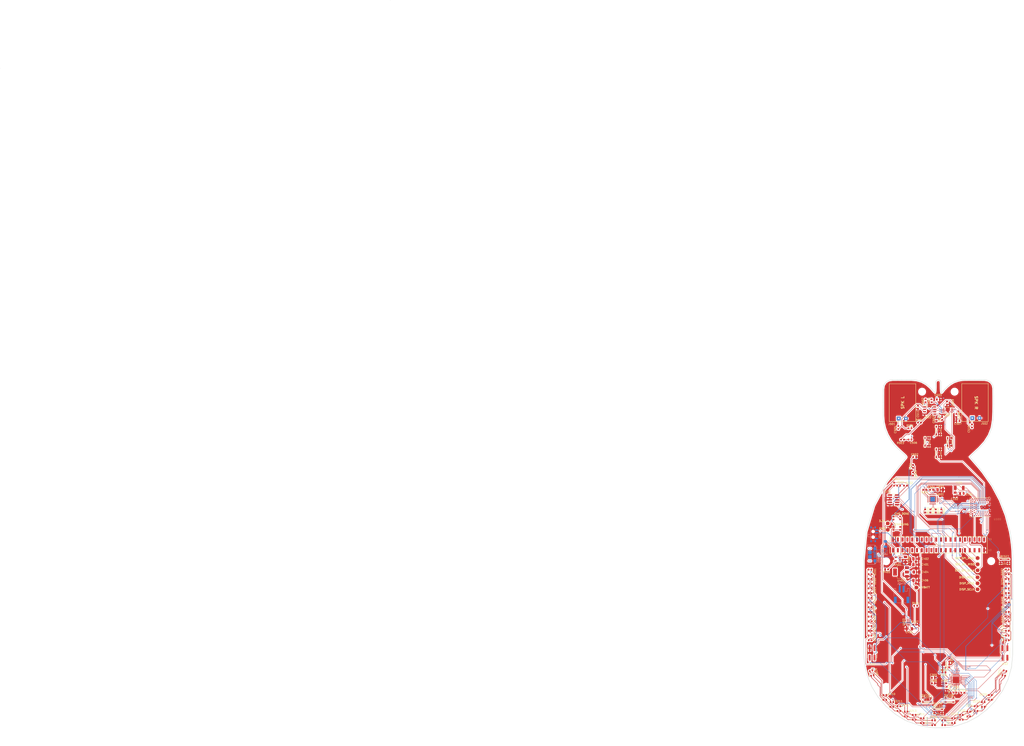
<source format=kicad_pcb>
(kicad_pcb (version 20171130) (host pcbnew "(5.0.2-5)-5")
  (layers (0 F.Cu signal) (1 GND power) (2 PWR mixed) (31 B.Cu signal) (34 B.Paste user) (35 F.Paste user) (36 B.SilkS user) (37 F.SilkS user) (38 B.Mask user) (39 F.Mask user) (44 Edge.Cuts user))
  (net 0 "")
  (net 1 VBATT)
  (net 2 GND)
  (net 3 AVCC)
  (net 4 USBDATA+)
  (net 5 USBDATA-)
  (net 6 DEBUG_SWDIO)
  (net 7 ~UP)
  (net 8 ~DOWN)
  (net 9 ~LEFT)
  (net 10 ~RIGHT)
  (net 11 ~A)
  (net 12 ~B)
  (net 13 ~RESET_TGTMCU)
  (net 14 CS5)
  (net 15 SW9)
  (net 16 SW7)
  (net 17 SW8)
  (net 18 CS6)
  (net 19 CS7)
  (net 20 CS8)
  (net 21 CS1)
  (net 22 SW6)
  (net 23 SW4)
  (net 24 CS2)
  (net 25 CS3)
  (net 26 CS4)
  (net 27 SW3)
  (net 28 SW1)
  (net 29 SW2)
  (net 30 SW12)
  (net 31 SW10)
  (net 32 DEBUG_SWDCLK)
  (net 33 DISP_CS)
  (net 34 DISP_SCLK)
  (net 35 DISP_DC)
  (net 36 TOUCH_CS)
  (net 37 SD_CS)
  (net 38 XTAL0)
  (net 39 XTAL1)
  (net 40 VBUS)
  (net 41 SW11)
  (net 42 SW5)
  (net 43 NFC_ANT0)
  (net 44 NFC_ANT1)
  (net 45 I2C_SCK)
  (net 46 I2C_SDA)
  (net 47 ~ENTER)
  (net 48 SDT_SPI_MOSI)
  (net 49 SDT_SPI_MISO)
  (net 50 SDT_SPI_SCK)
  (net 51 DISP_MISO)
  (net 52 DISP_MOSI)
  (net 53 AMP_SHUTDOWN)
  (net 54 UART_RTS)
  (net 55 UART_TX)
  (net 56 UART_CTS)
  (net 57 UART_RX)
  (net 58 I2S_SDOUT)
  (net 59 I2S_SCLK)
  (net 60 I2S_LRCK)
  (net 61 I2S_MCK)
  (net 62 "Net-(BT401-Pad1)")
  (net 63 "Net-(R501-Pad2)")
  (net 64 "Net-(C504-Pad1)")
  (net 65 "Net-(R604-Pad2)")
  (net 66 "Net-(C505-Pad1)")
  (net 67 "Net-(R404-Pad1)")
  (net 68 "Net-(R301-Pad2)")
  (net 69 "Net-(R403-Pad1)")
  (net 70 "Net-(R401-Pad1)")
  (net 71 "Net-(D402-Pad2)")
  (net 72 "Net-(R302-Pad2)")
  (net 73 "Net-(D401-Pad1)")
  (net 74 "Net-(R303-Pad1)")
  (net 75 "Net-(C506-Pad1)")
  (net 76 "Net-(R503-Pad1)")
  (net 77 "Net-(C510-Pad1)")
  (net 78 "Net-(R601-Pad2)")
  (net 79 "Net-(D601-Pad2)")
  (net 80 "Net-(D602-Pad2)")
  (net 81 "Net-(C511-Pad1)")
  (net 82 "Net-(U301-Pad20)")
  (net 83 "Net-(U301-Pad29)")
  (net 84 "Net-(U301-Pad32)")
  (net 85 "Net-(U301-Pad37)")
  (net 86 "Net-(U601-Pad1)")
  (net 87 "Net-(U601-Pad2)")
  (net 88 "Net-(U601-Pad10)")
  (net 89 "Net-(U601-Pad11)")
  (net 90 "Net-(U601-Pad12)")
  (net 91 "Net-(U601-Pad13)")
  (net 92 "Net-(U601-Pad14)")
  (net 93 "Net-(U601-Pad15)")
  (net 94 "Net-(U601-Pad16)")
  (net 95 "Net-(U601-Pad17)")
  (net 96 "Net-(D602-Pad1)")
  (net 97 "Net-(D601-Pad1)")
  (net 98 "Net-(U601-Pad20)")
  (net 99 "Net-(U601-Pad21)")
  (net 100 "Net-(U601-Pad22)")
  (net 101 "Net-(U403-Pad5)")
  (net 102 "Net-(J601-Pad4)")
  (net 103 "Net-(C507-Pad1)")
  (net 104 "Net-(C509-Pad1)")
  (net 105 "Net-(C506-Pad2)")
  (net 106 "Net-(C504-Pad2)")
  (net 107 "Net-(C505-Pad2)")
  (net 108 "Net-(C510-Pad2)")
  (net 109 "Net-(J104-Pad6)")
  (net 110 "Net-(J104-Pad7)")
  (net 111 "Net-(J104-Pad8)")
  (net 112 "Net-(SW401-Pad1)")
  (net 113 "Net-(U601-Pad27)")
  (net 114 "Net-(U601-Pad28)")
  (net 115 "Net-(J104-Pad3)")
  (net 116 "Net-(J104-Pad4)")
  (net 117 "Net-(J104-Pad5)")
  (net 118 "Net-(J104-Pad9)")
  (net 119 "Net-(J104-Pad10)")
  (net 120 "Net-(J104-Pad11)")
  (net 121 "Net-(J104-Pad12)")
  (net 122 "Net-(J104-Pad13)")
  (net 123 "Net-(J104-Pad14)")
  (net 124 "Net-(J104-Pad15)")
  (net 125 "Net-(J104-Pad16)")
  (net 126 "Net-(J104-Pad17)")
  (net 127 "Net-(J104-Pad18)")
  (net 128 "Net-(J104-Pad19)")
  (net 129 "Net-(J104-Pad20)")
  (net 130 "Net-(J104-Pad21)")
  (net 131 "Net-(J104-Pad22)")
  (net 132 "Net-(J104-Pad26)")
  (net 133 "Net-(J104-Pad29)")
  (net 134 "Net-(J104-Pad31)")
  (net 135 "Net-(J104-Pad36)")
  (net 136 "Net-(J104-Pad37)")
  (net 137 "Net-(J104-Pad38)")
  (net 138 "Net-(J104-Pad39)")
  (net 139 "Net-(J101-Pad7)")
  (net 140 "Net-(J101-Pad8)")
  (net 141 DEBUG_SWO)
  (net 142 "Net-(U100-Pad32)")
  (net 143 "Net-(U100-Pad33)")
  (net 144 "Net-(U100-Pad34)")
  (net 145 "Net-(U100-Pad35)")
  (net 146 "Net-(U100-Pad36)")
  (net 147 "Net-(U100-Pad37)")
  (net 148 "Net-(U100-Pad38)")
  (net 149 "Net-(U100-Pad40)")
  (net 150 "Net-(U100-Pad41)")
  (net 151 "Net-(U100-Pad48)")
  (net 152 "Net-(U100-Pad61)")
  (net 153 "Net-(U100-Pad62)")
  (net 154 "Net-(U100-Pad63)")
  (net 155 "Net-(U100-Pad64)")
  (net 156 "Net-(U100-Pad67)")
  (net 157 "Net-(U100-Pad68)")
  (net 158 "Net-(U602-Pad4)")
  (module TestPoint:TestPoint_Pad_D2.0mm (layer F.Cu) (at 126 150.2 90)
    (fp_text reference TP104 hide)
    (fp_text value DISP_SCLK)
    (pad 1 smd circle (at 0 0 90) (size 2 2) (layers F.Cu F.Mask) (net 34 DISP_SCLK))
  )
  (module Capacitor_SMD:C_1206_3216Metric (layer F.Cu) (at 89.8 171.1 180)
    (fp_text reference C403 (at 0 -1.82 180) (layer F.SilkS))
    (fp_text value 10uF)
    (pad 1 smd roundrect (at -1.4 0 180) (size 1.25 1.75) (layers F.Cu F.Paste F.Mask) (roundrect_rratio 0.2) (net 3 AVCC))
    (pad 2 smd roundrect (at 1.4 0 180) (size 1.25 1.75) (layers F.Cu F.Paste F.Mask) (roundrect_rratio 0.2) (net 2 GND))
  )
  (module Package_TO_SOT_SMD:SOT-553 (layer B.Cu) (at 76.51 129.81)
    (fp_text reference U602 (at 0 1.7) (layer B.SilkS) (effects (justify mirror)))
    (fp_text value TPD3E001DRLR)
    (pad 4 smd rect (at 0.7 -0.5) (size 0.45 0.3) (layers B.Cu B.Paste B.Mask) (net 158 "Net-(U602-Pad4)"))
    (pad 2 smd rect (at -0.7 0) (size 0.45 0.3) (layers B.Cu B.Paste B.Mask) (net 4 USBDATA+))
    (pad 5 smd rect (at 0.7 0.5) (size 0.45 0.3) (layers B.Cu B.Paste B.Mask) (net 40 VBUS))
    (pad 3 smd rect (at -0.7 -0.5) (size 0.45 0.3) (layers B.Cu B.Paste B.Mask) (net 2 GND))
    (pad 1 smd rect (at -0.7 0.5) (size 0.45 0.3) (layers B.Cu B.Paste B.Mask) (net 5 USBDATA-))
  )
  (module Package_DFN_QFN:DFN-8-1EP_2x3mm_P0.5mm_EP0.61x2.2mm (layer F.Cu) (at 89.39 167.6 90)
    (fp_text reference U403 (at 0 -2.55 90) (layer F.SilkS))
    (fp_text value MAX17043)
    (pad 1 smd rect (at -0.925 -0.75 90) (size 0.7 0.25) (layers F.Cu F.Paste F.Mask) (net 2 GND))
    (pad 2 smd rect (at -0.925 -0.25 90) (size 0.7 0.25) (layers F.Cu F.Paste F.Mask) (net 67 "Net-(R404-Pad1)"))
    (pad 3 smd rect (at -0.925 0.25 90) (size 0.7 0.25) (layers F.Cu F.Paste F.Mask) (net 3 AVCC))
    (pad 4 smd rect (at -0.925 0.75 90) (size 0.7 0.25) (layers F.Cu F.Paste F.Mask) (net 2 GND))
    (pad 5 smd rect (at 0.925 0.75 90) (size 0.7 0.25) (layers F.Cu F.Paste F.Mask) (net 101 "Net-(U403-Pad5)"))
    (pad 6 smd rect (at 0.925 0.25 90) (size 0.7 0.25) (layers F.Cu F.Paste F.Mask) (net 2 GND))
    (pad 7 smd rect (at 0.925 -0.25 90) (size 0.7 0.25) (layers F.Cu F.Paste F.Mask) (net 45 I2C_SCK))
    (pad 8 smd rect (at 0.925 -0.75 90) (size 0.7 0.25) (layers F.Cu F.Paste F.Mask) (net 46 I2C_SDA))
    (pad 9 smd rect (at 0 0 90) (size 0.61 2.2) (layers F.Cu F.Mask))
  )
  (module BMD-340-A-R:RIGADO_BMD-340-A-R (layer F.Cu) (at 129.3 106.7 180)
    (fp_text reference U100 (at -7.2 -6.3 180) (layer F.SilkS) (effects (font (size 1.00505 1.00505) (thickness 0.05))))
    (fp_text value BMD-340-A-R-DC27-peripheral-cache hide)
    (pad 1 smd rect (at -2.85 4.4 180) (size 0.5 0.5) (layers F.Cu F.Paste F.Mask) (net 2 GND))
    (pad 2 smd rect (at -2.3 3.5 180) (size 0.5 0.5) (layers F.Cu F.Paste F.Mask) (net 2 GND))
    (pad 3 smd rect (at -1.75 4.4 180) (size 0.5 0.5) (layers F.Cu F.Paste F.Mask) (net 2 GND))
    (pad 4 smd rect (at -1.2 3.5 180) (size 0.5 0.5) (layers F.Cu F.Paste F.Mask) (net 2 GND))
    (pad 5 smd rect (at -0.65 4.4 180) (size 0.5 0.5) (layers F.Cu F.Paste F.Mask) (net 2 GND))
    (pad 6 smd rect (at -0.1 3.5 180) (size 0.5 0.5) (layers F.Cu F.Paste F.Mask) (net 10 ~RIGHT))
    (pad 7 smd rect (at 0.45 4.4 180) (size 0.5 0.5) (layers F.Cu F.Paste F.Mask) (net 45 I2C_SCK))
    (pad 8 smd rect (at 1 3.5 180) (size 0.5 0.5) (layers F.Cu F.Paste F.Mask) (net 46 I2C_SDA))
    (pad 9 smd rect (at 1.55 4.4 180) (size 0.5 0.5) (layers F.Cu F.Paste F.Mask) (net 34 DISP_SCLK))
    (pad 10 smd rect (at 2.1 3.5 180) (size 0.5 0.5) (layers F.Cu F.Paste F.Mask) (net 51 DISP_MISO))
    (pad 11 smd rect (at 2.65 4.4 180) (size 0.5 0.5) (layers F.Cu F.Paste F.Mask) (net 52 DISP_MOSI))
    (pad 12 smd rect (at 3.2 3.5 180) (size 0.5 0.5) (layers F.Cu F.Paste F.Mask) (net 33 DISP_CS))
    (pad 13 smd rect (at 3.75 4.4 180) (size 0.5 0.5) (layers F.Cu F.Paste F.Mask) (net 38 XTAL0))
    (pad 14 smd rect (at 4.3 3.5 180) (size 0.5 0.5) (layers F.Cu F.Paste F.Mask) (net 39 XTAL1))
    (pad 15 smd rect (at 4.85 4.4 180) (size 0.5 0.5) (layers F.Cu F.Paste F.Mask) (net 53 AMP_SHUTDOWN))
    (pad 16 smd rect (at 5.95 4.4 180) (size 0.5 0.5) (layers F.Cu F.Paste F.Mask) (net 2 GND))
    (pad 17 smd rect (at 5.95 3.3 180) (size 0.5 0.5) (layers F.Cu F.Paste F.Mask) (net 3 AVCC))
    (pad 18 smd rect (at 5.05 2.75 180) (size 0.5 0.5) (layers F.Cu F.Paste F.Mask) (net 2 GND))
    (pad 19 smd rect (at 5.95 2.2 180) (size 0.5 0.5) (layers F.Cu F.Paste F.Mask) (net 36 TOUCH_CS))
    (pad 20 smd rect (at 5.05 1.65 180) (size 0.5 0.5) (layers F.Cu F.Paste F.Mask) (net 35 DISP_DC))
    (pad 21 smd rect (at 5.95 1.1 180) (size 0.5 0.5) (layers F.Cu F.Paste F.Mask) (net 54 UART_RTS))
    (pad 22 smd rect (at 5.05 0.55 180) (size 0.5 0.5) (layers F.Cu F.Paste F.Mask) (net 55 UART_TX))
    (pad 23 smd rect (at 5.95 0 180) (size 0.5 0.5) (layers F.Cu F.Paste F.Mask) (net 56 UART_CTS))
    (pad 24 smd rect (at 5.05 -0.55 180) (size 0.5 0.5) (layers F.Cu F.Paste F.Mask) (net 57 UART_RX))
    (pad 25 smd rect (at 5.95 -1.1 180) (size 0.5 0.5) (layers F.Cu F.Paste F.Mask) (net 43 NFC_ANT0))
    (pad 26 smd rect (at 5.05 -1.65 180) (size 0.5 0.5) (layers F.Cu F.Paste F.Mask) (net 44 NFC_ANT1))
    (pad 27 smd rect (at 5.95 -2.2 180) (size 0.5 0.5) (layers F.Cu F.Paste F.Mask) (net 7 ~UP))
    (pad 28 smd rect (at 5.05 -2.75 180) (size 0.5 0.5) (layers F.Cu F.Paste F.Mask) (net 8 ~DOWN))
    (pad 29 smd rect (at 5.95 -3.3 180) (size 0.5 0.5) (layers F.Cu F.Paste F.Mask) (net 2 GND))
    (pad 30 smd rect (at 5.95 -4.4 180) (size 0.5 0.5) (layers F.Cu F.Paste F.Mask) (net 2 GND))
    (pad 31 smd rect (at 4.85 -4.4 180) (size 0.5 0.5) (layers F.Cu F.Paste F.Mask) (net 37 SD_CS))
    (pad 32 smd rect (at 4.3 -3.5 180) (size 0.5 0.5) (layers F.Cu F.Paste F.Mask) (net 142 "Net-(U100-Pad32)"))
    (pad 33 smd rect (at 3.75 -4.4 180) (size 0.5 0.5) (layers F.Cu F.Paste F.Mask) (net 143 "Net-(U100-Pad33)"))
    (pad 34 smd rect (at 3.2 -3.5 180) (size 0.5 0.5) (layers F.Cu F.Paste F.Mask) (net 144 "Net-(U100-Pad34)"))
    (pad 35 smd rect (at 2.65 -4.4 180) (size 0.5 0.5) (layers F.Cu F.Paste F.Mask) (net 145 "Net-(U100-Pad35)"))
    (pad 36 smd rect (at 2.1 -3.5 180) (size 0.5 0.5) (layers F.Cu F.Paste F.Mask) (net 146 "Net-(U100-Pad36)"))
    (pad 37 smd rect (at 1.55 -4.4 180) (size 0.5 0.5) (layers F.Cu F.Paste F.Mask) (net 147 "Net-(U100-Pad37)"))
    (pad 38 smd rect (at 1 -3.5 180) (size 0.5 0.5) (layers F.Cu F.Paste F.Mask) (net 148 "Net-(U100-Pad38)"))
    (pad 39 smd rect (at 0.45 -4.4 180) (size 0.5 0.5) (layers F.Cu F.Paste F.Mask) (net 13 ~RESET_TGTMCU))
    (pad 40 smd rect (at -0.1 -3.5 180) (size 0.5 0.5) (layers F.Cu F.Paste F.Mask) (net 149 "Net-(U100-Pad40)"))
    (pad 41 smd rect (at -0.65 -4.4 180) (size 0.5 0.5) (layers F.Cu F.Paste F.Mask) (net 150 "Net-(U100-Pad41)"))
    (pad 42 smd rect (at -1.2 -3.5 180) (size 0.5 0.5) (layers F.Cu F.Paste F.Mask) (net 9 ~LEFT))
    (pad 43 smd rect (at -1.75 -4.4 180) (size 0.5 0.5) (layers F.Cu F.Paste F.Mask) (net 32 DEBUG_SWDCLK))
    (pad 44 smd rect (at -2.3 -3.5 180) (size 0.5 0.5) (layers F.Cu F.Paste F.Mask) (net 6 DEBUG_SWDIO))
    (pad 45 smd rect (at -2.85 -4.4 180) (size 0.5 0.5) (layers F.Cu F.Paste F.Mask) (net 2 GND))
    (pad 46 smd rect (at -2.85 -1.65 180) (size 0.5 0.5) (layers F.Cu F.Paste F.Mask) (net 2 GND))
    (pad 47 smd rect (at -2.85 1.65 180) (size 0.5 0.5) (layers F.Cu F.Paste F.Mask) (net 2 GND))
    (pad 48 smd rect (at -1.75 2.6 180) (size 0.5 0.5) (layers F.Cu F.Paste F.Mask) (net 151 "Net-(U100-Pad48)"))
    (pad 49 smd rect (at -0.65 2.6 180) (size 0.5 0.5) (layers F.Cu F.Paste F.Mask) (net 50 SDT_SPI_SCK))
    (pad 50 smd rect (at 0.45 2.6 180) (size 0.5 0.5) (layers F.Cu F.Paste F.Mask) (net 49 SDT_SPI_MISO))
    (pad 51 smd rect (at 1.55 2.6 180) (size 0.5 0.5) (layers F.Cu F.Paste F.Mask) (net 48 SDT_SPI_MOSI))
    (pad 52 smd rect (at 2.65 2.6 180) (size 0.5 0.5) (layers F.Cu F.Paste F.Mask) (net 11 ~A))
    (pad 53 smd rect (at 4.15 1.1 180) (size 0.5 0.5) (layers F.Cu F.Paste F.Mask) (net 12 ~B))
    (pad 54 smd rect (at 4.15 0 180) (size 0.5 0.5) (layers F.Cu F.Paste F.Mask) (net 47 ~ENTER))
    (pad 55 smd rect (at 4.15 -1.1 180) (size 0.5 0.5) (layers F.Cu F.Paste F.Mask) (net 2 GND))
    (pad 56 smd rect (at 2.65 -2.6 180) (size 0.5 0.5) (layers F.Cu F.Paste F.Mask) (net 141 DEBUG_SWO))
    (pad 57 smd rect (at 1.55 -2.6 180) (size 0.5 0.5) (layers F.Cu F.Paste F.Mask) (net 58 I2S_SDOUT))
    (pad 58 smd rect (at 0.45 -2.6 180) (size 0.5 0.5) (layers F.Cu F.Paste F.Mask) (net 59 I2S_SCLK))
    (pad 59 smd rect (at -0.65 -2.6 180) (size 0.5 0.5) (layers F.Cu F.Paste F.Mask) (net 60 I2S_LRCK))
    (pad 60 smd rect (at -1.75 -2.6 180) (size 0.5 0.5) (layers F.Cu F.Paste F.Mask) (net 61 I2S_MCK))
    (pad 61 smd rect (at 6.85 3.85 180) (size 0.5 0.5) (layers F.Cu F.Paste F.Mask) (net 152 "Net-(U100-Pad61)"))
    (pad 62 smd rect (at 6.85 2.75 180) (size 0.5 0.5) (layers F.Cu F.Paste F.Mask) (net 153 "Net-(U100-Pad62)"))
    (pad 63 smd rect (at 6.85 1.65 180) (size 0.5 0.5) (layers F.Cu F.Paste F.Mask) (net 154 "Net-(U100-Pad63)"))
    (pad 64 smd rect (at 6.85 0.55 180) (size 0.5 0.5) (layers F.Cu F.Paste F.Mask) (net 155 "Net-(U100-Pad64)"))
    (pad 65 smd rect (at 6.85 -0.55 180) (size 0.5 0.5) (layers F.Cu F.Paste F.Mask) (net 3 AVCC))
    (pad 66 smd rect (at 6.85 -1.65 180) (size 0.5 0.5) (layers F.Cu F.Paste F.Mask) (net 3 AVCC))
    (pad 67 smd rect (at 6.85 -2.75 180) (size 0.5 0.5) (layers F.Cu F.Paste F.Mask) (net 156 "Net-(U100-Pad67)"))
    (pad 68 smd rect (at 6.85 -3.85 180) (size 0.5 0.5) (layers F.Cu F.Paste F.Mask) (net 157 "Net-(U100-Pad68)"))
  )
  (module samtec:SAMTEC-SSM-120-X-DV (layer F.Cu) (at 105.33 126.6)
    (fp_text reference J104 (at -0.53 0.1) (layer F.SilkS) (effects (font (size 1.50227 1.50227) (thickness 0.1))))
    (fp_text value Conn_02x20_Odd_Even hide)
    (fp_text user 2 (at -27.2527 3.46516) (layer F.SilkS) (effects (font (thickness 0.05))))
    (fp_text user 1 (at -27.2682 -2.19488) (layer F.SilkS) (effects (font (thickness 0.05))))
    (fp_text user 40 (at 27.14 2.79) (layer F.SilkS) (effects (font (thickness 0.05))))
    (fp_text user 39 (at 27.24 -2.91) (layer F.SilkS) (effects (font (thickness 0.05))))
    (pad 1 smd rect (at -24.13 -2.826) (size 1.01999 2.22001) (layers F.Cu F.Paste F.Mask) (net 2 GND))
    (pad 2 smd rect (at -24.13 2.826) (size 1.01999 2.22001) (layers F.Cu F.Paste F.Mask) (net 3 AVCC))
    (pad 3 smd rect (at -21.59 -2.826) (size 1.01999 2.22001) (layers F.Cu F.Paste F.Mask) (net 115 "Net-(J104-Pad3)"))
    (pad 4 smd rect (at -21.59 2.826) (size 1.01999 2.22001) (layers F.Cu F.Paste F.Mask) (net 116 "Net-(J104-Pad4)"))
    (pad 5 smd rect (at -19.05 -2.826) (size 1.01999 2.22001) (layers F.Cu F.Paste F.Mask) (net 117 "Net-(J104-Pad5)"))
    (pad 6 smd rect (at -19.05 2.826) (size 1.01999 2.22001) (layers F.Cu F.Paste F.Mask) (net 109 "Net-(J104-Pad6)"))
    (pad 7 smd rect (at -16.51 -2.826) (size 1.01999 2.22001) (layers F.Cu F.Paste F.Mask) (net 110 "Net-(J104-Pad7)"))
    (pad 8 smd rect (at -16.51 2.826) (size 1.01999 2.22001) (layers F.Cu F.Paste F.Mask) (net 111 "Net-(J104-Pad8)"))
    (pad 9 smd rect (at -13.97 -2.826) (size 1.01999 2.22001) (layers F.Cu F.Paste F.Mask) (net 118 "Net-(J104-Pad9)"))
    (pad 10 smd rect (at -13.97 2.826) (size 1.01999 2.22001) (layers F.Cu F.Paste F.Mask) (net 119 "Net-(J104-Pad10)"))
    (pad 11 smd rect (at -11.43 -2.826) (size 1.01999 2.22001) (layers F.Cu F.Paste F.Mask) (net 120 "Net-(J104-Pad11)"))
    (pad 12 smd rect (at -11.43 2.826) (size 1.01999 2.22001) (layers F.Cu F.Paste F.Mask) (net 121 "Net-(J104-Pad12)"))
    (pad 13 smd rect (at -8.89 -2.826) (size 1.01999 2.22001) (layers F.Cu F.Paste F.Mask) (net 122 "Net-(J104-Pad13)"))
    (pad 14 smd rect (at -8.89 2.826) (size 1.01999 2.22001) (layers F.Cu F.Paste F.Mask) (net 123 "Net-(J104-Pad14)"))
    (pad 15 smd rect (at -6.35 -2.826) (size 1.01999 2.22001) (layers F.Cu F.Paste F.Mask) (net 124 "Net-(J104-Pad15)"))
    (pad 16 smd rect (at -6.35 2.826) (size 1.01999 2.22001) (layers F.Cu F.Paste F.Mask) (net 125 "Net-(J104-Pad16)"))
    (pad 17 smd rect (at -3.81 -2.826) (size 1.01999 2.22001) (layers F.Cu F.Paste F.Mask) (net 126 "Net-(J104-Pad17)"))
    (pad 18 smd rect (at -3.81 2.826) (size 1.01999 2.22001) (layers F.Cu F.Paste F.Mask) (net 127 "Net-(J104-Pad18)"))
    (pad 19 smd rect (at -1.27 -2.826) (size 1.01999 2.22001) (layers F.Cu F.Paste F.Mask) (net 128 "Net-(J104-Pad19)"))
    (pad 20 smd rect (at -1.27 2.826) (size 1.01999 2.22001) (layers F.Cu F.Paste F.Mask) (net 129 "Net-(J104-Pad20)"))
    (pad 21 smd rect (at 1.27 -2.826) (size 1.01999 2.22001) (layers F.Cu F.Paste F.Mask) (net 130 "Net-(J104-Pad21)"))
    (pad 22 smd rect (at 1.27 2.826) (size 1.01999 2.22001) (layers F.Cu F.Paste F.Mask) (net 131 "Net-(J104-Pad22)"))
    (pad 23 smd rect (at 3.81 -2.826) (size 1.01999 2.22001) (layers F.Cu F.Paste F.Mask) (net 33 DISP_CS))
    (pad 24 smd rect (at 3.81 2.826) (size 1.01999 2.22001) (layers F.Cu F.Paste F.Mask) (net 34 DISP_SCLK))
    (pad 25 smd rect (at 6.35 -2.826) (size 1.01999 2.22001) (layers F.Cu F.Paste F.Mask) (net 35 DISP_DC))
    (pad 26 smd rect (at 6.35 2.826) (size 1.01999 2.22001) (layers F.Cu F.Paste F.Mask) (net 132 "Net-(J104-Pad26)"))
    (pad 27 smd rect (at 8.89 -2.826) (size 1.01999 2.22001) (layers F.Cu F.Paste F.Mask) (net 52 DISP_MOSI))
    (pad 28 smd rect (at 8.89 2.826) (size 1.01999 2.22001) (layers F.Cu F.Paste F.Mask) (net 51 DISP_MISO))
    (pad 29 smd rect (at 11.43 -2.826) (size 1.01999 2.22001) (layers F.Cu F.Paste F.Mask) (net 133 "Net-(J104-Pad29)"))
    (pad 30 smd rect (at 11.43 2.826) (size 1.01999 2.22001) (layers F.Cu F.Paste F.Mask) (net 36 TOUCH_CS))
    (pad 31 smd rect (at 13.97 -2.826) (size 1.01999 2.22001) (layers F.Cu F.Paste F.Mask) (net 134 "Net-(J104-Pad31)"))
    (pad 32 smd rect (at 13.97 2.826) (size 1.01999 2.22001) (layers F.Cu F.Paste F.Mask) (net 49 SDT_SPI_MISO))
    (pad 33 smd rect (at 16.51 -2.826) (size 1.01999 2.22001) (layers F.Cu F.Paste F.Mask) (net 50 SDT_SPI_SCK))
    (pad 34 smd rect (at 16.51 2.826) (size 1.01999 2.22001) (layers F.Cu F.Paste F.Mask) (net 48 SDT_SPI_MOSI))
    (pad 35 smd rect (at 19.05 -2.826) (size 1.01999 2.22001) (layers F.Cu F.Paste F.Mask) (net 37 SD_CS))
    (pad 36 smd rect (at 19.05 2.826) (size 1.01999 2.22001) (layers F.Cu F.Paste F.Mask) (net 135 "Net-(J104-Pad36)"))
    (pad 37 smd rect (at 21.59 -2.826) (size 1.01999 2.22001) (layers F.Cu F.Paste F.Mask) (net 136 "Net-(J104-Pad37)"))
    (pad 38 smd rect (at 21.59 2.826) (size 1.01999 2.22001) (layers F.Cu F.Paste F.Mask) (net 137 "Net-(J104-Pad38)"))
    (pad 39 smd rect (at 24.13 -2.826) (size 1.01999 2.22001) (layers F.Cu F.Paste F.Mask) (net 138 "Net-(J104-Pad39)"))
    (pad 40 smd rect (at 24.13 2.826) (size 1.01999 2.22001) (layers F.Cu F.Paste F.Mask) (net 2 GND))
  )
  (module Package_TO_SOT_SMD:SOT-223 (layer F.Cu) (at 85.4 141 180)
    (fp_text reference U402 (at 0 -4.5 180) (layer F.SilkS))
    (fp_text value LM1117-3.3)
    (pad 4 smd rect (at 3.15 0 180) (size 2 3.8) (layers F.Cu F.Paste F.Mask))
    (pad 2 smd rect (at -3.15 0 180) (size 2 1.5) (layers F.Cu F.Paste F.Mask) (net 3 AVCC))
    (pad 3 smd rect (at -3.15 2.3 180) (size 2 1.5) (layers F.Cu F.Paste F.Mask) (net 1 VBATT))
    (pad 1 smd rect (at -3.15 -2.3 180) (size 2 1.5) (layers F.Cu F.Paste F.Mask) (net 2 GND))
  )
  (module MF_Connectors:MF_Connectors-MICROUSB-RIGHT (layer B.Cu) (at 70.33 131.8 90)
    (fp_text reference J601 (at -2.54 3.20548 90) (layer B.SilkS) (effects (font (size 1.016 1.016) (thickness 0.1524)) (justify mirror)))
    (fp_text value USB_MICRO_RIGHT (at -2.54 4.72948 90) (layer B.SilkS) (effects (font (size 1.016 1.016) (thickness 0.1524)) (justify mirror)))
    (pad 1 smd rect (at -1.297939 1.27 270) (size 0.39878 1.34874) (layers B.Cu B.Paste B.Mask) (net 40 VBUS) (clearance 0.127))
    (pad 2 smd rect (at -0.6477 1.27 270) (size 0.39878 1.34874) (layers B.Cu B.Paste B.Mask) (net 5 USBDATA-) (clearance 0.127))
    (pad 3 smd rect (at 0 1.27 270) (size 0.39878 1.34874) (layers B.Cu B.Paste B.Mask) (net 4 USBDATA+) (clearance 0.127))
    (pad 4 smd rect (at 0.6477 1.27 270) (size 0.39878 1.34874) (layers B.Cu B.Paste B.Mask) (net 102 "Net-(J601-Pad4)") (clearance 0.127))
    (pad 5 smd rect (at 1.29794 1.27 270) (size 0.39878 1.34874) (layers B.Cu B.Paste B.Mask) (net 2 GND) (clearance 0.127))
    (pad S1 smd oval (at -3.29946 -1.39954 270) (size 0.89916 1.59766) (layers B.Cu B.Paste B.Mask) (net 2 GND))
    (pad S2 smd oval (at 3.29946 -1.39954 270) (size 0.89916 1.59766) (layers B.Cu B.Paste B.Mask) (net 2 GND))
    (pad S3 smd rect (at -3.19786 1.27) (size 1.39954 1.59766) (layers B.Cu B.Paste B.Mask) (net 2 GND))
    (pad S4 smd rect (at 3.19786 1.27) (size 1.39954 1.59766) (layers B.Cu B.Paste B.Mask) (net 2 GND))
    (pad S5 smd rect (at -1.19888 -1.404619 90) (size 1.89992 1.89992) (layers B.Cu B.Paste B.Mask) (net 2 GND))
    (pad S6 smd rect (at 1.19888 -1.404621 90) (size 1.89992 1.89992) (layers B.Cu B.Paste B.Mask) (net 2 GND))
    (pad S7 smd oval (at -3.29946 -1.39954 270) (size 0.89916 1.59766) (layers F.Cu F.Mask))
    (pad S8 smd oval (at 3.29946 -1.39954 270) (size 0.89916 1.59766) (layers F.Cu F.Mask))
    (pad SLOT thru_hole oval (at -3.3 -1.4 90) (size 0.5 1.2) (drill oval 0.5 1.2) (layers *.Cu *.Mask) (clearance 0.000003))
    (pad SLOT thru_hole oval (at 3.3 -1.4 90) (size 0.5 1.2) (drill oval 0.5 1.2) (layers *.Cu *.Mask) (clearance 0.000003))
  )
  (module MF_Switches:MF_Switches-TACT4.2MM (layer F.Cu) (at 99.215 72.005 270)
    (fp_text reference SW102 hide)
    (fp_text value DN hide)
    (pad P$4 smd rect (at 2.07264 1.07442) (size 0.6477 1.04902) (layers F.Cu F.Paste F.Mask) (net 8 ~DOWN))
    (pad P$3 smd rect (at -2.07264 1.07442) (size 0.6477 1.04902) (layers F.Cu F.Paste F.Mask) (net 8 ~DOWN))
    (pad P$2 smd rect (at 2.07264 -1.07442) (size 0.6477 1.04902) (layers F.Cu F.Paste F.Mask) (net 2 GND))
    (pad P$1 smd rect (at -2.07264 -1.07442) (size 0.6477 1.04902) (layers F.Cu F.Paste F.Mask) (net 2 GND))
  )
  (module Connector_PinSocket_2.54mm:PinSocket_2x02_P2.54mm_Vertical_SMD (layer F.Cu) (at 140.5 183.9 270)
    (fp_text reference J102 (at 5.78 0.17) (layer F.SilkS))
    (fp_text value ShittyAddOnL)
    (pad 4 smd rect (at -2.52 1.27 270) (size 3 1) (layers F.Cu F.Paste F.Mask) (net 2 GND))
    (pad 3 smd rect (at 2.52 1.27 270) (size 3 1) (layers F.Cu F.Paste F.Mask) (net 45 I2C_SCK))
    (pad 2 smd rect (at -2.52 -1.27 270) (size 3 1) (layers F.Cu F.Paste F.Mask) (net 3 AVCC))
    (pad 1 smd rect (at 2.52 -1.27 270) (size 3 1) (layers F.Cu F.Paste F.Mask) (net 46 I2C_SDA))
  )
  (module Connector_PinSocket_2.54mm:PinSocket_2x02_P2.54mm_Vertical_SMD (layer F.Cu) (at 70.1 183.9 270)
    (fp_text reference J103 (at 6 0) (layer F.SilkS))
    (fp_text value ShittyAddOnR)
    (pad 1 smd rect (at 2.52 -1.27 270) (size 3 1) (layers F.Cu F.Paste F.Mask) (net 46 I2C_SDA))
    (pad 2 smd rect (at -2.52 -1.27 270) (size 3 1) (layers F.Cu F.Paste F.Mask) (net 3 AVCC))
    (pad 3 smd rect (at 2.52 1.27 270) (size 3 1) (layers F.Cu F.Paste F.Mask) (net 45 I2C_SCK))
    (pad 4 smd rect (at -2.52 1.27 270) (size 3 1) (layers F.Cu F.Paste F.Mask) (net 2 GND))
  )
  (module TestPoint:TestPoint_Pad_D2.0mm (layer F.Cu) (at 126 143.8 90)
    (fp_text reference TP106 hide)
    (fp_text value DISP_MOSI)
    (pad 1 smd circle (at 0 0 90) (size 2 2) (layers F.Cu F.Mask) (net 52 DISP_MOSI))
  )
  (module TestPoint:TestPoint_Pad_D2.0mm (layer F.Cu) (at 126 147 90)
    (fp_text reference TP105 hide)
    (fp_text value DISP_MISO)
    (pad 1 smd circle (at 0 0 90) (size 2 2) (layers F.Cu F.Mask) (net 51 DISP_MISO))
  )
  (module TestPoint:TestPoint_Pad_D2.0mm (layer F.Cu) (at 126 140.1 90)
    (fp_text reference TP103 hide)
    (fp_text value SDT_SPI_SCK)
    (pad 1 smd circle (at 0 0 90) (size 2 2) (layers F.Cu F.Mask) (net 50 SDT_SPI_SCK))
  )
  (module TestPoint:TestPoint_Pad_D2.0mm (layer F.Cu) (at 126 136.9 90)
    (fp_text reference TP102 hide)
    (fp_text value SDT_SPI_MISO)
    (pad 1 smd circle (at 0 0 90) (size 2 2) (layers F.Cu F.Mask) (net 49 SDT_SPI_MISO))
  )
  (module TestPoint:TestPoint_Pad_D2.0mm (layer F.Cu) (at 126 133.6 90)
    (fp_text reference TP101 hide)
    (fp_text value SDT_SPI_MOSI)
    (pad 1 smd circle (at 0 0 90) (size 2 2) (layers F.Cu F.Mask) (net 48 SDT_SPI_MOSI))
  )
  (module Crystal:Crystal_SMD_MicroCrystal_CC4V-T1A-2Pin_5.0x1.9mm (layer F.Cu) (at 116.3 96.4 180)
    (fp_text reference Y101 (at 0.1 2.8 180) (layer F.SilkS))
    (fp_text value "32.768Khz XTAL")
    (pad 1 smd rect (at -2.1 0 180) (size 1.3 2.2) (layers F.Cu F.Paste F.Mask) (net 38 XTAL0))
    (pad 2 smd rect (at 2.1 0 180) (size 1.3 2.2) (layers F.Cu F.Paste F.Mask) (net 39 XTAL1))
  )
  (module Connector_Wire:SolderWirePad_1x02_P3.81mm_Drill0.8mm (layer F.Cu) (at 123.2 59.4)
    (fp_text reference J502 (at 6.4 2.9) (layer F.SilkS))
    (fp_text value SPK_RIGHT)
    (pad 2 thru_hole circle (at 3.81 0) (size 1.99898 1.99898) (drill 0.8001) (layers *.Cu *.Mask) (net 2 GND))
    (pad 1 thru_hole rect (at 0 0) (size 1.99898 1.99898) (drill 0.8001) (layers *.Cu *.Mask) (net 108 "Net-(C510-Pad2)"))
  )
  (module Connector_Wire:SolderWirePad_1x02_P3.81mm_Drill0.8mm (layer F.Cu) (at 84.2 59.6)
    (fp_text reference J501 (at -3.7 2.9 180) (layer F.SilkS))
    (fp_text value "SPK LEFT")
    (pad 1 thru_hole rect (at 0 0) (size 1.99898 1.99898) (drill 0.8001) (layers *.Cu *.Mask) (net 107 "Net-(C505-Pad2)"))
    (pad 2 thru_hole circle (at 3.81 0) (size 1.99898 1.99898) (drill 0.8001) (layers *.Cu *.Mask) (net 2 GND))
  )
  (module Resistor_SMD:R_0603_1608Metric (layer F.Cu) (at 84.1875 95.2)
    (fp_text reference R103 (at -1.3875 -3.4) (layer F.SilkS))
    (fp_text value 10K)
    (pad 2 smd roundrect (at 0.7875 0) (size 0.875 0.95) (layers F.Cu F.Paste F.Mask) (net 141 DEBUG_SWO))
    (pad 1 smd roundrect (at -0.7875 0) (size 0.875 0.95) (layers F.Cu F.Paste F.Mask) (net 3 AVCC))
  )
  (module Resistor_SMD:R_0603_1608Metric (layer F.Cu) (at 87.8125 95.2)
    (fp_text reference R102 (at 1.9875 -1.4) (layer F.SilkS))
    (fp_text value 10K)
    (pad 1 smd roundrect (at -0.7875 0) (size 0.875 0.95) (layers F.Cu F.Paste F.Mask) (net 3 AVCC))
    (pad 2 smd roundrect (at 0.7875 0) (size 0.875 0.95) (layers F.Cu F.Paste F.Mask) (net 6 DEBUG_SWDIO))
  )
  (module Connector_PinHeader_1.27mm:PinHeader_2x05_P1.27mm_Vertical_SMD (layer F.Cu) (at 81.45 102.75)
    (fp_text reference J101 (at -3.2 -4.4) (layer F.SilkS))
    (fp_text value Conn_ARM_JTAG_SWD_10)
    (pad 1 smd rect (at -1.95 -2.54) (size 2.4 0.74) (layers F.Cu F.Paste F.Mask) (net 3 AVCC))
    (pad 2 smd rect (at 1.95 -2.54) (size 2.4 0.74) (layers F.Cu F.Paste F.Mask) (net 6 DEBUG_SWDIO))
    (pad 3 smd rect (at -1.95 -1.27) (size 2.4 0.74) (layers F.Cu F.Paste F.Mask) (net 2 GND))
    (pad 4 smd rect (at 1.95 -1.27) (size 2.4 0.74) (layers F.Cu F.Paste F.Mask) (net 32 DEBUG_SWDCLK))
    (pad 5 smd rect (at -1.95 0) (size 2.4 0.74) (layers F.Cu F.Paste F.Mask) (net 2 GND))
    (pad 6 smd rect (at 1.95 0) (size 2.4 0.74) (layers F.Cu F.Paste F.Mask) (net 141 DEBUG_SWO))
    (pad 7 smd rect (at -1.95 1.27) (size 2.4 0.74) (layers F.Cu F.Paste F.Mask) (net 139 "Net-(J101-Pad7)"))
    (pad 8 smd rect (at 1.95 1.27) (size 2.4 0.74) (layers F.Cu F.Paste F.Mask) (net 140 "Net-(J101-Pad8)"))
    (pad 9 smd rect (at -1.95 2.54) (size 2.4 0.74) (layers F.Cu F.Paste F.Mask) (net 2 GND))
    (pad 10 smd rect (at 1.95 2.54) (size 2.4 0.74) (layers F.Cu F.Paste F.Mask) (net 13 ~RESET_TGTMCU))
  )
  (module MountingHole:MountingHole_3.2mm_M3_DIN965 (layer F.Cu) (at 77.57 135.3)
    (fp_text reference MH701 hide)
    (fp_text value "DISP UL")
    (pad 1 np_thru_hole circle (at 0 0) (size 3.2 3.2) (drill 3.2) (layers *.Cu *.Mask))
  )
  (module MountingHole:MountingHole_3.2mm_M3_DIN965 (layer F.Cu) (at 133.21 135.22)
    (fp_text reference MH702 hide)
    (fp_text value "DISP UR")
    (pad 1 np_thru_hole circle (at 0 0) (size 3.2 3.2) (drill 3.2) (layers *.Cu *.Mask))
  )
  (module MountingHole:MountingHole_3.2mm_M3_DIN965 (layer F.Cu) (at 77.57 201.72)
    (fp_text reference MH703 hide)
    (fp_text value "DISP LL")
    (pad "" np_thru_hole circle (at 0 0.08) (size 3.2 3.2) (drill 3.2) (layers *.Cu *.Mask))
  )
  (module MountingHole:MountingHole_3.2mm_M3_DIN965 (layer F.Cu) (at 133.21 201.72)
    (fp_text reference MH704 hide)
    (fp_text value "DISP LR")
    (pad 1 np_thru_hole circle (at 0 0) (size 3.2 3.2) (drill 3.2) (layers *.Cu *.Mask))
  )
  (module MountingHole:MountingHole_3.2mm_M3_DIN965 (layer F.Cu) (at 96.6 45.4)
    (fp_text reference MH705 hide)
    (fp_text value LANYARD1)
    (pad 1 np_thru_hole circle (at 0 0) (size 3.2 3.2) (drill 3.2) (layers *.Cu *.Mask))
  )
  (module MountingHole:MountingHole_3.2mm_M3_DIN965 (layer F.Cu) (at 113.8 45.4)
    (fp_text reference MH706 hide)
    (fp_text value LANYARD2)
    (pad 1 np_thru_hole circle (at 0 0) (size 3.2 3.2) (drill 3.2) (layers *.Cu *.Mask))
  )
  (module Connector_JST:JST_PH_S2B-PH-SM4-TB_1x02-1MP_P2.00mm_Horizontal (layer B.Cu) (at 85.75 152.9 180)
    (fp_text reference BT401 (at 0 5.8 180) (layer B.SilkS) (effects (justify mirror)))
    (fp_text value Battery)
    (pad 1 smd rect (at -1 2.85 180) (size 1 3.5) (layers B.Cu B.Paste B.Mask) (net 62 "Net-(BT401-Pad1)"))
    (pad 2 smd rect (at 1 2.85 180) (size 1 3.5) (layers B.Cu B.Paste B.Mask) (net 2 GND))
    (pad MP smd rect (at -3.35 -2.9 180) (size 1.5 3.4) (layers B.Cu B.Paste B.Mask))
    (pad MP smd rect (at 3.35 -2.9 180) (size 1.5 3.4) (layers B.Cu B.Paste B.Mask))
  )
  (module Package_DFN_QFN:QFN-28-1EP_5x5mm_P0.5mm_EP3.35x3.35mm_ThermalVias (layer F.Cu) (at 102.2 102.4 270)
    (fp_text reference U601 (at -2.6 -4) (layer F.SilkS))
    (fp_text value CP2102N-A01-GQFN28)
    (pad 29 smd roundrect (at 0 0 270) (size 3.35 3.35) (layers F.Cu F.Mask) (roundrect_rratio 0.074627) (net 2 GND))
    (pad 29 thru_hole circle (at -1 -1 270) (size 0.5 0.5) (drill 0.2) (layers *.Cu) (net 2 GND))
    (pad 29 thru_hole circle (at 0 -1 270) (size 0.5 0.5) (drill 0.2) (layers *.Cu) (net 2 GND))
    (pad 29 thru_hole circle (at 1 -1 270) (size 0.5 0.5) (drill 0.2) (layers *.Cu) (net 2 GND))
    (pad 29 thru_hole circle (at -1 0 270) (size 0.5 0.5) (drill 0.2) (layers *.Cu) (net 2 GND))
    (pad 29 thru_hole circle (at 0 0 270) (size 0.5 0.5) (drill 0.2) (layers *.Cu) (net 2 GND))
    (pad 29 thru_hole circle (at 1 0 270) (size 0.5 0.5) (drill 0.2) (layers *.Cu) (net 2 GND))
    (pad 29 thru_hole circle (at -1 1 270) (size 0.5 0.5) (drill 0.2) (layers *.Cu) (net 2 GND))
    (pad 29 thru_hole circle (at 0 1 270) (size 0.5 0.5) (drill 0.2) (layers *.Cu) (net 2 GND))
    (pad 29 thru_hole circle (at 1 1 270) (size 0.5 0.5) (drill 0.2) (layers *.Cu) (net 2 GND))
    (pad 29 smd roundrect (at 0 0 270) (size 2.5 2.5) (layers B.Cu) (roundrect_rratio 0.1) (net 2 GND))
    (pad 1 smd roundrect (at -2.45 -1.5 270) (size 0.8 0.25) (layers F.Cu F.Paste F.Mask) (net 86 "Net-(U601-Pad1)"))
    (pad 2 smd roundrect (at -2.45 -1 270) (size 0.8 0.25) (layers F.Cu F.Paste F.Mask) (net 87 "Net-(U601-Pad2)"))
    (pad 3 smd roundrect (at -2.45 -0.5 270) (size 0.8 0.25) (layers F.Cu F.Paste F.Mask) (net 2 GND))
    (pad 4 smd roundrect (at -2.45 0 270) (size 0.8 0.25) (layers F.Cu F.Paste F.Mask) (net 4 USBDATA+))
    (pad 5 smd roundrect (at -2.45 0.5 270) (size 0.8 0.25) (layers F.Cu F.Paste F.Mask) (net 5 USBDATA-))
    (pad 6 smd roundrect (at -2.45 1 270) (size 0.8 0.25) (layers F.Cu F.Paste F.Mask) (net 3 AVCC))
    (pad 7 smd roundrect (at -2.45 1.5 270) (size 0.8 0.25) (layers F.Cu F.Paste F.Mask) (net 3 AVCC))
    (pad 8 smd roundrect (at -1.5 2.45 270) (size 0.25 0.8) (layers F.Cu F.Paste F.Mask) (net 65 "Net-(R604-Pad2)"))
    (pad 9 smd roundrect (at -1 2.45 270) (size 0.25 0.8) (layers F.Cu F.Paste F.Mask) (net 78 "Net-(R601-Pad2)"))
    (pad 10 smd roundrect (at -0.5 2.45 270) (size 0.25 0.8) (layers F.Cu F.Paste F.Mask) (net 88 "Net-(U601-Pad10)"))
    (pad 11 smd roundrect (at 0 2.45 270) (size 0.25 0.8) (layers F.Cu F.Paste F.Mask) (net 89 "Net-(U601-Pad11)"))
    (pad 12 smd roundrect (at 0.5 2.45 270) (size 0.25 0.8) (layers F.Cu F.Paste F.Mask) (net 90 "Net-(U601-Pad12)"))
    (pad 13 smd roundrect (at 1 2.45 270) (size 0.25 0.8) (layers F.Cu F.Paste F.Mask) (net 91 "Net-(U601-Pad13)"))
    (pad 14 smd roundrect (at 1.5 2.45 270) (size 0.25 0.8) (layers F.Cu F.Paste F.Mask) (net 92 "Net-(U601-Pad14)"))
    (pad 15 smd roundrect (at 2.45 1.5 270) (size 0.8 0.25) (layers F.Cu F.Paste F.Mask) (net 93 "Net-(U601-Pad15)"))
    (pad 16 smd roundrect (at 2.45 1 270) (size 0.8 0.25) (layers F.Cu F.Paste F.Mask) (net 94 "Net-(U601-Pad16)"))
    (pad 17 smd roundrect (at 2.45 0.5 270) (size 0.8 0.25) (layers F.Cu F.Paste F.Mask) (net 95 "Net-(U601-Pad17)"))
    (pad 18 smd roundrect (at 2.45 0 270) (size 0.8 0.25) (layers F.Cu F.Paste F.Mask) (net 96 "Net-(D602-Pad1)"))
    (pad 19 smd roundrect (at 2.45 -0.5 270) (size 0.8 0.25) (layers F.Cu F.Paste F.Mask) (net 97 "Net-(D601-Pad1)"))
    (pad 20 smd roundrect (at 2.45 -1 270) (size 0.8 0.25) (layers F.Cu F.Paste F.Mask) (net 98 "Net-(U601-Pad20)"))
    (pad 21 smd roundrect (at 2.45 -1.5 270) (size 0.8 0.25) (layers F.Cu F.Paste F.Mask) (net 99 "Net-(U601-Pad21)"))
    (pad 22 smd roundrect (at 1.5 -2.45 270) (size 0.25 0.8) (layers F.Cu F.Paste F.Mask) (net 100 "Net-(U601-Pad22)"))
    (pad 23 smd roundrect (at 1 -2.45 270) (size 0.25 0.8) (layers F.Cu F.Paste F.Mask) (net 54 UART_RTS))
    (pad 24 smd roundrect (at 0.5 -2.45 270) (size 0.25 0.8) (layers F.Cu F.Paste F.Mask) (net 56 UART_CTS))
    (pad 25 smd roundrect (at 0 -2.45 270) (size 0.25 0.8) (layers F.Cu F.Paste F.Mask) (net 55 UART_TX))
    (pad 26 smd roundrect (at -0.5 -2.45 270) (size 0.25 0.8) (layers F.Cu F.Paste F.Mask) (net 57 UART_RX))
    (pad 27 smd roundrect (at -1 -2.45 270) (size 0.25 0.8) (layers F.Cu F.Paste F.Mask) (net 113 "Net-(U601-Pad27)"))
    (pad 28 smd roundrect (at -1.5 -2.45 270) (size 0.25 0.8) (layers F.Cu F.Paste F.Mask) (net 114 "Net-(U601-Pad28)"))
  )
  (module Button_Switch_SMD:SW_SPDT_PCM12 (layer B.Cu) (at 71 121 90)
    (fp_text reference SW401 (at 0 3.2 90) (layer B.SilkS) (effects (justify mirror)))
    (fp_text value "POWER ON")
    (pad "" np_thru_hole circle (at -1.5 -0.33 90) (size 0.9 0.9) (drill 0.9) (layers *.Cu *.Mask))
    (pad "" np_thru_hole circle (at 1.5 -0.33 90) (size 0.9 0.9) (drill 0.9) (layers *.Cu *.Mask))
    (pad 1 smd rect (at -2.25 1.43 90) (size 0.7 1.5) (layers B.Cu B.Paste B.Mask) (net 112 "Net-(SW401-Pad1)"))
    (pad 2 smd rect (at 0.75 1.43 90) (size 0.7 1.5) (layers B.Cu B.Paste B.Mask) (net 1 VBATT))
    (pad 3 smd rect (at 2.25 1.43 90) (size 0.7 1.5) (layers B.Cu B.Paste B.Mask) (net 62 "Net-(BT401-Pad1)"))
    (pad "" smd rect (at -3.65 -1.43 90) (size 1 0.8) (layers B.Cu B.Paste B.Mask))
    (pad "" smd rect (at 3.65 -1.43 90) (size 1 0.8) (layers B.Cu B.Paste B.Mask))
    (pad "" smd rect (at 3.65 0.78 90) (size 1 0.8) (layers B.Cu B.Paste B.Mask))
    (pad "" smd rect (at -3.65 0.78 90) (size 1 0.8) (layers B.Cu B.Paste B.Mask))
  )
  (module Capacitor_SMD:C_0603_1608Metric (layer F.Cu) (at 108.2 194.2 180)
    (fp_text reference C301 (at 0 -1.43 180) (layer F.SilkS))
    (fp_text value 1uF)
    (pad 1 smd roundrect (at -0.7875 0 180) (size 0.875 0.95) (layers F.Cu F.Paste F.Mask) (net 3 AVCC))
    (pad 2 smd roundrect (at 0.7875 0 180) (size 0.875 0.95) (layers F.Cu F.Paste F.Mask) (net 2 GND))
  )
  (module Capacitor_SMD:C_0603_1608Metric (layer F.Cu) (at 108.2125 191.6 180)
    (fp_text reference C302 (at 0 -1.43 180) (layer F.SilkS))
    (fp_text value 0.1uF)
    (pad 2 smd roundrect (at 0.7875 0 180) (size 0.875 0.95) (layers F.Cu F.Paste F.Mask) (net 2 GND))
    (pad 1 smd roundrect (at -0.7875 0 180) (size 0.875 0.95) (layers F.Cu F.Paste F.Mask) (net 3 AVCC))
  )
  (module Capacitor_SMD:C_0603_1608Metric (layer F.Cu) (at 111 190.8 90)
    (fp_text reference C303 (at 0 -1.43 90) (layer F.SilkS))
    (fp_text value 1uF)
    (pad 1 smd roundrect (at -0.7875 0 90) (size 0.875 0.95) (layers F.Cu F.Paste F.Mask) (net 3 AVCC))
    (pad 2 smd roundrect (at 0.7875 0 90) (size 0.875 0.95) (layers F.Cu F.Paste F.Mask) (net 2 GND))
  )
  (module Capacitor_SMD:C_0603_1608Metric (layer F.Cu) (at 111 187.6 270)
    (fp_text reference C304 (at 0 -1.43 270) (layer F.SilkS))
    (fp_text value 0.1uF)
    (pad 2 smd roundrect (at 0.7875 0 270) (size 0.875 0.95) (layers F.Cu F.Paste F.Mask) (net 2 GND))
    (pad 1 smd roundrect (at -0.7875 0 270) (size 0.875 0.95) (layers F.Cu F.Paste F.Mask) (net 3 AVCC))
  )
  (module Capacitor_SMD:C_0603_1608Metric (layer F.Cu) (at 102.57 197.01)
    (fp_text reference C305 (at 0 -1.43) (layer F.SilkS))
    (fp_text value 1uF)
    (pad 1 smd roundrect (at -0.7875 0) (size 0.875 0.95) (layers F.Cu F.Paste F.Mask) (net 3 AVCC))
    (pad 2 smd roundrect (at 0.7875 0) (size 0.875 0.95) (layers F.Cu F.Paste F.Mask) (net 2 GND))
  )
  (module Capacitor_SMD:C_0603_1608Metric (layer F.Cu) (at 102.57 200.06)
    (fp_text reference C306 (at 0 -1.43) (layer F.SilkS))
    (fp_text value 0.1uF)
    (pad 2 smd roundrect (at 0.7875 0) (size 0.875 0.95) (layers F.Cu F.Paste F.Mask) (net 2 GND))
    (pad 1 smd roundrect (at -0.7875 0) (size 0.875 0.95) (layers F.Cu F.Paste F.Mask) (net 3 AVCC))
  )
  (module Capacitor_SMD:C_0603_1608Metric (layer F.Cu) (at 109.6 202.6 270)
    (fp_text reference C309 (at 0 -1.43 270) (layer F.SilkS))
    (fp_text value 1uF)
    (pad 1 smd roundrect (at -0.7875 0 270) (size 0.875 0.95) (layers F.Cu F.Paste F.Mask) (net 3 AVCC))
    (pad 2 smd roundrect (at 0.7875 0 270) (size 0.875 0.95) (layers F.Cu F.Paste F.Mask) (net 2 GND))
  )
  (module Capacitor_SMD:C_0603_1608Metric (layer F.Cu) (at 92.68 80.08)
    (fp_text reference C602 (at 0 -1.43) (layer F.SilkS))
    (fp_text value 0.1uF)
    (pad 2 smd roundrect (at 0.7875 0) (size 0.875 0.95) (layers F.Cu F.Paste F.Mask) (net 2 GND))
    (pad 1 smd roundrect (at -0.7875 0) (size 0.875 0.95) (layers F.Cu F.Paste F.Mask) (net 40 VBUS))
  )
  (module Capacitor_SMD:C_0603_1608Metric (layer F.Cu) (at 94.4 53.6125 270)
    (fp_text reference C511 (at 3.5875 0 270) (layer F.SilkS))
    (fp_text value "1uF Ceramic")
    (pad 1 smd roundrect (at -0.7875 0 270) (size 0.875 0.95) (layers F.Cu F.Paste F.Mask) (net 81 "Net-(C511-Pad1)"))
    (pad 2 smd roundrect (at 0.7875 0 270) (size 0.875 0.95) (layers F.Cu F.Paste F.Mask) (net 2 GND))
  )
  (module Capacitor_SMD:C_0603_1608Metric (layer F.Cu) (at 123 63.6125 90)
    (fp_text reference C510 (at -1.5875 -1.6 90) (layer F.SilkS))
    (fp_text value 100uF)
    (pad 2 smd roundrect (at 0.7875 0 90) (size 0.875 0.95) (layers F.Cu F.Paste F.Mask) (net 108 "Net-(C510-Pad2)"))
    (pad 1 smd roundrect (at -0.7875 0 90) (size 0.875 0.95) (layers F.Cu F.Paste F.Mask) (net 77 "Net-(C510-Pad1)"))
  )
  (module Capacitor_SMD:C_0603_1608Metric (layer F.Cu) (at 109.8 51.4 270)
    (fp_text reference C509 (at -0.1 -3.1 270) (layer F.SilkS))
    (fp_text value 10uF)
    (pad 1 smd roundrect (at -0.7875 0 270) (size 0.875 0.95) (layers F.Cu F.Paste F.Mask) (net 104 "Net-(C509-Pad1)"))
    (pad 2 smd roundrect (at 0.7875 0 270) (size 0.875 0.95) (layers F.Cu F.Paste F.Mask) (net 2 GND))
  )
  (module Capacitor_SMD:C_0603_1608Metric (layer F.Cu) (at 114.8 58 270)
    (fp_text reference C508 (at 0 -1.43 270) (layer F.SilkS))
    (fp_text value 3.3uF)
    (pad 2 smd roundrect (at 0.7875 0 270) (size 0.875 0.95) (layers F.Cu F.Paste F.Mask) (net 2 GND))
    (pad 1 smd roundrect (at -0.7875 0 270) (size 0.875 0.95) (layers F.Cu F.Paste F.Mask) (net 103 "Net-(C507-Pad1)"))
  )
  (module Capacitor_SMD:C_0603_1608Metric (layer F.Cu) (at 115.6 61 180)
    (fp_text reference C507 (at 0 -1.43 180) (layer F.SilkS))
    (fp_text value 0.1uF)
    (pad 1 smd roundrect (at -0.7875 0 180) (size 0.875 0.95) (layers F.Cu F.Paste F.Mask) (net 103 "Net-(C507-Pad1)"))
    (pad 2 smd roundrect (at 0.7875 0 180) (size 0.875 0.95) (layers F.Cu F.Paste F.Mask) (net 2 GND))
  )
  (module Capacitor_SMD:C_0603_1608Metric (layer F.Cu) (at 92.7 168.9)
    (fp_text reference C407 (at 0 -1.43) (layer F.SilkS))
    (fp_text value 1.0uF)
    (pad 2 smd roundrect (at 0.7875 0) (size 0.875 0.95) (layers F.Cu F.Paste F.Mask) (net 2 GND))
    (pad 1 smd roundrect (at -0.7875 0) (size 0.875 0.95) (layers F.Cu F.Paste F.Mask) (net 3 AVCC))
  )
  (module Capacitor_SMD:C_0603_1608Metric (layer F.Cu) (at 101.612 97.4)
    (fp_text reference C604 (at 0 -1.43) (layer F.SilkS))
    (fp_text value 0.1uF)
    (pad 1 smd roundrect (at -0.7875 0) (size 0.875 0.95) (layers F.Cu F.Paste F.Mask) (net 3 AVCC))
    (pad 2 smd roundrect (at 0.7875 0) (size 0.875 0.95) (layers F.Cu F.Paste F.Mask) (net 2 GND))
  )
  (module Capacitor_SMD:C_0603_1608Metric (layer F.Cu) (at 107.2 59.6 90)
    (fp_text reference C501 (at 0 -1.43 90) (layer F.SilkS))
    (fp_text value 0.1uF)
    (pad 2 smd roundrect (at 0.7875 0 90) (size 0.875 0.95) (layers F.Cu F.Paste F.Mask) (net 2 GND))
    (pad 1 smd roundrect (at -0.7875 0 90) (size 0.875 0.95) (layers F.Cu F.Paste F.Mask) (net 3 AVCC))
  )
  (module Capacitor_SMD:C_0603_1608Metric (layer F.Cu) (at 104.2 60.2125 90)
    (fp_text reference C502 (at 0 -1.43 90) (layer F.SilkS))
    (fp_text value 1mF)
    (pad 1 smd roundrect (at -0.7875 0 90) (size 0.875 0.95) (layers F.Cu F.Paste F.Mask) (net 3 AVCC))
    (pad 2 smd roundrect (at 0.7875 0 90) (size 0.875 0.95) (layers F.Cu F.Paste F.Mask) (net 2 GND))
  )
  (module Capacitor_SMD:C_0603_1608Metric (layer F.Cu) (at 105.2 49.6)
    (fp_text reference C503 (at -0.1 -2.4) (layer F.SilkS))
    (fp_text value 0.1uF)
    (pad 2 smd roundrect (at 0.7875 0) (size 0.875 0.95) (layers F.Cu F.Paste F.Mask) (net 2 GND))
    (pad 1 smd roundrect (at -0.7875 0) (size 0.875 0.95) (layers F.Cu F.Paste F.Mask) (net 3 AVCC))
  )
  (module Capacitor_SMD:C_0603_1608Metric (layer F.Cu) (at 101.6 50.2 270)
    (fp_text reference C504 (at 0 1.4 270) (layer F.SilkS))
    (fp_text value 3.3uF)
    (pad 1 smd roundrect (at -0.7875 0 270) (size 0.875 0.95) (layers F.Cu F.Paste F.Mask) (net 64 "Net-(C504-Pad1)"))
    (pad 2 smd roundrect (at 0.7875 0 270) (size 0.875 0.95) (layers F.Cu F.Paste F.Mask) (net 106 "Net-(C504-Pad2)"))
  )
  (module Capacitor_SMD:C_0603_1608Metric (layer F.Cu) (at 84 64.4125 90)
    (fp_text reference C505 (at -1.1875 -1.6 90) (layer F.SilkS))
    (fp_text value 100uF)
    (pad 2 smd roundrect (at 0.7875 0 90) (size 0.875 0.95) (layers F.Cu F.Paste F.Mask) (net 107 "Net-(C505-Pad2)"))
    (pad 1 smd roundrect (at -0.7875 0 90) (size 0.875 0.95) (layers F.Cu F.Paste F.Mask) (net 66 "Net-(C505-Pad1)"))
  )
  (module Capacitor_SMD:C_0603_1608Metric (layer F.Cu) (at 90.2 70.8)
    (fp_text reference C506 (at 1.9 1.7) (layer F.SilkS))
    (fp_text value 3.3uF)
    (pad 1 smd roundrect (at -0.7875 0) (size 0.875 0.95) (layers F.Cu F.Paste F.Mask) (net 75 "Net-(C506-Pad1)"))
    (pad 2 smd roundrect (at 0.7875 0) (size 0.875 0.95) (layers F.Cu F.Paste F.Mask) (net 105 "Net-(C506-Pad2)"))
  )
  (module Capacitor_SMD:C_0805_2012Metric (layer F.Cu) (at 117.662 99.4 180)
    (fp_text reference C101 (at -3.838 -0.4 180) (layer F.SilkS))
    (fp_text value 12pF)
    (pad 2 smd roundrect (at 0.9375 0 180) (size 0.975 1.4) (layers F.Cu F.Paste F.Mask) (net 2 GND))
    (pad 1 smd roundrect (at -0.9375 0 180) (size 0.975 1.4) (layers F.Cu F.Paste F.Mask) (net 38 XTAL0))
  )
  (module Capacitor_SMD:C_0805_2012Metric (layer F.Cu) (at 114.2 99.8 270)
    (fp_text reference C102 (at 2.5 0.4) (layer F.SilkS))
    (fp_text value 12pF)
    (pad 1 smd roundrect (at -0.9375 0 270) (size 0.975 1.4) (layers F.Cu F.Paste F.Mask) (net 39 XTAL1))
    (pad 2 smd roundrect (at 0.9375 0 270) (size 0.975 1.4) (layers F.Cu F.Paste F.Mask) (net 2 GND))
  )
  (module Capacitor_SMD:C_1206_3216Metric (layer F.Cu) (at 93.4 145.4)
    (fp_text reference C406 (at 4.6 0) (layer F.SilkS))
    (fp_text value 1uF)
    (pad 2 smd roundrect (at 1.4 0) (size 1.25 1.75) (layers F.Cu F.Paste F.Mask) (roundrect_rratio 0.2) (net 2 GND))
    (pad 1 smd roundrect (at -1.4 0) (size 1.25 1.75) (layers F.Cu F.Paste F.Mask) (roundrect_rratio 0.2) (net 62 "Net-(BT401-Pad1)"))
  )
  (module Capacitor_SMD:C_1206_3216Metric (layer F.Cu) (at 87.8 134.4 270)
    (fp_text reference C405 (at 0 -1.82 270) (layer F.SilkS))
    (fp_text value 10uF)
    (pad 1 smd roundrect (at -1.4 0 270) (size 1.25 1.75) (layers F.Cu F.Paste F.Mask) (roundrect_rratio 0.2) (net 40 VBUS))
    (pad 2 smd roundrect (at 1.4 0 270) (size 1.25 1.75) (layers F.Cu F.Paste F.Mask) (roundrect_rratio 0.2) (net 2 GND))
  )
  (module Capacitor_SMD:C_1206_3216Metric (layer F.Cu) (at 93.6 141)
    (fp_text reference C404 (at 4.5 0) (layer F.SilkS))
    (fp_text value 10uF)
    (pad 2 smd roundrect (at 1.4 0) (size 1.25 1.75) (layers F.Cu F.Paste F.Mask) (roundrect_rratio 0.2) (net 2 GND))
    (pad 1 smd roundrect (at -1.4 0) (size 1.25 1.75) (layers F.Cu F.Paste F.Mask) (roundrect_rratio 0.2) (net 3 AVCC))
  )
  (module Capacitor_SMD:C_1206_3216Metric (layer F.Cu) (at 93.4 134)
    (fp_text reference C402 (at 4.8 0) (layer F.SilkS))
    (fp_text value 10uF)
    (pad 2 smd roundrect (at 1.4 0) (size 1.25 1.75) (layers F.Cu F.Paste F.Mask) (roundrect_rratio 0.2) (net 2 GND))
    (pad 1 smd roundrect (at -1.4 0) (size 1.25 1.75) (layers F.Cu F.Paste F.Mask) (roundrect_rratio 0.2) (net 1 VBATT))
  )
  (module Capacitor_SMD:C_1206_3216Metric (layer B.Cu) (at 77.12 126.16 90)
    (fp_text reference C601 (at 0 1.82 90) (layer B.SilkS) (effects (justify mirror)))
    (fp_text value 10uF)
    (pad 1 smd roundrect (at -1.4 0 90) (size 1.25 1.75) (layers B.Cu B.Paste B.Mask) (roundrect_rratio 0.2) (net 40 VBUS))
    (pad 2 smd roundrect (at 1.4 0 90) (size 1.25 1.75) (layers B.Cu B.Paste B.Mask) (roundrect_rratio 0.2) (net 2 GND))
  )
  (module Capacitor_SMD:C_1206_3216Metric (layer F.Cu) (at 93.4 137.1)
    (fp_text reference C401 (at 4.8 -0.1) (layer F.SilkS))
    (fp_text value 10uF)
    (pad 2 smd roundrect (at 1.4 0) (size 1.25 1.75) (layers F.Cu F.Paste F.Mask) (roundrect_rratio 0.2) (net 2 GND))
    (pad 1 smd roundrect (at -1.4 0) (size 1.25 1.75) (layers F.Cu F.Paste F.Mask) (roundrect_rratio 0.2) (net 1 VBATT))
  )
  (module Capacitor_SMD:C_1206_3216Metric (layer F.Cu) (at 106.2 97.4)
    (fp_text reference C603 (at 0 -1.82) (layer F.SilkS))
    (fp_text value 10uF)
    (pad 1 smd roundrect (at -1.4 0) (size 1.25 1.75) (layers F.Cu F.Paste F.Mask) (roundrect_rratio 0.2) (net 3 AVCC))
    (pad 2 smd roundrect (at 1.4 0) (size 1.25 1.75) (layers F.Cu F.Paste F.Mask) (roundrect_rratio 0.2) (net 2 GND))
  )
  (module Diode_SMD:D_0603_1608Metric (layer F.Cu) (at 81.4 112.4 270)
    (fp_text reference D401 hide)
    (fp_text value CHG)
    (pad 2 smd roundrect (at 0.7875 0 270) (size 0.875 0.95) (layers F.Cu F.Paste F.Mask) (net 40 VBUS))
    (pad 1 smd roundrect (at -0.7875 0 270) (size 0.875 0.95) (layers F.Cu F.Paste F.Mask) (net 73 "Net-(D401-Pad1)"))
  )
  (module Diode_SMD:D_0603_1608Metric (layer F.Cu) (at 81.4 117.9 270)
    (fp_text reference D402 hide)
    (fp_text value DONE)
    (pad 1 smd roundrect (at -0.7875 0 270) (size 0.875 0.95) (layers F.Cu F.Paste F.Mask) (net 2 GND))
    (pad 2 smd roundrect (at 0.7875 0 270) (size 0.875 0.95) (layers F.Cu F.Paste F.Mask) (net 71 "Net-(D402-Pad2)"))
  )
  (module Diode_SMD:D_0603_1608Metric (layer F.Cu) (at 103.8 108.6 270)
    (fp_text reference D601 (at 0 -1.43 270) (layer F.SilkS))
    (fp_text value "TX LED")
    (pad 2 smd roundrect (at 0.7875 0 270) (size 0.875 0.95) (layers F.Cu F.Paste F.Mask) (net 79 "Net-(D601-Pad2)"))
    (pad 1 smd roundrect (at -0.7875 0 270) (size 0.875 0.95) (layers F.Cu F.Paste F.Mask) (net 97 "Net-(D601-Pad1)"))
  )
  (module Diode_SMD:D_0603_1608Metric (layer F.Cu) (at 101 108.612 270)
    (fp_text reference D602 (at 0 -1.43 270) (layer F.SilkS))
    (fp_text value "RX LED")
    (pad 1 smd roundrect (at -0.7875 0 270) (size 0.875 0.95) (layers F.Cu F.Paste F.Mask) (net 96 "Net-(D602-Pad1)"))
    (pad 2 smd roundrect (at 0.7875 0 270) (size 0.875 0.95) (layers F.Cu F.Paste F.Mask) (net 80 "Net-(D602-Pad2)"))
  )
  (module Housings_SSOP:TSSOP-10_3x3mm_Pitch0.5mm (layer F.Cu) (at 110.2 55.4 180)
    (fp_text reference U501 (at 0 -2.55 180) (layer F.SilkS))
    (fp_text value CS4344-CZZ)
    (pad 1 smd rect (at -2.15 -1 180) (size 1.1 0.25) (layers F.Cu F.Paste F.Mask) (net 58 I2S_SDOUT))
    (pad 2 smd rect (at -2.15 -0.5 180) (size 1.1 0.25) (layers F.Cu F.Paste F.Mask) (net 59 I2S_SCLK))
    (pad 3 smd rect (at -2.15 0 180) (size 1.1 0.25) (layers F.Cu F.Paste F.Mask) (net 60 I2S_LRCK))
    (pad 4 smd rect (at -2.15 0.5 180) (size 1.1 0.25) (layers F.Cu F.Paste F.Mask) (net 61 I2S_MCK))
    (pad 5 smd rect (at -2.15 1 180) (size 1.1 0.25) (layers F.Cu F.Paste F.Mask) (net 103 "Net-(C507-Pad1)"))
    (pad 6 smd rect (at 2.15 1 180) (size 1.1 0.25) (layers F.Cu F.Paste F.Mask) (net 104 "Net-(C509-Pad1)"))
    (pad 7 smd rect (at 2.15 0.5 180) (size 1.1 0.25) (layers F.Cu F.Paste F.Mask) (net 105 "Net-(C506-Pad2)"))
    (pad 8 smd rect (at 2.15 0 180) (size 1.1 0.25) (layers F.Cu F.Paste F.Mask) (net 2 GND))
    (pad 9 smd rect (at 2.15 -0.5 180) (size 1.1 0.25) (layers F.Cu F.Paste F.Mask) (net 3 AVCC))
    (pad 10 smd rect (at 2.15 -1 180) (size 1.1 0.25) (layers F.Cu F.Paste F.Mask) (net 106 "Net-(C504-Pad2)"))
  )
  (module LED_SMD:LED_Cree-PLCC4_3.2x2.8mm_CCW (layer F.Cu) (at 69.01 155.91 270)
    (fp_text reference D204 (at 0 -2.65 270) (layer F.SilkS))
    (fp_text value LED_ARGB)
    (pad 2 smd rect (at -1.25 0.7 270) (size 1 0.8) (layers F.Cu F.Paste F.Mask) (net 41 SW11))
    (pad 3 smd rect (at 1.25 0.7 270) (size 1 0.8) (layers F.Cu F.Paste F.Mask) (net 31 SW10))
    (pad 4 smd rect (at 1.25 -0.7 270) (size 1 0.8) (layers F.Cu F.Paste F.Mask) (net 30 SW12))
    (pad 1 smd rect (at -1.25 -0.7 270) (size 1 0.8) (layers F.Cu F.Paste F.Mask) (net 26 CS4))
  )
  (module LED_SMD:LED_Cree-PLCC4_3.2x2.8mm_CCW (layer F.Cu) (at 69.01 160.91 270)
    (fp_text reference D205 (at 0 -2.65 270) (layer F.SilkS))
    (fp_text value LED_ARGB)
    (pad 1 smd rect (at -1.25 -0.7 270) (size 1 0.8) (layers F.Cu F.Paste F.Mask) (net 14 CS5))
    (pad 4 smd rect (at 1.25 -0.7 270) (size 1 0.8) (layers F.Cu F.Paste F.Mask) (net 30 SW12))
    (pad 3 smd rect (at 1.25 0.7 270) (size 1 0.8) (layers F.Cu F.Paste F.Mask) (net 31 SW10))
    (pad 2 smd rect (at -1.25 0.7 270) (size 1 0.8) (layers F.Cu F.Paste F.Mask) (net 41 SW11))
  )
  (module LED_SMD:LED_Cree-PLCC4_3.2x2.8mm_CCW (layer F.Cu) (at 69.01 165.91 270)
    (fp_text reference D206 (at 0 -2.65 270) (layer F.SilkS))
    (fp_text value LED_ARGB)
    (pad 2 smd rect (at -1.25 0.7 270) (size 1 0.8) (layers F.Cu F.Paste F.Mask) (net 41 SW11))
    (pad 3 smd rect (at 1.25 0.7 270) (size 1 0.8) (layers F.Cu F.Paste F.Mask) (net 31 SW10))
    (pad 4 smd rect (at 1.25 -0.7 270) (size 1 0.8) (layers F.Cu F.Paste F.Mask) (net 30 SW12))
    (pad 1 smd rect (at -1.25 -0.7 270) (size 1 0.8) (layers F.Cu F.Paste F.Mask) (net 18 CS6))
  )
  (module LED_SMD:LED_Cree-PLCC4_3.2x2.8mm_CCW (layer F.Cu) (at 69.01 170.91 270)
    (fp_text reference D207 (at 0 -2.65 270) (layer F.SilkS))
    (fp_text value LED_ARGB)
    (pad 1 smd rect (at -1.25 -0.7 270) (size 1 0.8) (layers F.Cu F.Paste F.Mask) (net 19 CS7))
    (pad 4 smd rect (at 1.25 -0.7 270) (size 1 0.8) (layers F.Cu F.Paste F.Mask) (net 30 SW12))
    (pad 3 smd rect (at 1.25 0.7 270) (size 1 0.8) (layers F.Cu F.Paste F.Mask) (net 31 SW10))
    (pad 2 smd rect (at -1.25 0.7 270) (size 1 0.8) (layers F.Cu F.Paste F.Mask) (net 41 SW11))
  )
  (module LED_SMD:LED_Cree-PLCC4_3.2x2.8mm_CCW (layer F.Cu) (at 141.74 150.91 90)
    (fp_text reference D230 (at 0 -2.65 90) (layer F.SilkS))
    (fp_text value LED_ARGB)
    (pad 2 smd rect (at -1.25 0.7 90) (size 1 0.8) (layers F.Cu F.Paste F.Mask) (net 29 SW2))
    (pad 3 smd rect (at 1.25 0.7 90) (size 1 0.8) (layers F.Cu F.Paste F.Mask) (net 28 SW1))
    (pad 4 smd rect (at 1.25 -0.7 90) (size 1 0.8) (layers F.Cu F.Paste F.Mask) (net 27 SW3))
    (pad 1 smd rect (at -1.25 -0.7 90) (size 1 0.8) (layers F.Cu F.Paste F.Mask) (net 18 CS6))
  )
  (module LED_SMD:LED_Cree-PLCC4_3.2x2.8mm_CCW (layer F.Cu) (at 69.01 150.91 270)
    (fp_text reference D203 (at 0 -2.65 270) (layer F.SilkS))
    (fp_text value LED_ARGB)
    (pad 1 smd rect (at -1.25 -0.7 270) (size 1 0.8) (layers F.Cu F.Paste F.Mask) (net 25 CS3))
    (pad 4 smd rect (at 1.25 -0.7 270) (size 1 0.8) (layers F.Cu F.Paste F.Mask) (net 30 SW12))
    (pad 3 smd rect (at 1.25 0.7 270) (size 1 0.8) (layers F.Cu F.Paste F.Mask) (net 31 SW10))
    (pad 2 smd rect (at -1.25 0.7 270) (size 1 0.8) (layers F.Cu F.Paste F.Mask) (net 41 SW11))
  )
  (module LED_SMD:LED_Cree-PLCC4_3.2x2.8mm_CCW (layer F.Cu) (at 69.01 145.91 270)
    (fp_text reference D202 (at 0 -2.65 270) (layer F.SilkS))
    (fp_text value LED_ARGB)
    (pad 2 smd rect (at -1.25 0.7 270) (size 1 0.8) (layers F.Cu F.Paste F.Mask) (net 41 SW11))
    (pad 3 smd rect (at 1.25 0.7 270) (size 1 0.8) (layers F.Cu F.Paste F.Mask) (net 31 SW10))
    (pad 4 smd rect (at 1.25 -0.7 270) (size 1 0.8) (layers F.Cu F.Paste F.Mask) (net 30 SW12))
    (pad 1 smd rect (at -1.25 -0.7 270) (size 1 0.8) (layers F.Cu F.Paste F.Mask) (net 24 CS2))
  )
  (module LED_SMD:LED_Cree-PLCC4_3.2x2.8mm_CCW (layer F.Cu) (at 69.01 140.91 270)
    (fp_text reference D201 (at 0 -2.65 270) (layer F.SilkS))
    (fp_text value LED_ARGB)
    (pad 1 smd rect (at -1.25 -0.7 270) (size 1 0.8) (layers F.Cu F.Paste F.Mask) (net 21 CS1))
    (pad 4 smd rect (at 1.25 -0.7 270) (size 1 0.8) (layers F.Cu F.Paste F.Mask) (net 30 SW12))
    (pad 3 smd rect (at 1.25 0.7 270) (size 1 0.8) (layers F.Cu F.Paste F.Mask) (net 31 SW10))
    (pad 2 smd rect (at -1.25 0.7 270) (size 1 0.8) (layers F.Cu F.Paste F.Mask) (net 41 SW11))
  )
  (module LED_SMD:LED_Cree-PLCC4_3.2x2.8mm_CCW (layer F.Cu) (at 69.01 175.91 270)
    (fp_text reference D208 (at 0 -2.65 270) (layer F.SilkS))
    (fp_text value LED_ARGB)
    (pad 2 smd rect (at -1.25 0.7 270) (size 1 0.8) (layers F.Cu F.Paste F.Mask) (net 41 SW11))
    (pad 3 smd rect (at 1.25 0.7 270) (size 1 0.8) (layers F.Cu F.Paste F.Mask) (net 31 SW10))
    (pad 4 smd rect (at 1.25 -0.7 270) (size 1 0.8) (layers F.Cu F.Paste F.Mask) (net 30 SW12))
    (pad 1 smd rect (at -1.25 -0.7 270) (size 1 0.8) (layers F.Cu F.Paste F.Mask) (net 20 CS8))
  )
  (module LED_SMD:LED_Cree-PLCC4_3.2x2.8mm_CCW (layer F.Cu) (at 141.74 140.91 90)
    (fp_text reference D232 (at 0 -2.65 90) (layer F.SilkS))
    (fp_text value LED_ARGB)
    (pad 1 smd rect (at -1.25 -0.7 90) (size 1 0.8) (layers F.Cu F.Paste F.Mask) (net 20 CS8))
    (pad 4 smd rect (at 1.25 -0.7 90) (size 1 0.8) (layers F.Cu F.Paste F.Mask) (net 27 SW3))
    (pad 3 smd rect (at 1.25 0.7 90) (size 1 0.8) (layers F.Cu F.Paste F.Mask) (net 28 SW1))
    (pad 2 smd rect (at -1.25 0.7 90) (size 1 0.8) (layers F.Cu F.Paste F.Mask) (net 29 SW2))
  )
  (module LED_SMD:LED_Cree-PLCC4_3.2x2.8mm_CCW (layer F.Cu) (at 141.74 145.91 90)
    (fp_text reference D231 (at 0 -2.65 90) (layer F.SilkS))
    (fp_text value LED_ARGB)
    (pad 2 smd rect (at -1.25 0.7 90) (size 1 0.8) (layers F.Cu F.Paste F.Mask) (net 29 SW2))
    (pad 3 smd rect (at 1.25 0.7 90) (size 1 0.8) (layers F.Cu F.Paste F.Mask) (net 28 SW1))
    (pad 4 smd rect (at 1.25 -0.7 90) (size 1 0.8) (layers F.Cu F.Paste F.Mask) (net 27 SW3))
    (pad 1 smd rect (at -1.25 -0.7 90) (size 1 0.8) (layers F.Cu F.Paste F.Mask) (net 19 CS7))
  )
  (module LED_SMD:LED_Cree-PLCC4_3.2x2.8mm_CCW (layer F.Cu) (at 69.9003 194.574 285)
    (fp_text reference D209 (at 0 -2.65 285) (layer F.SilkS))
    (fp_text value LED_ARGB)
    (pad 1 smd rect (at -1.25 -0.7 285) (size 1 0.8) (layers F.Cu F.Paste F.Mask) (net 21 CS1))
    (pad 4 smd rect (at 1.25 -0.7 285) (size 1 0.8) (layers F.Cu F.Paste F.Mask) (net 15 SW9))
    (pad 3 smd rect (at 1.25 0.7 285) (size 1 0.8) (layers F.Cu F.Paste F.Mask) (net 16 SW7))
    (pad 2 smd rect (at -1.25 0.7 285) (size 1 0.8) (layers F.Cu F.Paste F.Mask) (net 17 SW8))
  )
  (module LED_SMD:LED_Cree-PLCC4_3.2x2.8mm_CCW (layer F.Cu) (at 141.74 155.91 90)
    (fp_text reference D229 (at 0 -2.65 90) (layer F.SilkS))
    (fp_text value LED_ARGB)
    (pad 2 smd rect (at -1.25 0.7 90) (size 1 0.8) (layers F.Cu F.Paste F.Mask) (net 29 SW2))
    (pad 3 smd rect (at 1.25 0.7 90) (size 1 0.8) (layers F.Cu F.Paste F.Mask) (net 28 SW1))
    (pad 4 smd rect (at 1.25 -0.7 90) (size 1 0.8) (layers F.Cu F.Paste F.Mask) (net 27 SW3))
    (pad 1 smd rect (at -1.25 -0.7 90) (size 1 0.8) (layers F.Cu F.Paste F.Mask) (net 14 CS5))
  )
  (module LED_SMD:LED_Cree-PLCC4_3.2x2.8mm_CCW (layer F.Cu) (at 141.74 160.91 90)
    (fp_text reference D228 (at 0 -2.65 90) (layer F.SilkS))
    (fp_text value LED_ARGB)
    (pad 1 smd rect (at -1.25 -0.7 90) (size 1 0.8) (layers F.Cu F.Paste F.Mask) (net 26 CS4))
    (pad 4 smd rect (at 1.25 -0.7 90) (size 1 0.8) (layers F.Cu F.Paste F.Mask) (net 27 SW3))
    (pad 3 smd rect (at 1.25 0.7 90) (size 1 0.8) (layers F.Cu F.Paste F.Mask) (net 28 SW1))
    (pad 2 smd rect (at -1.25 0.7 90) (size 1 0.8) (layers F.Cu F.Paste F.Mask) (net 29 SW2))
  )
  (module LED_SMD:LED_Cree-PLCC4_3.2x2.8mm_CCW (layer F.Cu) (at 141.74 165.91 90)
    (fp_text reference D227 (at 0 -2.65 90) (layer F.SilkS))
    (fp_text value LED_ARGB)
    (pad 2 smd rect (at -1.25 0.7 90) (size 1 0.8) (layers F.Cu F.Paste F.Mask) (net 29 SW2))
    (pad 3 smd rect (at 1.25 0.7 90) (size 1 0.8) (layers F.Cu F.Paste F.Mask) (net 28 SW1))
    (pad 4 smd rect (at 1.25 -0.7 90) (size 1 0.8) (layers F.Cu F.Paste F.Mask) (net 27 SW3))
    (pad 1 smd rect (at -1.25 -0.7 90) (size 1 0.8) (layers F.Cu F.Paste F.Mask) (net 25 CS3))
  )
  (module LED_SMD:LED_Cree-PLCC4_3.2x2.8mm_CCW (layer F.Cu) (at 141.74 170.91 90)
    (fp_text reference D226 (at 0 -2.65 90) (layer F.SilkS))
    (fp_text value LED_ARGB)
    (pad 1 smd rect (at -1.25 -0.7 90) (size 1 0.8) (layers F.Cu F.Paste F.Mask) (net 24 CS2))
    (pad 4 smd rect (at 1.25 -0.7 90) (size 1 0.8) (layers F.Cu F.Paste F.Mask) (net 27 SW3))
    (pad 3 smd rect (at 1.25 0.7 90) (size 1 0.8) (layers F.Cu F.Paste F.Mask) (net 28 SW1))
    (pad 2 smd rect (at -1.25 0.7 90) (size 1 0.8) (layers F.Cu F.Paste F.Mask) (net 29 SW2))
  )
  (module LED_SMD:LED_Cree-PLCC4_3.2x2.8mm_CCW (layer F.Cu) (at 141.74 175.91 90)
    (fp_text reference D225 (at 0 -2.65 90) (layer F.SilkS))
    (fp_text value LED_ARGB)
    (pad 2 smd rect (at -1.25 0.7 90) (size 1 0.8) (layers F.Cu F.Paste F.Mask) (net 29 SW2))
    (pad 3 smd rect (at 1.25 0.7 90) (size 1 0.8) (layers F.Cu F.Paste F.Mask) (net 28 SW1))
    (pad 4 smd rect (at 1.25 -0.7 90) (size 1 0.8) (layers F.Cu F.Paste F.Mask) (net 27 SW3))
    (pad 1 smd rect (at -1.25 -0.7 90) (size 1 0.8) (layers F.Cu F.Paste F.Mask) (net 21 CS1))
  )
  (module LED_SMD:LED_Cree-PLCC4_3.2x2.8mm_CCW (layer F.Cu) (at 140.2 194.574 75)
    (fp_text reference D224 (at 0 -2.65 75) (layer F.SilkS))
    (fp_text value LED_ARGB)
    (pad 1 smd rect (at -1.25 -0.7 75) (size 1 0.8) (layers F.Cu F.Paste F.Mask) (net 20 CS8))
    (pad 4 smd rect (at 1.25 -0.7 75) (size 1 0.8) (layers F.Cu F.Paste F.Mask) (net 22 SW6))
    (pad 3 smd rect (at 1.25 0.7 75) (size 1 0.8) (layers F.Cu F.Paste F.Mask) (net 23 SW4))
    (pad 2 smd rect (at -1.25 0.7 75) (size 1 0.8) (layers F.Cu F.Paste F.Mask) (net 42 SW5))
  )
  (module LED_SMD:LED_Cree-PLCC4_3.2x2.8mm_CCW (layer F.Cu) (at 132.7 207.5 90)
    (fp_text reference D223 (at 1.5 -3.8 180) (layer F.SilkS))
    (fp_text value LED_ARGB)
    (pad 2 smd rect (at -1.25 0.7 90) (size 1 0.8) (layers F.Cu F.Paste F.Mask) (net 42 SW5))
    (pad 3 smd rect (at 1.25 0.7 90) (size 1 0.8) (layers F.Cu F.Paste F.Mask) (net 23 SW4))
    (pad 4 smd rect (at 1.25 -0.7 90) (size 1 0.8) (layers F.Cu F.Paste F.Mask) (net 22 SW6))
    (pad 1 smd rect (at -1.25 -0.7 90) (size 1 0.8) (layers F.Cu F.Paste F.Mask) (net 19 CS7))
  )
  (module LED_SMD:LED_Cree-PLCC4_3.2x2.8mm_CCW (layer F.Cu) (at 129 211.2 90)
    (fp_text reference D222 (at 1.6 -3.7 180) (layer F.SilkS))
    (fp_text value LED_ARGB)
    (pad 1 smd rect (at -1.25 -0.7 90) (size 1 0.8) (layers F.Cu F.Paste F.Mask) (net 18 CS6))
    (pad 4 smd rect (at 1.25 -0.7 90) (size 1 0.8) (layers F.Cu F.Paste F.Mask) (net 22 SW6))
    (pad 3 smd rect (at 1.25 0.7 90) (size 1 0.8) (layers F.Cu F.Paste F.Mask) (net 23 SW4))
    (pad 2 smd rect (at -1.25 0.7 90) (size 1 0.8) (layers F.Cu F.Paste F.Mask) (net 42 SW5))
  )
  (module LED_SMD:LED_Cree-PLCC4_3.2x2.8mm_CCW (layer F.Cu) (at 125.2 213.4 90)
    (fp_text reference D221 (at 1.7 -3.6 180) (layer F.SilkS))
    (fp_text value LED_ARGB)
    (pad 2 smd rect (at -1.25 0.7 90) (size 1 0.8) (layers F.Cu F.Paste F.Mask) (net 42 SW5))
    (pad 3 smd rect (at 1.25 0.7 90) (size 1 0.8) (layers F.Cu F.Paste F.Mask) (net 23 SW4))
    (pad 4 smd rect (at 1.25 -0.7 90) (size 1 0.8) (layers F.Cu F.Paste F.Mask) (net 22 SW6))
    (pad 1 smd rect (at -1.25 -0.7 90) (size 1 0.8) (layers F.Cu F.Paste F.Mask) (net 14 CS5))
  )
  (module LED_SMD:LED_Cree-PLCC4_3.2x2.8mm_CCW (layer F.Cu) (at 121.3 216.3 90)
    (fp_text reference D220 (at 1.8 -3.7 180) (layer F.SilkS))
    (fp_text value LED_ARGB)
    (pad 1 smd rect (at -1.25 -0.7 90) (size 1 0.8) (layers F.Cu F.Paste F.Mask) (net 26 CS4))
    (pad 4 smd rect (at 1.25 -0.7 90) (size 1 0.8) (layers F.Cu F.Paste F.Mask) (net 22 SW6))
    (pad 3 smd rect (at 1.25 0.7 90) (size 1 0.8) (layers F.Cu F.Paste F.Mask) (net 23 SW4))
    (pad 2 smd rect (at -1.25 0.7 90) (size 1 0.8) (layers F.Cu F.Paste F.Mask) (net 42 SW5))
  )
  (module LED_SMD:LED_Cree-PLCC4_3.2x2.8mm_CCW (layer F.Cu) (at 117.4 218 90)
    (fp_text reference D219 (at 1.8 -3.7 180) (layer F.SilkS))
    (fp_text value LED_ARGB)
    (pad 2 smd rect (at -1.25 0.7 90) (size 1 0.8) (layers F.Cu F.Paste F.Mask) (net 42 SW5))
    (pad 3 smd rect (at 1.25 0.7 90) (size 1 0.8) (layers F.Cu F.Paste F.Mask) (net 23 SW4))
    (pad 4 smd rect (at 1.25 -0.7 90) (size 1 0.8) (layers F.Cu F.Paste F.Mask) (net 22 SW6))
    (pad 1 smd rect (at -1.25 -0.7 90) (size 1 0.8) (layers F.Cu F.Paste F.Mask) (net 25 CS3))
  )
  (module LED_SMD:LED_Cree-PLCC4_3.2x2.8mm_CCW (layer F.Cu) (at 113.2 219.8 90)
    (fp_text reference D218 (at 0 -2.65 90) (layer F.SilkS))
    (fp_text value LED_ARGB)
    (pad 1 smd rect (at -1.25 -0.7 90) (size 1 0.8) (layers F.Cu F.Paste F.Mask) (net 24 CS2))
    (pad 4 smd rect (at 1.25 -0.7 90) (size 1 0.8) (layers F.Cu F.Paste F.Mask) (net 22 SW6))
    (pad 3 smd rect (at 1.25 0.7 90) (size 1 0.8) (layers F.Cu F.Paste F.Mask) (net 23 SW4))
    (pad 2 smd rect (at -1.25 0.7 90) (size 1 0.8) (layers F.Cu F.Paste F.Mask) (net 42 SW5))
  )
  (module LED_SMD:LED_Cree-PLCC4_3.2x2.8mm_CCW (layer F.Cu) (at 108 220.9 90)
    (fp_text reference D217 (at 2.9 0 180) (layer F.SilkS))
    (fp_text value LED_ARGB)
    (pad 2 smd rect (at -1.25 0.7 90) (size 1 0.8) (layers F.Cu F.Paste F.Mask) (net 42 SW5))
    (pad 3 smd rect (at 1.25 0.7 90) (size 1 0.8) (layers F.Cu F.Paste F.Mask) (net 23 SW4))
    (pad 4 smd rect (at 1.25 -0.7 90) (size 1 0.8) (layers F.Cu F.Paste F.Mask) (net 22 SW6))
    (pad 1 smd rect (at -1.25 -0.7 90) (size 1 0.8) (layers F.Cu F.Paste F.Mask) (net 21 CS1))
  )
  (module LED_SMD:LED_Cree-PLCC4_3.2x2.8mm_CCW (layer F.Cu) (at 102.7 220.9 270)
    (fp_text reference D216 (at -3 0) (layer F.SilkS))
    (fp_text value LED_ARGB)
    (pad 1 smd rect (at -1.25 -0.7 270) (size 1 0.8) (layers F.Cu F.Paste F.Mask) (net 20 CS8))
    (pad 4 smd rect (at 1.25 -0.7 270) (size 1 0.8) (layers F.Cu F.Paste F.Mask) (net 15 SW9))
    (pad 3 smd rect (at 1.25 0.7 270) (size 1 0.8) (layers F.Cu F.Paste F.Mask) (net 16 SW7))
    (pad 2 smd rect (at -1.25 0.7 270) (size 1 0.8) (layers F.Cu F.Paste F.Mask) (net 17 SW8))
  )
  (module LED_SMD:LED_Cree-PLCC4_3.2x2.8mm_CCW (layer F.Cu) (at 96.7 219.8 270)
    (fp_text reference D215 (at 0 -2.5 270) (layer F.SilkS))
    (fp_text value LED_ARGB)
    (pad 2 smd rect (at -1.25 0.7 270) (size 1 0.8) (layers F.Cu F.Paste F.Mask) (net 17 SW8))
    (pad 3 smd rect (at 1.25 0.7 270) (size 1 0.8) (layers F.Cu F.Paste F.Mask) (net 16 SW7))
    (pad 4 smd rect (at 1.25 -0.7 270) (size 1 0.8) (layers F.Cu F.Paste F.Mask) (net 15 SW9))
    (pad 1 smd rect (at -1.25 -0.7 270) (size 1 0.8) (layers F.Cu F.Paste F.Mask) (net 19 CS7))
  )
  (module LED_SMD:LED_Cree-PLCC4_3.2x2.8mm_CCW (layer F.Cu) (at 92.4 218 270)
    (fp_text reference D214 (at -1.7 -3.6) (layer F.SilkS))
    (fp_text value LED_ARGB)
    (pad 1 smd rect (at -1.25 -0.7 270) (size 1 0.8) (layers F.Cu F.Paste F.Mask) (net 18 CS6))
    (pad 4 smd rect (at 1.25 -0.7 270) (size 1 0.8) (layers F.Cu F.Paste F.Mask) (net 15 SW9))
    (pad 3 smd rect (at 1.25 0.7 270) (size 1 0.8) (layers F.Cu F.Paste F.Mask) (net 16 SW7))
    (pad 2 smd rect (at -1.25 0.7 270) (size 1 0.8) (layers F.Cu F.Paste F.Mask) (net 17 SW8))
  )
  (module LED_SMD:LED_Cree-PLCC4_3.2x2.8mm_CCW (layer F.Cu) (at 88.1 216.3 270)
    (fp_text reference D213 (at -1.7 -3.6) (layer F.SilkS))
    (fp_text value LED_ARGB)
    (pad 2 smd rect (at -1.25 0.7 270) (size 1 0.8) (layers F.Cu F.Paste F.Mask) (net 17 SW8))
    (pad 3 smd rect (at 1.25 0.7 270) (size 1 0.8) (layers F.Cu F.Paste F.Mask) (net 16 SW7))
    (pad 4 smd rect (at 1.25 -0.7 270) (size 1 0.8) (layers F.Cu F.Paste F.Mask) (net 15 SW9))
    (pad 1 smd rect (at -1.25 -0.7 270) (size 1 0.8) (layers F.Cu F.Paste F.Mask) (net 14 CS5))
  )
  (module LED_SMD:LED_Cree-PLCC4_3.2x2.8mm_CCW (layer F.Cu) (at 84.3 213.4 270)
    (fp_text reference D212 (at -1.7 -3.6) (layer F.SilkS))
    (fp_text value LED_ARGB)
    (pad 1 smd rect (at -1.25 -0.7 270) (size 1 0.8) (layers F.Cu F.Paste F.Mask) (net 26 CS4))
    (pad 4 smd rect (at 1.25 -0.7 270) (size 1 0.8) (layers F.Cu F.Paste F.Mask) (net 15 SW9))
    (pad 3 smd rect (at 1.25 0.7 270) (size 1 0.8) (layers F.Cu F.Paste F.Mask) (net 16 SW7))
    (pad 2 smd rect (at -1.25 0.7 270) (size 1 0.8) (layers F.Cu F.Paste F.Mask) (net 17 SW8))
  )
  (module LED_SMD:LED_Cree-PLCC4_3.2x2.8mm_CCW (layer F.Cu) (at 80.6 211.2 270)
    (fp_text reference D211 (at -1.7 -3.7) (layer F.SilkS))
    (fp_text value LED_ARGB)
    (pad 2 smd rect (at -1.25 0.7 270) (size 1 0.8) (layers F.Cu F.Paste F.Mask) (net 17 SW8))
    (pad 3 smd rect (at 1.25 0.7 270) (size 1 0.8) (layers F.Cu F.Paste F.Mask) (net 16 SW7))
    (pad 4 smd rect (at 1.25 -0.7 270) (size 1 0.8) (layers F.Cu F.Paste F.Mask) (net 15 SW9))
    (pad 1 smd rect (at -1.25 -0.7 270) (size 1 0.8) (layers F.Cu F.Paste F.Mask) (net 25 CS3))
  )
  (module LED_SMD:LED_Cree-PLCC4_3.2x2.8mm_CCW (layer F.Cu) (at 76.9 207.5 270)
    (fp_text reference D210 (at -1.8 -3.6) (layer F.SilkS))
    (fp_text value LED_ARGB)
    (pad 1 smd rect (at -1.25 -0.7 270) (size 1 0.8) (layers F.Cu F.Paste F.Mask) (net 24 CS2))
    (pad 4 smd rect (at 1.25 -0.7 270) (size 1 0.8) (layers F.Cu F.Paste F.Mask) (net 15 SW9))
    (pad 3 smd rect (at 1.25 0.7 270) (size 1 0.8) (layers F.Cu F.Paste F.Mask) (net 16 SW7))
    (pad 2 smd rect (at -1.25 0.7 270) (size 1 0.8) (layers F.Cu F.Paste F.Mask) (net 17 SW8))
  )
  (module MF_Switches:MF_Switches-TACT4.2MM (layer F.Cu) (at 111.11 208.84)
    (fp_text reference SW106 (at -0.25908 -2.50698) (layer F.SilkS) (effects (font (size 1.016 1.016) (thickness 0.1524))))
    (fp_text value B (at -0.25908 -4.03098) (layer F.SilkS) (effects (font (size 1.016 1.016) (thickness 0.1524))))
    (pad P$4 smd rect (at 2.07264 1.07442 90) (size 0.6477 1.04902) (layers F.Cu F.Paste F.Mask) (net 12 ~B))
    (pad P$3 smd rect (at -2.07264 1.07442 90) (size 0.6477 1.04902) (layers F.Cu F.Paste F.Mask) (net 12 ~B))
    (pad P$2 smd rect (at 2.07264 -1.07442 90) (size 0.6477 1.04902) (layers F.Cu F.Paste F.Mask) (net 2 GND))
    (pad P$1 smd rect (at -2.07264 -1.07442 90) (size 0.6477 1.04902) (layers F.Cu F.Paste F.Mask) (net 2 GND))
  )
  (module MF_Switches:MF_Switches-TACT4.2MM (layer F.Cu) (at 140.3 135.3)
    (fp_text reference SW108 hide)
    (fp_text value RESET (at 0 -2.5) (layer F.SilkS) (effects (font (size 1.016 1.016) (thickness 0.1524))))
    (pad P$1 smd rect (at -2.07264 -1.07442 90) (size 0.6477 1.04902) (layers F.Cu F.Paste F.Mask) (net 13 ~RESET_TGTMCU))
    (pad P$2 smd rect (at 2.07264 -1.07442 90) (size 0.6477 1.04902) (layers F.Cu F.Paste F.Mask) (net 13 ~RESET_TGTMCU))
    (pad P$3 smd rect (at -2.07264 1.07442 90) (size 0.6477 1.04902) (layers F.Cu F.Paste F.Mask) (net 2 GND))
    (pad P$4 smd rect (at 2.07264 1.07442 90) (size 0.6477 1.04902) (layers F.Cu F.Paste F.Mask) (net 2 GND))
  )
  (module MF_Switches:MF_Switches-TACT4.2MM (layer F.Cu) (at 105.11 214.84)
    (fp_text reference SW107 (at -0.25908 -2.50698) (layer F.SilkS) (effects (font (size 1.016 1.016) (thickness 0.1524))))
    (fp_text value ENTER (at -0.25908 -4.03098) (layer F.SilkS) (effects (font (size 1.016 1.016) (thickness 0.1524))))
    (pad P$4 smd rect (at 2.07264 1.07442 90) (size 0.6477 1.04902) (layers F.Cu F.Paste F.Mask) (net 2 GND))
    (pad P$3 smd rect (at -2.07264 1.07442 90) (size 0.6477 1.04902) (layers F.Cu F.Paste F.Mask) (net 2 GND))
    (pad P$2 smd rect (at 2.07264 -1.07442 90) (size 0.6477 1.04902) (layers F.Cu F.Paste F.Mask) (net 47 ~ENTER))
    (pad P$1 smd rect (at -2.07264 -1.07442 90) (size 0.6477 1.04902) (layers F.Cu F.Paste F.Mask) (net 47 ~ENTER))
  )
  (module MF_Switches:MF_Switches-TACT4.2MM (layer F.Cu) (at 99.11 208.84)
    (fp_text reference SW105 (at -0.25908 -2.50698) (layer F.SilkS) (effects (font (size 1.016 1.016) (thickness 0.1524))))
    (fp_text value A (at -0.25908 -4.03098) (layer F.SilkS) (effects (font (size 1.016 1.016) (thickness 0.1524))))
    (pad P$1 smd rect (at -2.07264 -1.07442 90) (size 0.6477 1.04902) (layers F.Cu F.Paste F.Mask) (net 2 GND))
    (pad P$2 smd rect (at 2.07264 -1.07442 90) (size 0.6477 1.04902) (layers F.Cu F.Paste F.Mask) (net 2 GND))
    (pad P$3 smd rect (at -2.07264 1.07442 90) (size 0.6477 1.04902) (layers F.Cu F.Paste F.Mask) (net 11 ~A))
    (pad P$4 smd rect (at 2.07264 1.07442 90) (size 0.6477 1.04902) (layers F.Cu F.Paste F.Mask) (net 11 ~A))
  )
  (module MF_Switches:MF_Switches-TACT4.2MM (layer F.Cu) (at 105.215 78.005 270)
    (fp_text reference SW104 hide)
    (fp_text value RIGHT hide)
    (pad P$4 smd rect (at 2.07264 1.07442) (size 0.6477 1.04902) (layers F.Cu F.Paste F.Mask) (net 10 ~RIGHT))
    (pad P$3 smd rect (at -2.07264 1.07442) (size 0.6477 1.04902) (layers F.Cu F.Paste F.Mask) (net 10 ~RIGHT))
    (pad P$2 smd rect (at 2.07264 -1.07442) (size 0.6477 1.04902) (layers F.Cu F.Paste F.Mask) (net 2 GND))
    (pad P$1 smd rect (at -2.07264 -1.07442) (size 0.6477 1.04902) (layers F.Cu F.Paste F.Mask) (net 2 GND))
  )
  (module MF_Switches:MF_Switches-TACT4.2MM (layer F.Cu) (at 105.215 66.005 270)
    (fp_text reference SW103 hide)
    (fp_text value LEFT hide)
    (pad P$1 smd rect (at -2.07264 -1.07442) (size 0.6477 1.04902) (layers F.Cu F.Paste F.Mask) (net 2 GND))
    (pad P$2 smd rect (at 2.07264 -1.07442) (size 0.6477 1.04902) (layers F.Cu F.Paste F.Mask) (net 2 GND))
    (pad P$3 smd rect (at -2.07264 1.07442) (size 0.6477 1.04902) (layers F.Cu F.Paste F.Mask) (net 9 ~LEFT))
    (pad P$4 smd rect (at 2.07264 1.07442) (size 0.6477 1.04902) (layers F.Cu F.Paste F.Mask) (net 9 ~LEFT))
  )
  (module MF_Switches:MF_Switches-TACT4.2MM (layer F.Cu) (at 111.215 72.005 270)
    (fp_text reference SW101 hide)
    (fp_text value UP hide)
    (pad P$1 smd rect (at -2.07264 -1.07442) (size 0.6477 1.04902) (layers F.Cu F.Paste F.Mask) (net 2 GND))
    (pad P$2 smd rect (at 2.07264 -1.07442) (size 0.6477 1.04902) (layers F.Cu F.Paste F.Mask) (net 2 GND))
    (pad P$3 smd rect (at -2.07264 1.07442) (size 0.6477 1.04902) (layers F.Cu F.Paste F.Mask) (net 7 ~UP))
    (pad P$4 smd rect (at 2.07264 1.07442) (size 0.6477 1.04902) (layers F.Cu F.Paste F.Mask) (net 7 ~UP))
  )
  (module Package_DFN_QFN:QFN-40-1EP_5x5mm_P0.4mm_EP3.6x3.6mm (layer F.Cu) (at 114.62 198.13 180)
    (fp_text reference U301 (at 0 -3.875 180) (layer F.SilkS))
    (fp_text value IS31FL3216A)
    (pad 1 smd oval (at -2.45 -1.8 180) (size 0.85 0.2) (layers F.Cu F.Paste F.Mask) (net 28 SW1))
    (pad 2 smd oval (at -2.45 -1.4 180) (size 0.85 0.2) (layers F.Cu F.Paste F.Mask) (net 29 SW2))
    (pad 3 smd oval (at -2.45 -1 180) (size 0.85 0.2) (layers F.Cu F.Paste F.Mask) (net 27 SW3))
    (pad 4 smd oval (at -2.45 -0.6 180) (size 0.85 0.2) (layers F.Cu F.Paste F.Mask) (net 2 GND))
    (pad 5 smd oval (at -2.45 -0.2 180) (size 0.85 0.2) (layers F.Cu F.Paste F.Mask) (net 23 SW4))
    (pad 6 smd oval (at -2.45 0.2 180) (size 0.85 0.2) (layers F.Cu F.Paste F.Mask) (net 42 SW5))
    (pad 7 smd oval (at -2.45 0.6 180) (size 0.85 0.2) (layers F.Cu F.Paste F.Mask) (net 22 SW6))
    (pad 8 smd oval (at -2.45 1 180) (size 0.85 0.2) (layers F.Cu F.Paste F.Mask) (net 16 SW7))
    (pad 9 smd oval (at -2.45 1.4 180) (size 0.85 0.2) (layers F.Cu F.Paste F.Mask) (net 17 SW8))
    (pad 10 smd oval (at -2.45 1.8 180) (size 0.85 0.2) (layers F.Cu F.Paste F.Mask) (net 15 SW9))
    (pad 11 smd oval (at -1.8 2.45 270) (size 0.85 0.2) (layers F.Cu F.Paste F.Mask) (net 2 GND))
    (pad 12 smd oval (at -1.4 2.45 270) (size 0.85 0.2) (layers F.Cu F.Paste F.Mask) (net 31 SW10))
    (pad 13 smd oval (at -1 2.45 270) (size 0.85 0.2) (layers F.Cu F.Paste F.Mask) (net 41 SW11))
    (pad 14 smd oval (at -0.6 2.45 270) (size 0.85 0.2) (layers F.Cu F.Paste F.Mask) (net 30 SW12))
    (pad 15 smd oval (at -0.2 2.45 270) (size 0.85 0.2) (layers F.Cu F.Paste F.Mask) (net 21 CS1))
    (pad 16 smd oval (at 0.2 2.45 270) (size 0.85 0.2) (layers F.Cu F.Paste F.Mask) (net 24 CS2))
    (pad 17 smd oval (at 0.6 2.45 270) (size 0.85 0.2) (layers F.Cu F.Paste F.Mask) (net 3 AVCC))
    (pad 18 smd oval (at 1 2.45 270) (size 0.85 0.2) (layers F.Cu F.Paste F.Mask) (net 25 CS3))
    (pad 19 smd oval (at 1.4 2.45 270) (size 0.85 0.2) (layers F.Cu F.Paste F.Mask) (net 26 CS4))
    (pad 20 smd oval (at 1.8 2.45 270) (size 0.85 0.2) (layers F.Cu F.Paste F.Mask) (net 82 "Net-(U301-Pad20)"))
    (pad 21 smd oval (at 2.45 1.8 180) (size 0.85 0.2) (layers F.Cu F.Paste F.Mask) (net 14 CS5))
    (pad 22 smd oval (at 2.45 1.4 180) (size 0.85 0.2) (layers F.Cu F.Paste F.Mask) (net 18 CS6))
    (pad 23 smd oval (at 2.45 1 180) (size 0.85 0.2) (layers F.Cu F.Paste F.Mask) (net 3 AVCC))
    (pad 24 smd oval (at 2.45 0.6 180) (size 0.85 0.2) (layers F.Cu F.Paste F.Mask) (net 19 CS7))
    (pad 25 smd oval (at 2.45 0.2 180) (size 0.85 0.2) (layers F.Cu F.Paste F.Mask) (net 20 CS8))
    (pad 26 smd oval (at 2.45 -0.2 180) (size 0.85 0.2) (layers F.Cu F.Paste F.Mask) (net 2 GND))
    (pad 27 smd oval (at 2.45 -0.6 180) (size 0.85 0.2) (layers F.Cu F.Paste F.Mask) (net 3 AVCC))
    (pad 28 smd oval (at 2.45 -1 180) (size 0.85 0.2) (layers F.Cu F.Paste F.Mask) (net 3 AVCC))
    (pad 29 smd oval (at 2.45 -1.4 180) (size 0.85 0.2) (layers F.Cu F.Paste F.Mask) (net 83 "Net-(U301-Pad29)"))
    (pad 30 smd oval (at 2.45 -1.8 180) (size 0.85 0.2) (layers F.Cu F.Paste F.Mask) (net 72 "Net-(R302-Pad2)"))
    (pad 31 smd oval (at 1.8 -2.45 270) (size 0.85 0.2) (layers F.Cu F.Paste F.Mask) (net 3 AVCC))
    (pad 32 smd oval (at 1.4 -2.45 270) (size 0.85 0.2) (layers F.Cu F.Paste F.Mask) (net 84 "Net-(U301-Pad32)"))
    (pad 33 smd oval (at 1 -2.45 270) (size 0.85 0.2) (layers F.Cu F.Paste F.Mask) (net 46 I2C_SDA))
    (pad 34 smd oval (at 0.6 -2.45 270) (size 0.85 0.2) (layers F.Cu F.Paste F.Mask) (net 45 I2C_SCK))
    (pad 35 smd oval (at 0.2 -2.45 270) (size 0.85 0.2) (layers F.Cu F.Paste F.Mask) (net 2 GND))
    (pad 36 smd oval (at -0.2 -2.45 270) (size 0.85 0.2) (layers F.Cu F.Paste F.Mask) (net 2 GND))
    (pad 37 smd oval (at -0.6 -2.45 270) (size 0.85 0.2) (layers F.Cu F.Paste F.Mask) (net 85 "Net-(U301-Pad37)"))
    (pad 38 smd oval (at -1 -2.45 270) (size 0.85 0.2) (layers F.Cu F.Paste F.Mask) (net 68 "Net-(R301-Pad2)"))
    (pad 39 smd oval (at -1.4 -2.45 270) (size 0.85 0.2) (layers F.Cu F.Paste F.Mask) (net 74 "Net-(R303-Pad1)"))
    (pad 40 smd oval (at -1.8 -2.45 270) (size 0.85 0.2) (layers F.Cu F.Paste F.Mask) (net 2 GND))
    (pad 41 smd rect (at 0 0 180) (size 3.6 3.6) (layers F.Cu F.Mask) (net 2 GND))
  )
  (module Package_SO:SOIC-8_3.9x4.9mm_P1.27mm (layer F.Cu) (at 100.6 55.4)
    (fp_text reference U502 (at -1 3.6) (layer F.SilkS))
    (fp_text value LM4880)
    (pad 1 smd rect (at -2.7 -1.905) (size 1.55 0.6) (layers F.Cu F.Paste F.Mask) (net 66 "Net-(C505-Pad1)"))
    (pad 2 smd rect (at -2.7 -0.635) (size 1.55 0.6) (layers F.Cu F.Paste F.Mask) (net 63 "Net-(R501-Pad2)"))
    (pad 3 smd rect (at -2.7 0.635) (size 1.55 0.6) (layers F.Cu F.Paste F.Mask) (net 81 "Net-(C511-Pad1)"))
    (pad 4 smd rect (at -2.7 1.905) (size 1.55 0.6) (layers F.Cu F.Paste F.Mask) (net 2 GND))
    (pad 5 smd rect (at 2.7 1.905) (size 1.55 0.6) (layers F.Cu F.Paste F.Mask) (net 53 AMP_SHUTDOWN))
    (pad 6 smd rect (at 2.7 0.635) (size 1.55 0.6) (layers F.Cu F.Paste F.Mask) (net 76 "Net-(R503-Pad1)"))
    (pad 7 smd rect (at 2.7 -0.635) (size 1.55 0.6) (layers F.Cu F.Paste F.Mask) (net 77 "Net-(C510-Pad1)"))
    (pad 8 smd rect (at 2.7 -1.905) (size 1.55 0.6) (layers F.Cu F.Paste F.Mask) (net 3 AVCC))
  )
  (module Package_TO_SOT_SMD:SOT-23-5 (layer F.Cu) (at 83.7 134.15 180)
    (fp_text reference U401 (at 0 -2.9 180) (layer F.SilkS))
    (fp_text value MCP73831-2-OT)
    (pad 1 smd rect (at -1.1 -0.95 180) (size 1.06 0.65) (layers F.Cu F.Paste F.Mask) (net 70 "Net-(R401-Pad1)"))
    (pad 2 smd rect (at -1.1 0 180) (size 1.06 0.65) (layers F.Cu F.Paste F.Mask) (net 2 GND))
    (pad 3 smd rect (at -1.1 0.95 180) (size 1.06 0.65) (layers F.Cu F.Paste F.Mask) (net 62 "Net-(BT401-Pad1)"))
    (pad 4 smd rect (at 1.1 0.95 180) (size 1.06 0.65) (layers F.Cu F.Paste F.Mask) (net 40 VBUS))
    (pad 5 smd rect (at 1.1 -0.95 180) (size 1.06 0.65) (layers F.Cu F.Paste F.Mask) (net 69 "Net-(R403-Pad1)"))
  )
  (module Resistor_SMD:R_0603_1608Metric (layer F.Cu) (at 91.8 85 90)
    (fp_text reference R604 (at 0 -1.43 90) (layer F.SilkS))
    (fp_text value 22.1k)
    (pad 1 smd roundrect (at -0.7875 0 90) (size 0.875 0.95) (layers F.Cu F.Paste F.Mask) (net 40 VBUS))
    (pad 2 smd roundrect (at 0.7875 0 90) (size 0.875 0.95) (layers F.Cu F.Paste F.Mask) (net 65 "Net-(R604-Pad2)"))
  )
  (module Resistor_SMD:R_0603_1608Metric (layer F.Cu) (at 98.2 108.612 270)
    (fp_text reference R603 (at 0 -1.43 270) (layer F.SilkS))
    (fp_text value 47)
    (pad 2 smd roundrect (at 0.7875 0 270) (size 0.875 0.95) (layers F.Cu F.Paste F.Mask) (net 80 "Net-(D602-Pad2)"))
    (pad 1 smd roundrect (at -0.7875 0 270) (size 0.875 0.95) (layers F.Cu F.Paste F.Mask) (net 3 AVCC))
  )
  (module Resistor_SMD:R_0603_1608Metric (layer F.Cu) (at 106.8 108.612 270)
    (fp_text reference R602 (at 0 -1.43 270) (layer F.SilkS))
    (fp_text value 47)
    (pad 1 smd roundrect (at -0.7875 0 270) (size 0.875 0.95) (layers F.Cu F.Paste F.Mask) (net 3 AVCC))
    (pad 2 smd roundrect (at 0.7875 0 270) (size 0.875 0.95) (layers F.Cu F.Paste F.Mask) (net 79 "Net-(D601-Pad2)"))
  )
  (module Resistor_SMD:R_0603_1608Metric (layer F.Cu) (at 98 97.4 180)
    (fp_text reference R601 (at 0 -1.43 180) (layer F.SilkS))
    (fp_text value 1k)
    (pad 2 smd roundrect (at 0.7875 0 180) (size 0.875 0.95) (layers F.Cu F.Paste F.Mask) (net 78 "Net-(R601-Pad2)"))
    (pad 1 smd roundrect (at -0.7875 0 180) (size 0.875 0.95) (layers F.Cu F.Paste F.Mask) (net 3 AVCC))
  )
  (module Resistor_SMD:R_0603_1608Metric (layer F.Cu) (at 95.2 61.8)
    (fp_text reference R504 (at 0 -1.43) (layer F.SilkS))
    (fp_text value 20K)
    (pad 1 smd roundrect (at -0.7875 0) (size 0.875 0.95) (layers F.Cu F.Paste F.Mask) (net 77 "Net-(C510-Pad1)"))
    (pad 2 smd roundrect (at 0.7875 0) (size 0.875 0.95) (layers F.Cu F.Paste F.Mask) (net 76 "Net-(R503-Pad1)"))
  )
  (module Resistor_SMD:R_0603_1608Metric (layer F.Cu) (at 86.2 70.8)
    (fp_text reference R503 (at -1.1 1.8) (layer F.SilkS))
    (fp_text value 20K)
    (pad 2 smd roundrect (at 0.7875 0) (size 0.875 0.95) (layers F.Cu F.Paste F.Mask) (net 75 "Net-(C506-Pad1)"))
    (pad 1 smd roundrect (at -0.7875 0) (size 0.875 0.95) (layers F.Cu F.Paste F.Mask) (net 76 "Net-(R503-Pad1)"))
  )
  (module Resistor_SMD:R_0603_1608Metric (layer F.Cu) (at 81.8 94.4 90)
    (fp_text reference R101 (at 1 3.6 180) (layer F.SilkS))
    (fp_text value 10K)
    (pad 1 smd roundrect (at -0.7875 0 90) (size 0.875 0.95) (layers F.Cu F.Paste F.Mask) (net 3 AVCC))
    (pad 2 smd roundrect (at 0.7875 0 90) (size 0.875 0.95) (layers F.Cu F.Paste F.Mask) (net 32 DEBUG_SWDCLK))
  )
  (module Resistor_SMD:R_0603_1608Metric (layer F.Cu) (at 118.1625 205.01)
    (fp_text reference R303 (at 0 -1.43) (layer F.SilkS))
    (fp_text value 10k)
    (pad 2 smd roundrect (at 0.7875 0) (size 0.875 0.95) (layers F.Cu F.Paste F.Mask) (net 2 GND))
    (pad 1 smd roundrect (at -0.7875 0) (size 0.875 0.95) (layers F.Cu F.Paste F.Mask) (net 74 "Net-(R303-Pad1)"))
  )
  (module Resistor_SMD:R_0603_1608Metric (layer F.Cu) (at 85 112.3 270)
    (fp_text reference R401 hide)
    (fp_text value R)
    (pad 1 smd roundrect (at -0.7875 0 270) (size 0.875 0.95) (layers F.Cu F.Paste F.Mask) (net 70 "Net-(R401-Pad1)"))
    (pad 2 smd roundrect (at 0.7875 0 270) (size 0.875 0.95) (layers F.Cu F.Paste F.Mask) (net 73 "Net-(D401-Pad1)"))
  )
  (module Resistor_SMD:R_0603_1608Metric (layer F.Cu) (at 108.5125 200)
    (fp_text reference R302 (at 0 -1.43) (layer F.SilkS))
    (fp_text value 20K)
    (pad 2 smd roundrect (at 0.7875 0) (size 0.875 0.95) (layers F.Cu F.Paste F.Mask) (net 72 "Net-(R302-Pad2)"))
    (pad 1 smd roundrect (at -0.7875 0) (size 0.875 0.95) (layers F.Cu F.Paste F.Mask) (net 2 GND))
  )
  (module Resistor_SMD:R_0603_1608Metric (layer F.Cu) (at 85 117.9 270)
    (fp_text reference R402 hide)
    (fp_text value R)
    (pad 1 smd roundrect (at -0.7875 0 270) (size 0.875 0.95) (layers F.Cu F.Paste F.Mask) (net 70 "Net-(R401-Pad1)"))
    (pad 2 smd roundrect (at 0.7875 0 270) (size 0.875 0.95) (layers F.Cu F.Paste F.Mask) (net 71 "Net-(D402-Pad2)"))
  )
  (module Resistor_SMD:R_0603_1608Metric (layer F.Cu) (at 77.8 139.6 180)
    (fp_text reference R403 (at 0 -1.43 180) (layer F.SilkS))
    (fp_text value 2.0k)
    (pad 2 smd roundrect (at 0.7875 0 180) (size 0.875 0.95) (layers F.Cu F.Paste F.Mask) (net 2 GND))
    (pad 1 smd roundrect (at -0.7875 0 180) (size 0.875 0.95) (layers F.Cu F.Paste F.Mask) (net 69 "Net-(R403-Pad1)"))
  )
  (module Resistor_SMD:R_0603_1608Metric (layer F.Cu) (at 114.0125 204.94)
    (fp_text reference R301 (at 0 -1.43) (layer F.SilkS))
    (fp_text value 10k)
    (pad 1 smd roundrect (at -0.7875 0) (size 0.875 0.95) (layers F.Cu F.Paste F.Mask) (net 3 AVCC))
    (pad 2 smd roundrect (at 0.7875 0) (size 0.875 0.95) (layers F.Cu F.Paste F.Mask) (net 68 "Net-(R301-Pad2)"))
  )
  (module Resistor_SMD:R_0603_1608Metric (layer F.Cu) (at 93.2 158.9)
    (fp_text reference R404 (at 0 -1.43) (layer F.SilkS))
    (fp_text value 1k)
    (pad 2 smd roundrect (at 0.7875 0) (size 0.875 0.95) (layers F.Cu F.Paste F.Mask) (net 1 VBATT))
    (pad 1 smd roundrect (at -0.7875 0) (size 0.875 0.95) (layers F.Cu F.Paste F.Mask) (net 67 "Net-(R404-Pad1)"))
  )
  (module Resistor_SMD:R_0603_1608Metric (layer F.Cu) (at 90.1875 64.8)
    (fp_text reference R501 (at 0 -1.43) (layer F.SilkS))
    (fp_text value 20K)
    (pad 1 smd roundrect (at -0.7875 0) (size 0.875 0.95) (layers F.Cu F.Paste F.Mask) (net 66 "Net-(C505-Pad1)"))
    (pad 2 smd roundrect (at 0.7875 0) (size 0.875 0.95) (layers F.Cu F.Paste F.Mask) (net 63 "Net-(R501-Pad2)"))
  )
  (module Resistor_SMD:R_0603_1608Metric (layer F.Cu) (at 91.8 89 270)
    (fp_text reference R605 (at 0 -1.43 270) (layer F.SilkS))
    (fp_text value 47.5k)
    (pad 2 smd roundrect (at 0.7875 0 270) (size 0.875 0.95) (layers F.Cu F.Paste F.Mask) (net 2 GND))
    (pad 1 smd roundrect (at -0.7875 0 270) (size 0.875 0.95) (layers F.Cu F.Paste F.Mask) (net 65 "Net-(R604-Pad2)"))
  )
  (module Resistor_SMD:R_0603_1608Metric (layer F.Cu) (at 98.4 50.1875 90)
    (fp_text reference R502 (at -0.3125 -1.4 90) (layer F.SilkS))
    (fp_text value 20K)
    (pad 1 smd roundrect (at -0.7875 0 90) (size 0.875 0.95) (layers F.Cu F.Paste F.Mask) (net 63 "Net-(R501-Pad2)"))
    (pad 2 smd roundrect (at 0.7875 0 90) (size 0.875 0.95) (layers F.Cu F.Paste F.Mask) (net 64 "Net-(C504-Pad1)"))
  )
  (module TestPoint:TestPoint_Pad_D2.0mm (layer F.Cu) (at 93.6 149.2 270)
    (fp_text reference TP401 hide)
    (fp_text value VBATT)
    (pad 1 smd circle (at 0 0 270) (size 2 2) (layers F.Cu F.Mask) (net 62 "Net-(BT401-Pad1)"))
  )
  (module TestPoint:TestPoint_Pad_D2.0mm (layer F.Cu) (at 78.4 115.2)
    (fp_text reference TP402 hide)
    (fp_text value "3.3V TEST")
    (pad 1 smd circle (at 0 0) (size 2 2) (layers F.Cu F.Mask) (net 3 AVCC))
  )
  (module TestPoint:TestPoint_Pad_D2.0mm (layer F.Cu) (at 78.4 118.6 270)
    (fp_text reference TP403 hide)
    (fp_text value GND)
    (pad 1 smd circle (at 0 0 270) (size 2 2) (layers F.Cu F.Mask) (net 2 GND))
  )
  (gr_text SDT_SPI_SCLK (at 119.2 140.2) (layer F.SilkS) (effects (font (size 1 1) (thickness 0.2))))
  (gr_text CHARGING (at 85.7 115.7) (layer F.SilkS) (effects (font (size 1 1) (thickness 0.2))))
  (gr_text "CHG DONE" (at 85.9 110.1) (layer F.SilkS) (effects (font (size 1 1) (thickness 0.2))))
  (gr_text DISP_SCLK (at 120.3 150.2) (layer F.SilkS) (effects (font (size 1 1) (thickness 0.2))))
  (gr_text DISP_MISO (at 120.3 147) (layer F.SilkS) (effects (font (size 1 1) (thickness 0.2))))
  (gr_text DISP_MOSI (at 120.1 143.8) (layer F.SilkS) (effects (font (size 1 1) (thickness 0.2))))
  (gr_text SDT_SPI_MISO (at 119.3 136.9) (layer F.SilkS) (effects (font (size 1 1) (thickness 0.2))))
  (gr_text SDT_SPI_MOSI (at 119.2 133.7) (layer F.SilkS) (effects (font (size 1 1) (thickness 0.2))))
  (gr_text 3.3v (at 75.3 113.9) (layer F.SilkS) (effects (font (size 1 1) (thickness 0.2))))
  (gr_text +VBATT (at 98 149.1) (layer F.SilkS) (effects (font (size 1 1) (thickness 0.2))))
  (gr_text "GND\n" (at 75.4 117.9) (layer F.SilkS) (effects (font (size 1 1) (thickness 0.2))))
  (gr_line (start 126.179637 217.537346) (end 120.902861 220.391723) (layer Edge.Cuts) (width 0.2))
  (gr_line (start 130.957818 213.886004) (end 126.179637 217.537346) (layer Edge.Cuts) (width 0.2))
  (gr_line (start 135.247076 209.47509) (end 130.957818 213.886004) (layer Edge.Cuts) (width 0.2))
  (gr_line (start 139.25508 203.885409) (end 135.247076 209.47509) (layer Edge.Cuts) (width 0.2))
  (gr_line (start 142.17343 197.849934) (end 139.25508 203.885409) (layer Edge.Cuts) (width 0.2))
  (gr_line (start 143.970062 191.384528) (end 142.17343 197.849934) (layer Edge.Cuts) (width 0.2))
  (gr_line (start 144.612911 184.505051) (end 143.970062 191.384528) (layer Edge.Cuts) (width 0.2))
  (gr_line (start 144.690583 171.709898) (end 144.612911 184.505051) (layer Edge.Cuts) (width 0.2))
  (gr_line (start 67.091447 119.764393) (end 71.237192 105.851855) (layer Edge.Cuts) (width 0.2))
  (gr_line (start 65.628109 134.78856) (end 67.091447 119.764393) (layer Edge.Cuts) (width 0.2))
  (gr_line (start 65.591478 147.043075) (end 65.628109 134.78856) (layer Edge.Cuts) (width 0.2))
  (gr_line (start 65.6276 159.298126) (end 65.591478 147.043075) (layer Edge.Cuts) (width 0.2))
  (gr_line (start 65.694601 171.553408) (end 65.6276 159.298126) (layer Edge.Cuts) (width 0.2))
  (gr_line (start 65.750608 183.808619) (end 65.694601 171.553408) (layer Edge.Cuts) (width 0.2))
  (gr_line (start 65.86155 186.828761) (end 65.750608 183.808619) (layer Edge.Cuts) (width 0.2))
  (gr_line (start 66.182358 189.820199) (end 65.86155 186.828761) (layer Edge.Cuts) (width 0.2))
  (gr_line (start 66.722114 192.77006) (end 66.182358 189.820199) (layer Edge.Cuts) (width 0.2))
  (gr_line (start 67.489904 195.665471) (end 66.722114 192.77006) (layer Edge.Cuts) (width 0.2))
  (gr_line (start 69.917882 201.755104) (end 67.489904 195.665471) (layer Edge.Cuts) (width 0.2))
  (gr_line (start 108.034572 44.728402) (end 108.034572 44.728402) (layer Edge.Cuts) (width 0.2))
  (gr_line (start 82.323323 216.292651) (end 82.323323 216.292651) (layer Edge.Cuts) (width 0.2))
  (gr_line (start 83.647977 217.121152) (end 82.323323 216.292651) (layer Edge.Cuts) (width 0.2))
  (gr_line (start 84.972631 217.949653) (end 83.647977 217.121152) (layer Edge.Cuts) (width 0.2))
  (gr_line (start 86.297285 218.778155) (end 84.972631 217.949653) (layer Edge.Cuts) (width 0.2))
  (gr_line (start 87.62194 219.606656) (end 86.297285 218.778155) (layer Edge.Cuts) (width 0.2))
  (gr_line (start 88.935288 220.152297) (end 87.62194 219.606656) (layer Edge.Cuts) (width 0.2))
  (gr_line (start 91.66618 221.107326) (end 88.935288 220.152297) (layer Edge.Cuts) (width 0.2))
  (gr_line (start 94.419247 222.027638) (end 91.66618 221.107326) (layer Edge.Cuts) (width 0.2))
  (gr_line (start 88.126805 80.593324) (end 88.347777 80.060902) (layer Edge.Cuts) (width 0.2))
  (gr_line (start 87.437029 81.359102) (end 88.126805 80.593324) (layer Edge.Cuts) (width 0.2))
  (gr_line (start 78.030625 93.050305) (end 87.437029 81.359102) (layer Edge.Cuts) (width 0.2))
  (gr_line (start 71.237192 105.851855) (end 78.030625 93.050305) (layer Edge.Cuts) (width 0.2))
  (gr_line (start 77.308435 40.46041) (end 78.865345 39.446522) (layer Edge.Cuts) (width 0.2))
  (gr_line (start 76.319457 42.046393) (end 77.308435 40.46041) (layer Edge.Cuts) (width 0.2))
  (gr_line (start 75.970369 44.128652) (end 76.319457 42.046393) (layer Edge.Cuts) (width 0.2))
  (gr_line (start 75.962704 47.653415) (end 75.970369 44.128652) (layer Edge.Cuts) (width 0.2))
  (gr_line (start 75.958314 51.178199) (end 75.962704 47.653415) (layer Edge.Cuts) (width 0.2))
  (gr_line (start 73.221088 207.216357) (end 69.917882 201.755104) (layer Edge.Cuts) (width 0.2))
  (gr_line (start 77.367057 212.058962) (end 73.221088 207.216357) (layer Edge.Cuts) (width 0.2))
  (gr_line (start 82.323323 216.292651) (end 77.367057 212.058962) (layer Edge.Cuts) (width 0.2))
  (gr_line (start 77.028707 64.976954) (end 76.2543 61.68044) (layer Edge.Cuts) (width 0.2))
  (gr_line (start 78.277007 68.123307) (end 77.028707 64.976954) (layer Edge.Cuts) (width 0.2))
  (gr_line (start 79.976656 71.125634) (end 78.277007 68.123307) (layer Edge.Cuts) (width 0.2))
  (gr_line (start 81.600521 73.259639) (end 79.976656 71.125634) (layer Edge.Cuts) (width 0.2))
  (gr_line (start 83.434657 75.182305) (end 81.600521 73.259639) (layer Edge.Cuts) (width 0.2))
  (gr_line (start 85.381429 76.991841) (end 83.434657 75.182305) (layer Edge.Cuts) (width 0.2))
  (gr_line (start 87.3432 78.786459) (end 85.381429 76.991841) (layer Edge.Cuts) (width 0.2))
  (gr_line (start 88.089918 79.534419) (end 87.3432 78.786459) (layer Edge.Cuts) (width 0.2))
  (gr_line (start 88.347777 80.060902) (end 88.089918 79.534419) (layer Edge.Cuts) (width 0.2))
  (gr_line (start 101.700065 44.140068) (end 102.418909 44.977294) (layer Edge.Cuts) (width 0.2))
  (gr_line (start 101.028359 43.383883) (end 101.700065 44.140068) (layer Edge.Cuts) (width 0.2))
  (gr_line (start 98.846193 41.475377) (end 101.028359 43.383883) (layer Edge.Cuts) (width 0.2))
  (gr_line (start 96.43452 40.124516) (end 98.846193 41.475377) (layer Edge.Cuts) (width 0.2))
  (gr_line (start 93.794543 39.325012) (end 96.43452 40.124516) (layer Edge.Cuts) (width 0.2))
  (gr_line (start 90.927466 39.070575) (end 93.794543 39.325012) (layer Edge.Cuts) (width 0.2))
  (gr_line (start 88.425165 39.07624) (end 90.927466 39.070575) (layer Edge.Cuts) (width 0.2))
  (gr_line (start 85.922815 39.073079) (end 88.425165 39.07624) (layer Edge.Cuts) (width 0.2))
  (gr_line (start 83.420482 39.071159) (end 85.922815 39.073079) (layer Edge.Cuts) (width 0.2))
  (gr_line (start 80.918228 39.080548) (end 83.420482 39.071159) (layer Edge.Cuts) (width 0.2))
  (gr_line (start 78.865345 39.446522) (end 80.918228 39.080548) (layer Edge.Cuts) (width 0.2))
  (gr_line (start 111.170587 223.224046) (end 107.2 223.6) (layer Edge.Cuts) (width 0.2))
  (gr_line (start 115.117815 222.41174) (end 111.170587 223.224046) (layer Edge.Cuts) (width 0.2))
  (gr_line (start 120.902861 220.391723) (end 115.117815 222.41174) (layer Edge.Cuts) (width 0.2))
  (gr_line (start 127.035471 86.021283) (end 128.701596 88.065683) (layer Edge.Cuts) (width 0.2))
  (gr_line (start 125.310217 84.008157) (end 127.035471 86.021283) (layer Edge.Cuts) (width 0.2))
  (gr_line (start 123.546303 81.992677) (end 125.310217 84.008157) (layer Edge.Cuts) (width 0.2))
  (gr_line (start 121.764195 79.941214) (end 123.546303 81.992677) (layer Edge.Cuts) (width 0.2))
  (gr_line (start 123.005608 78.790973) (end 121.764195 79.941214) (layer Edge.Cuts) (width 0.2))
  (gr_line (start 124.248559 77.639833) (end 123.005608 78.790973) (layer Edge.Cuts) (width 0.2))
  (gr_line (start 125.491596 76.487048) (end 124.248559 77.639833) (layer Edge.Cuts) (width 0.2))
  (gr_line (start 126.733267 75.331877) (end 125.491596 76.487048) (layer Edge.Cuts) (width 0.2))
  (gr_line (start 129.682382 72.109507) (end 126.733267 75.331877) (layer Edge.Cuts) (width 0.2))
  (gr_line (start 131.95264 68.529089) (end 129.682382 72.109507) (layer Edge.Cuts) (width 0.2))
  (gr_line (start 133.475871 64.585786) (end 131.95264 68.529089) (layer Edge.Cuts) (width 0.2))
  (gr_line (start 134.183904 60.274758) (end 133.475871 64.585786) (layer Edge.Cuts) (width 0.2))
  (gr_line (start 134.362634 56.108712) (end 134.183904 60.274758) (layer Edge.Cuts) (width 0.2))
  (gr_line (start 134.417891 51.934506) (end 134.362634 56.108712) (layer Edge.Cuts) (width 0.2))
  (gr_line (start 134.39912 47.756925) (end 134.417891 51.934506) (layer Edge.Cuts) (width 0.2))
  (gr_line (start 134.355765 43.580758) (end 134.39912 47.756925) (layer Edge.Cuts) (width 0.2))
  (gr_line (start 133.986666 41.821296) (end 134.355765 43.580758) (layer Edge.Cuts) (width 0.2))
  (gr_line (start 133.009537 40.415009) (end 133.986666 41.821296) (layer Edge.Cuts) (width 0.2))
  (gr_line (start 131.566185 39.474535) (end 133.009537 40.415009) (layer Edge.Cuts) (width 0.2))
  (gr_line (start 129.798415 39.112509) (end 131.566185 39.474535) (layer Edge.Cuts) (width 0.2))
  (gr_line (start 127.122441 39.073482) (end 129.798415 39.112509) (layer Edge.Cuts) (width 0.2))
  (gr_line (start 124.446017 39.056607) (end 127.122441 39.073482) (layer Edge.Cuts) (width 0.2))
  (gr_line (start 121.769564 39.061886) (end 124.446017 39.056607) (layer Edge.Cuts) (width 0.2))
  (gr_line (start 119.093501 39.089319) (end 121.769564 39.061886) (layer Edge.Cuts) (width 0.2))
  (gr_line (start 118.227269 39.133481) (end 119.093501 39.089319) (layer Edge.Cuts) (width 0.2))
  (gr_line (start 117.360417 39.234347) (end 118.227269 39.133481) (layer Edge.Cuts) (width 0.2))
  (gr_line (start 116.49838 39.381792) (end 117.360417 39.234347) (layer Edge.Cuts) (width 0.2))
  (gr_line (start 115.646594 39.565694) (end 116.49838 39.381792) (layer Edge.Cuts) (width 0.2))
  (gr_line (start 113.529299 40.303356) (end 115.646594 39.565694) (layer Edge.Cuts) (width 0.2))
  (gr_line (start 111.637949 41.406483) (end 113.529299 40.303356) (layer Edge.Cuts) (width 0.2))
  (gr_line (start 144.719408 158.914296) (end 144.690583 171.709898) (layer Edge.Cuts) (width 0.2))
  (gr_line (start 144.692679 146.118822) (end 144.719408 158.914296) (layer Edge.Cuts) (width 0.2))
  (gr_line (start 144.603694 133.324056) (end 144.692679 146.118822) (layer Edge.Cuts) (width 0.2))
  (gr_line (start 144.479309 129.846141) (end 144.603694 133.324056) (layer Edge.Cuts) (width 0.2))
  (gr_line (start 144.18256 126.365202) (end 144.479309 129.846141) (layer Edge.Cuts) (width 0.2))
  (gr_line (start 143.728498 122.899879) (end 144.18256 126.365202) (layer Edge.Cuts) (width 0.2))
  (gr_line (start 143.132177 119.468812) (end 143.728498 122.899879) (layer Edge.Cuts) (width 0.2))
  (gr_line (start 140.948836 110.955562) (end 143.132177 119.468812) (layer Edge.Cuts) (width 0.2))
  (gr_line (start 137.804362 102.879563) (end 140.948836 110.955562) (layer Edge.Cuts) (width 0.2))
  (gr_line (start 133.71615 95.247405) (end 137.804362 102.879563) (layer Edge.Cuts) (width 0.2))
  (gr_line (start 128.701596 88.065683) (end 133.71615 95.247405) (layer Edge.Cuts) (width 0.2))
  (gr_line (start 106.172428 39.564498) (end 106.419917 40.021153) (layer Edge.Cuts) (width 0.2))
  (gr_line (start 105.759429 39.275064) (end 106.172428 39.564498) (layer Edge.Cuts) (width 0.2))
  (gr_line (start 105.180663 39.169805) (end 105.759429 39.275064) (layer Edge.Cuts) (width 0.2))
  (gr_line (start 104.599137 39.26661) (end 105.180663 39.169805) (layer Edge.Cuts) (width 0.2))
  (gr_line (start 104.174631 39.554191) (end 104.599137 39.26661) (layer Edge.Cuts) (width 0.2))
  (gr_line (start 103.904561 40.005765) (end 104.174631 39.554191) (layer Edge.Cuts) (width 0.2))
  (gr_line (start 103.786347 40.594548) (end 103.904561 40.005765) (layer Edge.Cuts) (width 0.2))
  (gr_line (start 75.961441 54.702954) (end 75.958314 51.178199) (layer Edge.Cuts) (width 0.2))
  (gr_line (start 75.97633 58.227627) (end 75.961441 54.702954) (layer Edge.Cuts) (width 0.2))
  (gr_line (start 76.2543 61.68044) (end 75.97633 58.227627) (layer Edge.Cuts) (width 0.2))
  (gr_line (start 109.925283 42.795431) (end 111.637949 41.406483) (layer Edge.Cuts) (width 0.2))
  (gr_line (start 108.344041 44.390558) (end 109.925283 42.795431) (layer Edge.Cuts) (width 0.2))
  (gr_line (start 108.00306 44.845544) (end 108.344041 44.390558) (layer Edge.Cuts) (width 0.2))
  (gr_line (start 107.535183 45.482379) (end 108.00306 44.845544) (layer Edge.Cuts) (width 0.2))
  (gr_line (start 107.076709 45.969028) (end 107.535183 45.482379) (layer Edge.Cuts) (width 0.2))
  (gr_line (start 106.763935 45.973456) (end 107.076709 45.969028) (layer Edge.Cuts) (width 0.2))
  (gr_line (start 106.613523 45.18564) (end 106.763935 45.973456) (layer Edge.Cuts) (width 0.2))
  (gr_line (start 106.535513 43.774529) (end 106.613523 45.18564) (layer Edge.Cuts) (width 0.2))
  (gr_line (start 106.506269 42.126536) (end 106.535513 43.774529) (layer Edge.Cuts) (width 0.2))
  (gr_line (start 106.502155 40.628076) (end 106.506269 42.126536) (layer Edge.Cuts) (width 0.2))
  (gr_line (start 106.419917 40.021153) (end 106.502155 40.628076) (layer Edge.Cuts) (width 0.2))
  (gr_line (start 103.766494 41.067218) (end 103.786347 40.594548) (layer Edge.Cuts) (width 0.2))
  (gr_line (start 103.763591 41.541064) (end 103.766494 41.067218) (layer Edge.Cuts) (width 0.2))
  (gr_line (start 103.768417 42.015421) (end 103.763591 41.541064) (layer Edge.Cuts) (width 0.2))
  (gr_line (start 103.771753 42.489623) (end 103.768417 42.015421) (layer Edge.Cuts) (width 0.2))
  (gr_line (start 103.756068 43.495566) (end 103.771753 42.489623) (layer Edge.Cuts) (width 0.2))
  (gr_line (start 103.701532 44.626989) (end 103.756068 43.495566) (layer Edge.Cuts) (width 0.2))
  (gr_line (start 103.594367 45.550741) (end 103.701532 44.626989) (layer Edge.Cuts) (width 0.2))
  (gr_line (start 103.420794 45.933672) (end 103.594367 45.550741) (layer Edge.Cuts) (width 0.2))
  (gr_line (start 103.040586 45.655262) (end 103.420794 45.933672) (layer Edge.Cuts) (width 0.2))
  (gr_line (start 102.418909 44.977294) (end 103.040586 45.655262) (layer Edge.Cuts) (width 0.2))
  (gr_line (start 95.79912 222.469125) (end 94.419247 222.027638) (layer Edge.Cuts) (width 0.2))
  (gr_line (start 96.64449 222.654417) (end 95.79912 222.469125) (layer Edge.Cuts) (width 0.2))
  (gr_line (start 97.49522 222.816668) (end 96.64449 222.654417) (layer Edge.Cuts) (width 0.2))
  (gr_line (start 98.34917 222.963665) (end 97.49522 222.816668) (layer Edge.Cuts) (width 0.2))
  (gr_line (start 99.2042 223.103195) (end 98.34917 222.963665) (layer Edge.Cuts) (width 0.2))
  (gr_line (start 103.209917 223.554687) (end 99.2042 223.103195) (layer Edge.Cuts) (width 0.2))
  (gr_line (start 107.2 223.6) (end 103.209917 223.554687) (layer Edge.Cuts) (width 0.2))
  (gr_text "SPK L\n\n" (at 87.54 51.19 90) (layer F.SilkS) (effects (font (size 1.5 1.5) (thickness 0.3))))
  (gr_text "SPK R" (at 125.26 51.21 270) (layer F.SilkS) (effects (font (size 1.5 1.5) (thickness 0.3))))
  (gr_line (start 79.2025 41.216) (end 93.2025 41.216) (layer F.SilkS) (width 0.2))
  (gr_line (start 93.2025 41.216) (end 93.2025 61.216) (layer F.SilkS) (width 0.2))
  (gr_line (start 93.2025 61.216) (end 79.2025 61.216) (layer F.SilkS) (width 0.2))
  (gr_line (start 79.2025 61.216) (end 79.2025 41.216) (layer F.SilkS) (width 0.2))
  (gr_line (start 131.5975 41.184) (end 131.5975 61.184) (layer F.SilkS) (width 0.2))
  (gr_line (start 117.5975 41.184) (end 131.5975 41.184) (layer F.SilkS) (width 0.2))
  (gr_line (start 117.5975 61.184) (end 117.5975 41.184) (layer F.SilkS) (width 0.2))
  (gr_line (start 131.5975 61.184) (end 117.5975 61.184) (layer F.SilkS) (width 0.2))
  (gr_line (start -391.787898 -125.936229) (end -391.787898 -125.936229) (layer Edge.Cuts) (width 0.2))
  (gr_line (start -185.090489 -162.136044) (end -185.090489 -162.136044) (layer Edge.Cuts) (width 0.2))
  (segment (start 93.9875 158.9) (end 93.9875 151.588) (width 0.1524) (layer F.Cu) (net 1))
  (segment (start 93.9875 151.588) (end 85.6 143.2) (width 0.1524) (layer F.Cu) (net 1))
  (segment (start 85.6 143.2) (end 85.6 141.4) (width 0.1524) (layer F.Cu) (net 1))
  (segment (start 85.6 141.4) (end 88.3 138.7) (width 0.1524) (layer F.Cu) (net 1))
  (segment (start 88.3 138.7) (end 88.55 138.7) (width 0.1524) (layer F.Cu) (net 1))
  (segment (start 88.7 138.7) (end 88.55 138.7) (width 0.1524) (layer F.Cu) (net 1))
  (segment (start 92 134) (end 92 137.1) (width 0.254) (layer F.Cu) (net 1))
  (segment (start 90.4 138.7) (end 92 137.1) (width 0.254) (layer F.Cu) (net 1))
  (segment (start 88.55 138.7) (end 90.4 138.7) (width 0.254) (layer F.Cu) (net 1))
  (via (at 90.3 132.1) (size 0.6) (drill 0.4) (layers F.Cu B.Cu) (net 1))
  (segment (start 78.45 120.25) (end 90.3 132.1) (width 0.254) (layer B.Cu) (net 1))
  (segment (start 72.43 120.25) (end 78.45 120.25) (width 0.254) (layer B.Cu) (net 1))
  (segment (start 92 133.8) (end 92 134) (width 0.254) (layer F.Cu) (net 1))
  (segment (start 90.3 132.1) (end 92 133.8) (width 0.254) (layer F.Cu) (net 1))
  (segment (start 110.4119 207.766) (end 109.0378 207.766) (width 0.1524) (layer F.Cu) (net 2))
  (segment (start 113.1822 207.766) (end 110.4119 207.766) (width 0.1524) (layer F.Cu) (net 2))
  (segment (start 68.7475 179.3539) (end 68.83 179.4364) (width 0.25) (layer F.Cu) (net 2))
  (segment (start 68.83 179.4364) (end 68.83 181.38) (width 0.25) (layer F.Cu) (net 2))
  (segment (start 71.6 128.6021) (end 71.6 129.7262) (width 0.25) (layer B.Cu) (net 2))
  (segment (start 71.6 130.5021) (end 70.6003 130.5021) (width 0.25) (layer B.Cu) (net 2))
  (segment (start 71.6 129.7262) (end 70.9882 129.7262) (width 0.25) (layer B.Cu) (net 2))
  (segment (start 70.9882 129.7262) (end 70.6003 130.1141) (width 0.25) (layer B.Cu) (net 2))
  (segment (start 70.6003 130.1141) (end 70.6003 130.5021) (width 0.25) (layer B.Cu) (net 2))
  (segment (start 71.6 127.2866) (end 71.6 128.6021) (width 0.25) (layer B.Cu) (net 2))
  (segment (start 71.6 136.3249) (end 71.6 134.9979) (width 0.25) (layer B.Cu) (net 2))
  (segment (start 68.9254 132.9989) (end 68.9254 130.6011) (width 0.25) (layer B.Cu) (net 2))
  (segment (start 100.289 70.4802) (end 100.2894 70.4798) (width 0.25) (layer F.Cu) (net 2))
  (segment (start 100.2894 70.4798) (end 100.2894 69.9324) (width 0.25) (layer F.Cu) (net 2))
  (segment (start 100.289 70.4802) (end 100.289 74.0776) (width 0.1524) (layer F.Cu) (net 2))
  (segment (start 100.289 74.0776) (end 100.2894 74.0776) (width 0.1524) (layer F.Cu) (net 2))
  (segment (start 100.289 69.9324) (end 100.289 70.4802) (width 0.1524) (layer F.Cu) (net 2))
  (segment (start 113.1822 207.766) (end 113.1826 207.7656) (width 0.25) (layer F.Cu) (net 2))
  (segment (start 113.183 207.766) (end 113.1822 207.766) (width 0.1524) (layer F.Cu) (net 2))
  (segment (start 109.0378 207.766) (end 109.0374 207.7656) (width 0.25) (layer F.Cu) (net 2))
  (segment (start 109.0378 207.766) (end 109.037 207.766) (width 0.1524) (layer F.Cu) (net 2))
  (segment (start 107.1822 215.914) (end 107.1826 215.9144) (width 0.25) (layer F.Cu) (net 2))
  (segment (start 107.183 215.914) (end 107.1822 215.914) (width 0.1524) (layer F.Cu) (net 2))
  (segment (start 103.0378 215.914) (end 103.0374 215.9144) (width 0.25) (layer F.Cu) (net 2))
  (segment (start 103.0378 215.914) (end 103.037 215.914) (width 0.1524) (layer F.Cu) (net 2))
  (segment (start 106.289 78.9911) (end 106.2894 78.9915) (width 0.25) (layer F.Cu) (net 2))
  (segment (start 106.2894 78.9915) (end 106.2894 80.0776) (width 0.25) (layer F.Cu) (net 2))
  (segment (start 106.289 78.9911) (end 106.289 80.0776) (width 0.1524) (layer F.Cu) (net 2))
  (segment (start 106.289 77.9046) (end 106.289 78.9911) (width 0.1524) (layer F.Cu) (net 2))
  (segment (start 106.289 77.9046) (end 106.2894 77.9042) (width 0.25) (layer F.Cu) (net 2))
  (segment (start 106.2894 77.9042) (end 106.2894 75.9324) (width 0.25) (layer F.Cu) (net 2))
  (segment (start 104.758 74.2) (end 106.289 75.7317) (width 0.1524) (layer F.Cu) (net 2))
  (segment (start 106.289 75.7317) (end 106.289 77.9046) (width 0.1524) (layer F.Cu) (net 2))
  (segment (start 139.23 179.3304) (end 139.23 181.38) (width 0.25) (layer F.Cu) (net 2))
  (segment (start 93.4675 81.0736) (end 93.4675 80.08) (width 0.25) (layer F.Cu) (net 2))
  (segment (start 105.988 49.6) (end 105.9875 49.6) (width 0.25) (layer F.Cu) (net 2))
  (segment (start 105.988 49.6) (end 107.2 49.6) (width 0.1524) (layer F.Cu) (net 2))
  (segment (start 107.2 49.6) (end 108 48.8) (width 0.1524) (layer F.Cu) (net 2))
  (segment (start 77.0125 138.5967) (end 77.0125 139.6) (width 0.25) (layer F.Cu) (net 2))
  (segment (start 90.7926 89.9915) (end 91.596 89.9915) (width 0.25) (layer F.Cu) (net 2))
  (segment (start 91.596 89.9915) (end 91.8 89.7875) (width 0.25) (layer F.Cu) (net 2))
  (segment (start 114.812 59.9) (end 114.8125 59.9005) (width 0.25) (layer F.Cu) (net 2))
  (segment (start 114.8125 59.9005) (end 114.8125 61) (width 0.25) (layer F.Cu) (net 2))
  (segment (start 114.812 59.9) (end 114.812 58.8) (width 0.1524) (layer F.Cu) (net 2))
  (segment (start 114.812 58.8) (end 114.8 58.7875) (width 0.1524) (layer F.Cu) (net 2))
  (segment (start 114.812 61) (end 114.812 59.9) (width 0.1524) (layer F.Cu) (net 2))
  (segment (start 103.2402 98.2404) (end 102.4 97.4) (width 0.1524) (layer F.Cu) (net 2))
  (segment (start 107.6 97.4) (end 107.6 98.375) (width 0.1524) (layer F.Cu) (net 2))
  (segment (start 107.6 98.375) (end 107.424 98.5512) (width 0.1524) (layer F.Cu) (net 2))
  (segment (start 107.424 98.5512) (end 103.551 98.5512) (width 0.1524) (layer F.Cu) (net 2))
  (segment (start 103.551 98.5512) (end 103.2402 98.2404) (width 0.1524) (layer F.Cu) (net 2))
  (segment (start 84.75 150.05) (end 84.75 147.7759) (width 0.25) (layer B.Cu) (net 2))
  (segment (start 114.8435 100.0945) (end 114.843 100.0945) (width 0.25) (layer F.Cu) (net 2))
  (segment (start 114.843 100.0945) (end 114.2 100.7375) (width 0.25) (layer F.Cu) (net 2))
  (segment (start 114.2 100.738) (end 114.8435 100.0945) (width 0.1524) (layer F.Cu) (net 2))
  (segment (start 81.4 116.1715) (end 81.4 117.1125) (width 0.25) (layer F.Cu) (net 2))
  (segment (start 138.2278 136.374) (end 138.2274 136.3744) (width 0.25) (layer F.Cu) (net 2))
  (segment (start 138.2278 136.374) (end 142.3722 136.374) (width 0.1524) (layer F.Cu) (net 2))
  (segment (start 130.122 129.426) (end 131.755 129.426) (width 0.1524) (layer F.Cu) (net 2))
  (segment (start 131.755 129.426) (end 138.227 135.898) (width 0.1524) (layer F.Cu) (net 2))
  (segment (start 138.227 135.898) (end 138.227 136.374) (width 0.1524) (layer F.Cu) (net 2))
  (segment (start 138.227 136.374) (end 138.2278 136.374) (width 0.1524) (layer F.Cu) (net 2))
  (segment (start 142.3722 136.374) (end 142.3726 136.3744) (width 0.25) (layer F.Cu) (net 2))
  (segment (start 142.3722 136.374) (end 142.373 136.374) (width 0.1524) (layer F.Cu) (net 2))
  (segment (start 97.0378 207.766) (end 97.0374 207.7656) (width 0.25) (layer F.Cu) (net 2))
  (segment (start 98.354 207.766) (end 97.0378 207.766) (width 0.1524) (layer F.Cu) (net 2))
  (segment (start 97.0378 207.766) (end 96.6156 207.766) (width 0.1524) (layer F.Cu) (net 2))
  (segment (start 101.1822 207.766) (end 101.1826 207.7656) (width 0.25) (layer F.Cu) (net 2))
  (segment (start 101.1822 207.766) (end 98.354 207.766) (width 0.1524) (layer F.Cu) (net 2))
  (segment (start 101.183 207.766) (end 101.1822 207.766) (width 0.1524) (layer F.Cu) (net 2))
  (segment (start 112.289 70.4609) (end 112.2894 70.4605) (width 0.25) (layer F.Cu) (net 2))
  (segment (start 112.2894 70.4605) (end 112.2894 69.9324) (width 0.25) (layer F.Cu) (net 2))
  (segment (start 112.289 70.4609) (end 112.289 69.2554) (width 0.1524) (layer F.Cu) (net 2))
  (segment (start 112.289 69.2554) (end 111.112 68.0776) (width 0.1524) (layer F.Cu) (net 2))
  (segment (start 111.112 68.0776) (end 106.2894 68.0776) (width 0.1524) (layer F.Cu) (net 2))
  (segment (start 112.289 71.6665) (end 112.289 70.4609) (width 0.1524) (layer F.Cu) (net 2))
  (segment (start 112.289 71.6665) (end 112.2894 71.6669) (width 0.25) (layer F.Cu) (net 2))
  (segment (start 112.2894 71.6669) (end 112.2894 74.0776) (width 0.25) (layer F.Cu) (net 2))
  (segment (start 112.289 74.0776) (end 112.289 71.6665) (width 0.1524) (layer F.Cu) (net 2))
  (segment (start 81.2085 105.1068) (end 81.0253 105.29) (width 0.25) (layer F.Cu) (net 2))
  (segment (start 79.5 105.29) (end 81.0253 105.29) (width 0.25) (layer F.Cu) (net 2))
  (segment (start 102.4 97.4) (end 102.7 97.7) (width 0.1524) (layer F.Cu) (net 2))
  (segment (start 102.7 97.7) (end 102.7 99.95) (width 0.1524) (layer F.Cu) (net 2))
  (segment (start 102.3995 97.4) (end 102.4 97.4) (width 0.25) (layer F.Cu) (net 2))
  (segment (start 131.05 102.3) (end 131.64 102.3) (width 0.1524) (layer F.Cu) (net 2))
  (segment (start 130.51 102.3) (end 131.05 102.3) (width 0.1524) (layer F.Cu) (net 2))
  (segment (start 129.46 129.426) (end 130.122 129.426) (width 0.1524) (layer F.Cu) (net 2))
  (segment (start 116.7245 99.4) (end 116.725 99.4) (width 0.1524) (layer F.Cu) (net 2))
  (segment (start 116.725 99.4) (end 119.625 102.3) (width 0.1524) (layer F.Cu) (net 2))
  (segment (start 119.625 102.3) (end 123.35 102.3) (width 0.1524) (layer F.Cu) (net 2))
  (segment (start 88.55 143.3) (end 92.7 143.3) (width 0.1524) (layer F.Cu) (net 2))
  (segment (start 92.7 143.3) (end 94.8 141.2) (width 0.1524) (layer F.Cu) (net 2))
  (segment (start 100.2894 74.0776) (end 104.635 74.0776) (width 0.1524) (layer F.Cu) (net 2))
  (segment (start 104.635 74.0776) (end 104.758 74.2) (width 0.1524) (layer F.Cu) (net 2))
  (segment (start 97.9 57.305) (end 97.305 57.305) (width 0.1524) (layer F.Cu) (net 2))
  (segment (start 106.2894 68.0776) (end 106.289 68.0776) (width 0.1524) (layer F.Cu) (net 2))
  (segment (start 114.8 58.7875) (end 114.8 60.5875) (width 0.1524) (layer F.Cu) (net 2))
  (segment (start 109.34 53.9988) (end 109.338 54) (width 0.1524) (layer F.Cu) (net 2))
  (segment (start 106.2894 63.9324) (end 107.268 63.9324) (width 0.1524) (layer F.Cu) (net 2))
  (segment (start 107.268 63.9324) (end 108.4 62.8) (width 0.1524) (layer F.Cu) (net 2))
  (segment (start 111.6 52.2) (end 109.812 52.2) (width 0.1524) (layer F.Cu) (net 2))
  (segment (start 109.812 52.2) (end 109.8 52.1875) (width 0.1524) (layer F.Cu) (net 2))
  (segment (start 87.8 135.8) (end 86.15 134.15) (width 0.1524) (layer F.Cu) (net 2))
  (segment (start 86.15 134.15) (end 84.8 134.15) (width 0.1524) (layer F.Cu) (net 2))
  (segment (start 123.35 110) (end 119.8 110) (width 0.1524) (layer F.Cu) (net 2))
  (segment (start 123.35 111.1) (end 123.451 111.1) (width 0.1524) (layer F.Cu) (net 2))
  (segment (start 123.451 111.1) (end 123.484 111.067) (width 0.1524) (layer F.Cu) (net 2))
  (segment (start 94.4 54.4) (end 97.305 57.305) (width 0.1524) (layer F.Cu) (net 2))
  (segment (start 106.289 68.0776) (end 106.289 68.7546) (width 0.1524) (layer F.Cu) (net 2))
  (segment (start 106.289 68.7546) (end 104.758 70.2862) (width 0.1524) (layer F.Cu) (net 2))
  (segment (start 104.758 70.2862) (end 104.758 74.2) (width 0.1524) (layer F.Cu) (net 2))
  (segment (start 106.2894 63.9324) (end 106.289 63.9324) (width 0.1524) (layer F.Cu) (net 2))
  (segment (start 106.289 63.9324) (end 106.289 68.0776) (width 0.1524) (layer F.Cu) (net 2))
  (segment (start 107.2 58.8125) (end 106.625 58.8125) (width 0.1524) (layer F.Cu) (net 2))
  (segment (start 106.625 58.8125) (end 106.012 59.425) (width 0.1524) (layer F.Cu) (net 2))
  (segment (start 106.012 59.425) (end 104.2 59.425) (width 0.1524) (layer F.Cu) (net 2))
  (segment (start 109.8 52.1875) (end 109.338 52.6491) (width 0.1524) (layer F.Cu) (net 2))
  (segment (start 109.338 52.6491) (end 109.338 54) (width 0.1524) (layer F.Cu) (net 2))
  (segment (start 109.338 54) (end 109.338 54.814) (width 0.1524) (layer F.Cu) (net 2))
  (segment (start 109.338 54.814) (end 108.752 55.4) (width 0.1524) (layer F.Cu) (net 2))
  (segment (start 108.752 55.4) (end 108.05 55.4) (width 0.1524) (layer F.Cu) (net 2))
  (segment (start 108.05 55.4) (end 107 55.4) (width 0.1524) (layer F.Cu) (net 2))
  (segment (start 97.305 57.305) (end 90.305 57.305) (width 0.1524) (layer F.Cu) (net 2))
  (segment (start 90.305 57.305) (end 88.01 59.6) (width 0.1524) (layer F.Cu) (net 2))
  (segment (start 107 55.4) (end 100.107 55.4) (width 0.1524) (layer F.Cu) (net 2))
  (segment (start 98.8274 56.8526) (end 98.375 57.305) (width 0.1524) (layer F.Cu) (net 2))
  (segment (start 98.375 57.305) (end 97.9 57.305) (width 0.1524) (layer F.Cu) (net 2))
  (segment (start 125.15 107.8) (end 126.093 107.8) (width 0.1524) (layer F.Cu) (net 2))
  (segment (start 126.093 107.8) (end 126.113 107.78) (width 0.1524) (layer F.Cu) (net 2))
  (segment (start 79.5 101.48) (end 76.92 101.48) (width 0.1524) (layer F.Cu) (net 2))
  (segment (start 76.92 101.48) (end 76.92 102.8) (width 0.1524) (layer F.Cu) (net 2))
  (segment (start 79.5 102.75) (end 76.97 102.75) (width 0.1524) (layer F.Cu) (net 2))
  (segment (start 76.97 102.75) (end 76.92 102.8) (width 0.1524) (layer F.Cu) (net 2))
  (segment (start 76.92 102.8) (end 76.92 103.54) (width 0.1524) (layer F.Cu) (net 2))
  (segment (start 76.92 103.54) (end 78.67 105.29) (width 0.1524) (layer F.Cu) (net 2))
  (segment (start 78.67 105.29) (end 79.5 105.29) (width 0.1524) (layer F.Cu) (net 2))
  (segment (start 132.15 111.1) (end 132.15 127.398) (width 0.1524) (layer F.Cu) (net 2))
  (segment (start 132.15 127.398) (end 130.122 129.426) (width 0.1524) (layer F.Cu) (net 2))
  (segment (start 123.35 111.1) (end 123.35 110) (width 0.1524) (layer F.Cu) (net 2))
  (segment (start 123.35 102.3) (end 124.25 103.2) (width 0.1524) (layer F.Cu) (net 2))
  (segment (start 124.25 103.2) (end 124.25 103.95) (width 0.1524) (layer F.Cu) (net 2))
  (segment (start 132.15 108.35) (end 132.15 111.1) (width 0.1524) (layer F.Cu) (net 2))
  (segment (start 132.15 105.05) (end 132.15 103.348) (width 0.1524) (layer F.Cu) (net 2))
  (segment (start 132.15 103.348) (end 132.002 103.2) (width 0.1524) (layer F.Cu) (net 2))
  (segment (start 132.002 103.2) (end 131.6 103.2) (width 0.1524) (layer F.Cu) (net 2))
  (segment (start 131.6 103.2) (end 131.6 102.34) (width 0.1524) (layer F.Cu) (net 2))
  (segment (start 131.6 102.34) (end 131.64 102.3) (width 0.1524) (layer F.Cu) (net 2))
  (segment (start 131.64 102.3) (end 132.15 102.3) (width 0.1524) (layer F.Cu) (net 2))
  (segment (start 129.95 102.3) (end 130.51 102.3) (width 0.1524) (layer F.Cu) (net 2))
  (segment (start 130.5 103.2) (end 130.5 102.31) (width 0.1524) (layer F.Cu) (net 2))
  (segment (start 130.5 102.31) (end 130.51 102.3) (width 0.1524) (layer F.Cu) (net 2))
  (segment (start 132.2 107.4) (end 132.2 108.3) (width 0.1524) (layer F.Cu) (net 2))
  (segment (start 132.2 108.3) (end 132.15 108.35) (width 0.1524) (layer F.Cu) (net 2))
  (segment (start 132.15 105.05) (end 132.15 105.95) (width 0.1524) (layer F.Cu) (net 2))
  (segment (start 132.15 105.95) (end 132.2 106) (width 0.1524) (layer F.Cu) (net 2))
  (via (at 82.38 125.54) (size 0.6) (layers F.Cu B.Cu) (net 2))
  (via (at 71.6 136.3249) (size 0.6) (layers F.Cu B.Cu) (net 2))
  (via (at 71.6 127.2866) (size 0.6) (layers F.Cu B.Cu) (net 2))
  (via (at 139.23 179.3304) (size 0.6) (layers F.Cu B.Cu) (net 2))
  (via (at 68.7475 179.3539) (size 0.6) (layers F.Cu B.Cu) (net 2))
  (via (at 93.4675 81.0736) (size 0.6) (layers F.Cu B.Cu) (net 2))
  (via (at 95.1 168.8) (size 0.6) (layers F.Cu B.Cu) (net 2))
  (via (at 77.0125 138.5967) (size 0.6) (layers F.Cu B.Cu) (net 2))
  (via (at 90.7926 89.9915) (size 0.6) (layers F.Cu B.Cu) (net 2))
  (via (at 103.2402 98.2404) (size 0.6) (layers F.Cu B.Cu) (net 2))
  (via (at 84.75 147.7759) (size 0.6) (layers F.Cu B.Cu) (net 2))
  (via (at 81.4 116.1715) (size 0.6) (layers F.Cu B.Cu) (net 2))
  (via (at 110.4119 207.766) (size 0.6) (layers F.Cu B.Cu) (net 2))
  (via (at 98.354 207.766) (size 0.6) (layers F.Cu B.Cu) (net 2))
  (via (at 81.2085 105.1068) (size 0.6) (layers F.Cu B.Cu) (net 2))
  (via (at 108.4 62.8) (size 0.6) (layers F.Cu B.Cu) (net 2))
  (via (at 111.6 52.2) (size 0.6) (layers F.Cu B.Cu) (net 2))
  (via (at 108 48.8) (size 0.6) (layers F.Cu B.Cu) (net 2))
  (via (at 119.8 110) (size 0.4826) (drill 0.3302) (layers F.Cu B.Cu) (net 2))
  (via (at 126.113 107.78) (size 0.4826) (drill 0.3302) (layers F.Cu B.Cu) (net 2))
  (via (at 128.9 107.55) (size 0.4826) (drill 0.3302) (layers F.Cu B.Cu) (net 2))
  (via (at 129 106) (size 0.4826) (drill 0.3302) (layers F.Cu B.Cu) (net 2))
  (via (at 129.8 106.7) (size 0.4826) (drill 0.3302) (layers F.Cu B.Cu) (net 2))
  (via (at 128.25 106.7) (size 0.4826) (drill 0.3302) (layers F.Cu B.Cu) (net 2))
  (via (at 132.2 106) (size 0.6) (layers F.Cu B.Cu) (net 2))
  (via (at 132.2 107.4) (size 0.6) (layers F.Cu B.Cu) (net 2))
  (segment (start 70.50128 130.60112) (end 68.925379 130.60112) (width 0.1524) (layer B.Cu) (net 2))
  (segment (start 70.6003 130.5021) (end 70.50128 130.60112) (width 0.1524) (layer B.Cu) (net 2))
  (segment (start 82.36599 125.54) (end 82.38 125.54) (width 0.1524) (layer F.Cu) (net 2))
  (segment (start 81.2 124.37401) (end 82.36599 125.54) (width 0.1524) (layer F.Cu) (net 2))
  (segment (start 81.2 123.774) (end 81.2 124.37401) (width 0.1524) (layer F.Cu) (net 2))
  (via (at 125.163599 103.923519) (size 0.4826) (drill 0.3302) (layers F.Cu B.Cu) (net 2))
  (segment (start 125.137118 103.95) (end 125.163599 103.923519) (width 0.1524) (layer F.Cu) (net 2))
  (segment (start 124.25 103.95) (end 125.137118 103.95) (width 0.1524) (layer F.Cu) (net 2))
  (segment (start 113.18264 207.28933) (end 113.18264 207.76558) (width 0.1524) (layer F.Cu) (net 2))
  (segment (start 114.08629 206.38568) (end 113.18264 207.28933) (width 0.1524) (layer F.Cu) (net 2))
  (segment (start 115.12061 207.42) (end 114.08629 206.38568) (width 0.1524) (layer F.Cu) (net 2))
  (segment (start 116.54 207.42) (end 115.12061 207.42) (width 0.1524) (layer F.Cu) (net 2))
  (segment (start 118.95 205.01) (end 116.54 207.42) (width 0.1524) (layer F.Cu) (net 2))
  (segment (start 90.4174 168.525) (end 91.29 167.6524) (width 0.1524) (layer F.Cu) (net 2))
  (segment (start 90.14 168.525) (end 90.4174 168.525) (width 0.1524) (layer F.Cu) (net 2))
  (segment (start 91.29 167.6524) (end 91.29 165.95) (width 0.1524) (layer F.Cu) (net 2))
  (segment (start 91.29 165.95) (end 90.99 165.65) (width 0.1524) (layer F.Cu) (net 2))
  (segment (start 89.64 166.1726) (end 89.64 166.675) (width 0.1524) (layer F.Cu) (net 2))
  (segment (start 90.1626 165.65) (end 89.64 166.1726) (width 0.1524) (layer F.Cu) (net 2))
  (segment (start 90.99 165.65) (end 90.1626 165.65) (width 0.1524) (layer F.Cu) (net 2))
  (segment (start 114.08629 203.606488) (end 114.08629 206.38568) (width 0.1524) (layer F.Cu) (net 2))
  (segment (start 118.19879 205.76121) (end 118.95 205.01) (width 0.1524) (layer F.Cu) (net 2))
  (segment (start 116.42 200.58) (end 116.42 200.122959) (width 0.1524) (layer F.Cu) (net 2))
  (segment (start 114.446228 205.76121) (end 118.19879 205.76121) (width 0.1524) (layer F.Cu) (net 2))
  (segment (start 114.84379 200.099169) (end 114.84379 201.060831) (width 0.1524) (layer F.Cu) (net 2))
  (segment (start 116.175831 199.87879) (end 115.064169 199.87879) (width 0.1524) (layer F.Cu) (net 2))
  (segment (start 114.08629 205.401272) (end 114.446228 205.76121) (width 0.1524) (layer F.Cu) (net 2))
  (segment (start 116.42 200.122959) (end 116.175831 199.87879) (width 0.1524) (layer F.Cu) (net 2))
  (segment (start 115.064169 199.87879) (end 114.84379 200.099169) (width 0.1524) (layer F.Cu) (net 2))
  (segment (start 114.08629 203.606488) (end 114.08629 205.401272) (width 0.1524) (layer F.Cu) (net 2))
  (segment (start 114.82 201.1574) (end 114.82 200.58) (width 0.1524) (layer F.Cu) (net 2))
  (segment (start 114.42 201.1574) (end 114.48 201.2174) (width 0.1524) (layer F.Cu) (net 2))
  (segment (start 114.48 201.2174) (end 114.48 201.4974) (width 0.1524) (layer F.Cu) (net 2))
  (segment (start 114.42 200.58) (end 114.42 201.1574) (width 0.1524) (layer F.Cu) (net 2))
  (segment (start 114.48 201.4974) (end 114.82 201.1574) (width 0.1524) (layer F.Cu) (net 2))
  (segment (start 114.08629 203.606488) (end 114.39621 203.296568) (width 0.1524) (layer F.Cu) (net 2))
  (segment (start 114.39621 203.296568) (end 114.39621 202.77657) (width 0.1524) (layer F.Cu) (net 2))
  (segment (start 114.666202 202.506578) (end 114.666202 201.683602) (width 0.1524) (layer F.Cu) (net 2))
  (segment (start 114.39621 202.77657) (end 114.666202 202.506578) (width 0.1524) (layer F.Cu) (net 2))
  (segment (start 114.666202 201.683602) (end 114.48 201.4974) (width 0.1524) (layer F.Cu) (net 2))
  (segment (start 112.9474 198.13) (end 114.62 198.13) (width 0.1524) (layer F.Cu) (net 2))
  (segment (start 112.7474 198.33) (end 112.9474 198.13) (width 0.1524) (layer F.Cu) (net 2))
  (segment (start 112.17 198.33) (end 112.7474 198.33) (width 0.1524) (layer F.Cu) (net 2))
  (segment (start 116.36879 196.38121) (end 114.62 198.13) (width 0.1524) (layer F.Cu) (net 2))
  (segment (start 116.36879 196.174169) (end 116.36879 196.38121) (width 0.1524) (layer F.Cu) (net 2))
  (segment (start 116.42 196.122959) (end 116.36879 196.174169) (width 0.1524) (layer F.Cu) (net 2))
  (segment (start 116.42 195.68) (end 116.42 196.122959) (width 0.1524) (layer F.Cu) (net 2))
  (segment (start 114.42 198.33) (end 114.62 198.13) (width 0.1524) (layer F.Cu) (net 2))
  (segment (start 114.42 200.58) (end 114.42 198.33) (width 0.1524) (layer F.Cu) (net 2))
  (segment (start 107.425 194.1875) (end 107.4125 194.2) (width 0.25) (layer F.Cu) (net 2))
  (segment (start 107.425 191.6) (end 107.425 194.1875) (width 0.25) (layer F.Cu) (net 2))
  (segment (start 115.22 198.73) (end 114.62 198.13) (width 0.1524) (layer F.Cu) (net 2))
  (segment (start 117.07 198.73) (end 115.22 198.73) (width 0.1524) (layer F.Cu) (net 2))
  (segment (start 113.18264 206.97014) (end 113.18264 207.76558) (width 0.1524) (layer F.Cu) (net 2))
  (segment (start 109.6 203.3875) (end 113.18264 206.97014) (width 0.1524) (layer F.Cu) (net 2))
  (segment (start 107.138262 215.870062) (end 104.230914 215.870062) (width 0.1524) (layer F.Cu) (net 2))
  (via (at 104.230914 215.870062) (size 0.6) (drill 0.4) (layers F.Cu B.Cu) (net 2))
  (segment (start 107.1822 215.914) (end 107.138262 215.870062) (width 0.1524) (layer F.Cu) (net 2))
  (segment (start 103.081738 215.870062) (end 104.230914 215.870062) (width 0.1524) (layer F.Cu) (net 2))
  (segment (start 103.0378 215.914) (end 103.081738 215.870062) (width 0.1524) (layer F.Cu) (net 2))
  (segment (start 103.3575 197.01) (end 103.3575 200.06) (width 0.254) (layer F.Cu) (net 2))
  (segment (start 103.51 200.2125) (end 103.3575 200.06) (width 0.254) (layer F.Cu) (net 2))
  (segment (start 111 190.0125) (end 111 188.3875) (width 0.1524) (layer F.Cu) (net 2))
  (segment (start 78.473287 117.1125) (end 81.4 117.1125) (width 0.25) (layer F.Cu) (net 2))
  (segment (start 78.4 118.6) (end 78.4 117.185787) (width 0.25) (layer F.Cu) (net 2))
  (segment (start 78.4 117.185787) (end 78.473287 117.1125) (width 0.25) (layer F.Cu) (net 2))
  (segment (start 98.8274 56.6798) (end 98.8274 56.8526) (width 0.1524) (layer F.Cu) (net 2))
  (segment (start 100.107 55.4) (end 98.8274 56.6798) (width 0.1524) (layer F.Cu) (net 2))
  (segment (start 72.30786 129.31) (end 71.6 128.60214) (width 0.1524) (layer B.Cu) (net 2))
  (segment (start 75.81 129.31) (end 72.30786 129.31) (width 0.1524) (layer B.Cu) (net 2))
  (segment (start 77.9 125.54) (end 77.12 124.76) (width 0.1524) (layer B.Cu) (net 2))
  (segment (start 82.38 125.54) (end 77.9 125.54) (width 0.1524) (layer B.Cu) (net 2))
  (segment (start 88.64 168.525) (end 87.305 168.525) (width 0.1524) (layer F.Cu) (net 2))
  (via (at 87.26 168.57) (size 0.6) (drill 0.4) (layers F.Cu B.Cu) (net 2))
  (segment (start 87.305 168.525) (end 87.26 168.57) (width 0.1524) (layer F.Cu) (net 2))
  (segment (start 88.64 170.86) (end 88.4 171.1) (width 0.1524) (layer F.Cu) (net 2))
  (segment (start 88.64 168.525) (end 88.64 170.86) (width 0.1524) (layer F.Cu) (net 2))
  (segment (start 94.8 134) (end 94.8 137.1) (width 0.254) (layer F.Cu) (net 2))
  (segment (start 95 137.3) (end 94.8 137.1) (width 0.254) (layer F.Cu) (net 2))
  (segment (start 94.8 140.8) (end 95 141) (width 0.254) (layer F.Cu) (net 2))
  (segment (start 94.8 137.1) (end 94.8 140.8) (width 0.254) (layer F.Cu) (net 2))
  (segment (start 94.8 141.2) (end 95 141) (width 0.254) (layer F.Cu) (net 2))
  (segment (start 94.8 145.4) (end 94.8 141.2) (width 0.254) (layer F.Cu) (net 2))
  (segment (start 95 168.9) (end 95.1 168.8) (width 0.254) (layer F.Cu) (net 2))
  (segment (start 93.4875 168.9) (end 95 168.9) (width 0.254) (layer F.Cu) (net 2))
  (segment (start 116.03 100.0945) (end 116.7245 99.4) (width 0.1524) (layer F.Cu) (net 2))
  (segment (start 114.8435 100.0945) (end 116.03 100.0945) (width 0.1524) (layer F.Cu) (net 2))
  (segment (start 103.4175 200) (end 103.3575 200.06) (width 0.1524) (layer F.Cu) (net 2))
  (segment (start 107.725 200) (end 103.4175 200) (width 0.1524) (layer F.Cu) (net 2))
  (segment (start 107.425 189.140676) (end 107.425 191.6) (width 0.254) (layer F.Cu) (net 2))
  (segment (start 110.517686 186.04799) (end 107.425 189.140676) (width 0.254) (layer F.Cu) (net 2))
  (segment (start 111.482314 186.04799) (end 110.517686 186.04799) (width 0.254) (layer F.Cu) (net 2))
  (segment (start 111.80201 187.58549) (end 111.80201 186.367686) (width 0.254) (layer F.Cu) (net 2))
  (segment (start 111 188.3875) (end 111.80201 187.58549) (width 0.254) (layer F.Cu) (net 2))
  (segment (start 111.80201 186.367686) (end 111.482314 186.04799) (width 0.254) (layer F.Cu) (net 2))
  (segment (start 103.3575 196.435) (end 102.9225 196) (width 0.1524) (layer F.Cu) (net 2))
  (segment (start 103.3575 197.01) (end 103.3575 196.435) (width 0.1524) (layer F.Cu) (net 2))
  (segment (start 103.935018 203.3875) (end 109.6 203.3875) (width 0.1524) (layer F.Cu) (net 2))
  (segment (start 101.06879 200.521272) (end 103.935018 203.3875) (width 0.1524) (layer F.Cu) (net 2))
  (segment (start 101.06879 196.548728) (end 101.06879 200.521272) (width 0.1524) (layer F.Cu) (net 2))
  (segment (start 101.617518 196) (end 101.06879 196.548728) (width 0.1524) (layer F.Cu) (net 2))
  (segment (start 102.9225 196) (end 101.617518 196) (width 0.1524) (layer F.Cu) (net 2))
  (via (at 106 194.3) (size 0.6) (drill 0.4) (layers F.Cu B.Cu) (net 2))
  (segment (start 106.1 194.2) (end 106 194.3) (width 0.1524) (layer F.Cu) (net 2))
  (segment (start 107.4125 194.2) (end 106.1 194.2) (width 0.1524) (layer F.Cu) (net 2))
  (via (at 104.7 197) (size 0.6) (drill 0.4) (layers F.Cu B.Cu) (net 2))
  (segment (start 103.3675 197) (end 103.3575 197.01) (width 0.1524) (layer F.Cu) (net 2))
  (segment (start 104.7 197) (end 103.3675 197) (width 0.1524) (layer F.Cu) (net 2))
  (segment (start 105.72621 60.28629) (end 103.738728 60.28629) (width 0.1524) (layer F.Cu) (net 2))
  (segment (start 107.2 58.8125) (end 105.72621 60.28629) (width 0.1524) (layer F.Cu) (net 2))
  (segment (start 110.752411 55.854027) (end 110.298384 55.4) (width 0.1524) (layer F.Cu) (net 2))
  (segment (start 103.44879 60.576228) (end 103.44879 61.423772) (width 0.1524) (layer F.Cu) (net 2))
  (segment (start 103.738728 61.71371) (end 107.048772 61.71371) (width 0.1524) (layer F.Cu) (net 2))
  (segment (start 110.752411 57.345973) (end 110.752411 55.854027) (width 0.1524) (layer F.Cu) (net 2))
  (segment (start 110.298384 55.4) (end 107 55.4) (width 0.1524) (layer F.Cu) (net 2))
  (segment (start 108.457277 59.641107) (end 110.752411 57.345973) (width 0.1524) (layer F.Cu) (net 2))
  (segment (start 103.44879 61.423772) (end 103.738728 61.71371) (width 0.1524) (layer F.Cu) (net 2))
  (segment (start 103.738728 60.28629) (end 103.44879 60.576228) (width 0.1524) (layer F.Cu) (net 2))
  (segment (start 108.457277 60.305205) (end 108.457277 59.641107) (width 0.1524) (layer F.Cu) (net 2))
  (segment (start 107.048772 61.71371) (end 108.457277 60.305205) (width 0.1524) (layer F.Cu) (net 2))
  (segment (start 141.9594 178.9966) (end 141.77 179.186) (width 0.25) (layer F.Cu) (net 3))
  (segment (start 141.77 179.186) (end 141.77 181.38) (width 0.25) (layer F.Cu) (net 3))
  (segment (start 71.37 181.38) (end 71.37 179.3625) (width 0.25) (layer F.Cu) (net 3))
  (segment (start 104.4125 48.6122) (end 104.4125 49.6) (width 0.25) (layer F.Cu) (net 3))
  (segment (start 98.2 107.8245) (end 98.2 106.8561) (width 0.25) (layer F.Cu) (net 3))
  (segment (start 106.8 106.8717) (end 106.8 107.8245) (width 0.25) (layer F.Cu) (net 3))
  (segment (start 103.3 53.495) (end 102.1997 53.495) (width 0.25) (layer F.Cu) (net 3))
  (segment (start 102.0375 54.0581) (end 102.1997 53.8959) (width 0.25) (layer F.Cu) (net 3))
  (segment (start 102.1997 53.8959) (end 102.1997 53.495) (width 0.25) (layer F.Cu) (net 3))
  (segment (start 86 94.4488) (end 84.1512 94.4488) (width 0.1524) (layer F.Cu) (net 3))
  (segment (start 84.1512 94.4488) (end 83.4 95.2) (width 0.1524) (layer F.Cu) (net 3))
  (segment (start 87.025 95.2) (end 86.2738 94.4488) (width 0.1524) (layer F.Cu) (net 3))
  (segment (start 86.2738 94.4488) (end 86 94.4488) (width 0.1524) (layer F.Cu) (net 3))
  (segment (start 90.4125 141) (end 88.55 141) (width 0.1524) (layer F.Cu) (net 3))
  (segment (start 107.2 60.3875) (end 107.951 59.6363) (width 0.1524) (layer F.Cu) (net 3))
  (segment (start 104.2 61) (end 106.588 61) (width 0.1524) (layer F.Cu) (net 3))
  (segment (start 106.588 61) (end 107.2 60.3875) (width 0.1524) (layer F.Cu) (net 3))
  (segment (start 100.297 99.95) (end 98.7875 98.4403) (width 0.1524) (layer F.Cu) (net 3))
  (segment (start 98.7875 98.4403) (end 98.7875 97.4) (width 0.1524) (layer F.Cu) (net 3))
  (segment (start 100.7 99.95) (end 100.297 99.95) (width 0.1524) (layer F.Cu) (net 3))
  (segment (start 123.35 103.4) (end 120.815 103.4) (width 0.1524) (layer F.Cu) (net 3))
  (segment (start 120.815 103.4) (end 120.807 103.393) (width 0.1524) (layer F.Cu) (net 3))
  (segment (start 122.45 107.25) (end 121.326 107.25) (width 0.1524) (layer F.Cu) (net 3))
  (segment (start 121.326 107.25) (end 120.681 107.896) (width 0.1524) (layer F.Cu) (net 3))
  (segment (start 100.7 99.95) (end 101.2 99.95) (width 0.1524) (layer F.Cu) (net 3))
  (segment (start 104.8 97.4) (end 104.049 96.6488) (width 0.1524) (layer F.Cu) (net 3))
  (segment (start 104.049 96.6488) (end 101.576 96.6488) (width 0.1524) (layer F.Cu) (net 3))
  (segment (start 101.576 96.6488) (end 100.825 97.4) (width 0.1524) (layer F.Cu) (net 3))
  (segment (start 100.825 97.4) (end 100.8245 97.4) (width 0.1524) (layer F.Cu) (net 3))
  (segment (start 122.45 107.25) (end 122.45 108.35) (width 0.1524) (layer F.Cu) (net 3))
  (segment (start 79.5 100.21) (end 79.5 97.4875) (width 0.1524) (layer F.Cu) (net 3))
  (segment (start 79.5 97.4875) (end 81.8 95.1875) (width 0.1524) (layer F.Cu) (net 3))
  (segment (start 81.8 95.1875) (end 82.2616 94.7259) (width 0.1524) (layer F.Cu) (net 3))
  (segment (start 82.2616 94.7259) (end 82.9259 94.7259) (width 0.1524) (layer F.Cu) (net 3))
  (segment (start 82.9259 94.7259) (end 83.4 95.2) (width 0.1524) (layer F.Cu) (net 3))
  (via (at 141.9594 178.9966) (size 0.6) (layers F.Cu B.Cu) (net 3))
  (via (at 71.37 179.3625) (size 0.6) (layers F.Cu B.Cu) (net 3))
  (via (at 104.4125 48.6122) (size 0.6) (layers F.Cu B.Cu) (net 3))
  (via (at 98.2 106.8561) (size 0.6) (layers F.Cu B.Cu) (net 3))
  (via (at 106.8 106.8717) (size 0.6) (layers F.Cu B.Cu) (net 3))
  (via (at 102.0375 54.0581) (size 0.6) (layers F.Cu B.Cu) (net 3))
  (via (at 86 94.4488) (size 0.6) (layers F.Cu B.Cu) (net 3))
  (via (at 90.4125 141) (size 0.6) (layers F.Cu B.Cu) (net 3))
  (via (at 120.807 103.393) (size 0.6) (layers F.Cu B.Cu) (net 3))
  (via (at 120.681 107.896) (size 0.6) (layers F.Cu B.Cu) (net 3))
  (segment (start 99.223798 98.876798) (end 99.223798 97.637212) (width 0.1524) (layer F.Cu) (net 3))
  (segment (start 99.922622 96.938388) (end 100.362888 96.938388) (width 0.1524) (layer F.Cu) (net 3))
  (segment (start 100.297 99.95) (end 99.223798 98.876798) (width 0.1524) (layer F.Cu) (net 3))
  (segment (start 99.223798 97.637212) (end 99.922622 96.938388) (width 0.1524) (layer F.Cu) (net 3))
  (segment (start 100.362888 96.938388) (end 100.8245 97.4) (width 0.1524) (layer F.Cu) (net 3))
  (via (at 98.8 95.081032) (size 0.6) (drill 0.4) (layers F.Cu B.Cu) (net 3))
  (segment (start 98.7875 97.4) (end 98.7875 95.093532) (width 0.1524) (layer F.Cu) (net 3))
  (segment (start 98.7875 95.093532) (end 98.8 95.081032) (width 0.1524) (layer F.Cu) (net 3))
  (segment (start 92.2 141) (end 90.4125 141) (width 0.1524) (layer F.Cu) (net 3))
  (segment (start 90.112501 139.849233) (end 81.273334 131.010066) (width 0.1524) (layer B.Cu) (net 3))
  (segment (start 90.112501 140.700001) (end 90.112501 139.849233) (width 0.1524) (layer B.Cu) (net 3))
  (segment (start 81.2 130.936732) (end 81.273334 131.010066) (width 0.25) (layer F.Cu) (net 3))
  (via (at 81.273334 131.010066) (size 0.6) (drill 0.4) (layers F.Cu B.Cu) (net 3))
  (segment (start 90.4125 141) (end 90.112501 140.700001) (width 0.1524) (layer B.Cu) (net 3))
  (segment (start 81.2 129.426) (end 81.2 130.936732) (width 0.25) (layer F.Cu) (net 3))
  (segment (start 112.17 199.13) (end 112.17 198.73) (width 0.1524) (layer F.Cu) (net 3))
  (segment (start 97.44879 108.57571) (end 98.2 107.8245) (width 0.1524) (layer F.Cu) (net 3))
  (segment (start 97.44879 109.823272) (end 97.44879 108.57571) (width 0.1524) (layer F.Cu) (net 3))
  (segment (start 97.738728 110.11321) (end 97.44879 109.823272) (width 0.1524) (layer F.Cu) (net 3))
  (segment (start 107.55121 109.823272) (end 107.261272 110.11321) (width 0.1524) (layer F.Cu) (net 3))
  (segment (start 107.55121 108.57571) (end 107.55121 109.823272) (width 0.1524) (layer F.Cu) (net 3))
  (segment (start 106.8 107.8245) (end 107.55121 108.57571) (width 0.1524) (layer F.Cu) (net 3))
  (via (at 115.38 110.21) (size 0.6) (drill 0.4) (layers F.Cu B.Cu) (net 3))
  (segment (start 115.28321 110.11321) (end 115.38 110.21) (width 0.1524) (layer F.Cu) (net 3))
  (segment (start 103.77 110.11321) (end 97.738728 110.11321) (width 0.1524) (layer F.Cu) (net 3))
  (segment (start 107.261272 110.11321) (end 103.77 110.11321) (width 0.1524) (layer F.Cu) (net 3))
  (segment (start 103.77 110.11321) (end 115.28321 110.11321) (width 0.1524) (layer F.Cu) (net 3))
  (segment (start 118.666999 109.910001) (end 120.681 107.896) (width 0.1524) (layer B.Cu) (net 3))
  (segment (start 115.679999 109.910001) (end 118.666999 109.910001) (width 0.1524) (layer B.Cu) (net 3))
  (segment (start 115.38 110.21) (end 115.679999 109.910001) (width 0.1524) (layer B.Cu) (net 3))
  (segment (start 111.5926 198.73) (end 111.25769 199.06491) (width 0.1524) (layer F.Cu) (net 3))
  (segment (start 110.592793 199.057703) (end 110.6 199.06491) (width 0.1524) (layer B.Cu) (net 3))
  (segment (start 110.592793 197.207677) (end 110.592793 199.057703) (width 0.1524) (layer B.Cu) (net 3))
  (segment (start 112.17 197.13) (end 110.67047 197.13) (width 0.1524) (layer F.Cu) (net 3))
  (segment (start 111.25769 199.06491) (end 110.6 199.06491) (width 0.1524) (layer F.Cu) (net 3))
  (segment (start 110.67047 197.13) (end 110.592793 197.207677) (width 0.1524) (layer F.Cu) (net 3))
  (via (at 110.6 199.06491) (size 0.6) (drill 0.4) (layers F.Cu B.Cu) (net 3))
  (via (at 110.592793 197.207677) (size 0.6) (drill 0.4) (layers F.Cu B.Cu) (net 3))
  (segment (start 112.17 198.73) (end 111.5926 198.73) (width 0.1524) (layer F.Cu) (net 3))
  (segment (start 114.02 195.68) (end 114.02 195.213536) (width 0.1524) (layer F.Cu) (net 3))
  (segment (start 109 194.1875) (end 108.9875 194.2) (width 0.25) (layer F.Cu) (net 3))
  (segment (start 109 191.6) (end 109 194.1875) (width 0.25) (layer F.Cu) (net 3))
  (segment (start 112.82 200.58) (end 110.8325 200.58) (width 0.1524) (layer F.Cu) (net 3))
  (segment (start 111.423798 203.138798) (end 113.225 204.94) (width 0.1524) (layer F.Cu) (net 3))
  (segment (start 112.82 200.58) (end 112.5676 200.58) (width 0.1524) (layer F.Cu) (net 3))
  (segment (start 111.423798 201.723802) (end 111.423798 203.138798) (width 0.1524) (layer F.Cu) (net 3))
  (segment (start 112.5676 200.58) (end 111.423798 201.723802) (width 0.1524) (layer F.Cu) (net 3))
  (via (at 113.929468 193.77621) (size 0.6) (drill 0.4) (layers F.Cu B.Cu) (net 3))
  (segment (start 114.02 193.866742) (end 113.929468 193.77621) (width 0.1524) (layer F.Cu) (net 3))
  (segment (start 114.2 193.8) (end 114.17621 193.77621) (width 0.1524) (layer B.Cu) (net 3))
  (segment (start 114.02 195.68) (end 114.02 193.866742) (width 0.1524) (layer F.Cu) (net 3))
  (segment (start 114.17621 193.77621) (end 113.929468 193.77621) (width 0.1524) (layer B.Cu) (net 3))
  (segment (start 108.9875 195.602384) (end 108.9875 194.2) (width 0.25) (layer F.Cu) (net 3))
  (segment (start 110.592793 197.207677) (end 108.9875 195.602384) (width 0.25) (layer F.Cu) (net 3))
  (segment (start 101.7825 197.01) (end 101.7825 200.06) (width 0.254) (layer F.Cu) (net 3))
  (segment (start 110.8325 200.58) (end 109.6 201.8125) (width 0.1524) (layer F.Cu) (net 3))
  (segment (start 113.929468 193.77621) (end 113.18871 193.77621) (width 0.1524) (layer F.Cu) (net 3))
  (segment (start 113.18871 193.77621) (end 111 191.5875) (width 0.1524) (layer F.Cu) (net 3))
  (segment (start 81.2 128.065995) (end 81.2 129.426) (width 0.25) (layer F.Cu) (net 3))
  (segment (start 77.074999 123.940994) (end 81.2 128.065995) (width 0.25) (layer F.Cu) (net 3))
  (segment (start 78.4 115.2) (end 77.074999 116.525001) (width 0.25) (layer F.Cu) (net 3))
  (segment (start 77.074999 116.525001) (end 77.074999 123.940994) (width 0.25) (layer F.Cu) (net 3))
  (via (at 73.4 176.8) (size 0.6) (drill 0.4) (layers F.Cu B.Cu) (net 3))
  (segment (start 73.4 178.35) (end 73.4 176.8) (width 0.25) (layer F.Cu) (net 3))
  (segment (start 71.37 180.38) (end 73.4 178.35) (width 0.25) (layer F.Cu) (net 3))
  (segment (start 71.37 181.38) (end 71.37 180.38) (width 0.25) (layer F.Cu) (net 3))
  (segment (start 89.763801 169.151201) (end 89.64 169.0274) (width 0.1524) (layer F.Cu) (net 3))
  (segment (start 91.123799 169.151201) (end 89.763801 169.151201) (width 0.1524) (layer F.Cu) (net 3))
  (segment (start 89.64 169.0274) (end 89.64 168.525) (width 0.1524) (layer F.Cu) (net 3))
  (segment (start 91.375 168.9) (end 91.123799 169.151201) (width 0.1524) (layer F.Cu) (net 3))
  (segment (start 91.9125 168.9) (end 91.375 168.9) (width 0.1524) (layer F.Cu) (net 3))
  (segment (start 101.7825 199.659982) (end 101.7825 197.01) (width 0.1524) (layer F.Cu) (net 3))
  (segment (start 104.623728 202.50121) (end 101.7825 199.659982) (width 0.1524) (layer F.Cu) (net 3))
  (segment (start 108.91129 202.50121) (end 104.623728 202.50121) (width 0.1524) (layer F.Cu) (net 3))
  (segment (start 109.6 201.8125) (end 108.91129 202.50121) (width 0.1524) (layer F.Cu) (net 3))
  (segment (start 110.66509 199.13) (end 110.6 199.06491) (width 0.1524) (layer F.Cu) (net 3))
  (segment (start 112.17 199.13) (end 110.66509 199.13) (width 0.1524) (layer F.Cu) (net 3))
  (segment (start 108.58629 200.79879) (end 109.6 201.8125) (width 0.1524) (layer F.Cu) (net 3))
  (segment (start 108.58629 199.538728) (end 108.58629 200.79879) (width 0.1524) (layer F.Cu) (net 3))
  (segment (start 109.060108 199.06491) (end 108.58629 199.538728) (width 0.1524) (layer F.Cu) (net 3))
  (segment (start 110.6 199.06491) (end 109.060108 199.06491) (width 0.1524) (layer F.Cu) (net 3))
  (via (at 95.6 180.6) (size 0.6) (drill 0.4) (layers F.Cu B.Cu) (net 3))
  (segment (start 91.2 171.1) (end 91.2 171.9) (width 0.254) (layer F.Cu) (net 3))
  (segment (start 90.4125 141) (end 90.4125 167.8125) (width 0.254) (layer B.Cu) (net 3))
  (segment (start 90.4125 167.8125) (end 93.8 171.2) (width 0.254) (layer B.Cu) (net 3))
  (segment (start 93.7 171.1) (end 93.8 171.2) (width 0.254) (layer F.Cu) (net 3))
  (segment (start 91.2 171.1) (end 93.7 171.1) (width 0.254) (layer F.Cu) (net 3))
  (via (at 93.8 171.2) (size 0.6) (drill 0.4) (layers F.Cu B.Cu) (net 3))
  (segment (start 90.50429 169.923064) (end 90.50429 170.40429) (width 0.1524) (layer F.Cu) (net 3))
  (segment (start 89.64 168.525) (end 89.64 169.058774) (width 0.1524) (layer F.Cu) (net 3))
  (segment (start 89.64 169.058774) (end 90.50429 169.923064) (width 0.1524) (layer F.Cu) (net 3))
  (segment (start 90.50429 170.40429) (end 91.2 171.1) (width 0.1524) (layer F.Cu) (net 3))
  (segment (start 110.45791 187.35459) (end 110.097813 187.35459) (width 0.254) (layer F.Cu) (net 3))
  (segment (start 109.461612 191.138388) (end 109 191.6) (width 0.1524) (layer F.Cu) (net 3))
  (segment (start 109.461612 188.350888) (end 109.461612 191.138388) (width 0.1524) (layer F.Cu) (net 3))
  (segment (start 111 186.8125) (end 109.461612 188.350888) (width 0.1524) (layer F.Cu) (net 3))
  (via (at 110.097813 187.35459) (size 0.6) (drill 0.4) (layers F.Cu B.Cu) (net 3))
  (segment (start 111 186.8125) (end 110.45791 187.35459) (width 0.254) (layer F.Cu) (net 3))
  (segment (start 141.77 182.38) (end 140.2 183.95) (width 0.1524) (layer F.Cu) (net 3))
  (segment (start 141.77 181.38) (end 141.77 182.38) (width 0.1524) (layer F.Cu) (net 3))
  (segment (start 140.2 183.95) (end 140.2 187.947162) (width 0.1524) (layer F.Cu) (net 3))
  (segment (start 140.2 187.947162) (end 139.950961 188.196201) (width 0.1524) (layer F.Cu) (net 3))
  (segment (start 97.4 182.4) (end 95.6 180.6) (width 0.1524) (layer F.Cu) (net 3))
  (segment (start 139.950961 188.196201) (end 115.064811 188.196201) (width 0.1524) (layer F.Cu) (net 3))
  (segment (start 111.976201 185.107591) (end 111.976201 184.823423) (width 0.1524) (layer F.Cu) (net 3))
  (segment (start 111.976201 184.823423) (end 111.676577 184.523799) (width 0.1524) (layer F.Cu) (net 3))
  (segment (start 115.064811 188.196201) (end 111.976201 185.107591) (width 0.1524) (layer F.Cu) (net 3))
  (segment (start 111.676577 184.523799) (end 111.223799 184.523799) (width 0.1524) (layer F.Cu) (net 3))
  (segment (start 111.223799 184.523799) (end 109.1 182.4) (width 0.1524) (layer F.Cu) (net 3))
  (segment (start 109.1 182.4) (end 97.4 182.4) (width 0.1524) (layer F.Cu) (net 3))
  (via (at 77.6 175.3) (size 0.6) (drill 0.4) (layers F.Cu B.Cu) (net 3))
  (segment (start 85.0875 167.8125) (end 77.6 175.3) (width 0.254) (layer B.Cu) (net 3))
  (segment (start 90.4125 167.8125) (end 85.0875 167.8125) (width 0.254) (layer B.Cu) (net 3))
  (segment (start 76.1 176.8) (end 73.4 176.8) (width 0.254) (layer F.Cu) (net 3))
  (segment (start 77.6 175.3) (end 76.1 176.8) (width 0.254) (layer F.Cu) (net 3))
  (segment (start 108.05 55.9) (end 108.7524 55.9) (width 0.1524) (layer F.Cu) (net 3))
  (segment (start 108.7524 55.9) (end 109.8 56.9476) (width 0.1524) (layer F.Cu) (net 3))
  (segment (start 109.8 57.7875) (end 107.2 60.3875) (width 0.1524) (layer F.Cu) (net 3))
  (segment (start 109.8 56.9476) (end 109.8 57.7875) (width 0.1524) (layer F.Cu) (net 3))
  (via (at 105.9 56) (size 0.6) (drill 0.4) (layers F.Cu B.Cu) (net 3))
  (segment (start 106 55.9) (end 105.9 56) (width 0.1524) (layer F.Cu) (net 3))
  (segment (start 108.05 55.9) (end 106 55.9) (width 0.1524) (layer F.Cu) (net 3))
  (via (at 102.01 98.77) (size 0.6) (drill 0.4) (layers F.Cu B.Cu) (net 4))
  (segment (start 102.2 98.96) (end 102.01 98.77) (width 0.1524) (layer F.Cu) (net 4))
  (segment (start 102.2 99.95) (end 102.2 98.96) (width 0.1524) (layer F.Cu) (net 4))
  (via (at 73.38 131.49) (size 0.6) (drill 0.4) (layers F.Cu B.Cu) (net 4))
  (segment (start 73.07 131.8) (end 73.38 131.49) (width 0.1524) (layer B.Cu) (net 4))
  (segment (start 71.6 131.8) (end 73.07 131.8) (width 0.1524) (layer B.Cu) (net 4))
  (segment (start 75.06 129.81) (end 73.38 131.49) (width 0.1524) (layer B.Cu) (net 4))
  (segment (start 75.81 129.81) (end 75.06 129.81) (width 0.1524) (layer B.Cu) (net 4))
  (segment (start 73.8 132.4) (end 71.6477 132.4) (width 0.1524) (layer B.Cu) (net 5))
  (segment (start 71.6477 132.4) (end 71.6001 132.4478) (width 0.1524) (layer B.Cu) (net 5))
  (segment (start 71.6001 132.4478) (end 71.6 132.448) (width 0.1524) (layer B.Cu) (net 5))
  (segment (start 71.6 132.4477) (end 71.6001 132.4478) (width 0.25) (layer B.Cu) (net 5))
  (via (at 73.8 132.4) (size 0.6) (layers F.Cu B.Cu) (net 5))
  (via (at 99.8 97.91379) (size 0.6) (drill 0.4) (layers F.Cu B.Cu) (net 5))
  (segment (start 99.93 98.04379) (end 99.8 97.91379) (width 0.1524) (layer F.Cu) (net 5))
  (segment (start 101.7 99.45) (end 100.29379 98.04379) (width 0.1524) (layer F.Cu) (net 5))
  (segment (start 101.7 99.95) (end 101.7 99.45) (width 0.1524) (layer F.Cu) (net 5))
  (segment (start 100.29379 98.04379) (end 99.93 98.04379) (width 0.1524) (layer F.Cu) (net 5))
  (segment (start 73.8 132.245) (end 73.8 132.4) (width 0.1524) (layer B.Cu) (net 5))
  (segment (start 75.735 130.31) (end 73.8 132.245) (width 0.1524) (layer B.Cu) (net 5))
  (segment (start 75.81 130.31) (end 75.735 130.31) (width 0.1524) (layer B.Cu) (net 5))
  (segment (start 81.4 102.2) (end 81.7 101.9) (width 0.1524) (layer F.Cu) (net 6))
  (segment (start 81.7 101.9) (end 81.7 101.08) (width 0.1524) (layer F.Cu) (net 6))
  (segment (start 81.7 101.08) (end 82.57 100.21) (width 0.1524) (layer F.Cu) (net 6))
  (segment (start 82.57 100.21) (end 83.4 100.21) (width 0.1524) (layer F.Cu) (net 6))
  (segment (start 88.6 95.2) (end 83.59 100.21) (width 0.254) (layer F.Cu) (net 6))
  (segment (start 83.59 100.21) (end 83.4 100.21) (width 0.254) (layer F.Cu) (net 6))
  (via (at 81.4 102.2) (size 0.6) (layers F.Cu B.Cu) (net 6))
  (segment (start 131.6 118.475672) (end 131.652412 118.528084) (width 0.1524) (layer F.Cu) (net 6))
  (segment (start 131.6 110.2) (end 131.6 118.475672) (width 0.1524) (layer F.Cu) (net 6))
  (via (at 131.07621 120.211923) (size 0.6) (drill 0.4) (layers F.Cu B.Cu) (net 6))
  (segment (start 131.652412 118.528084) (end 131.652412 119.635721) (width 0.1524) (layer F.Cu) (net 6))
  (segment (start 131.652412 119.635721) (end 131.07621 120.211923) (width 0.1524) (layer F.Cu) (net 6))
  (segment (start 110.141 71.2785) (end 110.1406 71.2781) (width 0.25) (layer F.Cu) (net 7))
  (segment (start 110.1406 71.2781) (end 110.1406 69.9324) (width 0.25) (layer F.Cu) (net 7))
  (segment (start 110.141 71.2785) (end 110.141 72.6246) (width 0.1524) (layer F.Cu) (net 7))
  (segment (start 110.141 69.9324) (end 110.141 71.2785) (width 0.1524) (layer F.Cu) (net 7))
  (segment (start 110.141 72.6246) (end 110.1406 72.625) (width 0.25) (layer F.Cu) (net 7))
  (segment (start 110.1406 72.625) (end 110.1406 74.0776) (width 0.25) (layer F.Cu) (net 7))
  (segment (start 110.141 72.6246) (end 110.141 75.3168) (width 0.1524) (layer F.Cu) (net 7))
  (segment (start 110.141 75.3168) (end 110.624 75.8) (width 0.1524) (layer F.Cu) (net 7))
  (segment (start 123.35 108.9) (end 118.7 108.9) (width 0.1524) (layer F.Cu) (net 7))
  (segment (start 118.7 108.9) (end 118.6 108.8) (width 0.1524) (layer F.Cu) (net 7))
  (via (at 110.624 75.8) (size 0.6) (layers F.Cu B.Cu) (net 7))
  (via (at 118.6 108.8) (size 0.6) (layers F.Cu B.Cu) (net 7))
  (segment (start 98.1406 73.877) (end 98.1406 69.9324) (width 0.1524) (layer F.Cu) (net 8))
  (segment (start 98.1406 74.0776) (end 98.1406 73.877) (width 0.1524) (layer F.Cu) (net 8))
  (segment (start 98.1406 73.877) (end 99.3608 72.6568) (width 0.1524) (layer F.Cu) (net 8))
  (segment (start 99.3608 72.6568) (end 99.3608 72.2) (width 0.1524) (layer F.Cu) (net 8))
  (segment (start 124.25 109.45) (end 124.95 109.45) (width 0.1524) (layer F.Cu) (net 8))
  (segment (start 124.95 109.45) (end 125.907 108.493) (width 0.1524) (layer F.Cu) (net 8))
  (via (at 99.3608 72.2) (size 0.6) (layers F.Cu B.Cu) (net 8))
  (via (at 125.907 108.493) (size 0.6) (layers F.Cu B.Cu) (net 8))
  (segment (start 104.141 66.005) (end 104.1406 66.0054) (width 0.25) (layer F.Cu) (net 9))
  (segment (start 104.1406 66.0054) (end 104.1406 68.0776) (width 0.25) (layer F.Cu) (net 9))
  (segment (start 104.141 66.005) (end 104.141 68.0776) (width 0.1524) (layer F.Cu) (net 9))
  (segment (start 104.1406 63.9324) (end 104.141 63.9324) (width 0.1524) (layer F.Cu) (net 9))
  (segment (start 104.141 63.9324) (end 104.141 66.005) (width 0.1524) (layer F.Cu) (net 9))
  (segment (start 130.5 110.2) (end 130.5 121.23) (width 0.1524) (layer F.Cu) (net 9))
  (via (at 130.5 121.23) (size 0.6) (drill 0.4) (layers F.Cu B.Cu) (net 9))
  (via (at 102.87 69.33) (size 0.6) (drill 0.4) (layers F.Cu B.Cu) (net 9))
  (segment (start 104.12236 68.07764) (end 104.14058 68.07764) (width 0.1524) (layer F.Cu) (net 9))
  (segment (start 102.87 69.33) (end 104.12236 68.07764) (width 0.1524) (layer F.Cu) (net 9))
  (segment (start 104.141 79.1918) (end 104.1406 79.1922) (width 0.25) (layer F.Cu) (net 10))
  (segment (start 104.1406 79.1922) (end 104.1406 80.0776) (width 0.25) (layer F.Cu) (net 10))
  (segment (start 104.141 79.1918) (end 104.141 78.1053) (width 0.1524) (layer F.Cu) (net 10))
  (segment (start 129.4 103.2) (end 129.4 93.8) (width 0.1524) (layer F.Cu) (net 10))
  (segment (start 129.4 93.8) (end 118 82.4) (width 0.1524) (layer F.Cu) (net 10))
  (segment (start 118 82.4) (end 106.262 82.4) (width 0.1524) (layer F.Cu) (net 10))
  (segment (start 106.262 82.4) (end 104.141 80.2783) (width 0.1524) (layer F.Cu) (net 10))
  (segment (start 104.141 80.2783) (end 104.141 79.1918) (width 0.1524) (layer F.Cu) (net 10))
  (segment (start 104.141 78.1053) (end 104.1406 78.1049) (width 0.25) (layer F.Cu) (net 10))
  (segment (start 104.1406 78.1049) (end 104.1406 75.9324) (width 0.25) (layer F.Cu) (net 10))
  (segment (start 104.141 78.1053) (end 104.141 75.9324) (width 0.1524) (layer F.Cu) (net 10))
  (segment (start 101.1826 209.9144) (end 97.0374 209.9144) (width 0.25) (layer F.Cu) (net 11))
  (segment (start 97.0374 209.914) (end 97.0374 209.9144) (width 0.25) (layer F.Cu) (net 11))
  (segment (start 126.866 105.041) (end 126.866 96.5656) (width 0.1524) (layer B.Cu) (net 11))
  (segment (start 126.866 96.5656) (end 122.65 92.35) (width 0.1524) (layer B.Cu) (net 11))
  (segment (start 122.65 92.35) (end 99.8 92.35) (width 0.1524) (layer B.Cu) (net 11))
  (segment (start 99.8 92.35) (end 92.6177 99.5323) (width 0.1524) (layer B.Cu) (net 11))
  (segment (start 92.6177 99.5323) (end 92.6177 109.197) (width 0.1524) (layer B.Cu) (net 11))
  (segment (start 92.6177 109.197) (end 92.4958 109.319) (width 0.1524) (layer B.Cu) (net 11))
  (segment (start 92.4958 109.319) (end 92.4958 118.518) (width 0.1524) (layer B.Cu) (net 11))
  (segment (start 126.65 104.1) (end 126.65 104.825) (width 0.1524) (layer F.Cu) (net 11))
  (segment (start 126.65 104.825) (end 126.866 105.041) (width 0.1524) (layer F.Cu) (net 11))
  (via (at 92.4958 118.518) (size 0.4826) (drill 0.3302) (layers F.Cu B.Cu) (net 11))
  (via (at 126.866 105.041) (size 0.4826) (drill 0.3302) (layers F.Cu B.Cu) (net 11))
  (segment (start 92.6 118.622) (end 92.4958 118.518) (width 0.1524) (layer F.Cu) (net 11))
  (segment (start 92.4958 118.518) (end 92.4958 125.904638) (width 0.1524) (layer F.Cu) (net 11))
  (segment (start 92.4958 125.904638) (end 95.653804 129.062642) (width 0.1524) (layer F.Cu) (net 11))
  (segment (start 97.03736 209.43817) (end 97.03736 209.91442) (width 0.1524) (layer F.Cu) (net 11))
  (segment (start 95.653804 129.062642) (end 95.653804 133.109628) (width 0.1524) (layer F.Cu) (net 11))
  (segment (start 95.653804 133.109628) (end 95.90121 133.357034) (width 0.1524) (layer F.Cu) (net 11))
  (segment (start 95.90121 181.75399) (end 95.90121 208.30202) (width 0.1524) (layer F.Cu) (net 11))
  (segment (start 95.90121 133.357034) (end 95.90121 179.44601) (width 0.1524) (layer F.Cu) (net 11))
  (segment (start 95.023798 180.876578) (end 95.90121 181.75399) (width 0.1524) (layer F.Cu) (net 11))
  (segment (start 95.023798 180.323422) (end 95.023798 180.876578) (width 0.1524) (layer F.Cu) (net 11))
  (segment (start 95.90121 179.44601) (end 95.023798 180.323422) (width 0.1524) (layer F.Cu) (net 11))
  (segment (start 95.90121 208.30202) (end 97.03736 209.43817) (width 0.1524) (layer F.Cu) (net 11))
  (segment (start 109.0374 209.9144) (end 113.1826 209.9144) (width 0.25) (layer F.Cu) (net 12))
  (segment (start 109.0195 209.932) (end 109.0198 209.932) (width 0.25) (layer F.Cu) (net 12))
  (segment (start 109.0198 209.932) (end 109.0374 209.9144) (width 0.25) (layer F.Cu) (net 12))
  (segment (start 109.0195 209.932) (end 109.037 209.914) (width 0.1524) (layer F.Cu) (net 12))
  (segment (start 106.25 209.95) (end 109.002 209.95) (width 0.1524) (layer F.Cu) (net 12))
  (segment (start 109.002 209.95) (end 109.0195 209.932) (width 0.1524) (layer F.Cu) (net 12))
  (via (at 106.25 209.95) (size 0.4826) (drill 0.3302) (layers F.Cu B.Cu) (net 12))
  (segment (start 125.15 105.6) (end 125.955411 105.6) (width 0.1524) (layer F.Cu) (net 12))
  (via (at 125.968223 105.612812) (size 0.4826) (drill 0.3302) (layers F.Cu B.Cu) (net 12))
  (segment (start 125.955411 105.6) (end 125.968223 105.612812) (width 0.1524) (layer F.Cu) (net 12))
  (segment (start 113.805 104.545) (end 125.272 104.545) (width 0.1524) (layer B.Cu) (net 12))
  (segment (start 126.348 105.233035) (end 125.968223 105.612812) (width 0.1524) (layer B.Cu) (net 12))
  (segment (start 107.776437 208.423563) (end 107.776437 195.250236) (width 0.1524) (layer B.Cu) (net 12))
  (segment (start 106.25 209.95) (end 107.776437 208.423563) (width 0.1524) (layer B.Cu) (net 12))
  (segment (start 106.25 191.260931) (end 104.838277 189.849208) (width 0.1524) (layer B.Cu) (net 12))
  (segment (start 107.776437 195.250236) (end 106.25 193.723799) (width 0.1524) (layer B.Cu) (net 12))
  (segment (start 106.25 193.723799) (end 106.25 191.260931) (width 0.1524) (layer B.Cu) (net 12))
  (segment (start 104.838277 189.849208) (end 104.838277 188.991126) (width 0.1524) (layer B.Cu) (net 12))
  (segment (start 104.623798 119.452788) (end 104.623798 113.726202) (width 0.1524) (layer B.Cu) (net 12))
  (segment (start 104.838277 188.991126) (end 106.25 187.579403) (width 0.1524) (layer B.Cu) (net 12))
  (segment (start 125.495 104.321) (end 126.048 104.321) (width 0.1524) (layer B.Cu) (net 12))
  (segment (start 104.623798 113.726202) (end 113.805 104.545) (width 0.1524) (layer B.Cu) (net 12))
  (segment (start 125.272 104.545) (end 125.495 104.321) (width 0.1524) (layer B.Cu) (net 12))
  (segment (start 126.048 104.321) (end 126.348 104.621) (width 0.1524) (layer B.Cu) (net 12))
  (segment (start 106.25 187.579403) (end 106.25 121.07899) (width 0.1524) (layer B.Cu) (net 12))
  (segment (start 126.348 104.621) (end 126.348 105.233035) (width 0.1524) (layer B.Cu) (net 12))
  (segment (start 106.25 121.07899) (end 104.623798 119.452788) (width 0.1524) (layer B.Cu) (net 12))
  (segment (start 138.2278 134.226) (end 138.2274 134.2256) (width 0.25) (layer F.Cu) (net 13))
  (segment (start 138.2278 134.226) (end 142.3722 134.226) (width 0.381) (layer F.Cu) (net 13))
  (segment (start 138.227 134.226) (end 138.2278 134.226) (width 0.381) (layer F.Cu) (net 13))
  (segment (start 142.3722 134.226) (end 142.3726 134.2256) (width 0.25) (layer F.Cu) (net 13))
  (segment (start 142.3722 134.226) (end 142.373 134.226) (width 0.381) (layer F.Cu) (net 13))
  (segment (start 137 130.6) (end 137 133.199) (width 0.1524) (layer F.Cu) (net 13))
  (segment (start 137 133.199) (end 138.027 134.226) (width 0.1524) (layer F.Cu) (net 13))
  (segment (start 138.027 134.226) (end 138.227 134.226) (width 0.1524) (layer F.Cu) (net 13))
  (segment (start 129.4 121) (end 137 128.6) (width 0.1524) (layer B.Cu) (net 13))
  (segment (start 137 128.6) (end 137 130.6) (width 0.1524) (layer B.Cu) (net 13))
  (segment (start 128.85 111.1) (end 128.85 120.45) (width 0.1524) (layer F.Cu) (net 13))
  (segment (start 128.85 120.45) (end 129.4 121) (width 0.1524) (layer F.Cu) (net 13))
  (via (at 137 130.6) (size 0.6) (layers F.Cu B.Cu) (net 13))
  (via (at 129.4 121) (size 0.6) (layers F.Cu B.Cu) (net 13))
  (via (at 86.192358 107.807242) (size 0.6) (drill 0.4) (layers F.Cu B.Cu) (net 13))
  (segment (start 83.4 105.29) (end 83.4 105.8124) (width 0.1524) (layer F.Cu) (net 13))
  (segment (start 85.394842 107.807242) (end 86.192358 107.807242) (width 0.1524) (layer F.Cu) (net 13))
  (segment (start 83.4 105.8124) (end 85.394842 107.807242) (width 0.1524) (layer F.Cu) (net 13))
  (segment (start 88.8 215.05) (end 89.8524 215.05) (width 0.25) (layer F.Cu) (net 14))
  (segment (start 89.8524 215.05) (end 89.8874 215.085) (width 0.25) (layer F.Cu) (net 14))
  (segment (start 142.7283 158.2894) (end 133.5911 167.4266) (width 0.25) (layer B.Cu) (net 14))
  (segment (start 133.5911 167.4266) (end 133.5911 179.7874) (width 0.25) (layer B.Cu) (net 14))
  (segment (start 141.04 157.16) (end 142.1694 158.2894) (width 0.25) (layer F.Cu) (net 14))
  (segment (start 142.1694 158.2894) (end 142.7283 158.2894) (width 0.25) (layer F.Cu) (net 14))
  (segment (start 124.5 214.65) (end 123.9139 215.2361) (width 0.25) (layer F.Cu) (net 14))
  (segment (start 123.9139 215.2361) (end 123.9139 215.6974) (width 0.25) (layer F.Cu) (net 14))
  (segment (start 88.8 215.05) (end 88.8 191.7808) (width 0.25) (layer F.Cu) (net 14))
  (segment (start 88.8 191.7808) (end 88.3286 191.3094) (width 0.25) (layer F.Cu) (net 14))
  (segment (start 69.71 159.66) (end 68.6309 160.7391) (width 0.25) (layer F.Cu) (net 14))
  (segment (start 72.3624 183.5861) (end 72.3624 164.4706) (width 0.25) (layer B.Cu) (net 14))
  (segment (start 72.3624 164.4706) (end 68.6309 160.7391) (width 0.25) (layer B.Cu) (net 14))
  (via (at 133.5911 179.7874) (size 0.6) (layers F.Cu B.Cu) (net 14))
  (via (at 142.7283 158.2894) (size 0.6) (layers F.Cu B.Cu) (net 14))
  (via (at 89.8874 215.085) (size 0.6) (layers F.Cu B.Cu) (net 14))
  (via (at 123.9139 215.6974) (size 0.6) (layers F.Cu B.Cu) (net 14))
  (via (at 88.3286 191.3094) (size 0.6) (layers F.Cu B.Cu) (net 14))
  (via (at 72.3624 183.5861) (size 0.6) (layers F.Cu B.Cu) (net 14))
  (via (at 68.6309 160.7391) (size 0.6) (layers F.Cu B.Cu) (net 14))
  (via (at 121.9 191.271379) (size 0.6) (drill 0.4) (layers F.Cu B.Cu) (net 14))
  (segment (start 118.120927 191.271379) (end 121.9 191.271379) (width 0.1524) (layer F.Cu) (net 14))
  (segment (start 115.768525 188.918977) (end 118.120927 191.271379) (width 0.1524) (layer F.Cu) (net 14))
  (segment (start 112.344819 190.87379) (end 114.299632 188.918977) (width 0.1524) (layer F.Cu) (net 14))
  (segment (start 112.17 194.390952) (end 110.24879 192.469742) (width 0.1524) (layer F.Cu) (net 14))
  (segment (start 110.24879 191.163728) (end 110.538728 190.87379) (width 0.1524) (layer F.Cu) (net 14))
  (segment (start 114.299632 188.918977) (end 115.768525 188.918977) (width 0.1524) (layer F.Cu) (net 14))
  (segment (start 110.24879 192.469742) (end 110.24879 191.163728) (width 0.1524) (layer F.Cu) (net 14))
  (segment (start 112.17 196.33) (end 112.17 194.390952) (width 0.1524) (layer F.Cu) (net 14))
  (segment (start 110.538728 190.87379) (end 112.344819 190.87379) (width 0.1524) (layer F.Cu) (net 14))
  (segment (start 88.8 217.55) (end 89.5253 217.55) (width 0.25) (layer F.Cu) (net 15))
  (segment (start 93.3096 219.25) (end 92.3349 218.2753) (width 0.25) (layer F.Cu) (net 15))
  (segment (start 92.3349 218.2753) (end 90.2506 218.2753) (width 0.25) (layer F.Cu) (net 15))
  (segment (start 90.2506 218.2753) (end 89.5253 217.55) (width 0.25) (layer F.Cu) (net 15))
  (segment (start 93.4627 219.25) (end 93.8253 219.25) (width 0.25) (layer F.Cu) (net 15))
  (segment (start 93.1 219.25) (end 93.3096 219.25) (width 0.25) (layer F.Cu) (net 15))
  (segment (start 93.4627 219.25) (end 93.3096 219.25) (width 0.25) (layer F.Cu) (net 15))
  (segment (start 85.7253 214.65) (end 85.7253 214.7407) (width 0.25) (layer F.Cu) (net 15))
  (segment (start 85.7253 214.7407) (end 87.5346 216.55) (width 0.25) (layer F.Cu) (net 15))
  (segment (start 87.5346 216.55) (end 87.8 216.55) (width 0.25) (layer F.Cu) (net 15))
  (segment (start 87.8 216.55) (end 88.8 217.55) (width 0.25) (layer F.Cu) (net 15))
  (segment (start 97.4 221.05) (end 95.8433 219.4933) (width 0.25) (layer F.Cu) (net 15))
  (segment (start 95.8433 219.4933) (end 94.0686 219.4933) (width 0.25) (layer F.Cu) (net 15))
  (segment (start 94.0686 219.4933) (end 93.8253 219.25) (width 0.25) (layer F.Cu) (net 15))
  (segment (start 103.4 222.15) (end 102.3 221.05) (width 0.25) (layer F.Cu) (net 15))
  (segment (start 102.3 221.05) (end 97.4 221.05) (width 0.25) (layer F.Cu) (net 15))
  (segment (start 81.3 212.45) (end 82.0253 212.45) (width 0.25) (layer F.Cu) (net 15))
  (segment (start 85.3627 214.65) (end 83.888 213.1753) (width 0.25) (layer F.Cu) (net 15))
  (segment (start 83.888 213.1753) (end 82.7506 213.1753) (width 0.25) (layer F.Cu) (net 15))
  (segment (start 82.7506 213.1753) (end 82.0253 212.45) (width 0.25) (layer F.Cu) (net 15))
  (segment (start 85.3627 214.65) (end 85.7253 214.65) (width 0.25) (layer F.Cu) (net 15))
  (segment (start 85 214.65) (end 85.3627 214.65) (width 0.25) (layer F.Cu) (net 15))
  (segment (start 77.6 208.75) (end 77.6 209.0656) (width 0.25) (layer F.Cu) (net 15))
  (segment (start 77.6 209.0656) (end 79.6251 211.0907) (width 0.25) (layer F.Cu) (net 15))
  (segment (start 79.6251 211.0907) (end 79.9407 211.0907) (width 0.25) (layer F.Cu) (net 15))
  (segment (start 79.9407 211.0907) (end 81.3 212.45) (width 0.25) (layer F.Cu) (net 15))
  (segment (start 70.9 195.6002) (end 71.1639 196.5852) (width 0.25) (layer F.Cu) (net 15))
  (segment (start 71.1639 196.5852) (end 71.164 196.5852) (width 0.25) (layer F.Cu) (net 15))
  (segment (start 71.164 196.5852) (end 74.7464 200.1676) (width 0.25) (layer F.Cu) (net 15))
  (segment (start 74.7464 200.1676) (end 74.7464 206.212) (width 0.25) (layer F.Cu) (net 15))
  (segment (start 74.7464 206.212) (end 76.2305 207.6961) (width 0.25) (layer F.Cu) (net 15))
  (segment (start 76.2305 207.6961) (end 76.5461 207.6961) (width 0.25) (layer F.Cu) (net 15))
  (segment (start 76.5461 207.6961) (end 77.6 208.75) (width 0.25) (layer F.Cu) (net 15))
  (segment (start 103.4 222.15) (end 103.4 222.05) (width 0.1524) (layer F.Cu) (net 15))
  (via (at 123.183002 207.922308) (size 0.6) (drill 0.4) (layers F.Cu B.Cu) (net 15))
  (segment (start 121.436801 207.922308) (end 123.183002 207.922308) (width 0.1524) (layer F.Cu) (net 15))
  (segment (start 103.4 222.05) (end 103.9524 221.4976) (width 0.1524) (layer F.Cu) (net 15))
  (segment (start 111.054288 218.304821) (end 121.436801 207.922308) (width 0.1524) (layer F.Cu) (net 15))
  (segment (start 103.9524 221.2476) (end 106.895179 218.304821) (width 0.1524) (layer F.Cu) (net 15))
  (segment (start 103.9524 221.4976) (end 103.9524 221.2476) (width 0.1524) (layer F.Cu) (net 15))
  (segment (start 106.895179 218.304821) (end 111.054288 218.304821) (width 0.1524) (layer F.Cu) (net 15))
  (segment (start 117.709362 196.015638) (end 121.486596 196.015638) (width 0.1524) (layer F.Cu) (net 15))
  (via (at 121.871881 196.400923) (size 0.6) (drill 0.4) (layers F.Cu B.Cu) (net 15))
  (segment (start 123.183002 207.922308) (end 123.607266 207.922308) (width 0.1524) (layer B.Cu) (net 15))
  (segment (start 124.151567 207.378007) (end 124.151567 198.680609) (width 0.1524) (layer B.Cu) (net 15))
  (segment (start 117.395 196.33) (end 117.709362 196.015638) (width 0.1524) (layer F.Cu) (net 15))
  (segment (start 124.151567 198.680609) (end 121.871881 196.400923) (width 0.1524) (layer B.Cu) (net 15))
  (segment (start 121.486596 196.015638) (end 121.871881 196.400923) (width 0.1524) (layer F.Cu) (net 15))
  (segment (start 123.607266 207.922308) (end 124.151567 207.378007) (width 0.1524) (layer B.Cu) (net 15))
  (segment (start 117.07 196.33) (end 117.395 196.33) (width 0.1524) (layer F.Cu) (net 15))
  (segment (start 96 221.05) (end 93.5 221.05) (width 0.25) (layer F.Cu) (net 16))
  (segment (start 93.5 221.05) (end 91.7 219.25) (width 0.25) (layer F.Cu) (net 16))
  (segment (start 97.1 222.15) (end 96 221.05) (width 0.25) (layer F.Cu) (net 16))
  (segment (start 91.7 219.25) (end 89.1 219.25) (width 0.25) (layer F.Cu) (net 16))
  (segment (start 89.1 219.25) (end 87.4 217.55) (width 0.25) (layer F.Cu) (net 16))
  (segment (start 83.6 214.65) (end 86.5 217.55) (width 0.25) (layer F.Cu) (net 16))
  (segment (start 86.5 217.55) (end 87.4 217.55) (width 0.25) (layer F.Cu) (net 16))
  (segment (start 83.6 214.65) (end 82.1 214.65) (width 0.25) (layer F.Cu) (net 16))
  (segment (start 82.1 214.65) (end 79.9 212.45) (width 0.25) (layer F.Cu) (net 16))
  (segment (start 69.8116 196.9476) (end 69.8117 196.9476) (width 0.25) (layer F.Cu) (net 16))
  (segment (start 69.8117 196.9476) (end 73.0488 200.1847) (width 0.25) (layer F.Cu) (net 16))
  (segment (start 73.0488 200.1847) (end 73.0488 200.8215) (width 0.25) (layer F.Cu) (net 16))
  (segment (start 73.0488 200.8215) (end 74.2961 202.0688) (width 0.25) (layer F.Cu) (net 16))
  (segment (start 74.2961 202.0688) (end 74.2961 206.6619) (width 0.25) (layer F.Cu) (net 16))
  (segment (start 74.2961 206.6619) (end 74.7464 207.1122) (width 0.25) (layer F.Cu) (net 16))
  (segment (start 74.7464 207.1122) (end 74.7464 207.2964) (width 0.25) (layer F.Cu) (net 16))
  (segment (start 74.7464 207.2964) (end 75.4747 208.0247) (width 0.25) (layer F.Cu) (net 16))
  (segment (start 75.4747 208.0247) (end 75.4747 208.75) (width 0.25) (layer F.Cu) (net 16))
  (segment (start 76.2 208.75) (end 75.4747 208.75) (width 0.25) (layer F.Cu) (net 16))
  (segment (start 69.5477 195.9626) (end 69.8116 196.9476) (width 0.25) (layer F.Cu) (net 16))
  (segment (start 79.9 212.45) (end 79.1747 212.45) (width 0.25) (layer F.Cu) (net 16))
  (segment (start 76.2 208.75) (end 79.1747 211.7247) (width 0.25) (layer F.Cu) (net 16))
  (segment (start 79.1747 211.7247) (end 79.1747 212.45) (width 0.25) (layer F.Cu) (net 16))
  (via (at 99.4 218.2) (size 0.6) (drill 0.4) (layers F.Cu B.Cu) (net 16))
  (segment (start 99.4 218.2) (end 99.4 222.15) (width 0.1524) (layer B.Cu) (net 16))
  (via (at 99.4 222.15) (size 0.6) (drill 0.4) (layers F.Cu B.Cu) (net 16))
  (segment (start 99.4 222.15) (end 97.1 222.15) (width 0.25) (layer F.Cu) (net 16))
  (segment (start 102 222.15) (end 99.4 222.15) (width 0.25) (layer F.Cu) (net 16))
  (via (at 122.77621 206.784803) (size 0.6) (drill 0.4) (layers F.Cu B.Cu) (net 16))
  (via (at 120.319963 197.311698) (size 0.6) (drill 0.4) (layers F.Cu B.Cu) (net 16))
  (segment (start 120.319963 197.519963) (end 120.319963 197.311698) (width 0.1524) (layer B.Cu) (net 16))
  (segment (start 122.77621 199.767945) (end 120.319963 197.311698) (width 0.1524) (layer B.Cu) (net 16))
  (segment (start 122.77621 206.784803) (end 122.77621 199.767945) (width 0.1524) (layer B.Cu) (net 16))
  (segment (start 120.138265 197.13) (end 120.319963 197.311698) (width 0.1524) (layer F.Cu) (net 16))
  (segment (start 117.07 197.13) (end 120.138265 197.13) (width 0.1524) (layer F.Cu) (net 16))
  (segment (start 120.767143 206.784803) (end 122.77621 206.784803) (width 0.1524) (layer F.Cu) (net 16))
  (segment (start 99.699999 218.499999) (end 101.152781 218.499999) (width 0.1524) (layer F.Cu) (net 16))
  (segment (start 101.152781 218.499999) (end 101.576202 218.076578) (width 0.1524) (layer F.Cu) (net 16))
  (segment (start 101.576202 218.076578) (end 101.576202 217.722182) (width 0.1524) (layer F.Cu) (net 16))
  (segment (start 102.250794 217.04759) (end 103.047589 217.04759) (width 0.1524) (layer F.Cu) (net 16))
  (segment (start 101.576202 217.722182) (end 102.250794 217.04759) (width 0.1524) (layer F.Cu) (net 16))
  (segment (start 103.599999 217.600001) (end 109.951945 217.600001) (width 0.1524) (layer F.Cu) (net 16))
  (segment (start 109.951945 217.600001) (end 120.767143 206.784803) (width 0.1524) (layer F.Cu) (net 16))
  (segment (start 103.047589 217.04759) (end 103.599999 217.600001) (width 0.1524) (layer F.Cu) (net 16))
  (segment (start 99.4 218.2) (end 99.699999 218.499999) (width 0.1524) (layer F.Cu) (net 16))
  (segment (start 87.4 215.05) (end 87.4 211.7132) (width 0.25) (layer F.Cu) (net 17))
  (segment (start 87.4 211.7132) (end 86.6883 211.0015) (width 0.25) (layer F.Cu) (net 17))
  (segment (start 86.6883 211.0015) (end 84.3859 211.0015) (width 0.25) (layer F.Cu) (net 17))
  (segment (start 84.3859 211.0015) (end 83.2374 212.15) (width 0.25) (layer F.Cu) (net 17))
  (segment (start 96 218.55) (end 97.1 219.65) (width 0.25) (layer F.Cu) (net 17))
  (segment (start 97.1 219.65) (end 102 219.65) (width 0.25) (layer F.Cu) (net 17))
  (segment (start 87.4 215.05) (end 88.5683 216.2183) (width 0.25) (layer F.Cu) (net 17))
  (segment (start 88.5683 216.2183) (end 90.443 216.2183) (width 0.25) (layer F.Cu) (net 17))
  (segment (start 90.443 216.2183) (end 90.9747 216.75) (width 0.25) (layer F.Cu) (net 17))
  (segment (start 96 218.55) (end 95.2747 218.55) (width 0.25) (layer F.Cu) (net 17))
  (segment (start 91.3374 216.75) (end 92.4121 217.8247) (width 0.25) (layer F.Cu) (net 17))
  (segment (start 92.4121 217.8247) (end 94.5494 217.8247) (width 0.25) (layer F.Cu) (net 17))
  (segment (start 94.5494 217.8247) (end 95.2747 218.55) (width 0.25) (layer F.Cu) (net 17))
  (segment (start 91.3374 216.75) (end 90.9747 216.75) (width 0.25) (layer F.Cu) (net 17))
  (segment (start 91.7 216.75) (end 91.3374 216.75) (width 0.25) (layer F.Cu) (net 17))
  (segment (start 83.2374 212.15) (end 82.8747 212.15) (width 0.25) (layer F.Cu) (net 17))
  (segment (start 83.6 212.15) (end 83.2374 212.15) (width 0.25) (layer F.Cu) (net 17))
  (segment (start 76.2 206.25) (end 75.4747 206.25) (width 0.25) (layer F.Cu) (net 17))
  (segment (start 69.1645 194.5328) (end 71.186 194.5328) (width 0.25) (layer F.Cu) (net 17))
  (segment (start 71.186 194.5328) (end 75.3079 198.6547) (width 0.25) (layer F.Cu) (net 17))
  (segment (start 75.3079 198.6547) (end 75.3079 205.3579) (width 0.25) (layer F.Cu) (net 17))
  (segment (start 75.3079 205.3579) (end 75.4747 205.5247) (width 0.25) (layer F.Cu) (net 17))
  (segment (start 75.4747 205.5247) (end 75.4747 206.25) (width 0.25) (layer F.Cu) (net 17))
  (segment (start 76.2 206.25) (end 77.0254 207.0754) (width 0.25) (layer F.Cu) (net 17))
  (segment (start 77.0254 207.0754) (end 77.8507 207.0754) (width 0.25) (layer F.Cu) (net 17))
  (segment (start 77.8507 207.0754) (end 79.9 209.1247) (width 0.25) (layer F.Cu) (net 17))
  (segment (start 68.9006 193.5478) (end 69.1645 194.5328) (width 0.25) (layer F.Cu) (net 17))
  (segment (start 82.8747 212.15) (end 82.3493 211.6246) (width 0.25) (layer F.Cu) (net 17))
  (segment (start 82.3493 211.6246) (end 81.5746 211.6246) (width 0.25) (layer F.Cu) (net 17))
  (segment (start 81.5746 211.6246) (end 79.9 209.95) (width 0.25) (layer F.Cu) (net 17))
  (segment (start 79.9 209.95) (end 79.9 209.1247) (width 0.25) (layer F.Cu) (net 17))
  (segment (start 102 218) (end 102.599999 217.400001) (width 0.1524) (layer F.Cu) (net 17))
  (segment (start 102.599999 217.400001) (end 102.901617 217.400001) (width 0.1524) (layer F.Cu) (net 17))
  (segment (start 102.901617 217.400001) (end 103.454026 217.952412) (width 0.1524) (layer F.Cu) (net 17))
  (segment (start 123.575365 206.838426) (end 123.575365 206.747788) (width 0.1524) (layer F.Cu) (net 17))
  (segment (start 103.454026 217.952412) (end 110.345973 217.952411) (width 0.1524) (layer F.Cu) (net 17))
  (segment (start 110.345973 217.952411) (end 120.93738 207.361004) (width 0.1524) (layer F.Cu) (net 17))
  (via (at 123.575365 206.747788) (size 0.6) (drill 0.4) (layers F.Cu B.Cu) (net 17))
  (segment (start 102 219.65) (end 102 218) (width 0.1524) (layer F.Cu) (net 17))
  (segment (start 123.052787 207.361004) (end 123.575365 206.838426) (width 0.1524) (layer F.Cu) (net 17))
  (segment (start 120.93738 207.361004) (end 123.052787 207.361004) (width 0.1524) (layer F.Cu) (net 17))
  (segment (start 123.575365 206.747788) (end 123.575365 199.217608) (width 0.1524) (layer B.Cu) (net 17))
  (via (at 121.214258 196.856501) (size 0.6) (drill 0.4) (layers F.Cu B.Cu) (net 17))
  (segment (start 123.575365 199.217608) (end 121.214258 196.856501) (width 0.1524) (layer B.Cu) (net 17))
  (segment (start 117.07 196.73) (end 121.087757 196.73) (width 0.1524) (layer F.Cu) (net 17))
  (segment (start 121.087757 196.73) (end 121.214258 196.856501) (width 0.1524) (layer F.Cu) (net 17))
  (segment (start 93.1 216.75) (end 94.992 216.75) (width 0.25) (layer F.Cu) (net 18))
  (segment (start 94.992 216.75) (end 95.5403 216.2017) (width 0.25) (layer F.Cu) (net 18))
  (segment (start 69.71 163.8347) (end 70.4945 163.8347) (width 0.25) (layer F.Cu) (net 18))
  (segment (start 70.4945 163.8347) (end 70.5338 163.874) (width 0.25) (layer F.Cu) (net 18))
  (segment (start 69.71 164.66) (end 69.71 163.8347) (width 0.25) (layer F.Cu) (net 18))
  (segment (start 141.04 152.16) (end 141.04 153.0527) (width 0.25) (layer F.Cu) (net 18))
  (segment (start 141.04 153.0527) (end 141.3774 153.3901) (width 0.25) (layer F.Cu) (net 18))
  (segment (start 128.3 213.2753) (end 128.2914 213.2839) (width 0.25) (layer F.Cu) (net 18))
  (segment (start 128.2914 213.2839) (end 128.2914 213.5264) (width 0.25) (layer F.Cu) (net 18))
  (segment (start 128.3 212.45) (end 128.3 213.2753) (width 0.25) (layer F.Cu) (net 18))
  (via (at 70.5338 163.874) (size 0.6) (layers F.Cu B.Cu) (net 18))
  (via (at 141.3774 153.3901) (size 0.6) (layers F.Cu B.Cu) (net 18))
  (via (at 128.2914 213.5264) (size 0.6) (layers F.Cu B.Cu) (net 18))
  (via (at 95.5403 216.2017) (size 0.6) (layers F.Cu B.Cu) (net 18))
  (via (at 111.169003 195.436156) (size 0.6) (drill 0.4) (layers F.Cu B.Cu) (net 18))
  (segment (start 111.5926 196.73) (end 111.169003 196.306403) (width 0.1524) (layer F.Cu) (net 18))
  (segment (start 111.169003 196.306403) (end 111.169003 195.436156) (width 0.1524) (layer F.Cu) (net 18))
  (segment (start 112.17 196.73) (end 111.5926 196.73) (width 0.1524) (layer F.Cu) (net 18))
  (segment (start 132 208.75) (end 131.2747 208.75) (width 0.25) (layer F.Cu) (net 19))
  (segment (start 131.0958 208.6623) (end 131.187 208.6623) (width 0.25) (layer F.Cu) (net 19))
  (segment (start 131.187 208.6623) (end 131.2747 208.75) (width 0.25) (layer F.Cu) (net 19))
  (segment (start 141.3774 148.41) (end 131.424 158.3634) (width 0.25) (layer B.Cu) (net 19))
  (segment (start 131.424 158.3634) (end 131.424 160.3694) (width 0.25) (layer B.Cu) (net 19))
  (segment (start 131.424 160.3694) (end 131.4239 160.3694) (width 0.25) (layer B.Cu) (net 19))
  (segment (start 70.4353 169.66) (end 70.5515 169.7762) (width 0.25) (layer F.Cu) (net 19))
  (segment (start 70.5515 169.7762) (end 70.7919 169.7762) (width 0.25) (layer F.Cu) (net 19))
  (segment (start 69.71 169.66) (end 70.4353 169.66) (width 0.25) (layer F.Cu) (net 19))
  (segment (start 141.3774 148.41) (end 141.04 148.0726) (width 0.25) (layer F.Cu) (net 19))
  (segment (start 141.04 148.0726) (end 141.04 147.16) (width 0.25) (layer F.Cu) (net 19))
  (via (at 131.0958 208.6623) (size 0.6) (layers F.Cu B.Cu) (net 19))
  (via (at 70.7919 169.7762) (size 0.6) (layers F.Cu B.Cu) (net 19))
  (via (at 131.4239 160.3694) (size 0.6) (layers F.Cu B.Cu) (net 19))
  (via (at 141.3774 148.41) (size 0.6) (layers F.Cu B.Cu) (net 19))
  (segment (start 106.931969 208.365631) (end 116.769351 208.365631) (width 0.1524) (layer F.Cu) (net 19))
  (segment (start 97.4 217.8976) (end 106.931969 208.365631) (width 0.1524) (layer F.Cu) (net 19))
  (segment (start 116.769351 208.365631) (end 119.66371 205.471272) (width 0.1524) (layer F.Cu) (net 19))
  (segment (start 97.4 218.55) (end 97.4 217.8976) (width 0.1524) (layer F.Cu) (net 19))
  (via (at 129.22 206.93) (size 0.6) (drill 0.4) (layers F.Cu B.Cu) (net 19))
  (segment (start 119.66371 203.89) (end 126.18 203.89) (width 0.1524) (layer F.Cu) (net 19))
  (segment (start 119.66371 205.471272) (end 119.66371 203.89) (width 0.1524) (layer F.Cu) (net 19))
  (segment (start 126.18 203.89) (end 129.22 206.93) (width 0.1524) (layer F.Cu) (net 19))
  (segment (start 130.9523 208.6623) (end 131.0958 208.6623) (width 0.1524) (layer B.Cu) (net 19))
  (segment (start 129.22 206.93) (end 130.9523 208.6623) (width 0.1524) (layer B.Cu) (net 19))
  (segment (start 114.836792 188.566566) (end 111.915006 185.64478) (width 0.1524) (layer F.Cu) (net 19))
  (segment (start 119.66371 201.23602) (end 124.219582 196.680148) (width 0.1524) (layer F.Cu) (net 19))
  (segment (start 115.914498 188.566566) (end 114.836792 188.566566) (width 0.1524) (layer F.Cu) (net 19))
  (segment (start 132.896201 193.286577) (end 132.896201 192.733423) (width 0.1524) (layer F.Cu) (net 19))
  (segment (start 129.50263 196.680148) (end 132.896201 193.286577) (width 0.1524) (layer F.Cu) (net 19))
  (segment (start 124.219582 196.680148) (end 129.50263 196.680148) (width 0.1524) (layer F.Cu) (net 19))
  (segment (start 119.66371 203.89) (end 119.66371 201.23602) (width 0.1524) (layer F.Cu) (net 19))
  (segment (start 118.043109 190.695177) (end 115.914498 188.566566) (width 0.1524) (layer F.Cu) (net 19))
  (segment (start 130.857955 190.695177) (end 118.043109 190.695177) (width 0.1524) (layer F.Cu) (net 19))
  (segment (start 132.896201 192.733423) (end 130.857955 190.695177) (width 0.1524) (layer F.Cu) (net 19))
  (segment (start 110.35067 185.64478) (end 107.1 188.89545) (width 0.1524) (layer F.Cu) (net 19))
  (segment (start 107.1 188.89545) (end 107.001228 188.994222) (width 0.1524) (layer F.Cu) (net 19))
  (segment (start 131.4239 160.3694) (end 131.4239 165.0761) (width 0.1524) (layer B.Cu) (net 19))
  (segment (start 131.4239 165.0761) (end 111.4 185.1) (width 0.1524) (layer B.Cu) (net 19))
  (via (at 111.4 185.1) (size 0.6) (drill 0.4) (layers F.Cu B.Cu) (net 19))
  (segment (start 111.3 185.624264) (end 111.3 185.64478) (width 0.1524) (layer F.Cu) (net 19))
  (segment (start 111.4 185.524264) (end 111.3 185.624264) (width 0.1524) (layer F.Cu) (net 19))
  (segment (start 111.4 185.1) (end 111.4 185.524264) (width 0.1524) (layer F.Cu) (net 19))
  (segment (start 111.3 185.64478) (end 110.35067 185.64478) (width 0.1524) (layer F.Cu) (net 19))
  (segment (start 111.915006 185.64478) (end 111.3 185.64478) (width 0.1524) (layer F.Cu) (net 19))
  (segment (start 112.17 197.53) (end 111.12325 197.53) (width 0.1524) (layer F.Cu) (net 19))
  (segment (start 108.27379 196.47379) (end 106.676202 194.876202) (width 0.1524) (layer F.Cu) (net 19))
  (segment (start 105.723422 194.876202) (end 105.423798 194.576578) (width 0.1524) (layer F.Cu) (net 19))
  (segment (start 108.27379 196.569526) (end 108.27379 196.47379) (width 0.1524) (layer F.Cu) (net 19))
  (segment (start 110.869371 197.783879) (end 109.488143 197.783879) (width 0.1524) (layer F.Cu) (net 19))
  (segment (start 106 189.99545) (end 107.1 188.89545) (width 0.1524) (layer F.Cu) (net 19))
  (segment (start 111.12325 197.53) (end 110.869371 197.783879) (width 0.1524) (layer F.Cu) (net 19))
  (segment (start 109.488143 197.783879) (end 108.27379 196.569526) (width 0.1524) (layer F.Cu) (net 19))
  (segment (start 106.676202 194.876202) (end 105.723422 194.876202) (width 0.1524) (layer F.Cu) (net 19))
  (segment (start 105.423798 194.023422) (end 106 193.44722) (width 0.1524) (layer F.Cu) (net 19))
  (segment (start 106 193.44722) (end 106 189.99545) (width 0.1524) (layer F.Cu) (net 19))
  (segment (start 105.423798 194.576578) (end 105.423798 194.023422) (width 0.1524) (layer F.Cu) (net 19))
  (segment (start 103.4 219.65) (end 103.4 218.8247) (width 0.25) (layer F.Cu) (net 20))
  (segment (start 103.4 218.8247) (end 103.2996 218.8247) (width 0.25) (layer F.Cu) (net 20))
  (segment (start 103.2996 218.8247) (end 102.752 218.2771) (width 0.25) (layer F.Cu) (net 20))
  (segment (start 138.9364 196.5852) (end 138.9363 196.5852) (width 0.25) (layer F.Cu) (net 20))
  (segment (start 138.9363 196.5852) (end 137.4629 198.0586) (width 0.25) (layer F.Cu) (net 20))
  (segment (start 137.4629 198.0586) (end 137.4629 203.1201) (width 0.25) (layer F.Cu) (net 20))
  (segment (start 137.4629 203.1201) (end 135.7995 204.7835) (width 0.25) (layer F.Cu) (net 20))
  (segment (start 141.04 142.16) (end 141.8654 141.3346) (width 0.25) (layer F.Cu) (net 20))
  (segment (start 141.8654 141.3346) (end 143.0039 141.3346) (width 0.25) (layer F.Cu) (net 20))
  (segment (start 143.0039 141.3346) (end 143.996 142.3267) (width 0.25) (layer F.Cu) (net 20))
  (segment (start 143.996 142.3267) (end 143.996 155.3199) (width 0.25) (layer F.Cu) (net 20))
  (segment (start 139.2003 195.6002) (end 138.9364 196.5852) (width 0.25) (layer F.Cu) (net 20))
  (via (at 102.752 218.2771) (size 0.6) (layers F.Cu B.Cu) (net 20))
  (via (at 143.996 155.3199) (size 0.6) (layers F.Cu B.Cu) (net 20))
  (via (at 135.7995 204.7835) (size 0.6) (layers F.Cu B.Cu) (net 20))
  (via (at 71.14 174.64) (size 0.6) (drill 0.4) (layers F.Cu B.Cu) (net 20))
  (segment (start 71.12 174.66) (end 71.14 174.64) (width 0.1524) (layer F.Cu) (net 20))
  (segment (start 69.71 174.66) (end 71.12 174.66) (width 0.1524) (layer F.Cu) (net 20))
  (via (at 74.4 174.59) (size 0.6) (drill 0.4) (layers F.Cu B.Cu) (net 20))
  (segment (start 109.725047 198.323789) (end 108.714409 198.323789) (width 0.1524) (layer F.Cu) (net 20))
  (via (at 107.200236 196.385352) (size 0.6) (drill 0.4) (layers F.Cu B.Cu) (net 20))
  (segment (start 112.17 197.93) (end 111.221634 197.93) (width 0.1524) (layer F.Cu) (net 20))
  (segment (start 109.912547 198.136289) (end 109.725047 198.323789) (width 0.1524) (layer F.Cu) (net 20))
  (segment (start 111.015345 198.136289) (end 109.912547 198.136289) (width 0.1524) (layer F.Cu) (net 20))
  (segment (start 108.714409 198.323789) (end 107.200236 196.809616) (width 0.1524) (layer F.Cu) (net 20))
  (segment (start 111.221634 197.93) (end 111.015345 198.136289) (width 0.1524) (layer F.Cu) (net 20))
  (segment (start 107.200236 196.809616) (end 107.200236 196.385352) (width 0.1524) (layer F.Cu) (net 20))
  (segment (start 99.391085 188.576201) (end 107.200236 196.385352) (width 0.1524) (layer B.Cu) (net 20))
  (segment (start 74.4 174.59) (end 74.824264 174.59) (width 0.1524) (layer B.Cu) (net 20))
  (segment (start 74.824264 174.59) (end 88.810465 188.576201) (width 0.1524) (layer B.Cu) (net 20))
  (segment (start 88.810465 188.576201) (end 99.391085 188.576201) (width 0.1524) (layer B.Cu) (net 20))
  (via (at 101.4 215.4) (size 0.6) (drill 0.4) (layers F.Cu B.Cu) (net 20))
  (segment (start 101.4 217.4) (end 101 217.8) (width 0.1524) (layer F.Cu) (net 20))
  (segment (start 101.4 215.4) (end 101.4 217.4) (width 0.1524) (layer F.Cu) (net 20))
  (via (at 101 217.8) (size 0.6) (drill 0.4) (layers F.Cu B.Cu) (net 20))
  (segment (start 101.4771 218.2771) (end 102.752 218.2771) (width 0.1524) (layer B.Cu) (net 20))
  (segment (start 101 217.8) (end 101.4771 218.2771) (width 0.1524) (layer B.Cu) (net 20))
  (segment (start 99.528613 213.528613) (end 101.4 215.4) (width 0.1524) (layer B.Cu) (net 20))
  (segment (start 99.377449 213.528613) (end 99.528613 213.528613) (width 0.1524) (layer B.Cu) (net 20))
  (segment (start 98.871388 213.022552) (end 99.377449 213.528613) (width 0.1524) (layer B.Cu) (net 20))
  (segment (start 107.200236 196.385352) (end 107.200236 203.8486) (width 0.1524) (layer B.Cu) (net 20))
  (segment (start 98.871387 212.177449) (end 98.871388 213.022552) (width 0.1524) (layer B.Cu) (net 20))
  (segment (start 107.200236 203.8486) (end 98.871387 212.177449) (width 0.1524) (layer B.Cu) (net 20))
  (segment (start 141.04 177.16) (end 141.04 177.9853) (width 0.25) (layer F.Cu) (net 21))
  (segment (start 139.2796 183.7188) (end 139.4035 183.7188) (width 0.25) (layer F.Cu) (net 21))
  (segment (start 139.4035 183.7188) (end 140.4776 182.6447) (width 0.25) (layer F.Cu) (net 21))
  (segment (start 140.4776 182.6447) (end 140.4776 178.5477) (width 0.25) (layer F.Cu) (net 21))
  (segment (start 140.4776 178.5477) (end 141.04 177.9853) (width 0.25) (layer F.Cu) (net 21))
  (segment (start 69.5047 140.91) (end 69.71 140.7047) (width 0.25) (layer F.Cu) (net 21))
  (segment (start 69.71 140.7047) (end 69.71 139.66) (width 0.25) (layer F.Cu) (net 21))
  (segment (start 107.3 222.15) (end 107.3 221.3247) (width 0.25) (layer F.Cu) (net 21))
  (segment (start 69.989 192.2004) (end 70.8445 192.2004) (width 0.25) (layer F.Cu) (net 21))
  (segment (start 70.8445 192.2004) (end 71.1106 192.4665) (width 0.25) (layer F.Cu) (net 21))
  (segment (start 70.2529 193.1854) (end 69.989 192.2004) (width 0.25) (layer F.Cu) (net 21))
  (segment (start 107.3 221.3247) (end 107.5598 221.0649) (width 0.25) (layer F.Cu) (net 21))
  (segment (start 107.5598 221.0649) (end 107.5598 220.7253) (width 0.25) (layer F.Cu) (net 21))
  (via (at 139.2796 183.7188) (size 0.6) (layers F.Cu B.Cu) (net 21))
  (via (at 69.5047 140.91) (size 0.6) (layers F.Cu B.Cu) (net 21))
  (via (at 71.1106 192.4665) (size 0.6) (layers F.Cu B.Cu) (net 21))
  (via (at 107.5598 220.7253) (size 0.6) (layers F.Cu B.Cu) (net 21))
  (via (at 132.32 193.01) (size 0.6) (drill 0.4) (layers F.Cu B.Cu) (net 21))
  (segment (start 139.2796 186.0504) (end 132.32 193.01) (width 0.1524) (layer B.Cu) (net 21))
  (segment (start 139.2796 183.7188) (end 139.2796 186.0504) (width 0.1524) (layer B.Cu) (net 21))
  (segment (start 114.82 194.731164) (end 114.82 195.68) (width 0.1524) (layer F.Cu) (net 21))
  (segment (start 114.847588 190.076577) (end 114.628626 190.295539) (width 0.1524) (layer F.Cu) (net 21))
  (segment (start 114.628626 191.87635) (end 114.92825 192.175974) (width 0.1524) (layer F.Cu) (net 21))
  (segment (start 118.347959 192.495179) (end 115.476578 189.623798) (width 0.1524) (layer F.Cu) (net 21))
  (segment (start 114.928613 194.622551) (end 114.82 194.731164) (width 0.1524) (layer F.Cu) (net 21))
  (segment (start 120.522571 193.01) (end 120.00775 192.495179) (width 0.1524) (layer F.Cu) (net 21))
  (segment (start 120.00775 192.495179) (end 118.347959 192.495179) (width 0.1524) (layer F.Cu) (net 21))
  (segment (start 115.476578 189.623798) (end 114.923422 189.623798) (width 0.1524) (layer F.Cu) (net 21))
  (segment (start 114.928613 193.177449) (end 114.928613 194.622551) (width 0.1524) (layer F.Cu) (net 21))
  (segment (start 114.923422 189.623798) (end 114.847588 189.699632) (width 0.1524) (layer F.Cu) (net 21))
  (segment (start 114.92825 192.175974) (end 114.92825 193.177086) (width 0.1524) (layer F.Cu) (net 21))
  (segment (start 114.847588 189.699632) (end 114.847588 190.076577) (width 0.1524) (layer F.Cu) (net 21))
  (segment (start 132.32 193.01) (end 120.522571 193.01) (width 0.1524) (layer F.Cu) (net 21))
  (segment (start 114.628626 190.295539) (end 114.628626 191.87635) (width 0.1524) (layer F.Cu) (net 21))
  (segment (start 114.92825 193.177086) (end 114.928613 193.177449) (width 0.1524) (layer F.Cu) (net 21))
  (via (at 98.4 190) (size 0.6) (drill 0.4) (layers F.Cu B.Cu) (net 21))
  (via (at 114.628626 191) (size 0.6) (drill 0.4) (layers F.Cu B.Cu) (net 21))
  (segment (start 103.4345 216.6) (end 100.2 216.6) (width 0.1524) (layer B.Cu) (net 21))
  (segment (start 100.2 216.6) (end 94.307442 210.707442) (width 0.1524) (layer B.Cu) (net 21))
  (segment (start 101.73514 210.707442) (end 94.307442 210.707442) (width 0.1524) (layer F.Cu) (net 21))
  (segment (start 98.4 190) (end 98.4 203.637418) (width 0.1524) (layer F.Cu) (net 21))
  (segment (start 107.5598 220.7253) (end 103.4345 216.6) (width 0.1524) (layer B.Cu) (net 21))
  (via (at 94.307442 210.707442) (size 0.6) (drill 0.4) (layers F.Cu B.Cu) (net 21))
  (segment (start 101.983351 210.459231) (end 101.73514 210.707442) (width 0.1524) (layer F.Cu) (net 21))
  (segment (start 98.4 203.637418) (end 101.983351 207.220769) (width 0.1524) (layer F.Cu) (net 21))
  (segment (start 101.983351 207.220769) (end 101.983351 210.459231) (width 0.1524) (layer F.Cu) (net 21))
  (segment (start 128.3 209.95) (end 128.3 209.1247) (width 0.25) (layer F.Cu) (net 22))
  (segment (start 128.3 209.1247) (end 128.4 209.1247) (width 0.25) (layer F.Cu) (net 22))
  (segment (start 128.4 209.1247) (end 131.2747 206.25) (width 0.25) (layer F.Cu) (net 22))
  (segment (start 128.3 209.95) (end 126.7 209.95) (width 0.25) (layer F.Cu) (net 22))
  (segment (start 126.7 209.95) (end 124.5 212.15) (width 0.25) (layer F.Cu) (net 22))
  (segment (start 120.6 215.05) (end 120.6 214.2247) (width 0.25) (layer F.Cu) (net 22))
  (segment (start 132 206.25) (end 131.2747 206.25) (width 0.25) (layer F.Cu) (net 22))
  (segment (start 122.6747 212.15) (end 120.6 214.2247) (width 0.25) (layer F.Cu) (net 22))
  (segment (start 120.6 215.05) (end 118.4 215.05) (width 0.25) (layer F.Cu) (net 22))
  (segment (start 118.4 215.05) (end 116.7 216.75) (width 0.25) (layer F.Cu) (net 22))
  (segment (start 139.8474 193.1854) (end 139.5855 193.1854) (width 0.25) (layer F.Cu) (net 22))
  (segment (start 139.5855 193.1854) (end 135.3509 197.42) (width 0.25) (layer F.Cu) (net 22))
  (segment (start 135.3509 197.42) (end 135.3509 202.8991) (width 0.25) (layer F.Cu) (net 22))
  (segment (start 135.3509 202.8991) (end 132 206.25) (width 0.25) (layer F.Cu) (net 22))
  (segment (start 112.5 218.55) (end 114.3 216.75) (width 0.25) (layer F.Cu) (net 22))
  (segment (start 114.3 216.75) (end 116.7 216.75) (width 0.25) (layer F.Cu) (net 22))
  (segment (start 111.85 218.55) (end 112.5 218.55) (width 0.25) (layer F.Cu) (net 22))
  (segment (start 111.693969 218.706031) (end 111.85 218.55) (width 0.25) (layer F.Cu) (net 22))
  (segment (start 107.3 219.65) (end 107.3 219.55) (width 0.25) (layer F.Cu) (net 22))
  (segment (start 107.3 219.55) (end 108.143969 218.706031) (width 0.25) (layer F.Cu) (net 22))
  (segment (start 108.143969 218.706031) (end 111.693969 218.706031) (width 0.25) (layer F.Cu) (net 22))
  (via (at 122.2 211.4) (size 0.6) (drill 0.4) (layers F.Cu B.Cu) (net 22))
  (segment (start 122.2 211.4) (end 122.8 212) (width 0.1524) (layer F.Cu) (net 22))
  (segment (start 122.8 212) (end 122.8 212.15) (width 0.1524) (layer F.Cu) (net 22))
  (segment (start 122.8 212.15) (end 122.6747 212.15) (width 0.25) (layer F.Cu) (net 22))
  (segment (start 124.5 212.15) (end 122.8 212.15) (width 0.25) (layer F.Cu) (net 22))
  (via (at 119.659184 197.762687) (size 0.6) (drill 0.4) (layers F.Cu B.Cu) (net 22))
  (segment (start 119.426497 197.53) (end 119.659184 197.762687) (width 0.1524) (layer F.Cu) (net 22))
  (segment (start 122.2 200.303503) (end 119.659184 197.762687) (width 0.1524) (layer B.Cu) (net 22))
  (segment (start 117.07 197.53) (end 119.426497 197.53) (width 0.1524) (layer F.Cu) (net 22))
  (segment (start 122.2 211.4) (end 122.2 200.303503) (width 0.1524) (layer B.Cu) (net 22))
  (segment (start 129.7 209.95) (end 129.7 209.1247) (width 0.25) (layer F.Cu) (net 23))
  (segment (start 133.7627 206.25) (end 132.312 207.7007) (width 0.25) (layer F.Cu) (net 23))
  (segment (start 132.312 207.7007) (end 131.124 207.7007) (width 0.25) (layer F.Cu) (net 23))
  (segment (start 131.124 207.7007) (end 129.7 209.1247) (width 0.25) (layer F.Cu) (net 23))
  (segment (start 133.7627 206.25) (end 134.1253 206.25) (width 0.25) (layer F.Cu) (net 23))
  (segment (start 133.4 206.25) (end 133.7627 206.25) (width 0.25) (layer F.Cu) (net 23))
  (segment (start 122 215.05) (end 122.7253 215.05) (width 0.25) (layer F.Cu) (net 23))
  (segment (start 126.2627 212.15) (end 124.6541 213.7586) (width 0.25) (layer F.Cu) (net 23))
  (segment (start 124.6541 213.7586) (end 124.0167 213.7586) (width 0.25) (layer F.Cu) (net 23))
  (segment (start 124.0167 213.7586) (end 122.7253 215.05) (width 0.25) (layer F.Cu) (net 23))
  (segment (start 126.2627 212.15) (end 126.6253 212.15) (width 0.25) (layer F.Cu) (net 23))
  (segment (start 125.9 212.15) (end 126.2627 212.15) (width 0.25) (layer F.Cu) (net 23))
  (segment (start 118.1 216.75) (end 118.8253 216.75) (width 0.25) (layer F.Cu) (net 23))
  (segment (start 118.8253 216.75) (end 119.5253 216.05) (width 0.25) (layer F.Cu) (net 23))
  (segment (start 119.5253 216.05) (end 121 216.05) (width 0.25) (layer F.Cu) (net 23))
  (segment (start 121 216.05) (end 122 215.05) (width 0.25) (layer F.Cu) (net 23))
  (segment (start 114.6253 218.55) (end 114.6253 218.3537) (width 0.25) (layer F.Cu) (net 23))
  (segment (start 114.6253 218.3537) (end 115.2851 217.6939) (width 0.25) (layer F.Cu) (net 23))
  (segment (start 115.2851 217.6939) (end 117.1561 217.6939) (width 0.25) (layer F.Cu) (net 23))
  (segment (start 117.1561 217.6939) (end 118.1 216.75) (width 0.25) (layer F.Cu) (net 23))
  (segment (start 108.7 219.65) (end 112.8 219.65) (width 0.25) (layer F.Cu) (net 23))
  (segment (start 112.8 219.65) (end 113.9 218.55) (width 0.25) (layer F.Cu) (net 23))
  (segment (start 134.1253 206.25) (end 134.1253 205.5247) (width 0.25) (layer F.Cu) (net 23))
  (segment (start 134.1253 205.5247) (end 135.8013 203.8487) (width 0.25) (layer F.Cu) (net 23))
  (segment (start 135.8013 203.8487) (end 135.8013 198.314) (width 0.25) (layer F.Cu) (net 23))
  (segment (start 135.8013 198.314) (end 136.2515 197.8638) (width 0.25) (layer F.Cu) (net 23))
  (segment (start 136.2515 197.8638) (end 136.2515 197.2269) (width 0.25) (layer F.Cu) (net 23))
  (segment (start 136.2515 197.2269) (end 138.9012 194.5772) (width 0.25) (layer F.Cu) (net 23))
  (segment (start 138.9012 194.5772) (end 140.1703 194.5772) (width 0.25) (layer F.Cu) (net 23))
  (segment (start 140.1703 194.5772) (end 140.2147 194.5328) (width 0.25) (layer F.Cu) (net 23))
  (segment (start 140.2147 194.5328) (end 140.9358 194.5328) (width 0.25) (layer F.Cu) (net 23))
  (segment (start 141.1997 193.5478) (end 140.9358 194.5328) (width 0.25) (layer F.Cu) (net 23))
  (segment (start 129.7 209.95) (end 128.2253 211.4247) (width 0.25) (layer F.Cu) (net 23))
  (segment (start 128.2253 211.4247) (end 127.3506 211.4247) (width 0.25) (layer F.Cu) (net 23))
  (segment (start 127.3506 211.4247) (end 126.6253 212.15) (width 0.25) (layer F.Cu) (net 23))
  (segment (start 113.9 218.55) (end 114.6253 218.55) (width 0.25) (layer F.Cu) (net 23))
  (via (at 122.6 213.8) (size 0.6) (drill 0.4) (layers F.Cu B.Cu) (net 23))
  (segment (start 122.5524 215.05) (end 122 215.05) (width 0.1524) (layer F.Cu) (net 23))
  (segment (start 122.6 215.0024) (end 122.5524 215.05) (width 0.1524) (layer F.Cu) (net 23))
  (segment (start 122.6 213.8) (end 122.6 215.0024) (width 0.1524) (layer F.Cu) (net 23))
  (via (at 119.492414 199.332586) (size 0.6) (drill 0.4) (layers F.Cu B.Cu) (net 23))
  (segment (start 118.304317 198.33) (end 119.306903 199.332586) (width 0.1524) (layer F.Cu) (net 23))
  (segment (start 119.306903 199.332586) (end 119.492414 199.332586) (width 0.1524) (layer F.Cu) (net 23))
  (segment (start 117.07 198.33) (end 118.304317 198.33) (width 0.1524) (layer F.Cu) (net 23))
  (segment (start 121.018144 212.218144) (end 121.018144 200.858316) (width 0.1524) (layer B.Cu) (net 23))
  (segment (start 121.018144 200.858316) (end 119.492414 199.332586) (width 0.1524) (layer B.Cu) (net 23))
  (segment (start 122.6 213.8) (end 121.018144 212.218144) (width 0.1524) (layer B.Cu) (net 23))
  (segment (start 79.5107 159.8583) (end 79.5107 205.0646) (width 0.25) (layer F.Cu) (net 24))
  (segment (start 76.6783 157.0259) (end 79.5107 159.8583) (width 0.25) (layer F.Cu) (net 24))
  (segment (start 77.6 206.25) (end 78.3253 206.25) (width 0.25) (layer F.Cu) (net 24))
  (segment (start 69.71 144.66) (end 68.6055 145.7645) (width 0.25) (layer F.Cu) (net 24))
  (segment (start 68.6055 145.7645) (end 68.6055 145.8207) (width 0.25) (layer F.Cu) (net 24))
  (via (at 76.6783 157.0259) (size 0.6) (layers F.Cu B.Cu) (net 24))
  (via (at 68.6055 145.8207) (size 0.6) (layers F.Cu B.Cu) (net 24))
  (via (at 139 172.6) (size 0.6) (drill 0.4) (layers F.Cu B.Cu) (net 24))
  (segment (start 141.04 172.16) (end 139.44 172.16) (width 0.1524) (layer F.Cu) (net 24))
  (segment (start 139.44 172.16) (end 139 172.6) (width 0.1524) (layer F.Cu) (net 24))
  (via (at 121 192.2) (size 0.6) (drill 0.4) (layers F.Cu B.Cu) (net 24))
  (segment (start 139 172.6) (end 138.201211 173.398789) (width 0.1524) (layer B.Cu) (net 24))
  (segment (start 138.201211 173.398789) (end 138.201211 178.998789) (width 0.1524) (layer B.Cu) (net 24))
  (segment (start 138.201211 178.998789) (end 125 192.2) (width 0.1524) (layer B.Cu) (net 24))
  (segment (start 125 192.2) (end 121 192.2) (width 0.1524) (layer B.Cu) (net 24))
  (segment (start 79.4 205.1753) (end 86.2 198.3753) (width 0.1524) (layer F.Cu) (net 24))
  (segment (start 79.5107 205.0646) (end 79.4 205.1753) (width 0.25) (layer F.Cu) (net 24))
  (segment (start 79.4 205.1753) (end 78.3253 206.25) (width 0.25) (layer F.Cu) (net 24))
  (segment (start 86.2 188.8) (end 87 188) (width 0.1524) (layer F.Cu) (net 24))
  (segment (start 86.2 198.3753) (end 86.2 188.8) (width 0.1524) (layer F.Cu) (net 24))
  (via (at 87 188) (size 0.6) (drill 0.4) (layers F.Cu B.Cu) (net 24))
  (via (at 114.271387 189.8) (size 0.6) (drill 0.4) (layers F.Cu B.Cu) (net 24))
  (segment (start 115.622551 189.271387) (end 114.777448 189.271388) (width 0.1524) (layer F.Cu) (net 24))
  (segment (start 120.700001 191.900001) (end 118.251165 191.900001) (width 0.1524) (layer F.Cu) (net 24))
  (segment (start 121 192.2) (end 120.700001 191.900001) (width 0.1524) (layer F.Cu) (net 24))
  (segment (start 114.271387 189.777449) (end 114.271387 189.8) (width 0.1524) (layer F.Cu) (net 24))
  (segment (start 118.251165 191.900001) (end 115.622551 189.271387) (width 0.1524) (layer F.Cu) (net 24))
  (segment (start 114.777448 189.271388) (end 114.271387 189.777449) (width 0.1524) (layer F.Cu) (net 24))
  (segment (start 114.352048 193.099268) (end 114.352048 192.602423) (width 0.1524) (layer F.Cu) (net 24))
  (segment (start 114.42 194.63278) (end 114.576202 194.476578) (width 0.1524) (layer F.Cu) (net 24))
  (segment (start 113.823799 192.074174) (end 114.352048 192.602423) (width 0.1524) (layer F.Cu) (net 24))
  (segment (start 114.271387 189.8) (end 113.823799 190.247588) (width 0.1524) (layer F.Cu) (net 24))
  (segment (start 114.42 195.68) (end 114.42 194.63278) (width 0.1524) (layer F.Cu) (net 24))
  (segment (start 113.823799 190.247588) (end 113.823799 192.074174) (width 0.1524) (layer F.Cu) (net 24))
  (via (at 114.352048 192.602423) (size 0.6) (drill 0.4) (layers F.Cu B.Cu) (net 24))
  (segment (start 114.576202 193.323422) (end 114.352048 193.099268) (width 0.1524) (layer F.Cu) (net 24))
  (segment (start 114.576202 194.476578) (end 114.576202 193.323422) (width 0.1524) (layer F.Cu) (net 24))
  (via (at 110.6 221) (size 0.6) (drill 0.4) (layers F.Cu B.Cu) (net 24))
  (segment (start 110.65 221.05) (end 110.6 221) (width 0.1524) (layer F.Cu) (net 24))
  (segment (start 112.5 221.05) (end 110.65 221.05) (width 0.1524) (layer F.Cu) (net 24))
  (segment (start 110.175736 221) (end 101.575736 212.4) (width 0.1524) (layer B.Cu) (net 24))
  (segment (start 110.6 221) (end 110.175736 221) (width 0.1524) (layer B.Cu) (net 24))
  (segment (start 101.575736 212.4) (end 101.4 212.4) (width 0.1524) (layer B.Cu) (net 24))
  (via (at 101.4 212.4) (size 0.6) (drill 0.4) (layers F.Cu B.Cu) (net 24))
  (via (at 89.6 210.6) (size 0.6) (drill 0.4) (layers F.Cu B.Cu) (net 24))
  (segment (start 91.4 212.4) (end 89.6 210.6) (width 0.1524) (layer F.Cu) (net 24))
  (segment (start 101.4 212.4) (end 91.4 212.4) (width 0.1524) (layer F.Cu) (net 24))
  (via (at 79.5107 205.086436) (size 0.6) (drill 0.4) (layers F.Cu B.Cu) (net 24))
  (segment (start 79.5107 205.086436) (end 79.5107 205.0646) (width 0.1524) (layer F.Cu) (net 24))
  (segment (start 85.024264 210.6) (end 79.5107 205.086436) (width 0.1524) (layer B.Cu) (net 24))
  (segment (start 89.6 210.6) (end 85.024264 210.6) (width 0.1524) (layer B.Cu) (net 24))
  (segment (start 81.3 209.95) (end 81.3 208.6559) (width 0.25) (layer F.Cu) (net 25))
  (segment (start 81.3 208.6559) (end 81.0277 208.3836) (width 0.25) (layer F.Cu) (net 25))
  (segment (start 142.7283 163.1887) (end 143.1653 163.6257) (width 0.25) (layer F.Cu) (net 25))
  (segment (start 143.1653 163.6257) (end 143.1653 165.2948) (width 0.25) (layer F.Cu) (net 25))
  (segment (start 143.1653 165.2948) (end 142.3001 166.16) (width 0.25) (layer F.Cu) (net 25))
  (segment (start 142.3001 166.16) (end 142.04 166.16) (width 0.25) (layer F.Cu) (net 25))
  (segment (start 142.04 166.16) (end 141.04 167.16) (width 0.25) (layer F.Cu) (net 25))
  (segment (start 69.71 149.66) (end 68.7919 148.7419) (width 0.25) (layer F.Cu) (net 25))
  (segment (start 68.7919 148.7419) (end 68.7919 148.6155) (width 0.25) (layer F.Cu) (net 25))
  (segment (start 116.7 219.25) (end 115.9747 219.25) (width 0.25) (layer F.Cu) (net 25))
  (segment (start 115.9747 219.25) (end 115.9747 219.0135) (width 0.25) (layer F.Cu) (net 25))
  (segment (start 115.9747 219.0135) (end 115.7307 218.7695) (width 0.25) (layer F.Cu) (net 25))
  (via (at 142.7283 163.1887) (size 0.6) (layers F.Cu B.Cu) (net 25))
  (via (at 68.7919 148.6155) (size 0.6) (layers F.Cu B.Cu) (net 25))
  (via (at 81.0277 208.3836) (size 0.6) (layers F.Cu B.Cu) (net 25))
  (via (at 115.7307 218.7695) (size 0.6) (layers F.Cu B.Cu) (net 25))
  (segment (start 115.7307 218.7695) (end 115.7307 215.4693) (width 0.1524) (layer B.Cu) (net 25))
  (via (at 120.2 211) (size 0.6) (drill 0.4) (layers F.Cu B.Cu) (net 25))
  (segment (start 115.7307 215.4693) (end 120.2 211) (width 0.1524) (layer B.Cu) (net 25))
  (segment (start 120.2 211) (end 122.2 209) (width 0.1524) (layer F.Cu) (net 25))
  (via (at 125.4 207.8) (size 0.6) (drill 0.4) (layers F.Cu B.Cu) (net 25))
  (segment (start 124.2 209) (end 125.4 207.8) (width 0.1524) (layer F.Cu) (net 25))
  (segment (start 122.2 209) (end 124.2 209) (width 0.1524) (layer F.Cu) (net 25))
  (segment (start 121.252419 194.652419) (end 113.436823 194.652419) (width 0.1524) (layer B.Cu) (net 25))
  (via (at 113.136824 194.35242) (size 0.6) (drill 0.4) (layers F.Cu B.Cu) (net 25))
  (segment (start 113.436823 194.652419) (end 113.136824 194.35242) (width 0.1524) (layer B.Cu) (net 25))
  (segment (start 113.62 194.835596) (end 113.136824 194.35242) (width 0.1524) (layer F.Cu) (net 25))
  (segment (start 125.4 207.8) (end 125.4 198.8) (width 0.1524) (layer B.Cu) (net 25))
  (segment (start 113.62 195.68) (end 113.62 194.835596) (width 0.1524) (layer F.Cu) (net 25))
  (segment (start 125.4 198.8) (end 121.252419 194.652419) (width 0.1524) (layer B.Cu) (net 25))
  (segment (start 85 212.15) (end 86.0058 212.15) (width 0.25) (layer F.Cu) (net 26))
  (segment (start 86.0058 212.15) (end 86.4791 211.6767) (width 0.25) (layer F.Cu) (net 26))
  (segment (start 68.6053 155.774) (end 69.71 154.6693) (width 0.25) (layer F.Cu) (net 26))
  (segment (start 69.71 154.6693) (end 69.71 154.66) (width 0.25) (layer F.Cu) (net 26))
  (segment (start 71.8569 160.1976) (end 71.8569 159.0256) (width 0.25) (layer B.Cu) (net 26))
  (segment (start 71.8569 159.0256) (end 68.6053 155.774) (width 0.25) (layer B.Cu) (net 26))
  (segment (start 141.04 162.9853) (end 141.0279 162.9853) (width 0.25) (layer F.Cu) (net 26))
  (segment (start 141.0279 162.9853) (end 140.8245 163.1887) (width 0.25) (layer F.Cu) (net 26))
  (segment (start 120.6 217.55) (end 121.6069 216.5431) (width 0.25) (layer F.Cu) (net 26))
  (segment (start 121.6069 216.5431) (end 121.7759 216.5431) (width 0.25) (layer F.Cu) (net 26))
  (segment (start 141.04 162.16) (end 141.04 162.9853) (width 0.25) (layer F.Cu) (net 26))
  (via (at 68.6053 155.774) (size 0.6) (layers F.Cu B.Cu) (net 26))
  (via (at 71.8569 160.1976) (size 0.6) (layers F.Cu B.Cu) (net 26))
  (via (at 121.7759 216.5431) (size 0.6) (layers F.Cu B.Cu) (net 26))
  (via (at 140.8245 163.1887) (size 0.6) (layers F.Cu B.Cu) (net 26))
  (via (at 86.4791 211.6767) (size 0.6) (layers F.Cu B.Cu) (net 26))
  (via (at 109.8 216.62379) (size 0.6) (drill 0.4) (layers F.Cu B.Cu) (net 26))
  (segment (start 109.8 216.8271) (end 109.8 216.62379) (width 0.1524) (layer F.Cu) (net 26))
  (segment (start 109.8 216.62379) (end 120.42379 206) (width 0.1524) (layer F.Cu) (net 26))
  (segment (start 120.42379 206) (end 120.42379 205.2) (width 0.1524) (layer F.Cu) (net 26))
  (via (at 120.42379 205.2) (size 0.6) (drill 0.4) (layers F.Cu B.Cu) (net 26))
  (segment (start 112.522411 193.924795) (end 112.412366 193.81475) (width 0.1524) (layer F.Cu) (net 26))
  (segment (start 112.743506 194.928622) (end 112.522411 194.707527) (width 0.1524) (layer F.Cu) (net 26))
  (segment (start 113.046022 194.928622) (end 112.743506 194.928622) (width 0.1524) (layer F.Cu) (net 26))
  (segment (start 112.522411 194.707527) (end 112.522411 193.924795) (width 0.1524) (layer F.Cu) (net 26))
  (segment (start 113.22 195.1026) (end 113.046022 194.928622) (width 0.1524) (layer F.Cu) (net 26))
  (via (at 112.412366 193.81475) (size 0.6) (drill 0.4) (layers F.Cu B.Cu) (net 26))
  (segment (start 113.22 195.68) (end 113.22 195.1026) (width 0.1524) (layer F.Cu) (net 26))
  (segment (start 140.3147 169.66) (end 139.8339 169.1792) (width 0.25) (layer F.Cu) (net 27))
  (segment (start 139.8339 169.1792) (end 139.8339 165.1408) (width 0.25) (layer F.Cu) (net 27))
  (segment (start 139.8339 165.1408) (end 140.3147 164.66) (width 0.25) (layer F.Cu) (net 27))
  (segment (start 140.3147 159.66) (end 139.7488 160.2259) (width 0.25) (layer F.Cu) (net 27))
  (segment (start 139.7488 160.2259) (end 139.7488 164.0941) (width 0.25) (layer F.Cu) (net 27))
  (segment (start 139.7488 164.0941) (end 140.3147 164.66) (width 0.25) (layer F.Cu) (net 27))
  (segment (start 140.3147 154.66) (end 139.8361 155.1386) (width 0.25) (layer F.Cu) (net 27))
  (segment (start 139.8361 155.1386) (end 139.8361 159.1814) (width 0.25) (layer F.Cu) (net 27))
  (segment (start 139.8361 159.1814) (end 140.3147 159.66) (width 0.25) (layer F.Cu) (net 27))
  (segment (start 141.04 154.66) (end 140.3147 154.66) (width 0.25) (layer F.Cu) (net 27))
  (segment (start 140.3147 139.66) (end 139.8644 140.1103) (width 0.25) (layer F.Cu) (net 27))
  (segment (start 139.8644 140.1103) (end 139.8644 144.2097) (width 0.25) (layer F.Cu) (net 27))
  (segment (start 139.8644 144.2097) (end 140.3147 144.66) (width 0.25) (layer F.Cu) (net 27))
  (segment (start 140.3147 149.66) (end 140.3147 144.66) (width 0.25) (layer F.Cu) (net 27))
  (segment (start 141.04 149.66) (end 140.3147 149.66) (width 0.25) (layer F.Cu) (net 27))
  (segment (start 141.04 139.66) (end 140.3147 139.66) (width 0.25) (layer F.Cu) (net 27))
  (segment (start 141.04 144.66) (end 140.3147 144.66) (width 0.25) (layer F.Cu) (net 27))
  (segment (start 140.3147 154.66) (end 140.3147 149.66) (width 0.25) (layer F.Cu) (net 27))
  (segment (start 141.04 159.66) (end 140.3147 159.66) (width 0.25) (layer F.Cu) (net 27))
  (segment (start 141.04 164.66) (end 140.3147 164.66) (width 0.25) (layer F.Cu) (net 27))
  (segment (start 141.04 169.66) (end 140.3147 169.66) (width 0.25) (layer F.Cu) (net 27))
  (segment (start 139.498585 174.66) (end 141.04 174.66) (width 0.25) (layer F.Cu) (net 27))
  (via (at 139.498585 174.66) (size 0.6) (drill 0.4) (layers F.Cu B.Cu) (net 27))
  (segment (start 140.3147 169.66) (end 138.814996 169.66) (width 0.25) (layer F.Cu) (net 27))
  (segment (start 137.174998 172.336413) (end 139.498585 174.66) (width 0.25) (layer F.Cu) (net 27))
  (segment (start 138.814996 169.66) (end 137.174998 171.299998) (width 0.25) (layer F.Cu) (net 27))
  (segment (start 137.174998 171.299998) (end 137.174998 172.336413) (width 0.25) (layer F.Cu) (net 27))
  (via (at 119.570537 200.487991) (size 0.6) (drill 0.4) (layers F.Cu B.Cu) (net 27))
  (segment (start 118.212546 199.13) (end 119.570537 200.487991) (width 0.1524) (layer F.Cu) (net 27))
  (segment (start 117.07 199.13) (end 118.212546 199.13) (width 0.1524) (layer F.Cu) (net 27))
  (segment (start 142.7283 145.91) (end 142.44 145.6217) (width 0.25) (layer F.Cu) (net 28))
  (segment (start 142.44 145.6217) (end 142.44 144.66) (width 0.25) (layer F.Cu) (net 28))
  (segment (start 142.44 154.66) (end 142.44 153.5686) (width 0.25) (layer F.Cu) (net 28))
  (segment (start 142.44 153.5686) (end 142.7533 153.2553) (width 0.25) (layer F.Cu) (net 28))
  (segment (start 142.44 159.66) (end 140.7774 157.9974) (width 0.25) (layer F.Cu) (net 28))
  (segment (start 140.7774 157.9974) (end 140.5171 157.9974) (width 0.25) (layer F.Cu) (net 28))
  (segment (start 140.5171 157.9974) (end 140.3147 157.795) (width 0.25) (layer F.Cu) (net 28))
  (segment (start 140.3147 157.795) (end 140.3147 156.5252) (width 0.25) (layer F.Cu) (net 28))
  (segment (start 140.3147 156.5252) (end 141.1799 155.66) (width 0.25) (layer F.Cu) (net 28))
  (segment (start 141.1799 155.66) (end 141.44 155.66) (width 0.25) (layer F.Cu) (net 28))
  (segment (start 141.44 155.66) (end 142.44 154.66) (width 0.25) (layer F.Cu) (net 28))
  (segment (start 142.7283 150.91) (end 142.44 150.6217) (width 0.25) (layer F.Cu) (net 28))
  (segment (start 142.44 150.6217) (end 142.44 149.66) (width 0.25) (layer F.Cu) (net 28))
  (segment (start 142.1341 164.66) (end 142.1341 164.394) (width 0.25) (layer F.Cu) (net 28))
  (segment (start 142.1341 164.394) (end 141.5542 163.8141) (width 0.25) (layer F.Cu) (net 28))
  (segment (start 141.5542 163.8141) (end 140.4949 163.8141) (width 0.25) (layer F.Cu) (net 28))
  (segment (start 140.4949 163.8141) (end 140.1991 163.5183) (width 0.25) (layer F.Cu) (net 28))
  (segment (start 140.1991 163.5183) (end 140.1991 161.6402) (width 0.25) (layer F.Cu) (net 28))
  (segment (start 140.1991 161.6402) (end 140.5047 161.3346) (width 0.25) (layer F.Cu) (net 28))
  (segment (start 140.5047 161.3346) (end 140.7654 161.3346) (width 0.25) (layer F.Cu) (net 28))
  (segment (start 140.7654 161.3346) (end 142.44 159.66) (width 0.25) (layer F.Cu) (net 28))
  (segment (start 141.7653 169.66) (end 141.7653 169.0252) (width 0.25) (layer F.Cu) (net 28))
  (segment (start 141.7653 169.0252) (end 140.7375 167.9974) (width 0.25) (layer F.Cu) (net 28))
  (segment (start 140.7375 167.9974) (end 140.4997 167.9974) (width 0.25) (layer F.Cu) (net 28))
  (segment (start 140.4997 167.9974) (end 140.3147 167.8124) (width 0.25) (layer F.Cu) (net 28))
  (segment (start 140.3147 167.8124) (end 140.3147 166.5252) (width 0.25) (layer F.Cu) (net 28))
  (segment (start 140.3147 166.5252) (end 141.1915 165.6484) (width 0.25) (layer F.Cu) (net 28))
  (segment (start 141.1915 165.6484) (end 141.4516 165.6484) (width 0.25) (layer F.Cu) (net 28))
  (segment (start 141.4516 165.6484) (end 142.1341 164.9659) (width 0.25) (layer F.Cu) (net 28))
  (segment (start 142.1341 164.9659) (end 142.1341 164.66) (width 0.25) (layer F.Cu) (net 28))
  (segment (start 142.1341 164.66) (end 142.44 164.66) (width 0.25) (layer F.Cu) (net 28))
  (segment (start 142.44 169.66) (end 141.7653 169.66) (width 0.25) (layer F.Cu) (net 28))
  (segment (start 142.44 139.66) (end 140.7774 141.3226) (width 0.25) (layer F.Cu) (net 28))
  (segment (start 140.7774 141.3226) (end 140.5171 141.3226) (width 0.25) (layer F.Cu) (net 28))
  (segment (start 140.5171 141.3226) (end 140.3147 141.525) (width 0.25) (layer F.Cu) (net 28))
  (segment (start 140.3147 141.525) (end 140.3147 142.7948) (width 0.25) (layer F.Cu) (net 28))
  (segment (start 140.3147 142.7948) (end 141.1799 143.66) (width 0.25) (layer F.Cu) (net 28))
  (segment (start 141.1799 143.66) (end 141.44 143.66) (width 0.25) (layer F.Cu) (net 28))
  (segment (start 141.44 143.66) (end 142.44 144.66) (width 0.25) (layer F.Cu) (net 28))
  (via (at 142.7283 145.91) (size 0.6) (layers F.Cu B.Cu) (net 28))
  (via (at 142.7283 150.91) (size 0.6) (layers F.Cu B.Cu) (net 28))
  (via (at 142.7533 153.2553) (size 0.6) (layers F.Cu B.Cu) (net 28))
  (segment (start 142.44 174.56) (end 141.105002 173.225002) (width 0.25) (layer F.Cu) (net 28))
  (segment (start 138.374998 172.900002) (end 138.374998 172.299998) (width 0.25) (layer F.Cu) (net 28))
  (segment (start 141.1502 170.91) (end 141.7653 170.2949) (width 0.25) (layer F.Cu) (net 28))
  (segment (start 139.764996 170.91) (end 141.1502 170.91) (width 0.25) (layer F.Cu) (net 28))
  (segment (start 142.44 174.66) (end 142.44 174.56) (width 0.25) (layer F.Cu) (net 28))
  (segment (start 138.699998 173.225002) (end 138.374998 172.900002) (width 0.25) (layer F.Cu) (net 28))
  (segment (start 141.105002 173.225002) (end 138.699998 173.225002) (width 0.25) (layer F.Cu) (net 28))
  (segment (start 141.7653 170.2949) (end 141.7653 169.66) (width 0.25) (layer F.Cu) (net 28))
  (via (at 137.8 171.6) (size 0.6) (drill 0.4) (layers F.Cu B.Cu) (net 28))
  (segment (start 139.074996 171.6) (end 139.764996 170.91) (width 0.25) (layer F.Cu) (net 28))
  (segment (start 138.374998 172.299998) (end 139.074996 171.6) (width 0.25) (layer F.Cu) (net 28))
  (segment (start 139.074996 171.6) (end 137.8 171.6) (width 0.25) (layer F.Cu) (net 28))
  (segment (start 134.04111 167.901592) (end 143.353301 158.589401) (width 0.25) (layer B.Cu) (net 28))
  (segment (start 137.375736 171.6) (end 134.04111 168.265374) (width 0.25) (layer B.Cu) (net 28))
  (segment (start 119.731173 180.361525) (end 119.731173 193.07138) (width 0.25) (layer B.Cu) (net 28))
  (segment (start 143.353301 157.989399) (end 143.028301 157.664399) (width 0.25) (layer B.Cu) (net 28))
  (segment (start 134.04111 168.265374) (end 134.04111 167.901592) (width 0.25) (layer B.Cu) (net 28))
  (segment (start 142.428299 157.664399) (end 119.731173 180.361525) (width 0.25) (layer B.Cu) (net 28))
  (segment (start 143.028301 157.664399) (end 142.428299 157.664399) (width 0.25) (layer B.Cu) (net 28))
  (segment (start 143.353301 158.589401) (end 143.353301 157.989399) (width 0.25) (layer B.Cu) (net 28))
  (via (at 119.731173 193.07138) (size 0.6) (drill 0.4) (layers F.Cu B.Cu) (net 28))
  (segment (start 137.8 171.6) (end 137.375736 171.6) (width 0.25) (layer B.Cu) (net 28))
  (via (at 118.607442 201.192558) (size 0.6) (drill 0.4) (layers F.Cu B.Cu) (net 28))
  (segment (start 117.09501 199.95501) (end 117.369894 199.95501) (width 0.25) (layer F.Cu) (net 28))
  (segment (start 117.369894 199.95501) (end 118.607442 201.192558) (width 0.25) (layer F.Cu) (net 28))
  (segment (start 143.1653 162.16) (end 143.3536 161.9717) (width 0.25) (layer F.Cu) (net 29))
  (segment (start 143.3536 161.9717) (end 143.3536 157.3483) (width 0.25) (layer F.Cu) (net 29))
  (segment (start 143.3536 157.3483) (end 143.1653 157.16) (width 0.25) (layer F.Cu) (net 29))
  (segment (start 143.1653 177.16) (end 143.6156 176.7097) (width 0.25) (layer F.Cu) (net 29))
  (segment (start 143.6156 176.7097) (end 143.6156 172.6103) (width 0.25) (layer F.Cu) (net 29))
  (segment (start 143.6156 172.6103) (end 143.1653 172.16) (width 0.25) (layer F.Cu) (net 29))
  (segment (start 143.1653 147.16) (end 143.3536 146.9717) (width 0.25) (layer F.Cu) (net 29))
  (segment (start 143.3536 146.9717) (end 143.3536 142.3483) (width 0.25) (layer F.Cu) (net 29))
  (segment (start 143.3536 142.3483) (end 143.1653 142.16) (width 0.25) (layer F.Cu) (net 29))
  (segment (start 142.44 177.16) (end 143.1653 177.16) (width 0.25) (layer F.Cu) (net 29))
  (segment (start 143.1653 152.16) (end 143.3536 151.9717) (width 0.25) (layer F.Cu) (net 29))
  (segment (start 143.3536 151.9717) (end 143.3536 147.3483) (width 0.25) (layer F.Cu) (net 29))
  (segment (start 143.3536 147.3483) (end 143.1653 147.16) (width 0.25) (layer F.Cu) (net 29))
  (segment (start 143.1653 157.16) (end 143.1653 153.7277) (width 0.25) (layer F.Cu) (net 29))
  (segment (start 143.1653 153.7277) (end 143.3786 153.5144) (width 0.25) (layer F.Cu) (net 29))
  (segment (start 143.3786 153.5144) (end 143.3786 152.3733) (width 0.25) (layer F.Cu) (net 29))
  (segment (start 143.3786 152.3733) (end 143.1653 152.16) (width 0.25) (layer F.Cu) (net 29))
  (segment (start 143.1653 167.16) (end 143.6156 166.7097) (width 0.25) (layer F.Cu) (net 29))
  (segment (start 143.6156 166.7097) (end 143.6156 162.6103) (width 0.25) (layer F.Cu) (net 29))
  (segment (start 143.6156 162.6103) (end 143.1653 162.16) (width 0.25) (layer F.Cu) (net 29))
  (segment (start 142.44 142.16) (end 143.1653 142.16) (width 0.25) (layer F.Cu) (net 29))
  (segment (start 142.44 147.16) (end 143.1653 147.16) (width 0.25) (layer F.Cu) (net 29))
  (segment (start 142.44 152.16) (end 143.1653 152.16) (width 0.25) (layer F.Cu) (net 29))
  (segment (start 142.44 167.16) (end 143.1653 167.16) (width 0.25) (layer F.Cu) (net 29))
  (segment (start 142.44 162.16) (end 143.1653 162.16) (width 0.25) (layer F.Cu) (net 29))
  (segment (start 142.44 157.16) (end 143.1653 157.16) (width 0.25) (layer F.Cu) (net 29))
  (segment (start 143.1653 167.16) (end 143.1653 172.16) (width 0.25) (layer F.Cu) (net 29))
  (segment (start 142.44 172.16) (end 143.1653 172.16) (width 0.25) (layer F.Cu) (net 29))
  (via (at 140.6 176) (size 0.6) (drill 0.4) (layers F.Cu B.Cu) (net 29))
  (segment (start 142.44 177.06) (end 142.44 177.16) (width 0.1524) (layer F.Cu) (net 29))
  (segment (start 141.679999 176.299999) (end 142.44 177.06) (width 0.1524) (layer F.Cu) (net 29))
  (segment (start 140.899999 176.299999) (end 141.679999 176.299999) (width 0.1524) (layer F.Cu) (net 29))
  (segment (start 140.6 176) (end 140.899999 176.299999) (width 0.1524) (layer F.Cu) (net 29))
  (segment (start 117.797662 199.53) (end 119.264388 200.996726) (width 0.1524) (layer F.Cu) (net 29))
  (via (at 119.0875 201.849503) (size 0.6) (drill 0.4) (layers F.Cu B.Cu) (net 29))
  (segment (start 117.07 199.53) (end 117.797662 199.53) (width 0.1524) (layer F.Cu) (net 29))
  (segment (start 119.264388 201.672615) (end 119.0875 201.849503) (width 0.1524) (layer F.Cu) (net 29))
  (segment (start 119.264388 200.996726) (end 119.264388 201.672615) (width 0.1524) (layer F.Cu) (net 29))
  (segment (start 70.0727 167.16) (end 71.9686 169.0559) (width 0.25) (layer F.Cu) (net 30))
  (segment (start 71.9686 169.0559) (end 71.9686 170.5141) (width 0.25) (layer F.Cu) (net 30))
  (segment (start 71.9686 170.5141) (end 70.3227 172.16) (width 0.25) (layer F.Cu) (net 30))
  (segment (start 70.0727 167.16) (end 71.6094 165.6233) (width 0.25) (layer F.Cu) (net 30))
  (segment (start 71.6094 165.6233) (end 71.6094 163.3341) (width 0.25) (layer F.Cu) (net 30))
  (segment (start 71.6094 163.3341) (end 70.4353 162.16) (width 0.25) (layer F.Cu) (net 30))
  (segment (start 70.4353 142.16) (end 70.9339 142.6586) (width 0.25) (layer F.Cu) (net 30))
  (segment (start 70.9339 142.6586) (end 70.9339 146.6614) (width 0.25) (layer F.Cu) (net 30))
  (segment (start 70.9339 146.6614) (end 70.4353 147.16) (width 0.25) (layer F.Cu) (net 30))
  (segment (start 69.71 142.16) (end 70.4353 142.16) (width 0.25) (layer F.Cu) (net 30))
  (segment (start 70.4353 152.16) (end 70.8856 151.7097) (width 0.25) (layer F.Cu) (net 30))
  (segment (start 70.8856 151.7097) (end 70.8856 147.6103) (width 0.25) (layer F.Cu) (net 30))
  (segment (start 70.8856 147.6103) (end 70.4353 147.16) (width 0.25) (layer F.Cu) (net 30))
  (segment (start 70.4353 162.16) (end 70.8856 161.7097) (width 0.25) (layer F.Cu) (net 30))
  (segment (start 70.8856 161.7097) (end 70.8856 157.6103) (width 0.25) (layer F.Cu) (net 30))
  (segment (start 70.8856 157.6103) (end 70.4353 157.16) (width 0.25) (layer F.Cu) (net 30))
  (segment (start 69.71 167.16) (end 70.0727 167.16) (width 0.25) (layer F.Cu) (net 30))
  (segment (start 69.71 147.16) (end 70.4353 147.16) (width 0.25) (layer F.Cu) (net 30))
  (segment (start 69.71 172.16) (end 70.3227 172.16) (width 0.25) (layer F.Cu) (net 30))
  (segment (start 69.71 162.16) (end 70.4353 162.16) (width 0.25) (layer F.Cu) (net 30))
  (segment (start 69.71 157.16) (end 70.4353 157.16) (width 0.25) (layer F.Cu) (net 30))
  (segment (start 69.71 152.16) (end 70.4353 152.16) (width 0.25) (layer F.Cu) (net 30))
  (segment (start 71.955002 155.640298) (end 71.955002 152.999998) (width 0.25) (layer F.Cu) (net 30))
  (segment (start 71.955002 152.999998) (end 71.115004 152.16) (width 0.25) (layer F.Cu) (net 30))
  (segment (start 70.4353 157.16) (end 71.955002 155.640298) (width 0.25) (layer F.Cu) (net 30))
  (segment (start 71.115004 152.16) (end 70.4353 152.16) (width 0.25) (layer F.Cu) (net 30))
  (segment (start 69.71 177.16) (end 70.36 177.16) (width 0.25) (layer F.Cu) (net 30))
  (segment (start 70.36 177.16) (end 72.235013 175.284987) (width 0.25) (layer F.Cu) (net 30))
  (segment (start 72.235013 175.284987) (end 72.235013 174.072313) (width 0.25) (layer F.Cu) (net 30))
  (via (at 97.4 183.4) (size 0.6) (drill 0.4) (layers F.Cu B.Cu) (net 30))
  (via (at 74.4 173.6) (size 0.6) (drill 0.4) (layers F.Cu B.Cu) (net 30))
  (segment (start 84.2 183.4) (end 74.4 173.6) (width 0.1524) (layer B.Cu) (net 30))
  (segment (start 97.4 183.4) (end 84.2 183.4) (width 0.1524) (layer B.Cu) (net 30))
  (segment (start 71.662699 173.300001) (end 71.5627 173.4) (width 0.1524) (layer F.Cu) (net 30))
  (segment (start 74.100001 173.300001) (end 71.662699 173.300001) (width 0.1524) (layer F.Cu) (net 30))
  (segment (start 71.5627 173.4) (end 70.3227 172.16) (width 0.25) (layer F.Cu) (net 30))
  (segment (start 74.4 173.6) (end 74.100001 173.300001) (width 0.1524) (layer F.Cu) (net 30))
  (segment (start 72.235013 174.072313) (end 71.5627 173.4) (width 0.25) (layer F.Cu) (net 30))
  (via (at 115.272117 190.466185) (size 0.6) (drill 0.4) (layers F.Cu B.Cu) (net 30))
  (segment (start 115.22 195.68) (end 115.22 194.829548) (width 0.1524) (layer F.Cu) (net 30))
  (segment (start 115.281024 192.875466) (end 115.280661 192.875103) (width 0.1524) (layer F.Cu) (net 30))
  (segment (start 115.280661 190.898993) (end 115.272117 190.890449) (width 0.1524) (layer F.Cu) (net 30))
  (segment (start 115.22 194.829548) (end 115.281024 194.768524) (width 0.1524) (layer F.Cu) (net 30))
  (segment (start 115.281024 194.768524) (end 115.281024 192.875466) (width 0.1524) (layer F.Cu) (net 30))
  (segment (start 115.280661 192.875103) (end 115.280661 190.898993) (width 0.1524) (layer F.Cu) (net 30))
  (segment (start 115.272117 190.890449) (end 115.272117 190.466185) (width 0.1524) (layer F.Cu) (net 30))
  (via (at 110.119958 185.031773) (size 0.6) (drill 0.4) (layers F.Cu B.Cu) (net 30))
  (segment (start 108.488185 183.4) (end 110.119958 185.031773) (width 0.1524) (layer F.Cu) (net 30))
  (segment (start 97.4 183.4) (end 108.488185 183.4) (width 0.1524) (layer F.Cu) (net 30))
  (segment (start 110.764387 185.676202) (end 110.119958 185.031773) (width 0.1524) (layer B.Cu) (net 30))
  (segment (start 115.272117 189.759668) (end 111.188651 185.676202) (width 0.1524) (layer B.Cu) (net 30))
  (segment (start 111.188651 185.676202) (end 110.764387 185.676202) (width 0.1524) (layer B.Cu) (net 30))
  (segment (start 115.272117 190.466185) (end 115.272117 189.759668) (width 0.1524) (layer B.Cu) (net 30))
  (segment (start 68.31 167.16) (end 69.31 168.16) (width 0.25) (layer F.Cu) (net 31))
  (segment (start 69.31 168.16) (end 70.1188 168.16) (width 0.25) (layer F.Cu) (net 31))
  (segment (start 70.1188 168.16) (end 71.501 169.5422) (width 0.25) (layer F.Cu) (net 31))
  (segment (start 71.501 169.5422) (end 71.501 169.9518) (width 0.25) (layer F.Cu) (net 31))
  (segment (start 71.501 169.9518) (end 70.8182 170.6346) (width 0.25) (layer F.Cu) (net 31))
  (segment (start 70.8182 170.6346) (end 69.8753 170.6346) (width 0.25) (layer F.Cu) (net 31))
  (segment (start 69.8753 170.6346) (end 68.9847 171.5252) (width 0.25) (layer F.Cu) (net 31))
  (segment (start 68.9847 171.5252) (end 68.9847 172.16) (width 0.25) (layer F.Cu) (net 31))
  (segment (start 68.9847 152.16) (end 68.9847 152.7948) (width 0.25) (layer F.Cu) (net 31))
  (segment (start 69.9854 153.7955) (end 70.2201 153.7955) (width 0.25) (layer F.Cu) (net 31))
  (segment (start 70.2201 153.7955) (end 70.4547 154.0301) (width 0.25) (layer F.Cu) (net 31))
  (segment (start 70.4547 154.0301) (end 70.4547 155.3298) (width 0.25) (layer F.Cu) (net 31))
  (segment (start 70.4547 155.3298) (end 70.2991 155.4854) (width 0.25) (layer F.Cu) (net 31))
  (segment (start 70.2991 155.4854) (end 69.9469 155.4854) (width 0.25) (layer F.Cu) (net 31))
  (segment (start 69.9469 155.4854) (end 68.3506 157.0817) (width 0.25) (layer F.Cu) (net 31))
  (segment (start 68.3506 157.0817) (end 68.3506 157.16) (width 0.25) (layer F.Cu) (net 31))
  (segment (start 68.3506 147.16) (end 68.3506 147.2006) (width 0.25) (layer F.Cu) (net 31))
  (segment (start 68.3506 147.2006) (end 69.9726 148.8226) (width 0.25) (layer F.Cu) (net 31))
  (segment (start 69.9726 148.8226) (end 70.2329 148.8226) (width 0.25) (layer F.Cu) (net 31))
  (segment (start 70.2329 148.8226) (end 70.4353 149.025) (width 0.25) (layer F.Cu) (net 31))
  (segment (start 70.4353 149.025) (end 70.4353 150.2948) (width 0.25) (layer F.Cu) (net 31))
  (segment (start 70.4353 150.2948) (end 70.2447 150.4854) (width 0.25) (layer F.Cu) (net 31))
  (segment (start 70.2447 150.4854) (end 69.9846 150.4854) (width 0.25) (layer F.Cu) (net 31))
  (segment (start 69.9846 150.4854) (end 68.9847 151.4853) (width 0.25) (layer F.Cu) (net 31))
  (segment (start 68.9847 151.4853) (end 68.9847 152.16) (width 0.25) (layer F.Cu) (net 31))
  (segment (start 68.9847 152.16) (end 68.31 152.16) (width 0.25) (layer F.Cu) (net 31))
  (segment (start 68.31 172.16) (end 68.9847 172.16) (width 0.25) (layer F.Cu) (net 31))
  (segment (start 68.9847 162.16) (end 68.9847 162.7948) (width 0.25) (layer F.Cu) (net 31))
  (segment (start 68.9847 162.7948) (end 69.1753 162.9854) (width 0.25) (layer F.Cu) (net 31))
  (segment (start 69.1753 162.9854) (end 70.5769 162.9854) (width 0.25) (layer F.Cu) (net 31))
  (segment (start 70.5769 162.9854) (end 71.1591 163.5676) (width 0.25) (layer F.Cu) (net 31))
  (segment (start 71.1591 163.5676) (end 71.1591 164.5983) (width 0.25) (layer F.Cu) (net 31))
  (segment (start 71.1591 164.5983) (end 69.5974 166.16) (width 0.25) (layer F.Cu) (net 31))
  (segment (start 69.5974 166.16) (end 69.31 166.16) (width 0.25) (layer F.Cu) (net 31))
  (segment (start 69.31 166.16) (end 68.31 167.16) (width 0.25) (layer F.Cu) (net 31))
  (segment (start 68.3506 157.16) (end 68.3506 157.2006) (width 0.25) (layer F.Cu) (net 31))
  (segment (start 68.3506 157.2006) (end 69.31 158.16) (width 0.25) (layer F.Cu) (net 31))
  (segment (start 69.31 158.16) (end 69.5701 158.16) (width 0.25) (layer F.Cu) (net 31))
  (segment (start 69.5701 158.16) (end 70.4353 159.0252) (width 0.25) (layer F.Cu) (net 31))
  (segment (start 70.4353 159.0252) (end 70.4353 160.3599) (width 0.25) (layer F.Cu) (net 31))
  (segment (start 70.4353 160.3599) (end 70.1103 160.6849) (width 0.25) (layer F.Cu) (net 31))
  (segment (start 70.1103 160.6849) (end 69.7851 160.6849) (width 0.25) (layer F.Cu) (net 31))
  (segment (start 69.7851 160.6849) (end 68.9847 161.4853) (width 0.25) (layer F.Cu) (net 31))
  (segment (start 68.9847 161.4853) (end 68.9847 162.16) (width 0.25) (layer F.Cu) (net 31))
  (segment (start 68.9847 162.16) (end 68.31 162.16) (width 0.25) (layer F.Cu) (net 31))
  (segment (start 68.31 157.16) (end 68.3506 157.16) (width 0.25) (layer F.Cu) (net 31))
  (segment (start 68.31 142.16) (end 69.1354 142.9854) (width 0.25) (layer F.Cu) (net 31))
  (segment (start 69.1354 142.9854) (end 69.4605 142.9854) (width 0.25) (layer F.Cu) (net 31))
  (segment (start 69.4605 142.9854) (end 70.4354 143.9603) (width 0.25) (layer F.Cu) (net 31))
  (segment (start 70.4354 143.9603) (end 70.4354 145.3322) (width 0.25) (layer F.Cu) (net 31))
  (segment (start 70.4354 145.3322) (end 70.2822 145.4854) (width 0.25) (layer F.Cu) (net 31))
  (segment (start 70.2822 145.4854) (end 69.9469 145.4854) (width 0.25) (layer F.Cu) (net 31))
  (segment (start 69.9469 145.4854) (end 68.3506 147.0817) (width 0.25) (layer F.Cu) (net 31))
  (segment (start 68.3506 147.0817) (end 68.3506 147.16) (width 0.25) (layer F.Cu) (net 31))
  (segment (start 68.31 147.16) (end 68.3506 147.16) (width 0.25) (layer F.Cu) (net 31))
  (via (at 103.5 185.08) (size 0.6) (drill 0.4) (layers F.Cu B.Cu) (net 31))
  (via (at 71.33 153.29) (size 0.6) (drill 0.4) (layers F.Cu B.Cu) (net 31))
  (segment (start 69.43 153.2401) (end 69.9854 153.7955) (width 0.25) (layer F.Cu) (net 31))
  (segment (start 68.9847 152.7948) (end 69.43 153.2401) (width 0.25) (layer F.Cu) (net 31))
  (segment (start 69.43 153.2401) (end 71.2801 153.2401) (width 0.1524) (layer F.Cu) (net 31))
  (segment (start 71.2801 153.2401) (end 71.33 153.29) (width 0.1524) (layer F.Cu) (net 31))
  (segment (start 68.31 177.06) (end 69.21 176.16) (width 0.25) (layer F.Cu) (net 31))
  (segment (start 68.9847 172.7949) (end 68.9847 172.16) (width 0.25) (layer F.Cu) (net 31))
  (segment (start 70.535004 176.16) (end 71.785002 174.910002) (width 0.25) (layer F.Cu) (net 31))
  (segment (start 68.31 177.16) (end 68.31 177.06) (width 0.25) (layer F.Cu) (net 31))
  (segment (start 69.21 176.16) (end 70.535004 176.16) (width 0.25) (layer F.Cu) (net 31))
  (segment (start 70.0124 173.8226) (end 68.9847 172.7949) (width 0.25) (layer F.Cu) (net 31))
  (segment (start 71.785002 174.910002) (end 71.785002 174.309998) (width 0.25) (layer F.Cu) (net 31))
  (segment (start 71.785002 174.309998) (end 71.297604 173.8226) (width 0.25) (layer F.Cu) (net 31))
  (segment (start 71.297604 173.8226) (end 70.0124 173.8226) (width 0.25) (layer F.Cu) (net 31))
  (via (at 116.233745 193.2) (size 0.6) (drill 0.4) (layers F.Cu B.Cu) (net 31))
  (segment (start 116.02 195.68) (end 116.02 194.137534) (width 0.1524) (layer F.Cu) (net 31))
  (segment (start 116.233745 193.923789) (end 116.233745 193.2) (width 0.1524) (layer F.Cu) (net 31))
  (segment (start 116.02 194.137534) (end 116.233745 193.923789) (width 0.1524) (layer F.Cu) (net 31))
  (segment (start 113.418601 193.2) (end 113.218601 193) (width 0.1524) (layer B.Cu) (net 31))
  (segment (start 116.233745 193.2) (end 113.418601 193.2) (width 0.1524) (layer B.Cu) (net 31))
  (segment (start 113.218601 193) (end 113.2424 193.023799) (width 0.1524) (layer B.Cu) (net 31))
  (via (at 105.766888 189.413677) (size 0.6) (drill 0.4) (layers F.Cu B.Cu) (net 31))
  (segment (start 113.218601 193) (end 109.353211 193) (width 0.1524) (layer B.Cu) (net 31))
  (segment (start 109.353211 193) (end 105.766888 189.413677) (width 0.1524) (layer B.Cu) (net 31))
  (segment (start 103.5 185.08) (end 103.5 187.146789) (width 0.1524) (layer F.Cu) (net 31))
  (segment (start 103.5 187.146789) (end 105.766888 189.413677) (width 0.1524) (layer F.Cu) (net 31))
  (segment (start 103.5 185.08) (end 94.296202 175.876202) (width 0.1524) (layer B.Cu) (net 31))
  (segment (start 94.296202 175.876202) (end 77.323422 175.876202) (width 0.1524) (layer B.Cu) (net 31))
  (segment (start 77.023798 175.576578) (end 77.023798 158.983798) (width 0.1524) (layer B.Cu) (net 31))
  (segment (start 77.323422 175.876202) (end 77.023798 175.576578) (width 0.1524) (layer B.Cu) (net 31))
  (segment (start 77.023798 158.983798) (end 71.33 153.29) (width 0.1524) (layer B.Cu) (net 31))
  (segment (start 84.23 101.48) (end 89.3137 96.3963) (width 0.1524) (layer F.Cu) (net 32))
  (segment (start 89.3137 96.3963) (end 89.3137 94.7387) (width 0.1524) (layer F.Cu) (net 32))
  (segment (start 89.3137 94.7387) (end 88.2774 93.7024) (width 0.1524) (layer F.Cu) (net 32))
  (segment (start 88.2774 93.7024) (end 87.794 93.7024) (width 0.1524) (layer F.Cu) (net 32))
  (segment (start 87.794 93.7024) (end 87.7041 93.6125) (width 0.1524) (layer F.Cu) (net 32))
  (segment (start 87.7041 93.6125) (end 81.8 93.6125) (width 0.1524) (layer F.Cu) (net 32))
  (segment (start 84.23 101.48) (end 84.23 101.533) (width 0.1524) (layer F.Cu) (net 32))
  (segment (start 84.23 101.533) (end 91.6172 108.921) (width 0.1524) (layer F.Cu) (net 32))
  (segment (start 91.6172 108.921) (end 92.0415 108.921) (width 0.1524) (layer F.Cu) (net 32))
  (segment (start 83.4 101.48) (end 84.23 101.48) (width 0.1524) (layer F.Cu) (net 32))
  (via (at 92.0415 108.921) (size 0.6) (layers F.Cu B.Cu) (net 32))
  (via (at 131.07621 118.804662) (size 0.6) (drill 0.4) (layers F.Cu B.Cu) (net 32))
  (segment (start 131.05 118.778452) (end 131.07621 118.804662) (width 0.1524) (layer F.Cu) (net 32))
  (segment (start 131.05 111.1) (end 131.05 118.778452) (width 0.1524) (layer F.Cu) (net 32))
  (segment (start 107.4 120) (end 107.4 113.318) (width 0.1524) (layer B.Cu) (net 33))
  (segment (start 107.4 113.318) (end 107.2 113.118) (width 0.1524) (layer B.Cu) (net 33))
  (segment (start 107.4 120) (end 107.4 120.341) (width 0.1524) (layer F.Cu) (net 33))
  (segment (start 107.4 120.341) (end 109.14 122.081) (width 0.1524) (layer F.Cu) (net 33))
  (segment (start 109.14 122.081) (end 109.14 123.774) (width 0.1524) (layer F.Cu) (net 33))
  (via (at 107.2 113.118) (size 0.4826) (drill 0.3302) (layers F.Cu B.Cu) (net 33))
  (via (at 107.4 120) (size 0.4826) (drill 0.3302) (layers F.Cu B.Cu) (net 33))
  (segment (start 99.3558 113.118) (end 107.2 113.118) (width 0.1524) (layer F.Cu) (net 33))
  (segment (start 126.1 103.2) (end 126.1 98.0968) (width 0.1524) (layer F.Cu) (net 33))
  (segment (start 96.291962 94.504822) (end 95.5048 95.291984) (width 0.1524) (layer F.Cu) (net 33))
  (segment (start 126.1 98.0968) (end 122.508022 94.504822) (width 0.1524) (layer F.Cu) (net 33))
  (segment (start 95.5048 95.291984) (end 95.5048 109.267) (width 0.1524) (layer F.Cu) (net 33))
  (segment (start 95.5048 109.267) (end 99.3558 113.118) (width 0.1524) (layer F.Cu) (net 33))
  (segment (start 122.508022 94.504822) (end 96.291962 94.504822) (width 0.1524) (layer F.Cu) (net 33))
  (segment (start 105.4 132.8) (end 108.774 129.426) (width 0.1524) (layer F.Cu) (net 34))
  (segment (start 108.774 129.426) (end 109.14 129.426) (width 0.1524) (layer F.Cu) (net 34))
  (segment (start 109.14 130.026) (end 109.14 129.426) (width 0.1524) (layer F.Cu) (net 34))
  (via (at 105.4 132.8) (size 0.6) (layers F.Cu B.Cu) (net 34))
  (segment (start 93.58951 94.48889) (end 93.58951 118.57579) (width 0.1524) (layer F.Cu) (net 34))
  (via (at 93.58951 118.57579) (size 0.6) (drill 0.4) (layers F.Cu B.Cu) (net 34))
  (segment (start 105.4 132.8) (end 105.4 121.6) (width 0.1524) (layer B.Cu) (net 34))
  (segment (start 102.37579 118.57579) (end 93.58951 118.57579) (width 0.1524) (layer B.Cu) (net 34))
  (segment (start 127.75 102.3) (end 127.75 98.0788) (width 0.1524) (layer F.Cu) (net 34))
  (segment (start 127.75 98.0788) (end 121.802 92.1308) (width 0.1524) (layer F.Cu) (net 34))
  (segment (start 95.9476 92.1308) (end 93.58951 94.48889) (width 0.1524) (layer F.Cu) (net 34))
  (segment (start 121.802 92.1308) (end 95.9476 92.1308) (width 0.1524) (layer F.Cu) (net 34))
  (segment (start 105.4 121.6) (end 102.37579 118.57579) (width 0.1524) (layer B.Cu) (net 34))
  (segment (start 109.14 133.34) (end 109.14 129.426) (width 0.1524) (layer F.Cu) (net 34))
  (segment (start 126 150.2) (end 109.14 133.34) (width 0.1524) (layer F.Cu) (net 34))
  (via (at 105.2 119.17621) (size 0.6) (drill 0.4) (layers F.Cu B.Cu) (net 35))
  (via (at 125.77179 104.898) (size 0.6) (drill 0.4) (layers F.Cu B.Cu) (net 35))
  (segment (start 107.68222 119.17621) (end 105.2 119.17621) (width 0.1524) (layer F.Cu) (net 35))
  (segment (start 111.68 123.774) (end 111.68 123.17399) (width 0.1524) (layer F.Cu) (net 35))
  (segment (start 105.2 113.649) (end 113.951 104.898) (width 0.1524) (layer B.Cu) (net 35))
  (segment (start 105.2 119.17621) (end 105.2 113.649) (width 0.1524) (layer B.Cu) (net 35))
  (segment (start 125.61979 105.05) (end 125.77179 104.898) (width 0.1524) (layer F.Cu) (net 35))
  (segment (start 113.951 104.898) (end 125.77179 104.898) (width 0.1524) (layer B.Cu) (net 35))
  (segment (start 124.25 105.05) (end 125.61979 105.05) (width 0.1524) (layer F.Cu) (net 35))
  (segment (start 111.68 123.17399) (end 107.68222 119.17621) (width 0.1524) (layer F.Cu) (net 35))
  (segment (start 116.8 132.4) (end 116.8 129.466) (width 0.1524) (layer F.Cu) (net 36))
  (segment (start 116.8 129.466) (end 116.76 129.426) (width 0.1524) (layer F.Cu) (net 36))
  (via (at 116.8 132.4) (size 0.6) (layers F.Cu B.Cu) (net 36))
  (via (at 116.2 120.42379) (size 0.6) (drill 0.4) (layers F.Cu B.Cu) (net 36))
  (segment (start 116.2 131.8) (end 116.2 120.42379) (width 0.1524) (layer B.Cu) (net 36))
  (segment (start 116.8 132.4) (end 116.2 131.8) (width 0.1524) (layer B.Cu) (net 36))
  (segment (start 117.847 104.5) (end 115.624 106.723) (width 0.1524) (layer F.Cu) (net 36))
  (segment (start 115.624 106.723) (end 115.624 109.60122) (width 0.1524) (layer F.Cu) (net 36))
  (segment (start 123.35 104.5) (end 117.847 104.5) (width 0.1524) (layer F.Cu) (net 36))
  (segment (start 116.2 110.17722) (end 116.2 120.42379) (width 0.1524) (layer F.Cu) (net 36))
  (segment (start 115.624 109.60122) (end 116.2 110.17722) (width 0.1524) (layer F.Cu) (net 36))
  (segment (start 124.45 111.1) (end 124.45 123.704) (width 0.1524) (layer F.Cu) (net 37))
  (segment (start 124.45 123.704) (end 124.38 123.774) (width 0.1524) (layer F.Cu) (net 37))
  (segment (start 125.55 102.3) (end 125.55 101.898) (width 0.1524) (layer F.Cu) (net 38))
  (segment (start 125.55 101.898) (end 120.052 96.4) (width 0.1524) (layer F.Cu) (net 38))
  (segment (start 120.052 96.4) (end 118.4 96.4) (width 0.1524) (layer F.Cu) (net 38))
  (segment (start 117.5976 96.4) (end 118.4 96.4) (width 0.1524) (layer F.Cu) (net 38))
  (segment (start 116.221399 95.023799) (end 117.5976 96.4) (width 0.1524) (layer F.Cu) (net 38))
  (segment (start 113.22379 95.129048) (end 113.329039 95.023799) (width 0.1524) (layer F.Cu) (net 38))
  (segment (start 113.595454 99.69329) (end 113.22379 99.321626) (width 0.1524) (layer F.Cu) (net 38))
  (segment (start 114.80671 99.69329) (end 113.595454 99.69329) (width 0.1524) (layer F.Cu) (net 38))
  (segment (start 116.07621 98.42379) (end 114.80671 99.69329) (width 0.1524) (layer F.Cu) (net 38))
  (segment (start 118.42329 98.42379) (end 116.07621 98.42379) (width 0.1524) (layer F.Cu) (net 38))
  (segment (start 118.5995 98.6) (end 118.42329 98.42379) (width 0.1524) (layer F.Cu) (net 38))
  (segment (start 113.22379 99.321626) (end 113.22379 95.129048) (width 0.1524) (layer F.Cu) (net 38))
  (segment (start 118.5995 99.4) (end 118.5995 98.6) (width 0.1524) (layer F.Cu) (net 38))
  (segment (start 113.329039 95.023799) (end 116.221399 95.023799) (width 0.1524) (layer F.Cu) (net 38))
  (segment (start 114.2 98.8625) (end 114.2 96.4) (width 0.1524) (layer F.Cu) (net 39))
  (segment (start 125 103.2) (end 125 101.853) (width 0.1524) (layer F.Cu) (net 39))
  (segment (start 125 101.853) (end 120.923 97.7762) (width 0.1524) (layer F.Cu) (net 39))
  (segment (start 120.923 97.7762) (end 116.379 97.7762) (width 0.1524) (layer F.Cu) (net 39))
  (segment (start 116.379 97.7762) (end 115.002 96.4) (width 0.1524) (layer F.Cu) (net 39))
  (segment (start 115.002 96.4) (end 114.2 96.4) (width 0.1524) (layer F.Cu) (net 39))
  (segment (start 90.4274 85.7953) (end 89.646 86.5767) (width 0.25) (layer B.Cu) (net 40))
  (segment (start 89.646 86.5767) (end 89.646 102.487) (width 0.25) (layer B.Cu) (net 40))
  (segment (start 89.646 102.487) (end 80.5944 111.5386) (width 0.25) (layer B.Cu) (net 40))
  (segment (start 80.5944 111.5386) (end 80.5944 113.9931) (width 0.25) (layer B.Cu) (net 40))
  (segment (start 91.1176 85.1051) (end 91.8 85.7875) (width 0.25) (layer F.Cu) (net 40))
  (segment (start 91.8925 80.08) (end 90.9516 81.0209) (width 0.25) (layer F.Cu) (net 40))
  (segment (start 90.9516 81.0209) (end 90.9516 84.9391) (width 0.25) (layer F.Cu) (net 40))
  (segment (start 90.9516 84.9391) (end 91.1176 85.1051) (width 0.25) (layer F.Cu) (net 40))
  (segment (start 91.1176 85.1051) (end 90.4274 85.7953) (width 0.25) (layer F.Cu) (net 40))
  (segment (start 81.4 113.1875) (end 80.5944 113.9931) (width 0.25) (layer F.Cu) (net 40))
  (segment (start 71.6001 133.098) (end 71.6 133.0979) (width 0.25) (layer B.Cu) (net 40))
  (segment (start 71.6 133.098) (end 71.6001 133.098) (width 0.1524) (layer B.Cu) (net 40))
  (segment (start 87.8 133) (end 87.1043 132.304) (width 0.1524) (layer F.Cu) (net 40))
  (segment (start 83.2824 133.2) (end 82.6 133.2) (width 0.1524) (layer F.Cu) (net 40))
  (via (at 90.4274 85.7953) (size 0.6) (layers F.Cu B.Cu) (net 40))
  (via (at 80.5944 113.9931) (size 0.6) (layers F.Cu B.Cu) (net 40))
  (segment (start 80.274066 133.098) (end 81.410225 131.961841) (width 0.1524) (layer B.Cu) (net 40))
  (via (at 81.410225 131.961841) (size 0.6) (drill 0.4) (layers F.Cu B.Cu) (net 40))
  (segment (start 82.395 133.2) (end 81.410225 132.215225) (width 0.1524) (layer F.Cu) (net 40))
  (segment (start 82.6 133.2) (end 82.395 133.2) (width 0.1524) (layer F.Cu) (net 40))
  (segment (start 81.410225 132.215225) (end 81.410225 131.961841) (width 0.1524) (layer F.Cu) (net 40))
  (segment (start 80.5944 113.9931) (end 82.20001 115.59871) (width 0.25) (layer F.Cu) (net 40))
  (segment (start 81.881484 117.87501) (end 80.918516 117.87501) (width 0.25) (layer F.Cu) (net 40))
  (segment (start 82.034996 131.33707) (end 81.410225 131.961841) (width 0.25) (layer F.Cu) (net 40))
  (segment (start 80.918516 117.87501) (end 80.294401 118.499125) (width 0.25) (layer F.Cu) (net 40))
  (segment (start 80.294401 118.499125) (end 80.294401 126.315399) (width 0.25) (layer F.Cu) (net 40))
  (segment (start 80.294401 126.315399) (end 82.034996 128.055994) (width 0.25) (layer F.Cu) (net 40))
  (segment (start 82.20001 117.556484) (end 81.881484 117.87501) (width 0.25) (layer F.Cu) (net 40))
  (segment (start 82.034996 128.055994) (end 82.034996 131.33707) (width 0.25) (layer F.Cu) (net 40))
  (segment (start 82.20001 115.59871) (end 82.20001 117.556484) (width 0.25) (layer F.Cu) (net 40))
  (segment (start 74.347 133.098) (end 73.96 133.098) (width 0.1524) (layer B.Cu) (net 40))
  (segment (start 77.135 130.31) (end 74.347 133.098) (width 0.1524) (layer B.Cu) (net 40))
  (segment (start 77.21 130.31) (end 77.135 130.31) (width 0.1524) (layer B.Cu) (net 40))
  (segment (start 73.96 133.098) (end 80.274066 133.098) (width 0.1524) (layer B.Cu) (net 40))
  (segment (start 71.6001 133.098) (end 73.96 133.098) (width 0.1524) (layer B.Cu) (net 40))
  (segment (start 77.285 130.31) (end 77.21 130.31) (width 0.1524) (layer B.Cu) (net 40))
  (segment (start 77.81571 129.77929) (end 77.285 130.31) (width 0.1524) (layer B.Cu) (net 40))
  (segment (start 77.81571 128.25571) (end 77.81571 129.77929) (width 0.1524) (layer B.Cu) (net 40))
  (segment (start 77.12 127.56) (end 77.81571 128.25571) (width 0.1524) (layer B.Cu) (net 40))
  (segment (start 84.1781 132.304) (end 83.2824 133.2) (width 0.1524) (layer F.Cu) (net 40))
  (segment (start 87.1043 132.304) (end 84.1781 132.304) (width 0.1524) (layer F.Cu) (net 40))
  (segment (start 67.6973 174.66) (end 67.5847 174.5474) (width 0.25) (layer F.Cu) (net 41))
  (segment (start 67.5847 174.5474) (end 67.5847 169.66) (width 0.25) (layer F.Cu) (net 41))
  (segment (start 68.31 174.66) (end 67.6973 174.66) (width 0.25) (layer F.Cu) (net 41))
  (segment (start 68.31 139.66) (end 67.5847 139.66) (width 0.25) (layer F.Cu) (net 41))
  (segment (start 67.5847 139.66) (end 67.5847 144.66) (width 0.25) (layer F.Cu) (net 41))
  (segment (start 67.5847 164.66) (end 67.5847 169.66) (width 0.25) (layer F.Cu) (net 41))
  (segment (start 68.31 164.66) (end 67.5847 164.66) (width 0.25) (layer F.Cu) (net 41))
  (segment (start 67.5847 164.66) (end 67.5847 159.66) (width 0.25) (layer F.Cu) (net 41))
  (segment (start 68.31 144.66) (end 67.5847 144.66) (width 0.25) (layer F.Cu) (net 41))
  (segment (start 67.5847 144.66) (end 67.5847 149.66) (width 0.25) (layer F.Cu) (net 41))
  (segment (start 68.31 169.66) (end 67.5847 169.66) (width 0.25) (layer F.Cu) (net 41))
  (segment (start 68.31 159.66) (end 67.5847 159.66) (width 0.25) (layer F.Cu) (net 41))
  (segment (start 67.5847 159.66) (end 67.5847 154.66) (width 0.25) (layer F.Cu) (net 41))
  (segment (start 68.31 154.66) (end 67.5847 154.66) (width 0.25) (layer F.Cu) (net 41))
  (segment (start 68.31 149.66) (end 67.5847 149.66) (width 0.25) (layer F.Cu) (net 41))
  (segment (start 67.5847 149.66) (end 67.5847 154.66) (width 0.25) (layer F.Cu) (net 41))
  (via (at 77.800142 189.399858) (size 0.6) (drill 0.4) (layers F.Cu B.Cu) (net 41))
  (segment (start 77.307443 189.892557) (end 77.800142 189.399858) (width 0.1524) (layer F.Cu) (net 41))
  (segment (start 66.892557 189.892557) (end 77.307443 189.892557) (width 0.1524) (layer F.Cu) (net 41))
  (segment (start 68.31 174.66) (end 68.31 175.3124) (width 0.1524) (layer F.Cu) (net 41))
  (segment (start 66.8 176.8224) (end 66.8 189.8) (width 0.1524) (layer F.Cu) (net 41))
  (segment (start 68.31 175.3124) (end 66.8 176.8224) (width 0.1524) (layer F.Cu) (net 41))
  (segment (start 66.8 189.8) (end 66.892557 189.892557) (width 0.1524) (layer F.Cu) (net 41))
  (segment (start 115.633434 192.783719) (end 115.856871 192.560282) (width 0.1524) (layer F.Cu) (net 41))
  (segment (start 115.62 195.68) (end 115.62 195.1026) (width 0.1524) (layer F.Cu) (net 41))
  (segment (start 115.62 195.1026) (end 115.633434 195.089166) (width 0.1524) (layer F.Cu) (net 41))
  (via (at 115.856871 192.136018) (size 0.6) (drill 0.4) (layers F.Cu B.Cu) (net 41))
  (segment (start 115.856871 192.560282) (end 115.856871 192.136018) (width 0.1524) (layer F.Cu) (net 41))
  (segment (start 115.633434 195.089166) (end 115.633434 192.783719) (width 0.1524) (layer F.Cu) (net 41))
  (segment (start 108.7 222.15) (end 112.8 222.15) (width 0.25) (layer F.Cu) (net 42))
  (segment (start 112.8 222.15) (end 113.9 221.05) (width 0.25) (layer F.Cu) (net 42))
  (segment (start 125.9 214.65) (end 128.3253 214.65) (width 0.25) (layer F.Cu) (net 42))
  (segment (start 128.3253 214.65) (end 129.7 213.2753) (width 0.25) (layer F.Cu) (net 42))
  (segment (start 134.1253 208.75) (end 134.1253 208.0247) (width 0.25) (layer F.Cu) (net 42))
  (segment (start 134.1253 208.0247) (end 137.9133 204.2367) (width 0.25) (layer F.Cu) (net 42))
  (segment (start 137.9133 204.2367) (end 137.9133 200.6107) (width 0.25) (layer F.Cu) (net 42))
  (segment (start 137.9133 200.6107) (end 138.3635 200.1605) (width 0.25) (layer F.Cu) (net 42))
  (segment (start 138.3635 200.1605) (end 138.3635 198.8727) (width 0.25) (layer F.Cu) (net 42))
  (segment (start 138.3635 198.8727) (end 140.2886 196.9476) (width 0.25) (layer F.Cu) (net 42))
  (segment (start 140.2886 196.9476) (end 140.2887 196.9476) (width 0.25) (layer F.Cu) (net 42))
  (segment (start 122 217.55) (end 120.3 219.25) (width 0.25) (layer F.Cu) (net 42))
  (segment (start 120.3 219.25) (end 118.1 219.25) (width 0.25) (layer F.Cu) (net 42))
  (segment (start 122 217.55) (end 123 217.55) (width 0.25) (layer F.Cu) (net 42))
  (segment (start 123 217.55) (end 125.9 214.65) (width 0.25) (layer F.Cu) (net 42))
  (segment (start 129.7 212.45) (end 129.7 213.2753) (width 0.25) (layer F.Cu) (net 42))
  (segment (start 118.1 219.25) (end 116.9942 218.1442) (width 0.25) (layer F.Cu) (net 42))
  (segment (start 116.9942 218.1442) (end 115.4717 218.1442) (width 0.25) (layer F.Cu) (net 42))
  (segment (start 115.4717 218.1442) (end 115.1054 218.5105) (width 0.25) (layer F.Cu) (net 42))
  (segment (start 115.1054 218.5105) (end 115.1054 219.0193) (width 0.25) (layer F.Cu) (net 42))
  (segment (start 115.1054 219.0193) (end 113.9 220.2247) (width 0.25) (layer F.Cu) (net 42))
  (segment (start 113.9 221.05) (end 113.9 220.2247) (width 0.25) (layer F.Cu) (net 42))
  (segment (start 133.4 208.75) (end 134.1253 208.75) (width 0.25) (layer F.Cu) (net 42))
  (segment (start 140.5526 195.9626) (end 140.2887 196.9476) (width 0.25) (layer F.Cu) (net 42))
  (segment (start 129.7 212.45) (end 130.4253 212.45) (width 0.25) (layer F.Cu) (net 42))
  (segment (start 130.4253 212.45) (end 130.4253 211.7247) (width 0.25) (layer F.Cu) (net 42))
  (segment (start 130.4253 211.7247) (end 133.4 208.75) (width 0.25) (layer F.Cu) (net 42))
  (via (at 125.4 216.2) (size 0.6) (drill 0.4) (layers F.Cu B.Cu) (net 42))
  (segment (start 125.9 215.7) (end 125.9 214.65) (width 0.1524) (layer F.Cu) (net 42))
  (segment (start 125.4 216.2) (end 125.9 215.7) (width 0.1524) (layer F.Cu) (net 42))
  (segment (start 125.4 215.775736) (end 121.55241 211.928146) (width 0.1524) (layer B.Cu) (net 42))
  (segment (start 121.55241 200.21559) (end 119.870716 198.533896) (width 0.1524) (layer B.Cu) (net 42))
  (via (at 119.446452 198.533896) (size 0.6) (drill 0.4) (layers F.Cu B.Cu) (net 42))
  (segment (start 118.842556 197.93) (end 119.446452 198.533896) (width 0.1524) (layer F.Cu) (net 42))
  (segment (start 121.55241 211.928146) (end 121.55241 200.21559) (width 0.1524) (layer B.Cu) (net 42))
  (segment (start 117.07 197.93) (end 118.842556 197.93) (width 0.1524) (layer F.Cu) (net 42))
  (segment (start 119.870716 198.533896) (end 119.446452 198.533896) (width 0.1524) (layer B.Cu) (net 42))
  (segment (start 125.4 216.2) (end 125.4 215.775736) (width 0.1524) (layer B.Cu) (net 42))
  (segment (start 128.85 102.3) (end 128.85 96.5316) (width 0.1524) (layer F.Cu) (net 45))
  (segment (start 128.85 96.5316) (end 123.036 90.7176) (width 0.1524) (layer F.Cu) (net 45))
  (segment (start 123.036 90.7176) (end 115.914 90.7176) (width 0.1524) (layer F.Cu) (net 45))
  (segment (start 115.914 90.7176) (end 115.912 90.72) (width 0.1524) (layer F.Cu) (net 45))
  (segment (start 115.912 90.72) (end 83.0191 90.72) (width 0.1524) (layer F.Cu) (net 45))
  (segment (start 83.0191 90.72) (end 76.1276 97.6115) (width 0.1524) (layer F.Cu) (net 45))
  (segment (start 76.1276 97.6115) (end 76.1276 126.227) (width 0.1524) (layer F.Cu) (net 45))
  (segment (start 76.1276 126.227) (end 75.3176 127.037) (width 0.1524) (layer F.Cu) (net 45))
  (via (at 114 202.28) (size 0.6) (drill 0.4) (layers F.Cu B.Cu) (net 45))
  (segment (start 114.02 200.58) (end 114.02 202.26) (width 0.1524) (layer F.Cu) (net 45))
  (segment (start 114.02 202.26) (end 114.04 202.28) (width 0.1524) (layer F.Cu) (net 45))
  (segment (start 138.78 186.87) (end 139.23 186.42) (width 0.1524) (layer F.Cu) (net 45))
  (segment (start 75.3176 127.037) (end 75.3176 151.8376) (width 0.1524) (layer F.Cu) (net 45))
  (segment (start 75.3176 151.8376) (end 85.4 161.92) (width 0.1524) (layer F.Cu) (net 45))
  (via (at 86.49621 163.1513) (size 0.6) (drill 0.4) (layers F.Cu B.Cu) (net 45))
  (segment (start 85.4 162.05509) (end 86.49621 163.1513) (width 0.1524) (layer F.Cu) (net 45))
  (segment (start 85.4 161.92) (end 85.4 162.05509) (width 0.1524) (layer F.Cu) (net 45))
  (via (at 89.14 165.19) (size 0.6) (drill 0.4) (layers F.Cu B.Cu) (net 45))
  (segment (start 87.1013 163.1513) (end 89.14 165.19) (width 0.1524) (layer B.Cu) (net 45))
  (segment (start 86.49621 163.1513) (end 87.1013 163.1513) (width 0.1524) (layer B.Cu) (net 45))
  (segment (start 89.14 165.19) (end 89.14 165.99) (width 0.1524) (layer F.Cu) (net 45))
  (segment (start 89.14 165.99) (end 89.14 165.79509) (width 0.1524) (layer F.Cu) (net 45))
  (segment (start 89.14 166.675) (end 89.14 165.99) (width 0.1524) (layer F.Cu) (net 45))
  (segment (start 139.23 186.42) (end 139.23 184.67) (width 0.25) (layer F.Cu) (net 45))
  (segment (start 139.23 184.67) (end 138.4046 183.8446) (width 0.25) (layer F.Cu) (net 45))
  (segment (start 138.4046 177.380516) (end 138.877408 176.907708) (width 0.25) (layer F.Cu) (net 45))
  (via (at 138.877408 176.907708) (size 0.6) (drill 0.4) (layers F.Cu B.Cu) (net 45))
  (segment (start 138.4046 183.8446) (end 138.4046 177.380516) (width 0.25) (layer F.Cu) (net 45))
  (via (at 69.2 189.2) (size 0.6) (drill 0.4) (layers F.Cu B.Cu) (net 45))
  (segment (start 68.83 188.83) (end 68.83 186.42) (width 0.1524) (layer F.Cu) (net 45))
  (segment (start 69.2 189.2) (end 68.83 188.83) (width 0.1524) (layer F.Cu) (net 45))
  (segment (start 139.23 186.42) (end 114.22 186.42) (width 0.1524) (layer F.Cu) (net 45))
  (segment (start 114.22 186.42) (end 109.8 182) (width 0.1524) (layer F.Cu) (net 45))
  (via (at 97.8 181.6) (size 0.6) (drill 0.4) (layers F.Cu B.Cu) (net 45))
  (segment (start 98.2 182) (end 97.8 181.6) (width 0.1524) (layer F.Cu) (net 45))
  (segment (start 109.8 182) (end 98.2 182) (width 0.1524) (layer F.Cu) (net 45))
  (via (at 85.2 181.4) (size 0.6) (drill 0.4) (layers F.Cu B.Cu) (net 45))
  (segment (start 85.4 181.6) (end 85.2 181.4) (width 0.1524) (layer B.Cu) (net 45))
  (segment (start 97.8 181.6) (end 85.4 181.6) (width 0.1524) (layer B.Cu) (net 45))
  (segment (start 85.2 181.4) (end 81 185.6) (width 0.1524) (layer F.Cu) (net 45))
  (via (at 81 189.2) (size 0.6) (drill 0.4) (layers F.Cu B.Cu) (net 45))
  (segment (start 81 185.6) (end 81 189.2) (width 0.1524) (layer F.Cu) (net 45))
  (segment (start 69.576343 188.823657) (end 69.2 189.2) (width 0.1524) (layer B.Cu) (net 45))
  (segment (start 80.623657 188.823657) (end 69.576343 188.823657) (width 0.1524) (layer B.Cu) (net 45))
  (segment (start 81 189.2) (end 80.623657 188.823657) (width 0.1524) (layer B.Cu) (net 45))
  (segment (start 113.575736 202.28) (end 109 206.855736) (width 0.1524) (layer B.Cu) (net 45))
  (segment (start 102.047589 215.605191) (end 101.676578 215.976202) (width 0.1524) (layer B.Cu) (net 45))
  (segment (start 102.047589 214.900369) (end 102.047589 215.605191) (width 0.1524) (layer B.Cu) (net 45))
  (segment (start 114 202.28) (end 113.575736 202.28) (width 0.1524) (layer B.Cu) (net 45))
  (segment (start 109 212.6) (end 108.952411 212.647589) (width 0.1524) (layer B.Cu) (net 45))
  (segment (start 101.123422 211.823798) (end 100.323422 212.623798) (width 0.1524) (layer B.Cu) (net 45))
  (segment (start 108.952411 212.647589) (end 102.700369 212.647589) (width 0.1524) (layer B.Cu) (net 45))
  (segment (start 101.676578 215.976202) (end 101.123422 215.976202) (width 0.1524) (layer B.Cu) (net 45))
  (segment (start 101.123422 215.976202) (end 74.34722 189.2) (width 0.1524) (layer B.Cu) (net 45))
  (segment (start 100.323422 213.176202) (end 102.047589 214.900369) (width 0.1524) (layer B.Cu) (net 45))
  (segment (start 100.323422 212.623798) (end 100.323422 213.176202) (width 0.1524) (layer B.Cu) (net 45))
  (segment (start 101.876578 211.823798) (end 101.123422 211.823798) (width 0.1524) (layer B.Cu) (net 45))
  (segment (start 102.700369 212.647589) (end 101.876578 211.823798) (width 0.1524) (layer B.Cu) (net 45))
  (segment (start 109 206.855736) (end 109 212.6) (width 0.1524) (layer B.Cu) (net 45))
  (segment (start 74.34722 189.2) (end 69.2 189.2) (width 0.1524) (layer B.Cu) (net 45))
  (segment (start 86.235 158.0766) (end 88.3286 160.1702) (width 0.25) (layer F.Cu) (net 46))
  (segment (start 88.3286 160.1702) (end 88.3286 161.0625) (width 0.25) (layer F.Cu) (net 46))
  (segment (start 128.3 103.2) (end 128.3 96.73) (width 0.1524) (layer F.Cu) (net 46))
  (segment (start 128.3 96.73) (end 123.18 91.61) (width 0.1524) (layer F.Cu) (net 46))
  (segment (start 123.18 91.61) (end 82.6275 91.61) (width 0.1524) (layer F.Cu) (net 46))
  (segment (start 82.6275 91.61) (end 76.48 97.7575) (width 0.1524) (layer F.Cu) (net 46))
  (segment (start 76.48 97.7575) (end 76.48 126.373) (width 0.1524) (layer F.Cu) (net 46))
  (segment (start 76.48 126.373) (end 75.6938 127.16) (width 0.1524) (layer F.Cu) (net 46))
  (segment (start 75.6938 127.16) (end 75.6938 145.024) (width 0.1524) (layer F.Cu) (net 46))
  (segment (start 75.6938 145.024) (end 86.235 155.565) (width 0.1524) (layer F.Cu) (net 46))
  (segment (start 86.235 155.565) (end 86.235 158.0766) (width 0.1524) (layer F.Cu) (net 46))
  (segment (start 71.5013 183.9159) (end 71.37 184.0472) (width 0.25) (layer F.Cu) (net 46))
  (segment (start 71.37 184.0472) (end 71.37 186.42) (width 0.25) (layer F.Cu) (net 46))
  (via (at 88.3286 161.0625) (size 0.6) (layers F.Cu B.Cu) (net 46))
  (via (at 71.5013 183.9159) (size 0.6) (layers F.Cu B.Cu) (net 46))
  (segment (start 88.3286 165.8612) (end 88.3286 161.0625) (width 0.1524) (layer F.Cu) (net 46))
  (segment (start 88.64 166.675) (end 88.64 166.147868) (width 0.1524) (layer F.Cu) (net 46))
  (via (at 113.61 203.23) (size 0.6) (drill 0.4) (layers F.Cu B.Cu) (net 46))
  (segment (start 113.310001 202.930001) (end 113.310001 202.017219) (width 0.1524) (layer F.Cu) (net 46))
  (segment (start 113.61 203.23) (end 113.310001 202.930001) (width 0.1524) (layer F.Cu) (net 46))
  (segment (start 113.310001 202.017219) (end 113.62 201.70722) (width 0.1524) (layer F.Cu) (net 46))
  (segment (start 113.62 201.70722) (end 113.62 200.58) (width 0.1524) (layer F.Cu) (net 46))
  (segment (start 88.64 166.1726) (end 88.3286 165.8612) (width 0.1524) (layer F.Cu) (net 46))
  (segment (start 88.64 166.675) (end 88.64 166.1726) (width 0.1524) (layer F.Cu) (net 46))
  (via (at 112 202) (size 0.6) (drill 0.4) (layers F.Cu B.Cu) (net 46))
  (segment (start 112.718791 201.28121) (end 112 202) (width 0.1524) (layer F.Cu) (net 46))
  (segment (start 113.49619 201.28121) (end 112.718791 201.28121) (width 0.1524) (layer F.Cu) (net 46))
  (segment (start 113.62 200.58) (end 113.62 201.1574) (width 0.1524) (layer F.Cu) (net 46))
  (segment (start 113.62 201.1574) (end 113.49619 201.28121) (width 0.1524) (layer F.Cu) (net 46))
  (via (at 120.441942 203.027058) (size 0.6) (drill 0.4) (layers F.Cu B.Cu) (net 46))
  (segment (start 113.61 203.23) (end 120.239 203.23) (width 0.1524) (layer B.Cu) (net 46))
  (segment (start 120.239 203.23) (end 120.441942 203.027058) (width 0.1524) (layer B.Cu) (net 46))
  (segment (start 140.237589 188.952411) (end 126.162942 203.027058) (width 0.1524) (layer F.Cu) (net 46))
  (segment (start 126.162942 203.027058) (end 120.441942 203.027058) (width 0.1524) (layer F.Cu) (net 46))
  (segment (start 141.77 186.42) (end 141.77 188.0724) (width 0.1524) (layer F.Cu) (net 46))
  (segment (start 141.77 188.0724) (end 140.889989 188.952411) (width 0.1524) (layer F.Cu) (net 46))
  (segment (start 140.889989 188.952411) (end 140.237589 188.952411) (width 0.1524) (layer F.Cu) (net 46))
  (segment (start 103.0374 213.7656) (end 107.1826 213.7656) (width 0.25) (layer F.Cu) (net 47))
  (segment (start 107.183 213.766) (end 107.1826 213.7656) (width 0.25) (layer F.Cu) (net 47))
  (segment (start 108.2 212.05) (end 108.2 212.949) (width 0.1524) (layer F.Cu) (net 47))
  (segment (start 108.2 212.949) (end 107.383 213.766) (width 0.1524) (layer F.Cu) (net 47))
  (segment (start 107.383 213.766) (end 107.183 213.766) (width 0.1524) (layer F.Cu) (net 47))
  (via (at 108.2 212.05) (size 0.4826) (drill 0.3302) (layers F.Cu B.Cu) (net 47))
  (via (at 126.1 106.68251) (size 0.4826) (drill 0.3302) (layers F.Cu B.Cu) (net 47))
  (segment (start 126.08251 106.7) (end 126.1 106.68251) (width 0.1524) (layer F.Cu) (net 47))
  (segment (start 125.15 106.7) (end 126.08251 106.7) (width 0.1524) (layer F.Cu) (net 47))
  (segment (start 125.593261 106.848) (end 125.758751 106.68251) (width 0.1524) (layer B.Cu) (net 47))
  (segment (start 105.190687 189.1371) (end 105.490311 188.837476) (width 0.1524) (layer B.Cu) (net 47))
  (segment (start 108.2 111.347) (end 112.923 106.624) (width 0.1524) (layer B.Cu) (net 47))
  (segment (start 105.190687 189.703234) (end 105.190687 189.1371) (width 0.1524) (layer B.Cu) (net 47))
  (segment (start 113.477 106.624) (end 113.7 106.848) (width 0.1524) (layer B.Cu) (net 47))
  (segment (start 108.2 186.733565) (end 108.2 111.347) (width 0.1524) (layer B.Cu) (net 47))
  (segment (start 108.2 212.05) (end 108.2 192.712547) (width 0.1524) (layer B.Cu) (net 47))
  (segment (start 112.923 106.624) (end 113.477 106.624) (width 0.1524) (layer B.Cu) (net 47))
  (segment (start 113.7 106.848) (end 125.593261 106.848) (width 0.1524) (layer B.Cu) (net 47))
  (segment (start 105.490311 188.837476) (end 106.096089 188.837476) (width 0.1524) (layer B.Cu) (net 47))
  (segment (start 125.758751 106.68251) (end 126.1 106.68251) (width 0.1524) (layer B.Cu) (net 47))
  (segment (start 108.2 192.712547) (end 105.190687 189.703234) (width 0.1524) (layer B.Cu) (net 47))
  (segment (start 106.096089 188.837476) (end 108.2 186.733565) (width 0.1524) (layer B.Cu) (net 47))
  (segment (start 127.74 105.04) (end 127.74 104.719) (width 0.1524) (layer B.Cu) (net 48))
  (segment (start 127.74 105.06) (end 127.74 105.04) (width 0.1524) (layer B.Cu) (net 48))
  (segment (start 127.75 105.04) (end 127.74 105.04) (width 0.25) (layer B.Cu) (net 48))
  (segment (start 127.745 104.714) (end 127.74 104.709) (width 0.1524) (layer B.Cu) (net 48))
  (segment (start 127.75 104.719) (end 127.745 104.714) (width 0.1524) (layer B.Cu) (net 48))
  (segment (start 127.745 104.714) (end 127.74 104.719) (width 0.25) (layer B.Cu) (net 48))
  (segment (start 127.74 104.709) (end 127.74 96.34) (width 0.1524) (layer B.Cu) (net 48))
  (segment (start 127.74 96.34) (end 123 91.6) (width 0.1524) (layer B.Cu) (net 48))
  (segment (start 123 91.6) (end 96.4984 91.6) (width 0.1524) (layer B.Cu) (net 48))
  (segment (start 96.4984 91.6) (end 90.9524 97.146) (width 0.1524) (layer B.Cu) (net 48))
  (segment (start 90.9524 97.146) (end 90.9524 118.352) (width 0.1524) (layer B.Cu) (net 48))
  (segment (start 90.9524 118.352) (end 92.4 119.8) (width 0.1524) (layer B.Cu) (net 48))
  (segment (start 92.4 119.8) (end 100 119.8) (width 0.1524) (layer B.Cu) (net 48))
  (segment (start 127.75 105.04) (end 127.75 105.06) (width 0.1524) (layer F.Cu) (net 48))
  (segment (start 127.75 104.1) (end 127.75 105.04) (width 0.1524) (layer F.Cu) (net 48))
  (segment (start 125.8 133.6) (end 121.84 129.64) (width 0.1524) (layer F.Cu) (net 48))
  (segment (start 121.84 129.64) (end 121.84 129.426) (width 0.1524) (layer F.Cu) (net 48))
  (segment (start 100 119.8) (end 103 122.8) (width 0.1524) (layer F.Cu) (net 48))
  (segment (start 103 122.8) (end 103 124.831) (width 0.1524) (layer F.Cu) (net 48))
  (segment (start 103 124.831) (end 104.969 126.8) (width 0.1524) (layer F.Cu) (net 48))
  (segment (start 104.969 126.8) (end 119.814 126.8) (width 0.1524) (layer F.Cu) (net 48))
  (segment (start 119.814 126.8) (end 121.84 128.826) (width 0.1524) (layer F.Cu) (net 48))
  (segment (start 121.84 128.826) (end 121.84 129.426) (width 0.1524) (layer F.Cu) (net 48))
  (via (at 100 119.8) (size 0.4826) (drill 0.3302) (layers F.Cu B.Cu) (net 48))
  (via (at 127.75 105.04) (size 0.4826) (drill 0.3302) (layers F.Cu B.Cu) (net 48))
  (segment (start 128.85 105.04) (end 128.85 96.25) (width 0.1524) (layer B.Cu) (net 49))
  (segment (start 128.85 96.25) (end 123.4 90.8) (width 0.1524) (layer B.Cu) (net 49))
  (segment (start 123.4 90.8) (end 96.8 90.8) (width 0.1524) (layer B.Cu) (net 49))
  (segment (start 96.8 90.8) (end 90.6 97) (width 0.1524) (layer B.Cu) (net 49))
  (segment (start 90.6 97) (end 90.6 119.4) (width 0.1524) (layer B.Cu) (net 49))
  (segment (start 90.6 119.4) (end 98.6 127.4) (width 0.1524) (layer B.Cu) (net 49))
  (segment (start 128.85 105.07) (end 128.85 105.04) (width 0.1524) (layer B.Cu) (net 49))
  (segment (start 128.85 105.04) (end 128.85 105.07) (width 0.1524) (layer F.Cu) (net 49))
  (segment (start 128.85 104.1) (end 128.85 105.04) (width 0.1524) (layer F.Cu) (net 49))
  (segment (start 98.6 127.4) (end 117.874 127.4) (width 0.1524) (layer F.Cu) (net 49))
  (segment (start 117.874 127.4) (end 119.3 128.826) (width 0.1524) (layer F.Cu) (net 49))
  (segment (start 119.3 128.826) (end 119.3 129.426) (width 0.1524) (layer F.Cu) (net 49))
  (via (at 98.6 127.4) (size 0.4826) (drill 0.3302) (layers F.Cu B.Cu) (net 49))
  (via (at 128.85 105.04) (size 0.4826) (drill 0.3302) (layers F.Cu B.Cu) (net 49))
  (segment (start 119.3 130.4) (end 119.3 129.426) (width 0.1524) (layer F.Cu) (net 49))
  (segment (start 125.8 136.9) (end 119.3 130.4) (width 0.1524) (layer F.Cu) (net 49))
  (segment (start 106.393 120.482) (end 101.8 120.482) (width 0.1524) (layer F.Cu) (net 50))
  (segment (start 129.94 105.01) (end 129.94 96.34) (width 0.1524) (layer B.Cu) (net 50))
  (segment (start 129.94 96.34) (end 124 90.4) (width 0.1524) (layer B.Cu) (net 50))
  (segment (start 124 90.4) (end 95.9016 90.4) (width 0.1524) (layer B.Cu) (net 50))
  (segment (start 95.9016 90.4) (end 90.0476 96.254) (width 0.1524) (layer B.Cu) (net 50))
  (segment (start 90.0476 96.254) (end 90.0476 119.613) (width 0.1524) (layer B.Cu) (net 50))
  (segment (start 90.0476 119.613) (end 98.3516 127.918) (width 0.1524) (layer B.Cu) (net 50))
  (segment (start 98.3516 127.918) (end 98.8484 127.918) (width 0.1524) (layer B.Cu) (net 50))
  (segment (start 98.8484 127.918) (end 101.8 124.966) (width 0.1524) (layer B.Cu) (net 50))
  (segment (start 101.8 124.966) (end 101.8 120.482) (width 0.1524) (layer B.Cu) (net 50))
  (segment (start 121.84 124.374) (end 121.84 123.774) (width 0.1524) (layer F.Cu) (net 50))
  (segment (start 121.84 123.174) (end 121.84 123.774) (width 0.1524) (layer F.Cu) (net 50))
  (segment (start 129.95 104.1) (end 129.95 105) (width 0.1524) (layer F.Cu) (net 50))
  (segment (start 129.95 105) (end 129.94 105.01) (width 0.1524) (layer F.Cu) (net 50))
  (via (at 101.8 120.482) (size 0.4826) (drill 0.3302) (layers F.Cu B.Cu) (net 50))
  (via (at 129.94 105.01) (size 0.4826) (drill 0.3302) (layers F.Cu B.Cu) (net 50))
  (segment (start 121.84 123.774) (end 121.84 126.24) (width 0.254) (layer F.Cu) (net 50))
  (segment (start 121.84 126.24) (end 122.3 126.7) (width 0.254) (layer F.Cu) (net 50))
  (segment (start 122.3 126.7) (end 127.4 126.7) (width 0.254) (layer F.Cu) (net 50))
  (segment (start 127.4 126.7) (end 128.2 127.5) (width 0.254) (layer F.Cu) (net 50))
  (segment (start 121.84 124.37401) (end 120.11401 126.1) (width 0.1524) (layer F.Cu) (net 50))
  (segment (start 121.84 123.774) (end 121.84 124.37401) (width 0.1524) (layer F.Cu) (net 50))
  (segment (start 120.11401 126.1) (end 108.6 126.1) (width 0.1524) (layer F.Cu) (net 50))
  (segment (start 107.811 125.311) (end 107.811 121.9) (width 0.1524) (layer F.Cu) (net 50))
  (segment (start 108.6 126.1) (end 107.811 125.311) (width 0.1524) (layer F.Cu) (net 50))
  (segment (start 107.811 121.9) (end 106.393 120.482) (width 0.1524) (layer F.Cu) (net 50))
  (segment (start 128.2 137.9) (end 126 140.1) (width 0.1524) (layer F.Cu) (net 50))
  (segment (start 128.2 127.5) (end 128.2 137.9) (width 0.1524) (layer F.Cu) (net 50))
  (segment (start 112.6 132.2) (end 112.6 130.384) (width 0.1524) (layer F.Cu) (net 51))
  (segment (start 112.6 130.384) (end 113.558 129.426) (width 0.1524) (layer F.Cu) (net 51))
  (segment (start 113.558 129.426) (end 114.22 129.426) (width 0.1524) (layer F.Cu) (net 51))
  (segment (start 113.2 120) (end 112.6 120.6) (width 0.1524) (layer B.Cu) (net 51))
  (segment (start 112.6 120.6) (end 112.6 132.2) (width 0.1524) (layer B.Cu) (net 51))
  (via (at 112.6 132.2) (size 0.6) (layers F.Cu B.Cu) (net 51))
  (via (at 113.2 120) (size 0.6) (layers F.Cu B.Cu) (net 51))
  (segment (start 110.799989 117.599989) (end 113.2 120) (width 0.1524) (layer F.Cu) (net 51))
  (segment (start 96 93.8) (end 94.2 95.6) (width 0.1524) (layer F.Cu) (net 51))
  (segment (start 122.8 93.8) (end 96 93.8) (width 0.1524) (layer F.Cu) (net 51))
  (segment (start 127.2 98.2) (end 122.8 93.8) (width 0.1524) (layer F.Cu) (net 51))
  (segment (start 94.2 95.6) (end 94.2 111.2) (width 0.1524) (layer F.Cu) (net 51))
  (segment (start 100.599989 117.599989) (end 110.799989 117.599989) (width 0.1524) (layer F.Cu) (net 51))
  (segment (start 94.2 111.2) (end 100.599989 117.599989) (width 0.1524) (layer F.Cu) (net 51))
  (segment (start 127.2 103.2) (end 127.2 98.2) (width 0.1524) (layer F.Cu) (net 51))
  (segment (start 112.6 133.6) (end 126 147) (width 0.1524) (layer F.Cu) (net 51))
  (segment (start 112.6 132.2) (end 112.6 133.6) (width 0.1524) (layer F.Cu) (net 51))
  (segment (start 114.22 123.774) (end 114.22 123.174) (width 0.1524) (layer F.Cu) (net 52))
  (segment (start 114.22 123.174) (end 114.882 122.512) (width 0.1524) (layer F.Cu) (net 52))
  (segment (start 114.882 122.512) (end 114.882 122.464) (width 0.1524) (layer F.Cu) (net 52))
  (segment (start 114.882 122.464) (end 114.824 122.406) (width 0.1524) (layer F.Cu) (net 52))
  (via (at 114.824 122.406) (size 0.4826) (drill 0.3302) (layers F.Cu B.Cu) (net 52))
  (segment (start 114.22 119.122) (end 114.22 123.774) (width 0.1524) (layer F.Cu) (net 52))
  (segment (start 126.65 102.3) (end 126.65 98.1484) (width 0.1524) (layer F.Cu) (net 52))
  (segment (start 94.782234 111.28385) (end 100.298384 116.8) (width 0.1524) (layer F.Cu) (net 52))
  (segment (start 122.654011 94.152411) (end 96.145989 94.152411) (width 0.1524) (layer F.Cu) (net 52))
  (segment (start 126.65 98.1484) (end 122.654011 94.152411) (width 0.1524) (layer F.Cu) (net 52))
  (segment (start 94.552411 111.054011) (end 94.782234 111.28385) (width 0.1524) (layer F.Cu) (net 52))
  (segment (start 100.298384 116.8) (end 111.898 116.8) (width 0.1524) (layer F.Cu) (net 52))
  (segment (start 111.898 116.8) (end 114.22 119.122) (width 0.1524) (layer F.Cu) (net 52))
  (segment (start 94.552411 95.745989) (end 94.552411 111.054011) (width 0.1524) (layer F.Cu) (net 52))
  (segment (start 96.145989 94.152411) (end 94.552411 95.745989) (width 0.1524) (layer F.Cu) (net 52))
  (via (at 123.8 142.2) (size 0.4826) (drill 0.3302) (layers F.Cu B.Cu) (net 52))
  (segment (start 114.824 133.69213) (end 114.94404 133.81217) (width 0.1524) (layer B.Cu) (net 52))
  (segment (start 114.824 122.406) (end 114.824 133.69213) (width 0.1524) (layer B.Cu) (net 52))
  (segment (start 115.41217 133.81217) (end 123.8 142.2) (width 0.1524) (layer B.Cu) (net 52))
  (segment (start 114.94404 133.81217) (end 115.41217 133.81217) (width 0.1524) (layer B.Cu) (net 52))
  (segment (start 124.4 142.2) (end 123.8 142.2) (width 0.1524) (layer F.Cu) (net 52))
  (segment (start 126 143.8) (end 124.4 142.2) (width 0.1524) (layer F.Cu) (net 52))
  (segment (start 106 58.4) (end 104.905 57.305) (width 0.1524) (layer F.Cu) (net 53))
  (segment (start 104.905 57.305) (end 103.3 57.305) (width 0.1524) (layer F.Cu) (net 53))
  (segment (start 124.45 102.3) (end 124.45 101.898) (width 0.1524) (layer F.Cu) (net 53))
  (segment (start 124.45 101.898) (end 121.152 98.6) (width 0.1524) (layer F.Cu) (net 53))
  (segment (start 121.152 98.6) (end 120 98.6) (width 0.1524) (layer F.Cu) (net 53))
  (via (at 106 58.4) (size 0.6) (layers F.Cu B.Cu) (net 53))
  (via (at 120 98.6) (size 0.6) (layers F.Cu B.Cu) (net 53))
  (segment (start 114.4 105.6) (end 112.2 103.4) (width 0.1524) (layer F.Cu) (net 54))
  (segment (start 112.2 103.4) (end 108 103.4) (width 0.1524) (layer F.Cu) (net 54))
  (segment (start 106 104.6) (end 106 104.176) (width 0.1524) (layer F.Cu) (net 54))
  (segment (start 106 104.176) (end 105.224 103.4) (width 0.1524) (layer F.Cu) (net 54))
  (segment (start 105.224 103.4) (end 104.65 103.4) (width 0.1524) (layer F.Cu) (net 54))
  (segment (start 108 103.4) (end 106.8 104.6) (width 0.1524) (layer B.Cu) (net 54))
  (segment (start 106.8 104.6) (end 106 104.6) (width 0.1524) (layer B.Cu) (net 54))
  (via (at 106 104.6) (size 0.6) (layers F.Cu B.Cu) (net 54))
  (via (at 108 103.4) (size 0.6) (layers F.Cu B.Cu) (net 54))
  (via (at 114.4 105.6) (size 0.6) (layers F.Cu B.Cu) (net 54))
  (segment (start 123.35 105.6) (end 117.60021 105.6) (width 0.1524) (layer F.Cu) (net 54))
  (segment (start 114.4 105.6) (end 117.60021 105.6) (width 0.1524) (layer B.Cu) (net 54))
  (via (at 117.60021 105.6) (size 0.6) (drill 0.4) (layers F.Cu B.Cu) (net 54))
  (via (at 113.956 106.266) (size 0.6) (layers F.Cu B.Cu) (net 55))
  (segment (start 124.25 106.15) (end 126.450451 106.15) (width 0.1524) (layer F.Cu) (net 55))
  (segment (start 113.956 106.266) (end 117.787 106.266) (width 0.1524) (layer B.Cu) (net 55))
  (segment (start 126.450451 106.15) (end 126.60028 106.000171) (width 0.1524) (layer F.Cu) (net 55))
  (via (at 126.60028 106.000171) (size 0.6) (drill 0.4) (layers F.Cu B.Cu) (net 55))
  (segment (start 126.435451 106.165) (end 126.60028 106.000171) (width 0.1524) (layer B.Cu) (net 55))
  (segment (start 117.787 106.266) (end 117.888 106.165) (width 0.1524) (layer B.Cu) (net 55))
  (segment (start 117.888 106.165) (end 126.435451 106.165) (width 0.1524) (layer B.Cu) (net 55))
  (segment (start 112.450798 104.760798) (end 113.956 106.266) (width 0.1524) (layer F.Cu) (net 55))
  (segment (start 104.65 102.4) (end 106.147 102.4) (width 0.1524) (layer F.Cu) (net 55))
  (segment (start 108.670798 104.923798) (end 110.722422 104.923798) (width 0.1524) (layer F.Cu) (net 55))
  (segment (start 106.147 102.4) (end 108.670798 104.923798) (width 0.1524) (layer F.Cu) (net 55))
  (segment (start 110.722422 104.923798) (end 110.885422 104.760798) (width 0.1524) (layer F.Cu) (net 55))
  (segment (start 110.885422 104.760798) (end 112.450798 104.760798) (width 0.1524) (layer F.Cu) (net 55))
  (segment (start 114.4 108.8) (end 111.6 108.8) (width 0.1524) (layer F.Cu) (net 56))
  (segment (start 111.6 108.8) (end 105.7 102.9) (width 0.1524) (layer F.Cu) (net 56))
  (segment (start 105.7 102.9) (end 104.65 102.9) (width 0.1524) (layer F.Cu) (net 56))
  (via (at 114.4 108.8) (size 0.6) (layers F.Cu B.Cu) (net 56))
  (segment (start 114.4 108.8) (end 116.20021 108.8) (width 0.1524) (layer B.Cu) (net 56))
  (segment (start 118.30021 106.7) (end 116.20021 108.8) (width 0.1524) (layer F.Cu) (net 56))
  (via (at 116.20021 108.8) (size 0.6) (drill 0.4) (layers F.Cu B.Cu) (net 56))
  (segment (start 123.35 106.7) (end 118.30021 106.7) (width 0.1524) (layer F.Cu) (net 56))
  (segment (start 107.2 101.8) (end 107.624 101.8) (width 0.1524) (layer B.Cu) (net 57))
  (segment (start 107.624 101.8) (end 111.162 105.337) (width 0.1524) (layer B.Cu) (net 57))
  (segment (start 107.2 101.8) (end 106.776 101.8) (width 0.1524) (layer F.Cu) (net 57))
  (segment (start 106.776 101.8) (end 106.676 101.9) (width 0.1524) (layer F.Cu) (net 57))
  (segment (start 106.676 101.9) (end 104.65 101.9) (width 0.1524) (layer F.Cu) (net 57))
  (segment (start 124.25 107.25) (end 126.75 107.25) (width 0.1524) (layer F.Cu) (net 57))
  (segment (start 126.75 107.25) (end 126.8 107.2) (width 0.1524) (layer F.Cu) (net 57))
  (via (at 107.2 101.8) (size 0.6) (layers F.Cu B.Cu) (net 57))
  (via (at 126.8 107.2) (size 0.6) (layers F.Cu B.Cu) (net 57))
  (via (at 113.2 107.20021) (size 0.6) (drill 0.4) (layers F.Cu B.Cu) (net 57))
  (segment (start 126.375736 107.2) (end 126.375325 107.200411) (width 0.1524) (layer B.Cu) (net 57))
  (segment (start 126.375325 107.200411) (end 113.624465 107.200411) (width 0.1524) (layer B.Cu) (net 57))
  (segment (start 113.624465 107.200411) (end 113.624264 107.20021) (width 0.1524) (layer B.Cu) (net 57))
  (segment (start 113.624264 107.20021) (end 113.2 107.20021) (width 0.1524) (layer B.Cu) (net 57))
  (segment (start 126.8 107.2) (end 126.375736 107.2) (width 0.1524) (layer B.Cu) (net 57))
  (via (at 111.162 105.337) (size 0.6) (drill 0.4) (layers F.Cu B.Cu) (net 57))
  (segment (start 112.21521 106.39021) (end 111.162 105.337) (width 0.1524) (layer F.Cu) (net 57))
  (segment (start 112.39 106.39021) (end 113.2 107.20021) (width 0.1524) (layer F.Cu) (net 57))
  (segment (start 112.21521 106.39021) (end 112.39 106.39021) (width 0.1524) (layer F.Cu) (net 57))
  (segment (start 127.75 108.45) (end 127.75 113.15) (width 0.1524) (layer B.Cu) (net 58))
  (segment (start 127.75 113.15) (end 127.8 113.2) (width 0.1524) (layer B.Cu) (net 58))
  (segment (start 127.75 109.3) (end 127.75 108.45) (width 0.1524) (layer F.Cu) (net 58))
  (via (at 127.8 113.2) (size 0.6) (layers F.Cu B.Cu) (net 58))
  (via (at 127.75 108.45) (size 0.4826) (drill 0.3302) (layers F.Cu B.Cu) (net 58))
  (segment (start 113.499999 75.300001) (end 112.07579 76.72421) (width 0.1524) (layer F.Cu) (net 58))
  (segment (start 113.499999 69.299033) (end 113.499999 75.300001) (width 0.1524) (layer F.Cu) (net 58))
  (segment (start 112.35 68.149034) (end 113.499999 69.299033) (width 0.1524) (layer F.Cu) (net 58))
  (via (at 112.07579 76.72421) (size 0.6) (drill 0.4) (layers F.Cu B.Cu) (net 58))
  (segment (start 112.35 56.4) (end 112.35 68.149034) (width 0.1524) (layer F.Cu) (net 58))
  (segment (start 128.85 108.45) (end 128.85 113.95) (width 0.1524) (layer B.Cu) (net 59))
  (segment (start 128.85 113.95) (end 128 114.8) (width 0.1524) (layer B.Cu) (net 59))
  (segment (start 128.85 109.3) (end 128.85 108.45) (width 0.1524) (layer F.Cu) (net 59))
  (via (at 109 73.8) (size 0.6) (layers F.Cu B.Cu) (net 59))
  (via (at 128 114.8) (size 0.6) (layers F.Cu B.Cu) (net 59))
  (via (at 128.85 108.45) (size 0.4826) (drill 0.3302) (layers F.Cu B.Cu) (net 59))
  (segment (start 112.889471 69.186889) (end 109 65.297418) (width 0.1524) (layer F.Cu) (net 59))
  (segment (start 109 65.297418) (end 109 59.596768) (width 0.1524) (layer F.Cu) (net 59))
  (segment (start 111.104822 56.443095) (end 111.648 55.9) (width 0.1524) (layer F.Cu) (net 59))
  (segment (start 109 78.7126) (end 112.889471 74.823129) (width 0.1524) (layer F.Cu) (net 59))
  (segment (start 109 73.8) (end 109 78.7126) (width 0.1524) (layer F.Cu) (net 59))
  (segment (start 111.648 55.9) (end 112.35 55.9) (width 0.1524) (layer F.Cu) (net 59))
  (segment (start 109 59.596768) (end 111.104822 57.491946) (width 0.1524) (layer F.Cu) (net 59))
  (segment (start 111.104822 57.491946) (end 111.104822 56.443095) (width 0.1524) (layer F.Cu) (net 59))
  (segment (start 112.889471 74.823129) (end 112.889471 69.186889) (width 0.1524) (layer F.Cu) (net 59))
  (segment (start 112.35 55.4) (end 112.88 55.4) (width 0.1524) (layer F.Cu) (net 60))
  (segment (start 112.88 55.4) (end 112.995 55.515) (width 0.1524) (layer F.Cu) (net 60))
  (segment (start 112.995 55.515) (end 113.3 55.515) (width 0.1524) (layer F.Cu) (net 60))
  (segment (start 113.3 55.515) (end 113.355 55.5703) (width 0.1524) (layer F.Cu) (net 60))
  (segment (start 113.355 55.5703) (end 113.355 55.9115) (width 0.1524) (layer F.Cu) (net 60))
  (segment (start 129.95 109.3) (end 129.95 108.5) (width 0.1524) (layer F.Cu) (net 60))
  (via (at 113.355 55.9115) (size 0.4826) (drill 0.3302) (layers F.Cu B.Cu) (net 60))
  (via (at 129.95 108.5) (size 0.4826) (drill 0.3302) (layers F.Cu B.Cu) (net 60))
  (segment (start 114.06 55.02) (end 113.94 54.9) (width 0.254) (layer F.Cu) (net 61))
  (segment (start 113.94 54.9) (end 112.35 54.9) (width 0.254) (layer F.Cu) (net 61))
  (segment (start 131.05 109.3) (end 131.05 108.45) (width 0.1524) (layer F.Cu) (net 61))
  (segment (start 131.05 108.45) (end 131.07 108.43) (width 0.1524) (layer F.Cu) (net 61))
  (via (at 114.06 55.02) (size 0.4826) (drill 0.3302) (layers F.Cu B.Cu) (net 61))
  (via (at 131.07 108.43) (size 0.4826) (drill 0.3302) (layers F.Cu B.Cu) (net 61))
  (segment (start 93.6 149.2) (end 92 147.6) (width 0.25) (layer F.Cu) (net 62))
  (segment (start 92 147.6) (end 92 145.4) (width 0.25) (layer F.Cu) (net 62))
  (segment (start 84.8 133.2) (end 85.6553 133.2) (width 0.25) (layer F.Cu) (net 62))
  (segment (start 86.127 133.3002) (end 85.7555 133.3002) (width 0.25) (layer F.Cu) (net 62))
  (segment (start 85.7555 133.3002) (end 85.6553 133.2) (width 0.25) (layer F.Cu) (net 62))
  (segment (start 72.43 118.75) (end 74.0894 118.75) (width 0.25) (layer B.Cu) (net 62))
  (segment (start 74.0894 118.75) (end 74.4917 119.1523) (width 0.25) (layer B.Cu) (net 62))
  (via (at 86.127 133.3002) (size 0.6) (layers F.Cu B.Cu) (net 62))
  (via (at 74.4917 119.1523) (size 0.6) (layers F.Cu B.Cu) (net 62))
  (via (at 89.78549 146.066596) (size 0.6) (drill 0.4) (layers F.Cu B.Cu) (net 62))
  (segment (start 89.483404 146.066596) (end 89.78549 146.066596) (width 0.25) (layer B.Cu) (net 62))
  (segment (start 86.75 150.05) (end 86.75 148.8) (width 0.25) (layer B.Cu) (net 62))
  (segment (start 86.75 148.8) (end 89.483404 146.066596) (width 0.25) (layer B.Cu) (net 62))
  (segment (start 92 145.4) (end 90.452086 145.4) (width 0.25) (layer F.Cu) (net 62))
  (segment (start 90.452086 145.4) (end 89.78549 146.066596) (width 0.25) (layer F.Cu) (net 62))
  (segment (start 90.7325 63.6355) (end 90.975 63.878) (width 0.25) (layer F.Cu) (net 63))
  (segment (start 90.975 63.878) (end 90.975 64.8) (width 0.25) (layer F.Cu) (net 63))
  (segment (start 98.4 50.975) (end 97.9442 51.4308) (width 0.25) (layer F.Cu) (net 63))
  (segment (start 97.9442 51.4308) (end 97.9442 52.3041) (width 0.25) (layer F.Cu) (net 63))
  (segment (start 98.4 50.975) (end 98.9512 51.5262) (width 0.1524) (layer F.Cu) (net 63))
  (segment (start 98.9512 51.5262) (end 98.9512 54.1888) (width 0.1524) (layer F.Cu) (net 63))
  (segment (start 98.9512 54.1888) (end 98.375 54.765) (width 0.1524) (layer F.Cu) (net 63))
  (segment (start 98.375 54.765) (end 97.9 54.765) (width 0.1524) (layer F.Cu) (net 63))
  (via (at 90.7325 63.6355) (size 0.6) (layers F.Cu B.Cu) (net 63))
  (via (at 97.9442 52.3041) (size 0.6) (layers F.Cu B.Cu) (net 63))
  (segment (start 98.4 49.4) (end 101.588 49.4) (width 0.1524) (layer F.Cu) (net 64))
  (segment (start 101.588 49.4) (end 101.6 49.4125) (width 0.1524) (layer F.Cu) (net 64))
  (segment (start 91.8 88.2125) (end 93.3071 89.7196) (width 0.25) (layer F.Cu) (net 65))
  (segment (start 93.3071 89.7196) (end 93.3071 89.9915) (width 0.25) (layer F.Cu) (net 65))
  (segment (start 91.8 84.2125) (end 92.6306 85.0431) (width 0.25) (layer F.Cu) (net 65))
  (segment (start 92.6306 85.0431) (end 92.6306 87.3819) (width 0.25) (layer F.Cu) (net 65))
  (segment (start 92.6306 87.3819) (end 91.8 88.2125) (width 0.25) (layer F.Cu) (net 65))
  (segment (start 97.5774 95.8057) (end 98 96.2283) (width 0.25) (layer F.Cu) (net 65))
  (segment (start 98 96.2283) (end 98 99.15) (width 0.25) (layer F.Cu) (net 65))
  (segment (start 98 99.15) (end 99.75 100.9) (width 0.25) (layer F.Cu) (net 65))
  (via (at 97.5774 95.8057) (size 0.6) (layers F.Cu B.Cu) (net 65))
  (via (at 93.3071 89.9915) (size 0.6) (layers F.Cu B.Cu) (net 65))
  (segment (start 85.8585 63.3415) (end 84 65.2) (width 0.25) (layer F.Cu) (net 66))
  (segment (start 96.7997 53.495) (end 95.363 52.0583) (width 0.25) (layer F.Cu) (net 66))
  (segment (start 95.363 52.0583) (end 93.6232 52.0583) (width 0.25) (layer F.Cu) (net 66))
  (segment (start 93.6232 52.0583) (end 85.8585 59.823) (width 0.25) (layer F.Cu) (net 66))
  (segment (start 85.8585 59.823) (end 85.8585 63.3415) (width 0.25) (layer F.Cu) (net 66))
  (segment (start 89.4 64.8) (end 87.317 64.8) (width 0.25) (layer F.Cu) (net 66))
  (segment (start 87.317 64.8) (end 85.8585 63.3415) (width 0.25) (layer F.Cu) (net 66))
  (segment (start 97.9 53.495) (end 96.7997 53.495) (width 0.25) (layer F.Cu) (net 66))
  (segment (start 92.4125 159.475) (end 92.70121 159.76371) (width 0.1524) (layer F.Cu) (net 67))
  (segment (start 92.4125 158.9) (end 92.4125 159.475) (width 0.1524) (layer F.Cu) (net 67))
  (segment (start 92.70121 168.6) (end 92.70121 168.74879) (width 0.1524) (layer F.Cu) (net 67))
  (segment (start 92.70121 159.76371) (end 92.70121 168.6) (width 0.1524) (layer F.Cu) (net 67))
  (segment (start 92.70121 169.44843) (end 92.70121 168.6) (width 0.1524) (layer F.Cu) (net 67))
  (segment (start 92.70121 169.44843) (end 92.70121 170.19879) (width 0.254) (layer F.Cu) (net 67))
  (segment (start 92.70121 170.19879) (end 92.90242 170.4) (width 0.254) (layer F.Cu) (net 67))
  (segment (start 92.90242 170.4) (end 94.4 170.4) (width 0.254) (layer F.Cu) (net 67))
  (segment (start 94.4 170.4) (end 94.8 170.8) (width 0.254) (layer F.Cu) (net 67))
  (segment (start 94.8 170.8) (end 94.8 171.9) (width 0.254) (layer F.Cu) (net 67))
  (segment (start 94.8 171.9) (end 92.8 173.9) (width 0.254) (layer F.Cu) (net 67))
  (segment (start 89.14 169.129) (end 89.14 168.525) (width 0.254) (layer F.Cu) (net 67))
  (segment (start 92.183982 173.9) (end 89.35201 171.068028) (width 0.254) (layer F.Cu) (net 67))
  (segment (start 89.35201 169.34101) (end 89.14 169.129) (width 0.254) (layer F.Cu) (net 67))
  (segment (start 89.35201 171.068028) (end 89.35201 169.34101) (width 0.254) (layer F.Cu) (net 67))
  (segment (start 92.8 173.9) (end 92.183982 173.9) (width 0.254) (layer F.Cu) (net 67))
  (segment (start 114.8 202.871164) (end 115.018613 202.652551) (width 0.1524) (layer F.Cu) (net 68))
  (segment (start 115.62 201.858084) (end 115.62 200.53) (width 0.1524) (layer F.Cu) (net 68))
  (segment (start 114.8 204.94) (end 114.8 202.871164) (width 0.1524) (layer F.Cu) (net 68))
  (segment (start 115.018613 202.459471) (end 115.62 201.858084) (width 0.1524) (layer F.Cu) (net 68))
  (segment (start 115.018613 202.652551) (end 115.018613 202.459471) (width 0.1524) (layer F.Cu) (net 68))
  (segment (start 82.6 135.1) (end 81.7447 135.1) (width 0.25) (layer F.Cu) (net 69))
  (segment (start 81.7447 135.1) (end 81.7447 136.4428) (width 0.25) (layer F.Cu) (net 69))
  (segment (start 81.7447 136.4428) (end 78.5875 139.6) (width 0.25) (layer F.Cu) (net 69))
  (segment (start 85.8113 117.1125) (end 85.8113 120.4929) (width 0.25) (layer F.Cu) (net 70))
  (segment (start 85.8113 120.4929) (end 85.3624 120.9418) (width 0.25) (layer F.Cu) (net 70))
  (segment (start 85.3624 120.9418) (end 85.3624 131.5702) (width 0.25) (layer F.Cu) (net 70))
  (segment (start 85 111.5125) (end 85.8113 112.3238) (width 0.25) (layer F.Cu) (net 70))
  (segment (start 85.8113 112.3238) (end 85.8113 117.1125) (width 0.25) (layer F.Cu) (net 70))
  (segment (start 85 117.1125) (end 85.8113 117.1125) (width 0.25) (layer F.Cu) (net 70))
  (via (at 85.3624 131.5702) (size 0.6) (layers F.Cu B.Cu) (net 70))
  (via (at 84.581637 135.133253) (size 0.6) (drill 0.4) (layers F.Cu B.Cu) (net 70))
  (segment (start 84.61489 135.1) (end 84.581637 135.133253) (width 0.25) (layer F.Cu) (net 70))
  (segment (start 84.8 135.1) (end 84.61489 135.1) (width 0.25) (layer F.Cu) (net 70))
  (segment (start 81.4 118.6875) (end 85 118.6875) (width 0.25) (layer F.Cu) (net 71))
  (segment (start 109.37 199.93) (end 109.3 200) (width 0.1524) (layer F.Cu) (net 72))
  (segment (start 112.17 199.93) (end 109.37 199.93) (width 0.1524) (layer F.Cu) (net 72))
  (segment (start 81.4 111.6125) (end 83.525 111.6125) (width 0.25) (layer F.Cu) (net 73))
  (segment (start 83.525 111.6125) (end 85 113.0875) (width 0.25) (layer F.Cu) (net 73))
  (segment (start 115.940357 203.575357) (end 117.375 205.01) (width 0.1524) (layer F.Cu) (net 74))
  (segment (start 115.940357 202.016111) (end 115.940357 203.575357) (width 0.1524) (layer F.Cu) (net 74))
  (segment (start 116.02 200.58) (end 116.02 201.936467) (width 0.1524) (layer F.Cu) (net 74))
  (segment (start 116.02 201.936467) (end 115.940357 202.016111) (width 0.1524) (layer F.Cu) (net 74))
  (segment (start 89.4125 70.8) (end 86.9875 70.8) (width 0.25) (layer F.Cu) (net 75))
  (segment (start 95.9875 61.8) (end 89.6448 68.1427) (width 0.25) (layer F.Cu) (net 76))
  (segment (start 89.6448 68.1427) (end 88.0698 68.1427) (width 0.25) (layer F.Cu) (net 76))
  (segment (start 88.0698 68.1427) (end 85.4125 70.8) (width 0.25) (layer F.Cu) (net 76))
  (segment (start 103.3 56.035) (end 101.7525 56.035) (width 0.25) (layer F.Cu) (net 76))
  (segment (start 101.7525 56.035) (end 95.9875 61.8) (width 0.25) (layer F.Cu) (net 76))
  (segment (start 95.1514 60.9845) (end 94.4125 61.7234) (width 0.25) (layer F.Cu) (net 77))
  (segment (start 94.4125 61.7234) (end 94.4125 61.8) (width 0.25) (layer F.Cu) (net 77))
  (segment (start 103.3 54.765) (end 100.7131 54.765) (width 0.25) (layer F.Cu) (net 77))
  (segment (start 100.7131 54.765) (end 100.3481 54.4) (width 0.25) (layer F.Cu) (net 77))
  (segment (start 103.3 54.765) (end 104.227 54.765) (width 0.1524) (layer F.Cu) (net 77))
  (segment (start 104.227 54.765) (end 109.094 49.8988) (width 0.1524) (layer F.Cu) (net 77))
  (segment (start 109.094 49.8988) (end 111.699 49.8988) (width 0.1524) (layer F.Cu) (net 77))
  (segment (start 111.699 49.8988) (end 111.699 50.3949) (width 0.1524) (layer F.Cu) (net 77))
  (segment (start 111.699 50.3949) (end 115.084 53.7801) (width 0.1524) (layer F.Cu) (net 77))
  (segment (start 115.084 53.7801) (end 115.204 53.7801) (width 0.1524) (layer F.Cu) (net 77))
  (segment (start 115.204 53.7801) (end 115.71 54.2856) (width 0.1524) (layer F.Cu) (net 77))
  (segment (start 115.71 54.2856) (end 115.71 54.4061) (width 0.1524) (layer F.Cu) (net 77))
  (segment (start 115.71 54.4061) (end 120.8 59.4961) (width 0.1524) (layer F.Cu) (net 77))
  (segment (start 120.8 59.4961) (end 120.8 62.2) (width 0.1524) (layer F.Cu) (net 77))
  (segment (start 120.8 62.2) (end 123 64.4) (width 0.1524) (layer F.Cu) (net 77))
  (via (at 95.1514 60.9845) (size 0.6) (layers F.Cu B.Cu) (net 77))
  (via (at 100.3481 54.4) (size 0.6) (layers F.Cu B.Cu) (net 77))
  (segment (start 97.2125 97.4) (end 96.7509 97.8616) (width 0.1524) (layer F.Cu) (net 78))
  (segment (start 96.7509 97.8616) (end 96.7509 98.9009) (width 0.1524) (layer F.Cu) (net 78))
  (segment (start 96.7509 98.9009) (end 99.25 101.4) (width 0.1524) (layer F.Cu) (net 78))
  (segment (start 99.25 101.4) (end 99.75 101.4) (width 0.1524) (layer F.Cu) (net 78))
  (segment (start 106.794 109.394) (end 106.7945 109.394) (width 0.25) (layer F.Cu) (net 79))
  (segment (start 106.7945 109.394) (end 106.8 109.3995) (width 0.25) (layer F.Cu) (net 79))
  (segment (start 106.794 109.394) (end 106.8 109.4) (width 0.1524) (layer F.Cu) (net 79))
  (segment (start 103.8005 109.388) (end 106.788 109.388) (width 0.1524) (layer F.Cu) (net 79))
  (segment (start 106.788 109.388) (end 106.794 109.394) (width 0.1524) (layer F.Cu) (net 79))
  (segment (start 103.8005 109.388) (end 103.8 109.3875) (width 0.25) (layer F.Cu) (net 79))
  (segment (start 103.8 109.388) (end 103.8005 109.388) (width 0.1524) (layer F.Cu) (net 79))
  (segment (start 98.2005 109.4) (end 98.2 109.3995) (width 0.25) (layer F.Cu) (net 80))
  (segment (start 98.2005 109.4) (end 100.9995 109.4) (width 0.1524) (layer F.Cu) (net 80))
  (segment (start 98.2 109.4) (end 98.2005 109.4) (width 0.1524) (layer F.Cu) (net 80))
  (segment (start 100.9995 109.4) (end 101 109.3995) (width 0.25) (layer F.Cu) (net 80))
  (segment (start 100.9995 109.4) (end 101 109.4) (width 0.1524) (layer F.Cu) (net 80))
  (segment (start 94.4 52.825) (end 97.61 56.035) (width 0.1524) (layer F.Cu) (net 81))
  (segment (start 97.61 56.035) (end 97.9 56.035) (width 0.1524) (layer F.Cu) (net 81))
  (segment (start 101.6 107.225) (end 101.5995 107.225) (width 0.25) (layer F.Cu) (net 96))
  (segment (start 101.5995 107.225) (end 101 107.8245) (width 0.25) (layer F.Cu) (net 96))
  (segment (start 101.6 107.225) (end 102.2 106.625) (width 0.1524) (layer F.Cu) (net 96))
  (segment (start 102.2 106.625) (end 102.2 105.229) (width 0.1524) (layer F.Cu) (net 96))
  (segment (start 101 107.825) (end 101.6 107.225) (width 0.1524) (layer F.Cu) (net 96))
  (segment (start 102.2 105.229) (end 102.2 104.85) (width 0.1524) (layer F.Cu) (net 96))
  (segment (start 103.8 107.812) (end 103.8 107.8125) (width 0.25) (layer F.Cu) (net 97))
  (segment (start 102.7 104.85) (end 102.7 106.712) (width 0.1524) (layer F.Cu) (net 97))
  (segment (start 102.7 106.712) (end 103.8 107.812) (width 0.1524) (layer F.Cu) (net 97))
  (segment (start 116.388 59.9) (end 116.3875 59.9005) (width 0.25) (layer F.Cu) (net 103))
  (segment (start 116.3875 59.9005) (end 116.3875 61) (width 0.25) (layer F.Cu) (net 103))
  (segment (start 116.388 59.9) (end 116.388 61) (width 0.1524) (layer F.Cu) (net 103))
  (segment (start 114.8 57.2125) (end 116.388 58.8) (width 0.1524) (layer F.Cu) (net 103))
  (segment (start 116.388 58.8) (end 116.388 59.9) (width 0.1524) (layer F.Cu) (net 103))
  (segment (start 114.8 57.2125) (end 114.8 54.9941) (width 0.1524) (layer F.Cu) (net 103))
  (segment (start 114.8 54.9941) (end 114.206 54.4) (width 0.1524) (layer F.Cu) (net 103))
  (segment (start 114.206 54.4) (end 112.35 54.4) (width 0.1524) (layer F.Cu) (net 103))
  (segment (start 109.8 50.6125) (end 108.05 52.3625) (width 0.1524) (layer F.Cu) (net 104))
  (segment (start 108.05 52.3625) (end 108.05 54.4) (width 0.1524) (layer F.Cu) (net 104))
  (segment (start 90.9875 70.8) (end 90.9875 69.0507) (width 0.25) (layer F.Cu) (net 105))
  (segment (start 90.9875 69.0507) (end 91.0931 68.9451) (width 0.25) (layer F.Cu) (net 105))
  (via (at 91.0931 68.9451) (size 0.6) (layers F.Cu B.Cu) (net 105))
  (segment (start 106.105791 54.9) (end 105.77499 54.569199) (width 0.25) (layer F.Cu) (net 105))
  (via (at 105.77499 54.569199) (size 0.6) (drill 0.4) (layers F.Cu B.Cu) (net 105))
  (segment (start 108.05 54.9) (end 106.105791 54.9) (width 0.25) (layer F.Cu) (net 105))
  (via (at 104.4 51.6) (size 0.6) (drill 0.4) (layers F.Cu B.Cu) (net 106))
  (segment (start 103.7875 50.9875) (end 104.4 51.6) (width 0.25) (layer F.Cu) (net 106))
  (segment (start 101.6 50.9875) (end 103.7875 50.9875) (width 0.25) (layer F.Cu) (net 106))
  (via (at 106.8 56.47621) (size 0.6) (drill 0.4) (layers F.Cu B.Cu) (net 106))
  (segment (start 104.4 51.6) (end 106.8 54) (width 0.25) (layer B.Cu) (net 106))
  (segment (start 106.8 54) (end 106.8 56.051946) (width 0.25) (layer B.Cu) (net 106))
  (segment (start 107.52379 56.47621) (end 107.224264 56.47621) (width 0.25) (layer F.Cu) (net 106))
  (segment (start 106.8 56.051946) (end 106.8 56.47621) (width 0.25) (layer B.Cu) (net 106))
  (segment (start 107.6 56.4) (end 107.52379 56.47621) (width 0.25) (layer F.Cu) (net 106))
  (segment (start 107.224264 56.47621) (end 106.8 56.47621) (width 0.25) (layer F.Cu) (net 106))
  (segment (start 84 63.625) (end 84 59.8) (width 0.1524) (layer F.Cu) (net 107))
  (segment (start 84 59.8) (end 84.2 59.6) (width 0.1524) (layer F.Cu) (net 107))
  (segment (start 123 62.825) (end 123 59.6) (width 0.1524) (layer F.Cu) (net 108))
  (segment (start 123 59.6) (end 123.2 59.4) (width 0.1524) (layer F.Cu) (net 108))
  (segment (start 82.6028 102.75) (end 81.6955 103.6573) (width 0.25) (layer F.Cu) (net 141))
  (segment (start 84.1875 96.074) (end 84.1875 101.1653) (width 0.25) (layer B.Cu) (net 141))
  (segment (start 84.1875 101.1653) (end 81.6955 103.6573) (width 0.25) (layer B.Cu) (net 141))
  (segment (start 84.1875 96.074) (end 84.975 95.2865) (width 0.25) (layer F.Cu) (net 141))
  (segment (start 84.975 95.2865) (end 84.975 95.2) (width 0.25) (layer F.Cu) (net 141))
  (segment (start 82.6028 102.75) (end 83.4 102.75) (width 0.1524) (layer F.Cu) (net 141))
  (segment (start 126.65 109.3) (end 126.65 108.602) (width 0.1524) (layer F.Cu) (net 141))
  (segment (start 126.65 108.602) (end 126.801 108.45) (width 0.1524) (layer F.Cu) (net 141))
  (via (at 84.1875 96.074) (size 0.6) (layers F.Cu B.Cu) (net 141))
  (via (at 81.6955 103.6573) (size 0.6) (layers F.Cu B.Cu) (net 141))
  (via (at 126.801 108.45) (size 0.4826) (drill 0.3302) (layers F.Cu B.Cu) (net 141))
  (segment (start 126.801 108.45) (end 117.13351 118.11749) (width 0.1524) (layer B.Cu) (net 141))
  (segment (start 83.4 102.75) (end 84.23 102.75) (width 0.1524) (layer F.Cu) (net 141))
  (via (at 109.2 118.11749) (size 0.4826) (drill 0.3302) (layers F.Cu B.Cu) (net 141))
  (segment (start 100.78051 118.11749) (end 109.2 118.11749) (width 0.1524) (layer F.Cu) (net 141))
  (segment (start 117.13351 118.11749) (end 109.2 118.11749) (width 0.1524) (layer B.Cu) (net 141))
  (segment (start 93.3129 119.152) (end 99.746 119.152) (width 0.1524) (layer F.Cu) (net 141))
  (segment (start 93.0133 118.853) (end 93.3129 119.152) (width 0.1524) (layer F.Cu) (net 141))
  (segment (start 93.0133 111.5333) (end 93.0133 118.853) (width 0.1524) (layer F.Cu) (net 141))
  (segment (start 84.23 102.75) (end 93.0133 111.5333) (width 0.1524) (layer F.Cu) (net 141))
  (segment (start 99.746 119.152) (end 100.78051 118.11749) (width 0.1524) (layer F.Cu) (net 141))
  (zone (net 2) (net_name GND) (layer F.Cu) (connect_pads (clearance 0.508)) (min_thickness 0.254) (fill yes (arc_segments 16) (thermal_gap 0.508) (thermal_bridge_width 0.508))
    (polygon (pts (xy 61 34.8) (xy 150.6 34.8) (xy 150.6 233.2) (xy 61.4 233.2)))
  )
)
</source>
